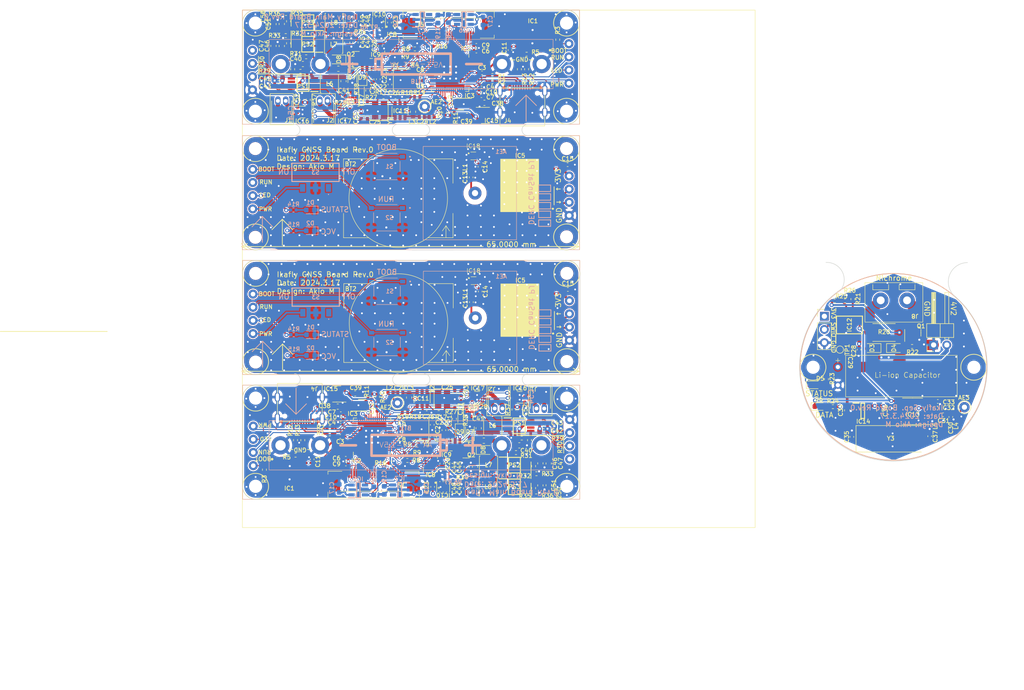
<source format=kicad_pcb>
(kicad_pcb (version 20221018) (generator pcbnew)
  (layers (0 "F.Cu" signal) (1 "In1.Cu" signal) (2 "In2.Cu" signal) (31 "B.Cu" signal) (34 "B.Paste" user) (35 "F.Paste" user) (36 "B.SilkS" user "B.Silkscreen") (37 "F.SilkS" user "F.Silkscreen") (38 "B.Mask" user) (39 "F.Mask" user) (44 "Edge.Cuts" user))
  (net 0 "")
  (net 1 "Net-(AE1-A)")
  (net 2 "/Ikafly_Camera/1V2")
  (net 3 "GND")
  (net 4 "Net-(AE2-A)")
  (net 5 "/Ikafly_Camera/2V8")
  (net 6 "Net-(AE3-A)")
  (net 7 "/Ikafly_MCU/QSPI_SS")
  (net 8 "/Ikafly_MCU/QSPI_SD1")
  (net 9 "/Ikafly_MCU/QSPI_SD2")
  (net 10 "/Ikafly_MCU/QSPI_SD0")
  (net 11 "/Ikafly_MCU/QSPI_SCLK")
  (net 12 "/Ikafly_MCU/QSPI_SD3")
  (net 13 "/3V3")
  (net 14 "/Ikafly_GNSS/MISO")
  (net 15 "/Ikafly_GNSS/MOSI")
  (net 16 "/Ikafly_GNSS/1PPS")
  (net 17 "/Ikafly_MCU/1V1")
  (net 18 "/Ikafly_MCU/RF_TX")
  (net 19 "Net-(C13-Pad2)")
  (net 20 "/Ikafly_MCU/USB_BD_N")
  (net 21 "/Ikafly_MCU/USB_BD_P")
  (net 22 "/Ikafly_Power/VBUS_IN")
  (net 23 "/Ikafly_MCU/I2C0.SDA")
  (net 24 "/Ikafly_MCU/I2C0.SCL")
  (net 25 "/Ikafly_Camera/SDA")
  (net 26 "/Ikafly_Camera/SCL")
  (net 27 "/Ikafly_Camera/PCLK")
  (net 28 "/Ikafly_Camera/HREF")
  (net 29 "/Ikafly_Camera/VSYNC")
  (net 30 "/VM1")
  (net 31 "/Ikafly_Power/Ikafly_Power_DCDC_Logic/VBAT")
  (net 32 "/VM2")
  (net 33 "/Ikafly_Camera/EXCLK")
  (net 34 "/Ikafly_Camera/D2")
  (net 35 "/Ikafly_Camera/D3")
  (net 36 "/Ikafly_Camera/D4")
  (net 37 "/Ikafly_Camera/D5")
  (net 38 "/Ikafly_Camera/D6")
  (net 39 "/Ikafly_Camera/D7")
  (net 40 "/Ikafly_Camera/D8")
  (net 41 "/Ikafly_Camera/D9")
  (net 42 "/Ikafly_Separation_Board/VCAP")
  (net 43 "/Ikafly_Separation_Board/DATA")
  (net 44 "Net-(D1-A)")
  (net 45 "Net-(D3-K)")
  (net 46 "Net-(D6-A)")
  (net 47 "Net-(D7-K)")
  (net 48 "/Ikafly_Separation_Board/4V2")
  (net 49 "/Ikafly_MCU/M1.PWMA")
  (net 50 "/Ikafly_MCU/M1.PWMB")
  (net 51 "/Ikafly_MCU/M2.PWMA")
  (net 52 "/Ikafly_MCU/M2.PWMB")
  (net 53 "/VBAT")
  (net 54 "/Ikafly_Motor1/OUT1")
  (net 55 "/Ikafly_Motor1/OUT2")
  (net 56 "/Ikafly_Motor2/OUT1")
  (net 57 "/Ikafly_Motor2/OUT2")
  (net 58 "/Ikafly_Separation_Board/LED")
  (net 59 "/Ikafly_Separation_Board/3V3")
  (net 60 "/Ikafly_Separation_Board/HEAT")
  (net 61 "/Ikafly_Separation_Board/SWIO")
  (net 62 "/Ikafly_MCU/USB.D_N")
  (net 63 "/Ikafly_MCU/USB.D_P")
  (net 64 "Net-(PS1-LX)")
  (net 65 "Net-(PS2-LX)")
  (net 66 "Net-(PS3-LX)")
  (net 67 "Net-(PS1-EN)")
  (net 68 "Net-(PS1-FB)")
  (net 70 "Net-(PS2-EN)")
  (net 71 "Net-(PS2-FB)")
  (net 73 "Net-(PS3-EN)")
  (net 74 "Net-(PS3-FB)")
  (net 78 "/Ikafly_GNSS/RUN")
  (net 79 "/Ikafly_GNSS/LED")
  (net 80 "/POWER")
  (net 81 "/Ikafly_GNSS/BOOT")
  (net 82 "Net-(D2-A)")
  (net 83 "Net-(D9-A)")
  (net 86 "Net-(BT2-+)")
  (net 87 "Net-(C1-Pad2)")
  (net 88 "Net-(IC2-XOUT)")
  (net 89 "Net-(IC9-C1)")
  (net 90 "Net-(C24-Pad1)")
  (net 91 "Net-(IC11-PAOUT)")
  (net 92 "Net-(IC11-XOUT)")
  (net 93 "Net-(C27-Pad1)")
  (net 94 "Net-(IC13-ANT)")
  (net 95 "Net-(IC13-CTH)")
  (net 96 "Net-(IC13-RefOsc)")
  (net 97 "Net-(C37-Pad1)")
  (net 98 "Net-(D5-A)")
  (net 99 "Net-(D8-K)")
  (net 100 "Net-(IC2-XIN)")
  (net 106 "Net-(IC2-GPIO26_ADC0)")
  (net 109 "Net-(IC18-RFOUT)")
  (net 110 "Net-(IC18-RFIN)")
  (net 130 "Net-(IC11-DIN)")
  (net 131 "Net-(IC11-XIN)")
  (net 132 "Net-(IC12-PD6{slash}A6{slash}URX{slash}T2CH3_{slash}UTX_PA1{slash}OSCI{slash}A1{slash}T1CH2{slash}OPN0)")
  (net 133 "Net-(IC12-PC4{slash}A2{slash}T1CH4{slash}MCO{slash}T1CH1CH2N)")
  (net 136 "Net-(IC16-~{SLEEP})")
  (net 137 "Net-(IC17-~{SLEEP})")
  (net 139 "Net-(J4-A5_CC1)")
  (net 141 "Net-(J4-B5_CC2)")
  (net 144 "Net-(J6-PWDN)")
  (net 147 "Net-(J8-Pin_1)")
  (net 148 "Net-(Q1-G)")
  (footprint "Capacitor_SMD:C_0603_1608Metric" (layer "F.Cu") (at 113.3 155.426985 90)
    (fp_text reference "C48")
    (fp_text value "22u")
  )
  (footprint "Resistor_SMD:R_0402_1005Metric" (layer "F.Cu") (at 82.85 80.549999 90)
    (fp_text reference "R37")
    (fp_text value "10k")
  )
  (footprint "Capacitor_SMD:C_0402_1005Metric" (layer "F.Cu") (at 98.6 77.599999 -90)
    (fp_text reference "C2")
    (fp_text value "20p")
  )
  (footprint "Ikafly_lib:USB_type_C" (layer "F.Cu") (at 85.54 142.581985 180)
    (fp_text reference "J4")
    (fp_text value "USB_type_C")
  )
  (footprint "Capacitor_SMD:C_0402_1005Metric" (layer "F.Cu") (at 110.2 144.231985 -90)
    (fp_text reference "C21")
    (fp_text value "100n")
  )
  (footprint "Inductor_SMD:L_Sunlord_SWPA3015S" (layer "F.Cu") (at 87.75 69.824999 -90)
    (fp_text reference "L7")
    (fp_text value "1.5uH")
  )
  (footprint "MountingHole:MountingHole_2.2mm_M2" (layer "F.Cu") (at 132.7 138.051985 180)
    (fp_text reference "H2" hide)
    (fp_text value "MountingHole" hide)
  )
  (footprint "Inductor_SMD:L_Sunlord_SWPA3015S" (layer "F.Cu") (at 117.6 150.976985 90)
    (fp_text reference "L7")
    (fp_text value "1.5uH")
  )
  (footprint "SamacSys_Parts:SOT95P282X145-5N" (layer "F.Cu") (at 189.75 140.5)
    (fp_text reference "IC14")
    (fp_text value "ME6211C33M5G-N " hide)
  )
  (footprint "Resistor_SMD:R_0402_1005Metric" (layer "F.Cu") (at 182.75 134.4 -90)
    (fp_text reference "R23")
    (fp_text value "10k")
  )
  (footprint "Inductor_SMD:L_0402_1005Metric" (layer "F.Cu") (at 106.65 83.849999 180)
    (fp_text reference "L2")
    (fp_text value "33nH")
  )
  (footprint "Resistor_SMD:R_0402_1005Metric" (layer "F.Cu") (at 103.45 72.249999)
    (fp_text reference "R9")
    (fp_text value "2.2k")
  )
  (footprint "Fuse:Fuse_0603_1608Metric" (layer "F.Cu") (at 116.7 146.251985 180)
    (fp_text reference "F1")
    (fp_text value "Polyfuse")
  )
  (footprint "Capacitor_SMD:C_0402_1005Metric" (layer "F.Cu") (at 89.1 142.151985 180)
    (fp_text reference "C10")
    (fp_text value "100n")
  )
  (footprint "SamacSys_Parts:ATGM336H5N31" (layer "F.Cu") (at 123.75 121.2)
    (fp_text reference "IC5")
    (fp_text value "ATGM336H-5N31" hide)
  )
  (footprint "Capacitor_SMD:C_0402_1005Metric" (layer "F.Cu") (at 98.6 75.399999 90)
    (fp_text reference "C1")
    (fp_text value "20p")
  )
  (footprint "Package_SON:WSON-8-1EP_2x2mm_P0.5mm_EP0.9x1.6mm" (layer "F.Cu") (at 115.4 137.881985 180)
    (fp_text reference "IC17")
    (fp_text value "DRV8837")
  )
  (footprint "Capacitor_SMD:C_0402_1005Metric" (layer "F.Cu") (at 116.35 75.349999)
    (fp_text reference "C3")
    (fp_text value "1u")
  )
  (footprint "Capacitor_SMD:C_0402_1005Metric" (layer "F.Cu") (at 204.218 138.691)
    (fp_text reference "C33")
    (fp_text value "0.47u")
  )
  (footprint "MountingHole:MountingHole_2.2mm_M2" (layer "F.Cu") (at 132.65 65.749999)
    (fp_text reference "H3" hide)
    (fp_text value "MountingHole" hide)
  )
  (footprint "Resistor_SMD:R_0402_1005Metric" (layer "F.Cu") (at 124.95 71.749999)
    (fp_text reference "R5")
    (fp_text value "10k")
  )
  (footprint "Capacitor_SMD:C_0402_1005Metric" (layer "F.Cu") (at 100.88 145.051985)
    (fp_text reference "C8")
    (fp_text value "100n")
  )
  (footprint "Package_TO_SOT_SMD:SOT-23" (layer "F.Cu") (at 92.0525 72.779999 180)
    (fp_text reference "Q2")
    (fp_text value "CJ2301-ES")
  )
  (footprint "Diode_SMD:D_SOD-323" (layer "F.Cu") (at 112.04 144.624485 -90)
    (fp_text reference "D9")
    (fp_text value "CUS10S30")
  )
  (footprint "Capacitor_SMD:C_0402_1005Metric" (layer "F.Cu") (at 104.75 83.849999 180)
    (fp_text reference "C24")
    (fp_text value "20p")
  )
  (footprint "Package_DFN_QFN:QFN-56-1EP_7x7mm_P0.4mm_EP3.2x3.2mm" (layer "F.Cu") (at 110.2 75.312499 -90)
    (fp_text reference "IC2")
    (fp_text value "RP2040")
  )
  (footprint "Capacitor_SMD:C_0402_1005Metric" (layer "F.Cu") (at 89.08 143.251985 180)
    (fp_text reference "C4")
    (fp_text value "100n")
  )
  (footprint "Package_DFN_QFN:DFN-8-1EP_3x2mm_P0.5mm_EP1.3x1.5mm" (layer "F.Cu") (at 92.525 139.426985)
    (fp_text reference "IC3")
    (fp_text value "ZD24C512A")
  )
  (footprint "Resistor_SMD:R_0402_1005Metric" (layer "F.Cu") (at 122.9 148.551985)
    (fp_text reference "R31")
    (fp_text value "10k")
  )
  (footprint "Resistor_SMD:R_0402_1005Metric" (layer "F.Cu") (at 80.4 146.151985 -90)
    (fp_text reference "R12")
    (fp_text value "5.1k")
  )
  (footprint "Diode_SMD:D_SOD-323" (layer "F.Cu") (at 191.65 128.4 180)
    (fp_text reference "D3")
    (fp_text value "CUS10S30")
  )
  (footprint "Package_TO_SOT_SMD:SOT-23" (layer "F.Cu") (at 113.26 141.081985 90)
    (fp_text reference "Q3")
    (fp_text value "CJ2301-ES")
  )
  (footprint "Diode_SMD:D_SOD-323" (layer "F.Cu") (at 88.5 72.749999 180)
    (fp_text reference "D8")
    (fp_text value "CUS10S30")
  )
  (footprint "Resistor_SMD:R_0402_1005Metric" (layer "F.Cu") (at 79.85 74.649999 90)
    (fp_text reference "R30")
    (fp_text value "150k")
  )
  (footprint "Package_TO_SOT_SMD:SOT-23-3" (layer "F.Cu") (at 88.3375 137.251985 180)
    (fp_text reference "IC15")
    (fp_text value "XC6206P182MR")
  )
  (footprint "Capacitor_SMD:C_0402_1005Metric" (layer "F.Cu") (at 204.162 139.961)
    (fp_text reference "C32")
    (fp_text value "100n")
  )
  (footprint "Package_LGA:LGA-14_3x2.5mm_P0.5mm_LayoutBorder3x4y" (layer "F.Cu") (at 98.95 70.149999 -90)
    (fp_text reference "IC8")
    (fp_text value "LSM6DS3TR-C")
  )
  (footprint "MountingHole:MountingHole_2.2mm_M2" (layer "F.Cu") (at 132.7 114)
    (fp_text reference "H10" hide)
    (fp_text value "MountingHole" hide)
  )
  (footprint "Capacitor_SMD:C_0402_1005Metric" (layer "F.Cu") (at 116.23 79.749999)
    (fp_text reference "C7")
    (fp_text value "100n")
  )
  (footprint "Inductor_SMD:L_0402_1005Metric" (layer "F.Cu") (at 98.7 136.951985)
    (fp_text reference "L2")
    (fp_text value "33nH")
  )
  (footprint "Inductor_SMD:L_0603_1608Metric" (layer "F.Cu") (at 103.05 82.849999 -90)
    (fp_text reference "L3")
    (fp_text value "3.3uH")
  )
  (footprint "Package_DFN_QFN:DFN-8-1EP_3x2mm_P0.5mm_EP1.3x1.5mm" (layer "F.Cu") (at 112.825 81.374999 180)
    (fp_text reference "IC3")
    (fp_text value "ZD24C512A")
  )
  (footprint "Diode_SMD:D_SOD-323" (layer "F.Cu") (at 114 144.621985 90)
    (fp_text reference "D7")
    (fp_text value "CUS10S30")
  )
  (footprint "Ikafly_lib:GPS2MCU_Conn" (layer "F.Cu") (at 102.85 74.234999)
    (fp_text reference "J3" hide)
    (fp_text value "GPS2MCU" hide)
  )
  (footprint "Capacitor_SMD:C_0603_1608Metric" (layer "F.Cu") (at 77.15 77.949999 180)
    (fp_text reference "C43")
    (fp_text value "22u")
  )
  (footprint "Capacitor_SMD:C_0402_1005Metric" (layer "F.Cu") (at 89.12 141.051985 180)
    (fp_text reference "C7")
    (fp_text value "100n")
  )
  (footprint "Capacitor_SMD:C_0402_1005Metric" (layer "F.Cu") (at 81.65 80.549999 90)
    (fp_text reference "C52")
    (fp_text value "100n")
  )
  (footprint "Capacitor_SMD:C_0402_1005Metric" (layer "F.Cu") (at 115.95 93.449999 -90)
    (fp_text reference "C14")
    (fp_text value "100n")
  )
  (footprint "Ikafly_lib:AT2659" (layer "F.Cu") (at 114.74 115.4125 -90)
    (fp_text reference "IC18")
    (fp_text value "AT2659")
  )
  (footprint "Capacitor_SMD:C_0402_1005Metric" (layer "F.Cu") (at 106.75 143.201985 90)
    (fp_text reference "C2")
    (fp_text value "20p")
  )
  (footprint "Inductor_SMD:L_0402_1005Metric" (layer "F.Cu") (at 207.746 141.6858 -90)
    (fp_text reference "L4")
    (fp_text value "39nH")
  )
  (footprint "Resistor_SMD:R_0402_1005Metric" (layer "F.Cu") (at 101.95 150.071985 180)
    (fp_text reference "R8")
    (fp_text value "2.2k")
  )
  (footprint "MountingHole:MountingHole_2.2mm_M2" (layer "F.Cu") (at 72.65 89.949999)
    (fp_text reference "H7" hide)
    (fp_text value "MountingHole")
  )
  (footprint "Capacitor_SMD:C_0402_1005Metric" (layer "F.Cu") (at 96.75 70.149999 90)
    (fp_text reference "C20")
    (fp_text value "100n")
  )
  (footprint "Resistor_SMD:R_0402_1005Metric" (layer "F.Cu") (at 124.95 74.649999 90)
    (fp_text reference "R12")
    (fp_text value "5.1k")
  )
  (footprint "Inductor_SMD:L_0402_1005Metric" (layer "F.Cu") (at 203.7328 141.7136 -90)
    (fp_text reference "L5")
    (fp_text value "68nH")
  )
  (footprint "Capacitor_SMD:C_0603_1608Metric" (layer "F.Cu") (at 129.2 154.851985 -90)
    (fp_text reference "C50")
    (fp_text value "22u")
  )
  (footprint "Resistor_SMD:R_0402_1005Metric" (layer "F.Cu") (at 89.36 79.679999 180)
    (fp_text reference "R28")
    (fp_text value "10k")
  )
  (footprint "Capacitor_SMD:C_0402_1005Metric" (layer "F.Cu") (at 121.75 70.949999 -90)
    (fp_text reference "C11")
    (fp_text value "100n")
  )
  (footprint "Diode_SMD:D_SOD-323" (layer "F.Cu") (at 195.95 128.4)
    (fp_text reference "D4")
    (fp_text value "CUS10S30")
  )
  (footprint "Capacitor_SMD:C_0603_1608Metric" (layer "F.Cu") (at 88.54 139.681985)
    (fp_text reference "C38")
    (fp_text value "10u")
  )
  (footprint "SamacSys_Parts:SOIC127P600X155-8N" (layer "F.Cu") (at 187.185 123.95 90)
    (fp_text reference "IC12")
    (fp_text value "CH32V003J4M6" hide)
  )
  (footprint "Resistor_SMD:R_0402_1005Metric" (layer "F.Cu") (at 87 143.751985)
    (fp_text reference "R2")
    (fp_text value "27")
  )
  (footprint "Package_DFN_QFN:QFN-56-1EP_7x7mm_P0.4mm_EP3.2x3.2mm" (layer "F.Cu") (at 95.15 145.489485 90)
    (fp_text reference "IC2")
    (fp_text value "RP2040")
  )
  (footprint "Capacitor_SMD:C_0402_1005Metric" (layer "F.Cu") (at 95.15 76.569999 90)
    (fp_text reference "C21")
    (fp_text value "100n")
  )
  (footprint "Capacitor_SMD:C_0402_1005Metric" (layer "F.Cu") (at 90.1 150.751985 180)
    (fp_text reference "C9")
    (fp_text value "100n")
  )
  (footprint "Resistor_SMD:R_0402_1005Metric" (layer "F.Cu") (at 125.5 146.151985 -90)
    (fp_text reference "R30")
    (fp_text value "150k")
  )
  (footprint "Capacitor_SMD:C_0402_1005Metric" (layer "F.Cu") (at 89 145.451985 180)
    (fp_text reference "C3")
    (fp_text value "1u")
  )
  (footprint "Capacitor_SMD:C_0603_1608Metric" (layer "F.Cu") (at 129.2 150.651985 -90)
    (fp_text reference "C47")
    (fp_text value "22u")
  )
  (footprint "Resistor_SMD:R_0402_1005Metric" (layer "F.Cu") (at 103.4 70.729999)
    (fp_text reference "R8")
    (fp_text value "2.2k")
  )
  (footprint "Ikafly_lib:MY-2032-08-J-Fe" (layer "F.Cu") (at 100.25 123.58)
    (fp_text reference "BT2")
    (fp_text value "CR2032")
  )
  (footprint "Diode_SMD:D_SOD-323" (layer "F.Cu") (at 93.31 76.177499 90)
    (fp_text reference "D9")
    (fp_text value "CUS10S30")
  )
  (footprint "Ikafly_lib:USB_type_C" (layer "F.Cu") (at 119.81 78.219999)
    (fp_text reference "J4")
    (fp_text value "USB_type_C")
  )
  (footprint "Capacitor_SMD:C_0603_1608Metric" (layer "F.Cu") (at 92.05 65.374999 -90)
    (fp_text reference "C48")
    (fp_text value "22u")
  )
  (footprint "Resistor_SMD:R_0402_1005Metric" (layer "F.Cu") (at 79.05 69.639999 90)
    (fp_text reference "R32")
    (fp_text value "680k")
  )
  (footprint "Capacitor_SMD:C_0402_1005Metric" (layer "F.Cu") (at 94.25 83.749999 90)
    (fp_text reference "C25")
    (fp_text value "20p")
  )
  (footprint "Capacitor_SMD:C_0603_1608Metric" (layer "F.Cu") (at 186.75 140.4 -90)
    (fp_text reference "C34")
    (fp_text value "10u")
  )
  (footprint "Resistor_SMD:R_0402_1005Metric" (layer "F.Cu") (at 118.35 77.049999 180)
    (fp_text reference "R2")
    (fp_text value "27")
  )
  (footprint "Connector_PinHeader_2.54mm:PinHeader_1x03_P2.54mm_Vertical" (layer "F.Cu") (at 182.35 122.275)
    (fp_text reference "J9" hide)
    (fp_text value "Write")
  )
  (footprint "Capacitor_SMD:C_0603_1608Metric" (layer "F.Cu") (at 90.45 65.374999 -90)
    (fp_text reference "C49")
    (fp_text value "22u")
  )
  (footprint "Resistor_SMD:R_0402_1005Metric" (layer "F.Cu") (at 122.5 140.251985 -90)
    (fp_text reference "R37")
    (fp_text value "10k")
  )
  (footprint "Capacitor_SMD:C_0402_1005Metric" (layer "F.Cu") (at 100.6 136.951985)
    (fp_text reference "C24")
    (fp_text value "20p")
  )
  (footprint "Resistor_SMD:R_0402_1005Metric" (layer "F.Cu") (at 101.9 148.551985 180)
    (fp_text reference "R9")
    (fp_text value "2.2k")
  )
  (footprint "Capacitor_SMD:C_0402_1005Metric" (layer "F.Cu") (at 90.08 149.651985 180)
    (fp_text reference "C6")
    (fp_text value "1u")
  )
  (footprint "Crystal:Crystal_SMD_3225-4Pin_3.2x2.5mm" (layer "F.Cu") (at 104.45 144.201985 90)
    (fp_text reference "Y1")
    (fp_text value "Crystal_12MHz")
  )
  (footprint "Capacitor_SMD:C_0402_1005Metric" (layer "F.Cu") (at 115.27 71.149999)
    (fp_text reference "C6")
    (fp_text value "1u")
  )
  (footprint "Capacitor_SMD:C_0402_1005Metric" (layer "F.Cu") (at 100.9 143.951985)
    (fp_text reference "C5")
    (fp_text value "100n")
  )
  (footprint "Package_LGA:LGA-12_2x2mm_P0.5mm" (layer "F.Cu") (at 109.5 147.121985 180)
    (fp_text reference "IC9")
    (fp_text value "LIS3MDLTR")
  )
  (footprint "MountingHole:MountingHole_2.2mm_M2" (layer "F.Cu") (at 132.7 155.051985 180)
    (fp_text reference "H1" hide)
    (fp_text value "MountingHole")
  )
  (footprint "Resistor_SMD:R_0402_1005Metric" (layer "F.Cu") (at 111.03 142.051985 90)
    (fp_text reference "R27")
    (fp_text value "100k")
  )
  (footprint "Capacitor_SMD:C_0603_1608Metric" (layer "F.Cu") (at 113.4 151.301985 90)
    (fp_text reference "C44")
    (fp_text value "22u")
  )
  (footprint "Capacitor_SMD:C_0603_1608Metric" (layer "F.Cu") (at 77.75 70.174999 90)
    (fp_text reference "C46")
    (fp_text value "22u")
  )
  (footprint "Capacitor_SMD:C_0402_1005Metric" (layer "F.Cu") (at 116.27 77.549999)
    (fp_text reference "C4")
    (fp_text value "100n")
  )
  (footprint "SamacSys_Parts:SOP65P490X110-8N" (layer "F.Cu") (at 81.825 77.399999 180)
    (fp_text reference "PS1")
    (fp_text value "PAM2401SCADJ" hide)
  )
  (footprint "Resistor_SMD:R_0402_1005Metric" (layer "F.Cu") (at 130.95 68.949999 90)
    (fp_text reference "R3")
    (fp_text value "1k")
  )
  (footprint "Fuse:Fuse_0603_1608Metric" (layer "F.Cu") (at 88.65 74.549999)
    (fp_text reference "F1")
    (fp_text value "Polyfuse")
  )
  (footprint "Resistor_SMD:R_0402_1005Metric" (layer "F.Cu") (at 74.4 151.851985 -90)
    (fp_text reference "R3")
    (fp_text value "1k")
  )
  (footprint "Inductor_SMD:L_Sunlord_SWPA3015S" (layer "F.Cu") (at 117.5 155.151985 90)
    (fp_text reference "L8")
    (fp_text value "1.5uH")
  )
  (footprint "Resistor_SMD:R_0402_1005Metric" (layer "F.Cu") (at 81.34 75.049999 180)
    (fp_text reference "R29")
    (fp_text value "680k")
  )
  (footprint "Capacitor_SMD:C_0603_1608Metric" (layer "F.Cu") (at 76.15 70.149999 90)
    (fp_text reference "C47")
    (fp_text value "22u")
  )
  (footprint "Resistor_SMD:R_2512_6332Metric" (layer "F.Cu") (at 193.85 125.4)
    (fp_text reference "R20")
    (fp_text value "1")
  )
  (footprint "Capacitor_SMD:C_0402_1005Metric" (layer "F.Cu") (at 202.65 145.4 90)
    (fp_text reference "C37")
    (fp_text value "20p")
  )
  (footprint "MountingHole:MountingHole_2.2mm_M2" (layer "F.Cu") (at 132.65 82.749999)
    (fp_text reference "H4" hide)
    (fp_text value "MountingHole" hide)
  )
  (footprint "Ikafly_lib:FC05-SXXDCU-00" (layer "F.Cu") (at 95.45 152.551985 180)
    (fp_text reference "J6")
    (fp_text value "OV2640_FPC_P0.5_24P")
  )
  (footprint "Ikafly_lib:JST_ZH_2_Side" (layer "F.Cu") (at 117.2825 140.051985)
    (fp_text reference "J2")
    (fp_text value "Motor_Conn")
  )
  (footprint "Inductor_SMD:L_0402_1005Metric" (layer "F.Cu") (at 114.3 117.585 90)
    (fp_text reference "L1")
    (fp_text value "6.8nH")
  )
  (footprint "Capacitor_SMD:C_0402_1005Metric" (layer "F.Cu") (at 108.6 150.651985 -90)
    (fp_text reference "C20")
    (fp_text value "100n")
  )
  (footprint "Capacitor_SMD:C_0402_1005Metric" (layer "F.Cu") (at 187.65 145.52 90)
    (fp_text reference "C35")
    (fp_text value "20p")
  )
  (footprint "Package_TO_SOT_SMD:SOT-23-6" (layer "F.Cu") (at 104.8 138.151985 -90)
    (fp_text reference "IC11")
    (fp_text value "WF4455TD")
  )
  (footprint "Package_SO:SOP-8_3.9x4.9mm_P1.27mm" (layer "F.Cu") (at 199.35 140.6 180)
    (fp_text reference "IC13")
    (fp_text value "WF490RE")
  )
  (footprint "Resistor_SMD:R_0402_1005Metric" (layer "F.Cu") (at 110.25 83.049999 90)
    (fp_text reference "R11")
    (fp_text value "2.2k")
  )
  (footprint "Resistor_SMD:R_0402_1005Metric" (layer "F.Cu") (at 184.35 119.3)
    (fp_text reference "R25")
    (fp_text value "100k")
  )
  (footprint "Package_LGA:LGA-14_3x2.5mm_P0.5mm_LayoutBorder3x4y" (layer "F.Cu") (at 106.4 150.651985 90)
    (fp_text reference "IC8")
    (fp_text value "LSM6DS3TR-C")
  )
  (footprint "Resistor_SMD:R_0402_1005Metric" (layer "F.Cu") (at 97.35 79.949999)
    (fp_text reference "R17")
    (fp_text value "1k")
  )
  (footprint "Capacitor_SMD:C_0402_1005Metric" (layer "F.Cu") (at 99.66 79.949999 180)
    (fp_text reference "C26")
    (fp_text value "2.2u")
  )
  (footprint "Capacitor_SMD:C_0402_1005Metric" (layer "F.Cu") (at 205.2288 141.2564 180)
    (fp_text reference "C31")
    (fp_text value "1.5p")
  )
  (footprint "Capacitor_SMD:C_0402_1005Metric" (layer "F.Cu") (at 114.25 95.499999 90)
    (fp_text reference "C13")
    (fp_text value "470p")
  )
  (footprint "Resistor_SMD:R_0402_1005Metric" (layer "F.Cu") (at 112.8 138.651985)
    (fp_text reference "R38")
    (fp_text value "10k")
  )
  (footprint "Inductor_SMD:L_Sunlord_SWPA3015S" (layer "F.Cu") (at 87.85 65.649999 -90)
    (fp_text reference "L8")
    (fp_text value "1.5uH")
  )
  (footprint "Ikafly_lib:Goertek_SPL06-001" (layer "F.Cu") (at 107.62 156.151985)
    (fp_text reference "IC10")
    (fp_text value "SPL06-001")
  )
  (footprint "Ikafly_lib:FC05-SXXDCU-00" (layer "F.Cu") (at 109.9 68.249999)
    (fp_text reference "J6")
    (fp_text value "OV2640_FPC_P0.5_24P")
  )
  (footprint "Capacitor_SMD:C_0402_1005Metric" (layer "F.Cu") (at 132.85 93.049999)
    (fp_text reference "C15")
    (fp_text value "100n")
  )
  (footprint "Inductor_SMD:L_0402_1005Metric" (layer "F.Cu") (at 114.25 93.534999 90)
    (fp_text reference "L1")
    (fp_text value "6.8nH")
  )
  (footprint "Capacitor_SMD:C_0603_1608Metric" (layer "F.Cu") (at 192.95 140.475 -90)
    (fp_text reference "C36")
    (fp_text value "10u")
  )
  (footprint "Inductor_SMD:L_0603_1608Metric" (layer "F.Cu") (at 102.3 137.951985 90)
    (fp_text reference "L3")
    (fp_text value "3.3uH")
  )
  (footprint "Capacitor_SMD:C_0603_1608Metric" (layer "F.Cu") (at 115 151.276985 90)
    (fp_text reference "C45")
    (fp_text value "22u")
  )
  (footprint "Capacitor_SMD:C_0402_1005Metric" (layer "F.Cu") (at 116.25 78.649999)
    (fp_text reference "C10")
    (fp_text value "100n")
  )
  (footprint "Resistor_SMD:R_0402_1005Metric" (layer "F.Cu") (at 106.43 70.209999)
    (fp_text reference "R16")
    (fp_text value "10k")
  )
  (footprint "MountingHole:MountingHole_2.2mm_M2" (layer "F.Cu") (at 72.7 131.1)
    (fp_text reference "H8" hide)
    (fp_text value "MountingHole")
  )
  (footprint "Ikafly_lib:TerminalBlock_TB111-2-2-U-1-1" (layer "F.Cu") (at 195.75 119.2 180)
    (fp_text reference "J8")
    (fp_text value "Nichrome")
  )
  (footprint "Capacitor_SMD:C_0402_1005Metric" (layer "F.Cu") (at 111.1 139.471985 90)
    (fp_text reference "C27")
    (fp_text value "20p")
  )
  (footprint "Resistor_SMD:R_0402_1005Metric" (layer "F.Cu") (at 183.9892 139.7106 180)
    (fp_text reference "R24")
    (fp_text value "10k")
  )
  (footprint "Capacitor_SMD:C_0603_1608Metric" (layer "F.Cu") (at 115.7 143.851985 90)
    (fp_text reference "C41")
    (fp_text value "22u")
  )
  (footprint "Capacitor_SMD:C_0402_1005Metric" (layer "F.Cu") (at 104.45 76.849999 180)
    (fp_text reference "C5")
    (fp_text value "100n")
  )
  (footprint "Resistor_SMD:R_0402_1005Metric" (layer "F.Cu") (at 101.7 73.849999)
    (fp_text reference "R4")
    (fp_text value "1k")
  )
  (footprint "Capacitor_SMD:C_0402_1005Metric" (layer "F.Cu") (at 112.3 137.151985 90)
    (fp_text reference "C53")
    (fp_text value "100n")
  )
  (footprint "Capacitor_SMD:C_0402_1005Metric" (layer "F.Cu") (at 206.73 141.6856 -90)
    (fp_text reference "C30")
    (fp_text value "6.8p")
  )
  (footprint "Resistor_SMD:R_0402_1005Metric" (layer "F.Cu") (at 90.65 67.349999 180)
    (fp_text reference "R34")
    (fp_text value "10k")
  )
  (footprint "Crystal:Crystal_SMD_3225-4Pin_3.2x2.5mm" (layer "F.Cu") (at 96.6 82.549999 90)
    (fp_text reference "Y2")
    (fp_text value "9.844MHz")
  )
  (footprint "Resistor_SMD:R_0402_1005Metric" (layer "F.Cu") (at 124.01 145.751985)
    (fp_text reference "R29")
    (fp_text value "680k")
  )
  (footprint "Diode_SMD:D_SOD-323" (layer "F.Cu") (at 91.35 76.179999 -90)
    (fp_text reference "D7")
    (fp_text value "CUS10S30")
  )
  (footprint "Package_TO_SOT_SMD:SOT-23" (layer "F.Cu") (at 199.4 125.4625 90)
    (fp_text reference "Q1")
    (fp_text value "YJL3416A")
  )
  (footprint "Ikafly_lib:Goertek_SPL06-001" (layer "F.Cu") (at 97.73 64.649999 180)
    (fp_text reference "IC10")
    (fp_text value "SPL06-001")
  )
  (footprint "Package_SON:WSON-8-1EP_2x2mm_P0.5mm_EP0.9x1.6mm" (layer "F.Cu") (at 81.75 82.899999)
    (fp_text reference "IC16")
    (fp_text value "DRV8837")
  )
  (footprint "SamacSys_Parts:SON127P600X500X80-9N-D" (layer "F.Cu") (at 79.25 152.456985)
    (fp_text reference "IC1")
    (fp_text value "W25Q32JVZPIQ" hide)
  )
  (footprint "Resistor_SMD:R_0402_1005Metric" (layer "F.Cu") (at 87 144.951985)
    (fp_text reference "R1")
    (fp_text value "27")
  )
  (footprint "Resistor_SMD:R_0402_1005Metric" (layer "F.Cu") (at 103.65 146.951985 180)
    (fp_text reference "R4")
    (fp_text value "1k")
  )
  (footprint "Crystal:Crystal_SMD_3225-4Pin_3.2x2.5mm" (layer "F.Cu") (at 108.75 138.251985 -90)
    (fp_text reference "Y2")
    (fp_text value "9.844MHz")
  )
  (footprint "MountingHole:MountingHole_2.2mm_M2" (layer "F.Cu") (at 132.65 89.949999)
    (fp_text reference "H10" hide)
    (fp_text value "MountingHole" hide)
  )
  (footprint "Ikafly_lib:JST_ZH_2_Side" (layer "F.Cu") (at 88.0675 80.749999 180)
    (fp_text reference "J2")
    (fp_text value "Motor_Conn")
  )
  (footprint "Capacitor_SMD:C_0603_1608Metric" (layer "F.Cu") (at 77.125 76.349999 180)
    (fp_text reference "C42")
    (fp_text value "22u")
  )
  (footprint "Capacitor_SMD:C_0603_1608Metric" (layer "F.Cu") (at 81.815 73.639999 180)
    (fp_text reference "C40")
    (fp_text value "22u")
  )
  (footprint "Capacitor_SMD:C_0402_1005Metric" (layer "F.Cu") (at 114.3 119.55 90)
    (fp_text reference "C13")
    (fp_text value "470p")
  )
  (footprint "Inductor_SMD:L_Sunlord_SWPA3015S" (layer "F.Cu") (at 118.425 143.401985 90)
    (fp_text reference "L6")
    (fp_text value "1.5uH")
  )
  (footprint "Resistor_SMD:R_0402_1005Metric" (layer "F.Cu") (at 109.15 82.999999 90)
    (fp_text reference "R10")
    (fp_text value "2.2k")
  )
  (footprint "MountingHole:MountingHole_2.2mm_M2" (layer "F.Cu") (at 72.65 65.749999)
    (fp_text reference "H1" hide)
    (fp_text value "MountingHole")
  )
  (footprint "Resistor_SMD:R_0402_1005Metric" (layer "F.Cu") (at 79.05 65.399999 90)
    (fp_text reference "R35")
    (fp_text value "680k")
  )
  (footprint "Resistor_SMD:R_0402_1005Metric" (layer "F.Cu") (at 115.99 141.121985)
    (fp_text reference "R28")
    (fp_text value "10k")
  )
  (footprint "Capacitor_SMD:C_0402_1005Metric" (layer "F.Cu") (at 106.75 145.401985 -90)
    (fp_text reference "C1")
    (fp_text value "20p")
  )
  (footprint "Crystal:Crystal_SMD_HC49-SD" (layer "F.Cu") (at 195.15 145.9)
    (fp_text reference "Y3")
    (fp_text value "9.81563MHz")
  )
  (footprint "MountingHole:MountingHole_2.2mm_M2" (layer "F.Cu") (at 72.7 138.051985 180)
    (fp_text reference "H4" hide)
    (fp_text value "MountingHole")
  )
  (footprint "Capacitor_SMD:C_0402_1005Metric" (layer "F.Cu") (at 132.9 117.1)
    (fp_text reference "C15")
    (fp_text value "100n")
  )
  (footprint "Capacitor_SMD:C_0402_1005Metric" (layer "F.Cu") (at 109.2 80.729999 -90)
    (fp_text reference "C12")
    (fp_text value "100n")
  )
  (footprint "Capacitor_SMD:C_0603_1608Metric" (layer "F.Cu") (at 91.95 69.499999 -90)
    (fp_text reference "C44")
    (fp_text value "22u")
  )
  (footprint "LED_SMD:LED_0603_1608Metric" (layer "F.Cu") (at 181.2968 139.6598)
    (fp_text reference "D6")
    (fp_text value "LED")
  )
  (footprint "MountingHole:MountingHole_2.2mm_M2" (layer "F.Cu") (at 72.65 107.049999)
    (fp_text reference "H8" hide)
    (fp_text value "MountingHole")
  )
  (footprint "Resistor_SMD:R_0402_1005Metric" (layer "F.Cu") (at 78.51 68.169999 180)
    (fp_text reference "R33")
    (fp_text value "150k")
  )
  (footprint "LED_SMD:LED_0603_1608Metric" (layer "F.Cu") (at 180.35 135.5)
    (fp_text reference "D5")
    (fp_text value "LED")
  )
  (footprint "Resistor_SMD:R_0402_1005Metric" (layer "F.Cu") (at 103.4 140.851985)
    (fp_text reference "R18")
    (fp_text value "100k")
  )
  (footprint "Capacitor_SMD:C_0402_1005Metric" (layer "F.Cu") (at 106.840943 155.156985 90)
    (fp_text reference "C23")
    (fp_text value "100n")
  )
  (footprint "Resistor_SMD:R_0402_1005Metric" (layer "F.Cu") (at 92.55 82.149999 180)
    (fp_text reference "R38")
    (fp_text value "10k")
  )
  (footprint "Package_SON:WSON-8-1EP_2x2mm_P0.5mm_EP0.9x1.6mm" (layer "F.Cu") (at 89.95 82.919999)
    (fp_text reference "IC17")
    (fp_text value "DRV8837")
  )
  (footprint "Ikafly_lib:MY-2032-08-J-Fe" (layer "F.Cu") (at 100.2 99.529999)
    (fp_text reference "BT2")
    (fp_text value "CR2032")
  )
  (footprint "Capacitor_SMD:C_0402_1005Metric" (layer "F.Cu") (at 83.6 149.851985 90)
    (fp_text reference "C11")
    (fp_text value "100n")
  )
  (footprint "SamacSys_Parts:ATGM336H5N31" (layer "F.Cu") (at 123.7 97.149999)
    (fp_text reference "IC5")
    (fp_text value "ATGM336H-5N31" hide)
  )
  (footprint "Capacitor_SMD:C_0603_1608Metric" (layer "F.Cu") (at 114.9 155.426985 90)
    (fp_text reference "C49")
    (fp_text value "22u")
  )
  (footprint "Package_SON:WSON-8-1EP_2x2mm_P0.5mm_EP0.9x1.6mm" (layer "F.Cu") (at 123.6 137.901985 180)
    (fp_text reference "IC16")
    (fp_text value "DRV8837")
  )
  (footprint "MountingHole:MountingHole_2.2mm_M2" (layer "F.Cu") (at 180.1752 132.1)
    (fp_text reference "H5" hide)
    (fp_text value "MountingHole")
  )
  (footprint "Capacitor_SMD:C_0402_1005Metric" (layer "F.Cu") (at 111.1 137.051985 -90)
    (fp_text reference "C25")
    (fp_text value "20p")
  )
  (footprint "Resistor_SMD:R_0402_1005Metric" (layer "F.Cu") (at 126.84 152.631985)
    (fp_text reference "R33")
    (fp_text value "150k")
  )
  (footprint "SamacSys_Parts:SOP65P490X110-8N" (layer "F.Cu") (at 122.59 155.151985)
    (fp_text reference "PS3")
    (fp_text value "PAM2401SCADJ" hide)
  )
  (footprint "Ikafly_lib:Capacitor_P3.5_8x20_H" (layer "F.Cu") (at 184.95 133.8 -90)
    (fp_text reference "C29")
    (fp_text value "40F")
  )
  (footprint "Capacitor_SMD:C_0603_1608Metric" (layer "F.Cu") (at 116.81 81.119999 180)
    (fp_text reference "C38")
    (fp_text value "10u")
  )
  (footprint "Resistor_SMD:R_0402_1005Metric" (layer "F.Cu") (at 126.3 151.161985 -90)
    (fp_text reference "R32")
    (fp_text value "680k")
  )
  (footprint "Capacitor_SMD:C_0402_1005Metric" (layer "F.Cu") (at 189.05 128.7 -90)
    (fp_text reference "C28")
    (fp_text value "100n")
  )
  (footprint "Capacitor_SMD:C_0603_1608Metric" (layer "F.Cu") (at 90.35 69.524999 -90)
    (fp_text reference "C45")
    (fp_text value "22u")
  )
  (footprint "Capacitor_SMD:C_0603_1608Metric" (layer "F.Cu") (at 89.65 76.949999 -90)
    (fp_text reference "C41")
    (fp_text value "22u")
  )
  (footprint "Resistor_SMD:R_0402_1005Metric" (layer "F.Cu") (at 80.4 149.051985 180)
    (fp_text reference "R5")
    (fp_text value "10k")
  )
  (footprint "Resistor_SMD:R_0402_1005Metric" (layer "F.Cu") (at 82.45 72.249999 180)
    (fp_text reference "R31")
    (fp_text value "10k")
  )
  (footprint "MountingHole:MountingHole_2.2mm_M2" (layer "F.Cu") (at 72.65 82.749999)
    (fp_text reference "H2" hide)
    (fp_text value "MountingHole")
  )
  (footprint "Connector_Pin:Pin_D1.0mm_L10.0mm" (layer "F.Cu") (at 209.35 139.8 180)
    (fp_text reference "AE3")
    (fp_text value "ANT_315MHz")
  )
  (footprint "Connector_Pin:Pin_D1.0mm_L10.0mm" (layer "F.Cu") (at 105.3 81.819999 90)
    (fp_text reference "AE2")
    (fp_text value "ANT_315MHz")
  )
  (footprint "Resistor_SMD:R_0402_1005Metric" (layer "F.Cu") (at 186.3214 119.3)
    (fp_text reference "R26")
    (fp_text value "100k")
  )
  (footprint "Inductor_SMD:L_Sunlord_SWPA3015S" (layer "F.Cu") (at 86.925 77.399999 -90)
    (fp_text reference "L6")
    (fp_text value "1.5uH")
  )
  (footprint "Resistor_SMD:R_0402_1005Metric" (layer "F.Cu") (at 94.32 78.749999 -90)
    (fp_text reference "R27")
    (fp_text value "100k")
  )
  (footprint "Resistor_SMD:R_0402_1005Metric" (layer "F.Cu") (at 81.8 146.151985 -90)
    (fp_text reference "R13")
    (fp_text value "5.1k")
  )
  (footprint "Resistor_SMD:R_0402_1005Metric" (layer "F.Cu") (at 123.55 74.649999 90)
    (fp_text reference "R13")
    (fp_text value "5.1k")
  )
  (footprint "Resistor_SMD:R_0402_1005Metric" (layer "F.Cu") (at 101.5 140.851985 180)
    (fp_text reference "R19")
    (fp_text value "10k")
  )
  (footprint "Resistor_SMD:R_0402_1005Metric" (layer "F.Cu") (at 101.95 79.949999 180)
    (fp_text reference "R18")
    (fp_text value "100k")
  )
  (footprint "Package_TO_SOT_SMD:SOT-23" (layer "F.Cu") (at 92.09 79.719999 -90)
    (fp_text reference "Q3")
    (fp_text value "CJ2301-ES")
  )
  (footprint "Capacitor_SMD:C_0603_1608Metric" (layer "F.Cu") (at 127.6 154.876985 -90)
    (fp_text reference "C51")
    (fp_text value "22u")
  )
  (footprint "Ikafly_lib:JST_ZH_2_Side" (layer "F.Cu") (at 79.9975 80.749999 180)
    (fp_text reference "J1")
    (fp_text value "Motor_Conn")
  )
  (footprint "Resistor_SMD:R_0402_1005Metric" (layer "F.Cu") (at 114.7 153.451985)
    (fp_text reference "R34")
    (fp_text value "10k")
  )
  (footprint "SamacSys_Parts:SOP65P490X110-8N" (layer "F.Cu") (at 82.75 69.824999 180)
    (fp_text reference "PS2")
    (fp_text value "PAM2401SCADJ" hide)
  )
  (footprint "Package_TO_SOT_SMD:SOT-23-6" (layer "F.Cu") (at 100.55 82.649999 90)
    (fp_text reference "IC11")
    (fp_text value "WF4455TD")
  )
  (footprint "Resistor_SMD:R_0402_1005Metric" (layer "F.Cu") (at 95.1 137.751985 -90)
    (fp_text reference "R11")
    (fp_text value "2.2k")
  )
  (footprint "MountingHole:MountingHole_2.2mm_M2" (layer "F.Cu") (at 211.1752 132.1)
    (fp_text reference "H6" hide)
    (fp_text value "MountingHole")
  )
  (footprint "Package_LGA:LGA-12_2x2mm_P0.5mm" (layer "F.Cu") (at 95.85 73.679999)
    (fp_text reference "IC9")
    (fp_text value "LIS3MDLTR")
  )
  (footprint "MountingHole:MountingHole_2.2mm_M2" (layer "F.Cu") (at 72.7 155.051985 180)
    (fp_text reference "H3" hide)
    (fp_text value "MountingHole")
  )
  (footprint "Resistor_SMD:R_0402_1005Metric" (layer "F.Cu") (at 96.2 137.801985 -90)
    (fp_text reference "R10")
    (fp_text value "2.2k")
  )
  (footprint "Capacitor_SMD:C_0402_1005Metric" (layer "F.Cu") (at 115.25 70.049999)
    (fp_text reference "C9")
    (fp_text value "100n")
  )
  (footprint "Ikafly_lib:AT2659" (layer "F.Cu") (at 114.69 91.362499 -90)
    (fp_text reference "IC18")
    (fp_text value "AT2659")
  )
  (footprint "Capacitor_SMD:C_0603_1608Metric" (layer "F.Cu") (at 76.15 65.949999 90)
    (fp_text reference "C50")
    (fp_text value "22u")
  )
  (footprint "SamacSys_Parts:SOP65P490X110-8N" (layer "F.Cu") (at 82.76 65.649999 180)
    (fp_text reference "PS3")
    (fp_text value "PAM2401SCADJ" hide)
  )
  (footprint "TestPoint:TestPoint_Pad_D1.0mm" (layer "F.Cu") (at 185.35 128.7)
    (fp_text reference "TP1")
    (fp_text value "TestPoint")
  )
  (footprint "Capacitor_SMD:C_0603_1608Metric" (layer "F.Cu") (at 123.535 147.161985)
    (fp_text reference "C40")
    (fp_text value "22u")
  )
  (footprint "Capacitor_SMD:C_0603_1608Metric" (layer "F.Cu") (at 127.6 150.626985 -90)
    (fp_text reference "C46")
    (fp_text value "22u")
  )
  (footprint "Capacitor_SMD:C_0402_1005Metric" (layer "F.Cu") (at 104.47 75.749999 180)
    (fp_text reference "C8")
    (fp_text value "100n")
  )
  (footprint "Ikafly_lib:GPS2MCU_Conn" (layer "F.Cu") (at 102.5 146.566985 180)
    (fp_text reference "J3" hide)
    (fp_text value "GPS2MCU")
  )
  (footprint "SamacSys_Parts:SON127P600X500X80-9N-D" (layer "F.Cu") (at 126.1 68.344999 180)
    (fp_text reference "IC1")
    (fp_text value "W25Q32JVZPIQ" hide)
  )
  (footprint "Capacitor_SMD:C_0402_1005Metric" (layer "F.Cu") (at 109 144.231985 90)
    (fp_text reference "C22")
    (fp_text value "100n")
  )
  (footprint "Resistor_SMD:R_0402_1005Metric" (layer "F.Cu") (at 78.55 63.899999 180)
    (fp_text reference "R36")
    (fp_text value "150k")
  )
  (footprint "Capacitor_SMD:C_0603_1608Metric" (layer "F.Cu") (at 77.75 65.924999 90)
    (fp_text reference "C51")
    (fp_text value "22u")
  )
  (footprint "Connector_Pin:Pin_D1.0mm_L10.0mm" (layer "F.Cu") (at 100.05 138.981985 -90)
    (fp_text reference "AE2")
    (fp_text value "ANT_315MHz")
  )
  (footprint "Resistor_SMD:R_0402_1005Metric" (layer "F.Cu") (at 118.35 75.849999 180)
    (fp_text reference "R1")
    (fp_text value "27")
  )
  (footprint "Capacitor_SMD:C_0402_1005Metric" (layer "F.Cu") (at 98.509057 65.644999 -90)
    (fp_text reference "C23")
    (fp_text value "100n")
  )
  (footprint "Resistor_SMD:R_0402_1005Metric" (layer "F.Cu") (at 103.85 79.949999)
    (fp_text reference "R19")
    (fp_text value "10k")
  )
  (footprint "Capacitor_SMD:C_0402_1005Metric" (layer "F.Cu") (at 116 117.5 -90)
    (fp_text reference "C14")
    (fp_text value "100n")
  )
  (footprint "SamacSys_Parts:SOP65P490X110-8N" (layer "F.Cu") (at 122.6 150.976985)
    (fp_text reference "PS2")
    (fp_text value "PAM2401SCADJ" hide)
  )
  (footprint "Capacitor_SMD:C_0402_1005Metric" (layer "F.Cu") (at 94.25 81.329999 -90)
    (fp_text reference "C27")
    (fp_text value "20p")
  )
  (footprint "Connector_PinHeader_2.54mm:PinHeader_1x02_P2.54mm_Horizontal" (layer "F.Cu") (at 203.41 127.8 90)
    (fp_text reference "J7" hide)
    (fp_text value "Charge")
  )
  (footprint "Capacitor_SMD:C_0402_1005Metric" (layer "F.Cu") (at 96.15 140.071985 90)
    (fp_text reference "C12")
    (fp_text value "100n")
  )
  (footprint "Resistor_SMD:R_0402_1005Metric" (layer "F.Cu") (at 108 140.851985 180)
    (fp_text reference "R17")
    (fp_text value "1k")
  )
  (footprint "Resistor_SMD:R_0402_1005Metric" (layer "F.Cu") (at 126.8 156.901985)
    (fp_text reference "R36")
    (fp_text value "150k")
  )
  (footprint "Capacitor_SMD:C_0402_1005Metric" (layer "F.Cu") (at 123.7 140.251985 -90)
    (fp_text reference "C52")
    (fp_text value "100n")
  )
  (footprint "Resistor_SMD:R_0402_1005Metric" (layer "F.Cu") (at 187.8454 118.9716 90)
    (fp_text reference "R21")
    (fp_text value "1k")
  )
  (footprint "MountingHole:MountingHole_2.2mm_M2" (layer "F.Cu") (at 132.7 131)
    (fp_text reference "H9" hide)
    (fp_text value "MountingHole" hide)
  )
  (footprint "Capacitor_SMD:C_0603_1608Metric" (layer "F.Cu") (at 113.45 83.649999 180)
    (fp_text reference "C39")
    (fp_text value "10u")
  )
  (footprint "Capacitor_SMD:C_0402_1005Metric" (layer "F.Cu") (at 105.69 140.851985)
    (fp_text reference "C26")
    (fp_text value "2.2u")
  )
  (footprint "Capacitor_SMD:C_0603_1608Metric" (layer "F.Cu") (at 128.2 142.851985)
    (fp_text reference "C43")
    (fp_text value "22u")
  )
  (footprint "Resistor_SMD:R_0402_1005Metric" (layer "F.Cu") (at 126.3 155.401985 -90)
    (fp_text reference "R35")
    (fp_text value "680k")
  )
  (footprint "Package_TO_SOT_SMD:SOT-23-3" (layer "F.Cu") (at 117.0125 83.549999)
    (fp_text reference "IC15")
    (fp_text value "XC6206P182MR")
  )
  (footprint "SamacSys_Parts:SOP65P490X110-8N" (layer "F.Cu") (at 123.525 143.401985)
    (fp_text reference "PS1")
    (fp_text value "PAM2401SCADJ" hide)
  )
  (footprint "Resistor_SMD:R_0402_1005Metric" (layer "F.Cu") (at 199.26 128.1)
    (fp_text reference "R22")
    (fp_text value "10k")
  )
  (footprint "Ikafly_lib:JST_ZH_2_Side" (layer "F.Cu") (at 125.3525 140.051985)
    (fp_text reference "J1")
    (fp_text value "Motor_Conn")
  )
  (footprint "Resistor_SMD:R_0402_1005Metric" (layer "F.Cu") (at 98.92 150.591985 180)
    (fp_text reference "R16")
    (fp_text value "10k")
  )
  (footprint "Crystal:Crystal_SMD_3225-4Pin_3.2x2.5mm" (layer "F.Cu") (at 100.9 76.599999 -90)
    (fp_text reference "Y1")
    (fp_text value "Crystal_12MHz")
  )
  (footprint "Capacitor_SMD:C_0402_1005Metric" (layer "F.Cu") (at 93.05 83.649999 -90)
    (fp_text reference "C53")
    (fp_text value "100n")
  )
  (footprint "Package_TO_SOT_SMD:SOT-23" (layer "F.Cu") (at 113.2975 148.021985)
    (fp_text reference "Q2")
    (fp_text value "CJ2301-ES")
  )
  (footprint "MountingHole:MountingHole_2.2mm_M2" (layer "F.Cu") (at 132.65 106.949999)
    (fp_text reference "H9" hide)
    (fp_text value "MountingHole" hide)
  )
  (footprint "Capacitor_SMD:C_0402_1005Metric" (layer "F.Cu") (at 96.35 76.569999 -90)
    (fp_text reference "C22")
    (fp_text value "100n")
  )
  (footprint "Diode_SMD:D_SOD-323" (layer "F.Cu") (at 116.85 148.051985)
    (fp_text reference "D8")
    (fp_text value "CUS10S30")
  )
  (footprint "Capacitor_SMD:C_0603_1608Metric" (layer "F.Cu") (at 128.225 144.451985)
    (fp_text reference "C42")
    (fp_text value "22u")
  )
  (footprint "Capacitor_SMD:C_0603_1608Metric" (layer "F.Cu") (at 91.9 137.151985)
    (fp_text reference "C39")
    (fp_text value "10u")
  )
  (footprint "MountingHole:MountingHole_2.2mm_M2" (layer "F.Cu") (at 72.7 114)
    (fp_text reference "H7" hide)
    (fp_text value "MountingHole")
  )
  (footprint "Resistor_SMD:R_0402_1005Metric" (layer "B.Cu") (at 95.61 67.589999)
    (fp_text reference "R7")
    (fp_text value "10k")
  )
  (footprint "Capacitor_SMD:C_0603_1608Metric" (layer "B.Cu") (at 116.55 65.349999 -90)
    (fp_text reference "C17")
    (fp_text value "10u")
  )
  (footprint "Ikafly_lib:GPS2MCU_Conn" (layer "B.Cu") (at 102.4 98.454999 180)
    (fp_text reference "J5" hide)
    (fp_text value "GPS2MCU")
  )
  (footprint "LED_SMD:LED_0603_1608Metric" (layer "B.Cu") (at 83.3 129.83 180)
    (fp_text reference "D2")
    (fp_text value "LED")
  )
  (footprint "SamacSys_Parts:TS1187ABAB" (layer "B.Cu") (at 98 93.404999 180)
    (fp_text reference "S1")
    (fp_text value "TS-1187A-B-A-B" hide)
  )
  (footprint "SamacSys_Parts:MST22D18G2125" (layer "B.Cu") (at 84.25 94.529999 180)
    (fp_text reference "S3")
    (fp_text value "MST22D18G2_125" hide)
  )
  (footprint "SamacSys_Parts:MST22D18G2125" (layer "B.Cu") (at 84.3 118.58 180)
    (fp_text reference "S3")
    (fp_text value "MST22D18G2_125" hide)
  )
  (footprint "Capacitor_SMD:C_0603_1608Metric" (layer "B.Cu") (at 109.86 64.884999 -90)
    (fp_text reference "C18")
    (fp_text value "10u")
  )
  (footprint "SamacSys_Parts:SOT95P282X145-5N" (layer "B.Cu") (at 100.5 155.751985 180)
    (fp_text reference "IC7")
    (fp_text value "ME6211C12M5G-N " hide)
  )
  (footprint "SamacSys_Parts:SOT95P282X145-5N" (layer "B.Cu") (at 112.85 65.049999 180)
    (fp_text reference "IC6")
    (fp_text value "ME6211C28M5G-N " hide)
  )
  (footprint "Ikafly_lib:BWGNSCNX18-18W2" (layer "B.Cu") (at 114 98.529999 180)
    (fp_text reference "AE1")
    (fp_text value "ANT_GNSS")
  )
  (footprint "Ikafly_lib:GPS2MCU_Conn" (layer "B.Cu") (at 102.45 122.505 180)
    (fp_text reference "J5" hide)
    (fp_text value "GPS2MCU")
  )
  (footprint "Resistor_SMD:R_0402_1005Metric" (layer "B.Cu") (at 111.75 153.211985 180)
    (fp_text reference "R6")
    (fp_text value "10k")
  )
  (footprint "Capacitor_SMD:C_0402_1005Metric" (layer "B.Cu") (at 80.55 82.269999 -90)
    (fp_text reference "C54")
    (fp_text value "100n")
  )
  (footprint "Resistor_SMD:R_0402_1005Metric" (layer "B.Cu") (at 93.6 67.589999)
    (fp_text reference "R6")
    (fp_text value "10k")
  )
  (footprint "Resistor_SMD:R_0402_1005Metric" (layer "B.Cu") (at 109.74 153.211985 180)
    (fp_text reference "R7")
    (fp_text value "10k")
  )
  (footprint "SamacSys_Parts:TS1187ABAB" (layer "B.Cu") (at 98 103.279999 180)
    (fp_text reference "S2")
    (fp_text value "TS-1187A-B-A-B" hide)
  )
  (footprint "Ikafly_lib:Conn_MY-AA" (layer "B.Cu") (at 77.55 73.649999)
    (fp_text reference "BT1")
    (fp_text value "AA_Cell")
  )
  (footprint "Ikafly_lib:BWGNSCNX18-18W2" (layer "B.Cu") (at 114.05 122.58 180)
    (fp_text reference "AE1")
    (fp_text value "ANT_GNSS")
  )
  (footprint "Capacitor_SMD:C_0402_1005Metric" (layer "B.Cu") (at 124.8 138.531985 90)
    (fp_text reference "C54")
    (fp_text value "100n")
  )
  (footprint "Capacitor_SMD:C_0402_1005Metric" (layer "B.Cu") (at 114.4 141.151985 180)
    (fp_text reference "C55")
    (fp_text value "100n")
  )
  (footprint "Ikafly_lib:Conn_MY-AA" (layer "B.Cu") (at 127.8 147.151985 180)
    (fp_text reference "BT1")
    (fp_text value "AA_Cell")
  )
  (footprint "SamacSys_Parts:SOT95P282X145-5N" (layer "B.Cu") (at 92.5 155.751985)
    (fp_text reference "IC6")
    (fp_text value "ME6211C28M5G-N " hide)
  )
  (footprint "LED_SMD:LED_0603_1608Metric" (layer "B.Cu") (at 83.25 105.779999 180)
    (fp_text reference "D2")
    (fp_text value "LED")
  )
  (footprint "Resistor_SMD:R_0402_1005Metric" (layer "B.Cu") (at 80 101.779999)
    (fp_text reference "R14")
    (fp_text value "10k")
  )
  (footprint "Capacitor_SMD:C_0402_1005Metric" (layer "B.Cu") (at 90.95 79.649999)
    (fp_text reference "C55")
    (fp_text value "100n")
  )
  (footprint "Capacitor_SMD:C_0603_1608Metric" (layer "B.Cu") (at 88.8 155.451985 90)
    (fp_text reference "C17")
    (fp_text value "10u")
  )
  (footprint "Resistor_SMD:R_0402_1005Metric" (layer "B.Cu") (at 80 105.779999)
    (fp_text reference "R15")
    (fp_text value "10k")
  )
  (footprint "Resistor_SMD:R_0402_1005Metric" (layer "B.Cu") (at 80.05 129.83)
    (fp_text reference "R15")
    (fp_text value "10k")
  )
  (footprint "SamacSys_Parts:TS1187ABAB" (layer "B.Cu") (at 98.05 127.33 180)
    (fp_text reference "S2")
    (fp_text value "TS-1187A-B-A-B" hide)
  )
  (footprint "LED_SMD:LED_0603_1608Metric" (layer "B.Cu") (at 83.3 125.83 180)
    (fp_text reference "D1")
    (fp_text value "LED")
  )
  (footprint "Capacitor_SMD:C_0603_1608Metric" (layer "B.Cu") (at 97.5 155.826985 -90)
    (fp_text reference "C19")
    (fp_text value "10u")
  )
  (footprint "Capacitor_SMD:C_0603_1608Metric" (layer "B.Cu") (at 101.05 65.349999 -90)
    (fp_text reference "C16")
    (fp_text value "10u")
  )
  (footprint "LED_SMD:LED_0603_1608Metric" (layer "B.Cu") (at 83.25 101.779999 180)
    (fp_text reference "D1")
    (fp_text value "LED")
  )
  (footprint "Capacitor_SMD:C_0603_1608Metric" (layer "B.Cu") (at 107.85 64.974999 90)
    (fp_text reference "C19")
    (fp_text value "10u")
  )
  (footprint "SamacSys_Parts:TS1187ABAB" (layer "B.Cu") (at 98.05 117.455 180)
    (fp_text reference "S1")
    (fp_text value "TS-1187A-B-A-B" hide)
  )
  (footprint "SamacSys_Parts:SOT95P282X145-5N" (layer "B.Cu") (at 104.85 65.049999)
    (fp_text reference "IC7")
    (fp_text value "ME6211C12M5G-N " hide)
  )
  (footprint "Capacitor_SMD:C_0603_1608Metric" (layer "B.Cu") (at 95.49 155.916985 90)
    (fp_text reference "C18")
    (fp_text value "10u")
  )
  (footprint "Capacitor_SMD:C_0603_1608Metric" (layer "B.Cu") (at 104.3 155.451985 90)
    (fp_text reference "C16")
    (fp_text value "10u")
  )
  (footprint "Resistor_SMD:R_0402_1005Metric" (layer "B.Cu") (at 80.05 125.83)
    (fp_text reference "R14")
    (fp_text value "10k")
  )
  (gr_line (start 80.5 141.151985) (end 80.5 136.151985) (stroke (width 0.15)) (layer "B.SilkS"))
  (gr_line (start 80.5 141.151985) (end 82.5 139.151985) (stroke (width 0.15)) (layer "B.SilkS"))
  (gr_rect (start 70.2 157.551985) (end 135.2 135.551985) (stroke (width 0.1)) (fill none) (layer "B.SilkS"))
  (gr_circle (center 195.6752 132.0306) (end 213.6752 132.0306) (stroke (width 0.15)) (fill none) (layer "B.SilkS"))
  (gr_line (start 124.85 79.649999) (end 126.85 81.649999) (stroke (width 0.15)) (layer "B.SilkS"))
  (gr_line (start 80.5 141.151985) (end 78.5 139.151985) (stroke (width 0.15)) (layer "B.SilkS"))
  (gr_line (start 74.05 127.08) (end 76.05 129.08) (stroke (width 0.15)) (layer "B.SilkS"))
  (gr_line (start 74.05 127.08) (end 74.05 132.08) (stroke (width 0.15)) (layer "B.SilkS"))
  (gr_line (start 74.05 127.08) (end 72.05 129.08) (stroke (width 0.15)) (layer "B.SilkS"))
  (gr_line (start 74 103.029999) (end 76 105.029999) (stroke (width 0.15)) (layer "B.SilkS"))
  (gr_rect (start 70.15 87.449999) (end 135.15 109.449999) (stroke (width 0.1)) (fill none) (layer "B.SilkS"))
  (gr_line (start 74 103.029999) (end 72 105.029999) (stroke (width 0.15)) (layer "B.SilkS"))
  (gr_rect (start 70.15 63.249999) (end 135.15 85.249999) (stroke (width 0.1)) (fill none) (layer "B.SilkS"))
  (gr_line (start 78.85 111.549999) (end 99.45 111.549999) (stroke (width 0.15)) (layer "B.SilkS"))
  (gr_rect (start 70.2 111.5) (end 135.2 133.5) (stroke (width 0.1)) (fill none) (layer "B.SilkS"))
  (gr_line (start 74 103.029999) (end 74 108.029999) (stroke (width 0.15)) (layer "B.SilkS"))
  (gr_line (start 124.85 79.649999) (end 122.85 81.649999) (stroke (width 0.15)) (layer "B.SilkS"))
  (gr_line (start 124.85 79.649999) (end 124.85 84.649999) (stroke (width 0.15)) (layer "B.SilkS"))
  (gr_line (start 92.59 78.199999) (end 92.59 81.599999) (stroke (width 0.15)) (layer "F.SilkS"))
  (gr_circle (center 72.65 82.749999) (end 75.15 82.749999) (stroke (width 0.15)) (fill none) (layer "F.SilkS"))
  (gr_circle (center 132.7 138.051985) (end 130.2 138.051985) (stroke (width 0.15)) (fill none) (layer "F.SilkS"))
  (gr_line (start 132.1 148.651985) (end 132.1 145.251985) (stroke (width 0.15)) (layer "F.SilkS"))
  (gr_line (start 77.85 103.579998) (end 79.85 105.579998) (stroke (width 0.15)) (layer "F.SilkS"))
  (gr_line (start 125.8 157.351985) (end 125.8 154.451985) (stroke (width 0.15)) (layer "F.SilkS"))
  (gr_line (start 82.25 75.549999) (end 73.25 75.549999) (stroke (width 0.15)) (layer "F.SilkS"))
  (gr_line (start 77.9 127.629999) (end 77.9 132.629999) (stroke (width 0.15)) (layer "F.SilkS"))
  (gr_circle (center 180.15 132.1) (end 182.65 132.1) (stroke (width 0.15)) (fill none) (layer "F.SilkS"))
  (gr_line (start 92.59 81.599999) (end 93.6 81.599999) (stroke (width 0.15)) (layer "F.SilkS"))
  (gr_line (start 130.25 97.299999) (end 130.25 100.799999) (stroke (width 0.15)) (layer "F.SilkS"))
  (gr_circle (center 72.65 65.749999) (end 75.15 65.749999) (stroke (width 0.15)) (fill none) (layer "F.SilkS"))
  (gr_line (start 23.5 125.2) (end 44.1 125.2) (stroke (width 0.15)) (layer "F.SilkS"))
  (gr_circle (center 132.65 106.979998) (end 135.15 106.979998) (stroke (width 0.15)) (fill none) (layer "F.SilkS"))
  (gr_circle (center 132.7 114.029999) (end 135.2 114.029999) (stroke (width 0.15)) (fill none) (layer "F.SilkS"))
  (gr_line (start 79.55 67.249999) (end 79.55 70.449999) (stroke (width 0.15)) (layer "F.SilkS"))
  (gr_rect (start 120 116.05) (end 127.3 126.15) (stroke (width 0.15)) (fill solid) (layer "F.SilkS"))
  (gr_circle (center 72.65 106.979998) (end 75.15 106.979998) (stroke (width 0.15)) (fill none) (layer "F.SilkS"))
  (gr_circle (center 132.65 82.749999) (end 135.15 82.749999) (stroke (width 0.15)) (fill none) (layer "F.SilkS"))
  (gr_circle (center 132.7 131.029999) (end 135.2 131.029999) (stroke (width 0.15)) (fill none) (layer "F.SilkS"))
  (gr_circle (center 72.7 155.051985) (end 70.2 155.051985) (stroke (width 0.15)) (fill none) (layer "F.SilkS"))
  (gr_line (start 77.85 103.579998) (end 75.85 105.579998) (stroke (width 0.15)) (layer "F.SilkS"))
  (gr_line (start 112.76 139.201985) (end 111.75 139.201985) (stroke (width 0.15)) (layer "F.SilkS"))
  (gr_rect (start 119.95 91.999999) (end 127.25 102.099999) (stroke (width 0.15)) (fill solid) (layer "F.SilkS"))
  (gr_circle (center 72.7 114) (end 75.2 114) (stroke (width 0.15)) (fill none) (layer "F.SilkS"))
  (gr_rect (start 70.2 111.5) (end 135.2 133.5) (stroke (width 0.1)) (fill none) (layer "F.SilkS"))
  (gr_line (start 130.3 121.35) (end 130.3 124.85) (stroke (width 0.15)) (layer "F.SilkS"))
  (gr_line (start 79.55 63.449999) (end 79.55 66.349999) (stroke (width 0.15)) (layer "F.SilkS"))
  (gr_rect (start 70.2 157.551985) (end 135.2 135.551985) (stroke (width 0.1)) (fill none) (layer "F.SilkS"))
  (gr_circle (center 72.7 138.051985) (end 70.2 138.051985) (stroke (width 0.15)) (fill none) (layer "F.SilkS"))
  (gr_line (start 77.85 103.579998) (end 77.85 108.579998) (stroke (width 0.15)) (layer "F.SilkS"))
  (gr_line (start 77.9 127.629999) (end 75.9 129.629999) (stroke (width 0.15)) (layer "F.SilkS"))
  (gr_circle (center 132.7 155.051985) (end 130.2 155.051985) (stroke (width 0.15)) (fill none) (layer "F.SilkS"))
  (gr_line (start 112.76 142.601985) (end 112.76 139.201985) (stroke (width 0.15)) (layer "F.SilkS"))
  (gr_rect (start 70.15 63.249999) (end 135.15 85.249999) (stroke (width 0.1)) (fill none) (layer "F.SilkS"))
  (gr_circle (center 132.65 65.749999) (end 135.15 65.749999) (stroke (width 0.15)) (fill none) (layer "F.SilkS"))
  (gr_circle (center 132.65 89.979998) (end 135.15 89.979998) (stroke (width 0.15)) (fill none) (layer "F.SilkS"))
  (gr_rect (start 70.15 63.249999) (end 169 163) (stroke (width 0.1)) (fill none) (layer "F.SilkS"))
  (gr_circle (center 211.15 132.1) (end 213.65 132.1) (stroke (width 0.15)) (fill none) (layer "F.SilkS"))
  (gr_circle (center 72.65 89.949999) (end 75.15 89.949999) (stroke (width 0.15)) (fill none) (layer "F.SilkS"))
  (gr_circle (center 72.7 131.029999) (end 75.2 131.029999) (stroke (width 0.15)) (fill none) (layer "F.SilkS"))
  (gr_rect (start 70.15 87.449999) (end 135.15 109.449999) (stroke (width 0.1)) (fill none) (layer "F.SilkS"))
  (gr_line (start 123.1 145.251985) (end 132.1 145.251985) (stroke (width 0.15)) (layer "F.SilkS"))
  (gr_line (start 77.9 127.629999) (end 79.9 129.629999) (stroke (width 0.15)) (layer "F.SilkS"))
  (gr_line (start 73.25 72.149999) (end 73.25 75.549999) (stroke (width 0.15)) (layer "F.SilkS"))
  (gr_line (start 125.8 153.551985) (end 125.8 150.351985) (stroke (width 0.15)) (layer "F.SilkS"))
  (gr_circle (center 195.6752 132.0306) (end 213.6752 132.0306) (stroke (width 0.15)) (fill none) (layer "F.SilkS"))
  (gr_line (start 72.65 87.449999) (end 80.15 87.449999) (stroke (width 0.1)) (layer "Edge.Cuts"))
  (gr_line (start 125.2 111.5) (end 132.7 111.5) (stroke (width 0.1)) (layer "Edge.Cuts"))
  (gr_line (start 132.7 157.551985) (end 72.7 157.551985) (stroke (width 0.1)) (layer "Edge.Cuts"))
  (gr_arc (start 135.2 131) (mid 134.467767 132.767767) (end 132.7 133.5) (stroke (width 0.1)) (layer "Edge.Cuts"))
  (gr_line (start 70.15 106.949999) (end 70.15 89.949999) (stroke (width 0.1)) (layer "Edge.Cuts"))
  (gr_line (start 105.15 87.449999) (end 100.15 87.449999) (stroke (width 0.1)) (layer "Edge.Cuts"))
  (gr_arc (start 132.65 87.449999) (mid 134.417767 88.182232) (end 135.15 89.949999) (stroke (width 0.1)) (layer "Edge.Cuts"))
  (gr_line (start 105.15 85.249999) (end 100.15 85.249999) (stroke (width 0.1)) (layer "Edge.Cuts"))
  (gr_arc (start 100.15 87.449999) (mid 99.05 86.349999) (end 100.15 85.249999) (stroke (width 0.1)) (layer "Edge.Cuts"))
  (gr_arc (start 207.61656 118.521344) (mid 194.407258 150.156413) (end 185.656579 117.009938) (stroke (width 0.1)) (layer "Edge.Cuts"))
  (gr_line (start 132.65 109.449999) (end 102.847109 109.476828) (stroke (width 0.1)) (layer "Edge.Cuts"))
  (gr_line (start 70.2 155.051985) (end 70.2 138.051985) (stroke (width 0.1)) (layer "Edge.Cuts"))
  (gr_arc (start 182.65 111.900001) (mid 185.712303 113.535061) (end 185.659763 117.006162) (stroke (width 0.1)) (layer "Edge.Cuts"))
  (gr_line (start 135.2 155.051985) (end 135.2 138.051985) (stroke (width 0.1)) (layer "Edge.Cuts"))
  (gr_line (start 80.2 135.551985) (end 72.7 135.551985) (stroke (width 0.1)) (layer "Edge.Cuts"))
  (gr_arc (start 72.65 109.449999) (mid 70.882233 108.717766) (end 70.15 106.949999) (stroke (width 0.1)) (layer "Edge.Cuts"))
  (gr_line (start 100.2 135.551985) (end 105.2 135.551985) (stroke (width 0.1)) (layer "Edge.Cuts"))
  (gr_line (start 72.7 133.5) (end 75.6 133.500001) (stroke (width 0.1)) (layer "Edge.Cuts"))
  (gr_arc (start 70.2 114) (mid 70.932233 112.232233) (end 72.7 111.5) (stroke (width 0.1)) (layer "Edge.Cuts"))
  (gr_line (start 125.15 87.449999) (end 132.65 87.449999) (stroke (width 0.1)) (layer "Edge.Cuts"))
  (gr_line (start 132.7 133.5) (end 102.897109 133.526829) (stroke (width 0.1)) (layer "Edge.Cuts"))
  (gr_arc (start 125.2 135.551985) (mid 124.1 134.451985) (end 125.2 133.351985) (stroke (width 0.1)) (layer "Edge.Cuts"))
  (gr_arc (start 135.15 82.749999) (mid 134.417767 84.517766) (end 132.65 85.249999) (stroke (width 0.1)) (layer "Edge.Cuts"))
  (gr_arc (start 132.7 135.551985) (mid 134.467767 136.284218) (end 135.2 138.051985) (stroke (width 0.1)) (layer "Edge.Cuts"))
  (gr_arc (start 72.7 133.5) (mid 70.932233 132.767767) (end 70.2 131) (stroke (width 0.1)) (layer "Edge.Cuts"))
  (gr_arc (start 72.7 157.551985) (mid 70.932233 156.819752) (end 70.2 155.051985) (stroke (width 0.1)) (layer "Edge.Cuts"))
  (gr_line (start 125.15 85.249999) (end 132.65 85.249999) (stroke (width 0.1)) (layer "Edge.Cuts"))
  (gr_line (start 105.2 111.5) (end 100.2 111.5) (stroke (width 0.1)) (layer "Edge.Cuts"))
  (gr_line (start 70.15 65.749999) (end 70.15 82.749999) (stroke (width 0.1)) (layer "Edge.Cuts"))
  (gr_arc (start 132.65 63.249999) (mid 134.417767 63.982232) (end 135.15 65.749999) (stroke (width 0.1)) (layer "Edge.Cuts"))
  (gr_arc (start 70.15 65.749999) (mid 70.882233 63.982232) (end 72.65 63.249999) (stroke (width 0.1)) (layer "Edge.Cuts"))
  (gr_arc (start 135.15 106.949999) (mid 134.417767 108.717766) (end 132.65 109.449999) (stroke (width 0.1)) (layer "Edge.Cuts"))
  (gr_line (start 70.2 131) (end 70.2 114) (stroke (width 0.1)) (layer "Edge.Cuts"))
  (gr_arc (start 105.15 85.249999) (mid 106.25 86.349999) (end 105.15 87.449999) (stroke (width 0.1)) (layer "Edge.Cuts"))
  (gr_line (start 135.15 106.949999) (end 135.15 89.949999) (stroke (width 0.1)) (layer "Edge.Cuts"))
  (gr_arc (start 100.2 135.551985) (mid 99.1 134.451985) (end 100.2 133.351985) (stroke (width 0.1)) (layer "Edge.Cuts"))
  (gr_arc (start 70.2 138.051985) (mid 70.932233 136.284218) (end 72.7 135.551985) (stroke (width 0.1)) (layer "Edge.Cuts"))
  (gr_line (start 125.2 135.551985) (end 132.7 135.551985) (stroke (width 0.1)) (layer "Edge.Cuts"))
  (gr_arc (start 207.61656 118.521344) (mid 206.449994 114.399998) (end 209.947109 111.926829) (stroke (width 0.1)) (layer "Edge.Cuts"))
  (gr_arc (start 80.15 85.249999) (mid 81.25 86.349999) (end 80.15 87.449999) (stroke (width 0.1)) (layer "Edge.Cuts"))
  (gr_arc (start 70.15 89.949999) (mid 70.882233 88.182232) (end 72.65 87.449999) (stroke (width 0.1)) (layer "Edge.Cuts"))
  (gr_arc (start 125.15 87.449999) (mid 124.05 86.349999) (end 125.15 85.249999) (stroke (width 0.1)) (layer "Edge.Cuts"))
  (gr_arc (start 105.2 133.351985) (mid 106.3 134.451985) (end 105.2 135.551985) (stroke (width 0.1)) (layer "Edge.Cuts"))
  (gr_line (start 72.7 111.5) (end 80.2 111.5) (stroke (width 0.1)) (layer "Edge.Cuts"))
  (gr_line (start 135.2 131) (end 135.2 114) (stroke (width 0.1)) (layer "Edge.Cuts"))
  (gr_line (start 135.15 65.749999) (end 135.15 82.749999) (stroke (width 0.1)) (layer "Edge.Cuts"))
  (gr_arc (start 80.2 133.351985) (mid 81.3 134.451985) (end 80.2 135.551985) (stroke (width 0.1)) (layer "Edge.Cuts"))
  (gr_arc (start 135.2 155.051985) (mid 134.467767 156.819752) (end 132.7 157.551985) (stroke (width 0.1)) (layer "Edge.Cuts"))
  (gr_arc (start 72.65 85.249999) (mid 70.882233 84.517766) (end 70.15 82.749999) (stroke (width 0.1)) (layer "Edge.Cuts"))
  (gr_line (start 72.65 109.449999) (end 75.55 109.45) (stroke (width 0.1)) (layer "Edge.Cuts"))
  (gr_arc (start 132.7 111.5) (mid 134.467767 112.232233) (end 135.2 114) (stroke (width 0.1)) (layer "Edge.Cuts"))
  (gr_line (start 80.15 85.249999) (end 72.65 85.249999) (stroke (width 0.1)) (layer "Edge.Cuts"))
  (gr_line (start 72.65 63.249999) (end 132.65 63.249999) (stroke (width 0.1)) (layer "Edge.Cuts"))
  (gr_text "DERC CanSat PJ" (at 125.3 128.8 -90) (layer "B.SilkS") (effects (font (size 1 1)) (justify left bottom mirror)))
  (gr_text "Ikafly Main Board Rev.0\nDate: 2024.3.17\nDesign: Akio M" (at 92.55 68.349999) (layer "B.SilkS") (effects (font (size 1 1)) (justify left bottom mirror)))
  (gr_text "Ikafly Sep. Board Rev.0\nDate: 2024.3.17\nDesign: Akio M" (at 205.35 143.7) (layer "B.SilkS") (effects (font (size 1 1)) (justify left bottom mirror)))
  (gr_text "Ikafly Main Board Rev.0\nDate: 2024.3.17\nDesign: Akio M" (at 112.8 152.451985 180) (layer "B.SilkS") (effects (font (size 1 1)) (justify left bottom mirror)))
  (gr_text "STATUS" (at 90.8 126.33) (layer "B.SilkS") (effects (font (size 1 1)) (justify left bottom mirror)))
  (gr_text "ON" (at 79.25 95.029999) (layer "B.SilkS") (effects (font (size 1 1)) (justify left bottom mirror)))
  (gr_text "RUN" (at 99.55 124.33) (layer "B.SilkS") (effects (font (size 1 1)) (justify left bottom mirror)))
  (gr_text "BOOT" (at 100 90.279999) (layer "B.SilkS") (effects (font (size 1 1)) (justify left bottom mirror)))
  (gr_text "イカフライ" (at 127.35 105.149999 270) (layer "B.SilkS") (effects (font (size 2 2)) (justify left bottom mirror)))
  (gr_text "DERC CanSat PJ" (at 125.25 104.749999 -90) (layer "B.SilkS") (effects (font (size 1 1)) (justify left bottom mirror)))
  (gr_text "STATUS" (at 90.75 102.279999) (layer "B.SilkS") (effects (font (size 1 1)) (justify left bottom mirror)))
  (gr_text "VCC" (at 88.3 130.58) (layer "B.SilkS") (effects (font (size 1 1)) (justify left bottom mirror)))
  (gr_text "イカフライ" (at 127.4 129.2 -90) (layer "B.SilkS") (effects (font (size 2 2)) (justify left bottom mirror)))
  (gr_text "OFF" (at 92 95.029999) (layer "B.SilkS") (effects (font (size 1 1)) (justify left bottom mirror)))
  (gr_text "RUN" (at 99.5 100.279999) (layer "B.SilkS") (effects (font (size 1 1)) (justify left bottom mirror)))
  (gr_text "ON" (at 79.3 119.08) (layer "B.SilkS") (effects (font (size 1 1)) (justify left bottom mirror)))
  (gr_text "OFF" (at 92.05 119.08) (layer "B.SilkS") (effects (font (size 1 1)) (justify left bottom mirror)))
  (gr_text "BOOT" (at 100.05 114.33) (layer "B.SilkS") (effects (font (size 1 1)) (justify left bottom mirror)))
  (gr_text "VCC" (at 88.25 106.529999) (layer "B.SilkS") (effects (font (size 1 1)) (justify left bottom mirror)))
  (gr_text "Ikafly GNSS Board Rev.0\nDate: 2024.3.17\nDesign: Akio M" (at 76.7 118.029999) (layer "F.SilkS") (effects (font (size 1 1)) (justify left bottom)))
  (gr_text "BOOT" (at 73.2 118.429999) (layer "F.SilkS") (effects (font (size 0.8 0.8)) (justify left bottom)))
  (gr_text "3V3 SWIO GND" (at 183.65 120.5 270) (layer "F.SilkS") (effects (font (size 0.8 0.8)) (justify left bottom)))
  (gr_text "BOOT" (at 129.55 71.549999) (layer "F.SilkS") (effects (font (size 0.8 0.8)) (justify left bottom)))
  (gr_text "3V3" (at 131.6 96.629999 90) (layer "F.SilkS") (effects (font (size 1 1)) (justify left bottom)))
  (gr_text "GND" (at 201.55 119.2 -90) (layer "F.SilkS") (effects (font (size 1 1)) (justify left bottom)))
  (gr_text "RUN" (at 73.35 96.879998) (layer "F.SilkS") (effects (font (size 0.8 0.8)) (justify left bottom)))
  (gr_text "RUN" (at 129.55 72.849999) (layer "F.SilkS") (effects (font (size 0.8 0.8)) (justify left bottom)))
  (gr_text "-GND-" (at 83.6 147.551985 180) (layer "F.SilkS") (effects (font (size 0.8 0.8)) (justify left bottom)))
  (gr_text "BOOT" (at 75.8 149.251985 180) (layer "F.SilkS") (effects (font (size 0.8 0.8)) (justify left bottom)))
  (gr_text "GND" (at 131.85 128.48 90) (layer "F.SilkS") (effects (font (size 1 1)) (justify left bottom)))
  (gr_text "LED" (at 73.35 99.379998) (layer "F.SilkS") (effects (font (size 0.8 0.8)) (justify left bottom)))
  (gr_text "PWR" (at 73.3 126.129999) (layer "F.SilkS") (effects (font (size 0.8 0.8)) (justify left bottom)))
  (gr_text "3V3" (at 131.65 120.68 90) (layer "F.SilkS") (effects (font (size 1 1)) (justify left bottom)))
  (gr_text "→" (at 131.8 97.229999 180) (layer "F.SilkS") (effects (font (size 1 1)) (justify left bottom)))
  (gr_text "→" (at 130.45 124.83) (layer "F.SilkS") (effects (font (size 1 1)) (justify left bottom)))
  (gr_text "→" (at 131.85 121.28 180) (layer "F.SilkS") (effects (font (size 1 1)) (justify left bottom)))
  (gr_text "→" (at 130.4 100.779999) (layer "F.SilkS") (effects (font (size 1 1)) (justify left bottom)))
  (gr_text "PWR" (at 75.9 142.751985 180) (layer "F.SilkS") (effects (font (size 0.8 0.8)) (justify left bottom)))
  (gr_text "LED" (at 129.55 75.349999) (layer "F.SilkS") (effects (font (size 0.8 0.8)) (justify left bottom)))
  (gr_text "LED" (at 75.8 145.451985 180) (layer "F.SilkS") (effects (font (size 0.8 0.8)) (justify left bottom)))
  (gr_text "PWR" (at 129.45 78.049999) (layer "F.SilkS") (effects (font (size 0.8 0.8)) (justify left bottom)))
  (gr_text "Ikafly GNSS Board Rev.0\nDate: 2024.3.17\nDesign: Akio M" (at 76.65 93.979998) (layer "F.SilkS") (effects (font (size 1 1)) (justify left bottom)))
  (gr_text "4V2" (at 206.65 119.3 -90) (layer "F.SilkS") (effects (font (size 1 1)) (justify left bottom)))
  (gr_text "PWR" (at 73.25 102.079998) (layer "F.SilkS") (effects (font (size 0.8 0.8)) (justify left bottom)))
  (gr_text "BOOT" (at 73.15 94.379998) (layer "F.SilkS") (effects (font (size 0.8 0.8)) (justify left bottom)))
  (gr_text "-GND-" (at 121.75 73.249999) (layer "F.SilkS") (effects (font (size 0.8 0.8)) (justify left bottom)))
  (gr_text "RUN" (at 73.4 120.929999) (layer "F.SilkS") (effects (font (size 0.8 0.8)) (justify left bottom)))
  (gr_text "LED" (at 73.4 123.429999) (layer "F.SilkS") (effects (font (size 0.8 0.8)) (justify left bottom)))
  (gr_text "RUN" (at 75.8 147.951985 180) (layer "F.SilkS") (effects (font (size 0.8 0.8)) (justify left bottom)))
  (gr_text "Nichrome" (at 192.15 115.5) (layer "F.SilkS") (effects (font (size 1 1)) (justify left bottom)))
  (gr_text "GND" (at 131.8 104.429999 90) (layer "F.SilkS") (effects (font (size 1 1)) (justify left bottom)))
  (dimension (type aligned) (layer "F.SilkS") (pts (xy 70.05 132.88) (xy 135.05 132.88)) (height 0) (gr_text "65.0000 mm" (at 122.05 132.48) (layer "F.SilkS") (effects (font (size 1 1) (thickness 0.15)))) (format (prefix "") (suffix "") (units 3) (units_format 1) (precision 4)) (style (thickness 0.15) (arrow_length 1.27) (text_position_mode 2) (extension_height 0.58642) (extension_offset 0.5) keep_text_aligned))
  (dimension (type aligned) (layer "F.SilkS") (pts (xy 70 108.829999) (xy 135 108.829999)) (height 0) (gr_text "65.0000 mm" (at 122 108.429999) (layer "F.SilkS") (effects (font (size 1 1) (thickness 0.15)))) (format (prefix "") (suffix "") (units 3) (units_format 1) (precision 4)) (style (thickness 0.15) (arrow_length 1.27) (text_position_mode 2) (extension_height 0.58642) (extension_offset 0.5) keep_text_aligned))
  (segment (start 114.25 95.979999) (end 114.25 97.779999) (width 0.35) (layer "F.Cu") (net 1))
  (segment (start 114.3 121.83) (end 115.05 122.58) (width 0.35) (layer "F.Cu") (net 1))
  (segment (start 114.3 120.03) (end 114.3 121.83) (width 0.35) (layer "F.Cu") (net 1))
  (segment (start 114.25 97.779999) (end 115 98.529999) (width 0.35) (layer "F.Cu") (net 1))
  (segment (start 108.65 68.249999) (end 108.65 67.074999) (width 0.2) (layer "F.Cu") (net 2))
  (segment (start 97.125 154.151985) (end 97.7 154.151985) (width 0.2) (layer "F.Cu") (net 2))
  (segment (start 108.65 67.074999) (end 108.225 66.649999) (width 0.2) (layer "F.Cu") (net 2))
  (segment (start 107.15 66.149999) (end 107.15 65.999999) (width 0.2) (layer "F.Cu") (net 2))
  (segment (start 108.225 66.649999) (end 107.65 66.649999) (width 0.2) (layer "F.Cu") (net 2))
  (segment (start 107.65 66.649999) (end 107.15 66.149999) (width 0.2) (layer "F.Cu") (net 2))
  (segment (start 98.2 154.651985) (end 98.2 154.801985) (width 0.2) (layer "F.Cu") (net 2))
  (segment (start 97.7 154.151985) (end 98.2 154.651985) (width 0.2) (layer "F.Cu") (net 2))
  (segment (start 96.7 152.551985) (end 96.7 153.726985) (width 0.2) (layer "F.Cu") (net 2))
  (segment (start 96.7 153.726985) (end 97.125 154.151985) (width 0.2) (layer "F.Cu") (net 2))
  (via (at 107.15 65.999999) (size 0.7) (drill 0.35) (layers "F.Cu" "B.Cu") (net 2))
  (via (at 98.2 154.801985) (size 0.7) (drill 0.35) (layers "F.Cu" "B.Cu") (net 2))
  (segment (start 106.15 65.999999) (end 107.6 65.999999) (width 0.35) (layer "B.Cu") (net 2))
  (segment (start 97.75 154.801985) (end 97.5 155.051985) (width 0.35) (layer "B.Cu") (net 2))
  (segment (start 107.6 65.999999) (end 107.85 65.749999) (width 0.35) (layer "B.Cu") (net 2))
  (segment (start 99.2 154.801985) (end 97.75 154.801985) (width 0.35) (layer "B.Cu") (net 2))
  (segment (start 89.275 139.751985) (end 89.475 139.551985) (width 0.35) (layer "F.Cu") (net 3))
  (segment (start 81.65 80.069999) (end 81.65 79.229999) (width 0.3) (layer "F.Cu") (net 3))
  (segment (start 98.7555 79.949999) (end 98.75 79.944499) (width 0.35) (layer "F.Cu") (net 3))
  (segment (start 111.375 81.624999) (end 112.575 81.624999) (width 0.2) (layer "F.Cu") (net 3))
  (segment (start 128.975 142.851985) (end 128.854594 142.851985) (width 0.5) (layer "F.Cu") (net 3))
  (segment (start 94.25 83.269999) (end 94.25 81.809999) (width 0.35) (layer "F.Cu") (net 3))
  (segment (start 103.99 75.749999) (end 103.99 76.829999) (width 0.35) (layer "F.Cu") (net 3))
  (segment (start 77.47 142.601985) (end 76.9 142.031985) (width 0.35) (layer "F.Cu") (net 3))
  (segment (start 123.1205 150.531485) (end 122.4 151.251985) (width 0.5) (layer "F.Cu") (net 3))
  (segment (start 108.6125 138.464485) (end 107.9 139.176985) (width 0.35) (layer "F.Cu") (net 3))
  (segment (start 103.97 77.299999) (end 103.77 77.499999) (width 0.35) (layer "F.Cu") (net 3))
  (segment (start 94.2 153.776985) (end 94.2 152.551985) (width 0.2) (layer "F.Cu") (net 3))
  (segment (start 81.79525 66.654749) (end 80.63275 66.654749) (width 0.5) (layer "F.Cu") (net 3))
  (segment (start 115.7 143.076985) (end 115.095 143.076985) (width 0.5) (layer "F.Cu") (net 3))
  (segment (start 116.23 93.929999) (end 116.75 94.449999) (width 0.35) (layer "F.Cu") (net 3))
  (segment (start 127.929594 141.926985) (end 126.212 141.926985) (width 0.5) (layer "F.Cu") (net 3))
  (segment (start 123.2 150.531485) (end 123.2 150.426485) (width 0.5) (layer "F.Cu") (net 3))
  (segment (start 129.2 151.426985) (end 128.425 151.426985) (width 0.5) (layer "F.Cu") (net 3))
  (segment (start 116.75 94.449999) (end 116.6 94.299999) (width 0.35) (layer "F.Cu") (net 3))
  (segment (start 128.975 143.961985) (end 128.975 144.182695) (width 0.35) (layer "F.Cu") (net 3))
  (segment (start 78 68.169999) (end 78 69.149999) (width 0.5) (layer "F.Cu") (net 3))
  (segment (start 104.8 137.809924) (end 104.876727 137.886651) (width 0.35) (layer "F.Cu") (net 3))
  (segment (start 120.38 78.199999) (end 119.81 78.769999) (width 0.35) (layer "F.Cu") (net 3))
  (segment (start 121.9 145.661985) (end 121.9405 145.661985) (width 0.2) (layer "F.Cu") (net 3))
  (segment (start 115.4 137.881985) (end 115.4 137.506985) (width 0.3) (layer "F.Cu") (net 3))
  (segment (start 187.425 140.5) (end 186.75 141.175) (width 0.5) (layer "F.Cu") (net 3))
  (segment (start 81.11 146.661985) (end 81.1 146.651985) (width 0.35) (layer "F.Cu") (net 3))
  (segment (start 76.175 65.149999) (end 76.15 65.174999) (width 1) (layer "F.Cu") (net 3))
  (segment (start 82.32425 66.100249) (end 83.04475 65.379749) (width 0.5) (layer "F.Cu") (net 3))
  (segment (start 100.55 83.787499) (end 100.55 82.99206) (width 0.35) (layer "F.Cu") (net 3))
  (segment (start 79.138 78.874999) (end 79.613 78.399999) (width 0.5) (layer "F.Cu") (net 3))
  (segment (start 101.36 143.971985) (end 101.38 143.951985) (width 0.35) (layer "F.Cu") (net 3))
  (segment (start 107.9 154.726985) (end 107.9 154.351985) (width 0.2) (layer "F.Cu") (net 3))
  (segment (start 114.0125 115.2) (end 114.3 114.9125) (width 0.35) (layer "F.Cu") (net 3))
  (segment (start 81.75 83.134999) (end 81.75 82.899999) (width 0.16) (layer "F.Cu") (net 3))
  (segment (start 188.45 140.5) (end 187.425 140.5) (width 0.5) (layer "F.Cu") (net 3))
  (segment (start 112.825 81.374999) (end 114.025 81.374999) (width 0.35) (layer "F.Cu") (net 3))
  (segment (start 107.3125 150.151985) (end 108.58 150.151985) (width 0.2) (layer "F.Cu") (net 3))
  (segment (start 196.725 139.965) (end 195.385 139.965) (width 0.5) (layer "F.Cu") (net 3))
  (segment (start 207.7408 142.1656) (end 207.746 142.1708) (width 0.35) (layer "F.Cu") (net 3))
  (segment (start 116 117.98) (end 116.28 117.98) (width 0.35) (layer "F.Cu") (net 3))
  (segment (start 95.77 73.429999) (end 95.88 73.429999) (width 0.2) (layer "F.Cu") (net 3))
  (segment (start 82.2295 70.270499) (end 82.95 69.549999) (width 0.5) (layer "F.Cu") (net 3))
  (segment (start 95.318056 78.171943) (end 95.15 78.003887) (width 0.35) (layer "F.Cu") (net 3))
  (segment (start 101.36 145.051985) (end 101.36 143.971985) (width 0.35) (layer "F.Cu") (net 3))
  (segment (start 192.95 141.9) (end 192.95 141.25) (width 0.5) (layer "F.Cu") (net 3))
  (segment (start 96.35 77.049999) (end 97.14 77.049999) (width 0.35) (layer "F.Cu") (net 3))
  (segment (start 81.09 146.661985) (end 81.1 146.651985) (width 0.35) (layer "F.Cu") (net 3))
  (segment (start 82.15 70.270499) (end 82.2295 70.270499) (width 0.5) (layer "F.Cu") (net 3))
  (segment (start 109 143.751985) (end 108.21 143.751985) (width 0.35) (layer "F.Cu") (net 3))
  (segment (start 195.385 139.965) (end 195.35 140) (width 0.5) (layer "F.Cu") (net 3))
  (segment (start 109.2 81.29331) (end 109.2 81.209999) (width 0.35) (layer "F.Cu") (net 3))
  (segment (start 77.345 154.361985) (end 79.25 152.456985) (width 0.5) (layer "F.Cu") (net 3))
  (segment (start 84.012 76.399999) (end 84.037 76.399999) (width 0.5) (layer "F.Cu") (net 3))
  (segment (start 122.4 151.251985) (end 121.675 151.976985) (width 0.5) (layer "F.Cu") (net 3))
  (segment (start 81.8 146.661985) (end 81.11 146.661985) (width 0.35) (layer "F.Cu") (net 3))
  (segment (start 95.61 73.429999) (end 95.77 73.429999) (width 0.2) (layer "F.Cu") (net 3))
  (segment (start 127.35 151.651985) (end 127.6 151.401985) (width 0.5) (layer "F.Cu") (net 3))
  (segment (start 115.875 81.249999) (end 115.875 81.849999) (width 0.35) (layer "F.Cu") (net 3))
  (segment (start 114.275 82.124999) (end 114.275 80.624999) (width 0.35) (layer "F.Cu") (net 3))
  (segment (start 179 134.55) (end 179.3644 134.9144) (width 0.5) (layer "F.Cu") (net 3))
  (segment (start 114.025 81.374999) (end 114.275 81.124999) (width 0.35) (layer "F.Cu") (net 3))
  (segment (start 80.8 83.649999) (end 81.235 83.649999) (width 0.16) (layer "F.Cu") (net 3))
  (segment (start 116.075 81.049999) (end 115.875 81.249999) (width 0.35) (layer "F.Cu") (net 3))
  (segment (start 115.875 82.599999) (end 115.875 81.849999) (width 0.35) (layer "F.Cu") (net 3))
  (segment (start 96.77 70.649999) (end 96.75 70.629999) (width 0.2) (layer "F.Cu") (net 3))
  (segment (start 96.81 65.434999) (end 97.45 66.074999) (width 0.2) (layer "F.Cu") (net 3))
  (segment (start 99.2 68.699999) (end 98.64 68.139999) (width 0.2) (layer "F.Cu") (net 3))
  (segment (start 133.38 117.1) (end 134.3 117.1) (width 0.5) (layer "F.Cu") (net 3))
  (segment (start 100.85 76.549999) (end 101.75 75.649999) (width 0.35) (layer "F.Cu") (net 3))
  (segment (start 83.675 68.824999) (end 84.962 68.824999) (width 0.5) (layer "F.Cu") (net 3))
  (segment (start 77.420406 78.874999) (end 79.138 78.874999) (width 0.5) (layer "F.Cu") (net 3))
  (segment (start 106.5945 140.851985) (end 106.6 140.857485) (width 0.35) (layer "F.Cu") (net 3))
  (segment (start 101.38 143.951985) (end 101.38 143.501985) (width 0.35) (layer "F.Cu") (net 3))
  (segment (start 110.2625 146.871985) (end 110.2625 147.371985) (width 0.2) (layer "F.Cu") (net 3))
  (segment (start 98.5875 146.489485) (end 100.3205 146.489485) (width 0.16) (layer "F.Cu") (net 3))
  (segment (start 95.75 83.649999) (end 95.75 83.324999) (width 0.35) (layer "F.Cu") (net 3))
  (segment (start 99.2 68.987499) (end 99.2 68.699999) (width 0.2) (layer "F.Cu") (net 3))
  (segment (start 108.937098 81.556212) (end 109.2 81.29331) (width 0.35) (layer "F.Cu") (net 3))
  (segment (start 89.6 149.651985) (end 89.6 150.251985) (width 0.35) (layer "F.Cu") (net 3))
  (segment (start 109 143.751985) (end 110.2 143.751985) (width 0.35) (layer "F.Cu") (net 3))
  (segment (start 92.525 139.426985) (end 91.325 139.426985) (width 0.35) (layer "F.Cu") (net 3))
  (segment (start 116.8 118.5) (end 116.65 118.35) (width 0.35) (layer "F.Cu") (net 3))
  (segment (start 116.28 117.98) (end 116.8 118.5) (width 0.35) (layer "F.Cu") (net 3))
  (segment (start 110.2 142.798097) (end 110.2 143.751985) (width 0.35) (layer "F.Cu") (net 3))
  (segment (start 90.45 66.149999) (end 91.24 66.149999) (width 1) (layer "F.Cu") (net 3))
  (segment (start 206.73 142.1656) (end 207.7408 142.1656) (width 0.35) (layer "F.Cu") (net 3))
  (segment (start 95.15 78.003887) (end 95.15 77.049999) (width 0.35) (layer "F.Cu") (net 3))
  (segment (start 91.325 139.426985) (end 91.075 139.676985) (width 0.35) (layer "F.Cu") (net 3))
  (segment (start 95.0875 73.429999) (end 95.61 73.429999) (width 0.2) (layer "F.Cu") (net 3))
  (segment (start 189.05 129.8) (end 189.05 129.18) (width 0.35) (layer "F.Cu") (net 3))
  (segment (start 108.58 150.151985) (end 108.6 150.171985) (width 0.2) (layer "F.Cu") (net 3))
  (segment (start 112.3 136.582485) (end 112.87 136.012485) (width 0.35) (layer "F.Cu") (net 3))
  (segment (start 116.002366 116.1) (end 116.014195 116.088171) (width 0.35) (layer "F.Cu") (net 3))
  (segment (start 101.75 75.649999) (end 101.75 75.499999) (width 0.35) (layer "F.Cu") (net 3))
  (segment (start 124.275 147.151985) (end 125.01 147.151985) (width 0.35) (layer "F.Cu") (net 3))
  (segment (start 105.89 70.524615) (end 105.89 70.179999) (width 0.35) (layer "F.Cu") (net 3))
  (segment (start 97.45 81.624999) (end 97.45 81.449999) (width 0.35) (layer "F.Cu") (net 3))
  (segment (start 83.6 149.371985) (end 83.08 149.371985) (width 0.35) (layer "F.Cu") (net 3))
  (segment (start 83.45 75.837999) (end 84.012 76.399999) (width 0.5) (layer "F.Cu") (net 3))
  (segment (start 95.75 83.324999) (end 96.7375 82.337499) (width 0.35) (layer "F.Cu") (net 3))
  (segment (start 100.05 77.699999) (end 100.05 77.349999) (width 0.35) (layer "F.Cu") (net 3))
  (segment (start 83.04475 65.379749) (end 83.76975 64.654749) (width 0.5) (layer "F.Cu") (net 3))
  (segment (start 103.91 140.851985) (end 104.39 140.851985) (width 0.35) (layer "F.Cu") (net 3))
  (segment (start 118.05 92.749999) (end 118.85 92.749999) (width 0.35) (layer "F.Cu") (net 3))
  (segment (start 121.9 145.661985) (end 121.9 144.963985) (width 0.5) (layer "F.Cu") (net 3))
  (segment (start 199.77 128.1) (end 200.15 127.72) (width 0.35) (layer "F.Cu") (net 3))
  (segment (start 76.375 77.949999) (end 76.375 76.374999) (width 0.5) (layer "F.Cu") (net 3))
  (segment (start 115.95 93.929999) (end 116.23 93.929999) (width 0.35) (layer "F.Cu") (net 3))
  (segment (start 104.5 144.251985) (end 104.588714 144.163271) (width 0.35) (layer "F.Cu") (net 3))
  (segment (start 100.3205 146.489485) (end 100.5 146.668985) (width 0.16) (layer "F.Cu") (net 3))
  (segment (start 91.075 138.676985) (end 91.075 140.176985) (width 0.35) (layer "F.Cu") (net 3))
  (segment (start 105.3 143.101985) (end 105.3 143.451985) (width 0.35) (layer "F.Cu") (net 3))
  (segment (start 126.1 68.344999) (end 126.1 67.089999) (width 0.5) (layer "F.Cu") (net 3))
  (segment (start 123.02575 154.701735) (end 122.30525 155.422235) (width 0.5) (layer "F.Cu") (net 3))
  (segment (start 127.31 156.901985) (end 127.31 155.941985) (width 0.35) (layer "F.Cu") (net 3))
  (segment (start 123.7 140.731985) (end 123.7 141.571985) (width 0.3) (layer "F.Cu") (net 3))
  (segment (start 116.65 118.35) (end 116.65 117.4) (width 0.35) (layer "F.Cu") (net 3))
  (segment (start 90.72 77.259999) (end 91.34 77.259999) (width 0.5) (layer "F.Cu") (net 3))
  (segment (start 100.761286 76.638713) (end 100.761286 76.686946) (width 0.35) (layer "F.Cu") (net 3))
  (segment (start 115.095 143.076985) (end 114.63 143.541985) (width 0.5) (layer "F.Cu") (net 3))
  (segment (start 115.775 137.131985) (end 116.35 137.131985) (width 0.3) (layer "F.Cu") (net 3))
  (segment (start 120.93 78.199999) (end 120.38 78.199999) (width 0.35) (layer "F.Cu") (net 3))
  (segment (start 91.24 66.149999) (end 91.24 66.163323) (width 1) (layer "F.Cu") (net 3))
  (segment (start 124.55 137.151985) (end 124.115 137.151985) (width 0.16) (layer "F.Cu") (net 3))
  (segment (start 89.95 82.919999) (end 89.95 83.294999) (width 0.3) (layer "F.Cu") (net 3))
  (segment (start 200.15 126.88627) (end 200.493135 126.543135) (width 0.35) (layer "F.Cu") (net 3))
  (segment (start 95.88 73.429999) (end 96.6125 73.429999) (width 0.2) (layer "F.Cu") (net 3))
  (segment (start 129.175 155.651985) (end 129.2 155.626985) (width 1) (layer "F.Cu") (net 3))
  (segment (start 93.05 84.129999) (end 93.05 84.219499) (width 0.35) (layer "F.Cu") (net 3))
  (segment (start 110.2625 147.371985) (end 109.74 147.371985) (width 0.2) (layer "F.Cu") (net 3))
  (segment (start 100.05 77.349999) (end 100.85 76.549999) (width 0.35) (layer "F.Cu") (net 3))
  (segment (start 114.25 90.862499) (end 114.25 91.322499) (width 0.35) (layer "F.Cu") (net 3))
  (segment (start 78.04 63.899999) (end 78.04 64.859999) (width 0.35) (layer "F.Cu") (net 3))
  (segment (start 88.6 141.091985) (end 88.64 141.051985) (width 0.5) (layer "F.Cu") (net 3))
  (segment (start 99.46 150.277369) (end 99.46 150.621985) (width 0.35) (layer "F.Cu") (net 3))
  (segment (start 115.4 137.506985) (end 115.775 137.131985) (width 0.3) (layer "F.Cu") (net 3))
  (segment (start 91.24 66.149999) (end 92.93 66.149999) (width 1) (layer "F.Cu") (net 3))
  (segment (start 121.9 144.963985) (end 121.338 144.401985) (width 0.5) (layer "F.Cu") (net 3))
  (segment (start 114.11 154.651985) (end 114.11 154.638661) (width 1) (layer "F.Cu") (net 3))
  (segment (start 106.75 144.921985) (end 106.75 143.681985) (width 0.35) (layer "F.Cu") (net 3))
  (segment (start 101.38 143.501985) (end 101.58 143.301985) (width 0.35) (layer "F.Cu") (net 3))
  (segment (start 122.30525 155.422235) (end 121.58025 156.147235) (width 0.5) (layer "F.Cu") (net 3))
  (segment (start 105.3 143.451985) (end 104.5 144.251985) (width 0.35) (layer "F.Cu") (net 3))
  (segment (start 112.42 154.651985) (end 112.41 154.641985) (width 1) (layer "F.Cu") (net 3))
  (segment (start 88.52 145.451985) (end 86.82 147.151985) (width 0.35) (layer "F.Cu") (net 3))
  (segment (start 89.62 150.751985) (end 89.62 150.271985) (width 0.35) (layer "F.Cu") (net 3))
  (segment (start 86.82 147.151985) (end 85.15 147.151985) (width 0.35) (layer "F.Cu") (net 3))
  (segment (start 91.24 66.163323) (end 91.242057 66.16538) (width 1) (layer "F.Cu") (net 3))
  (segment (start 103.6 145.151985) (end 103.6 145.301985) (width 0.35) (layer "F.Cu") (net 3))
  (segment (start 118.1 116.8) (end 118.9 116.8) (width 0.35) (layer "F.Cu") (net 3))
  (segment (start 187.65 145.04) (end 187.65 144.3) (width 0.35) (layer "F.Cu") (net 3))
  (segment (start 93.05 84.219499) (end 92.48 84.789499) (width 0.35) (layer "F.Cu") (net 3))
  (segment (start 188.95 129.9) (end 189.05 129.8) (width 0.35) (layer "F.Cu") (net 3))
  (segment (start 116.75 77.549999) (end 116.75 79.709999) (width 0.5) (layer "F.Cu") (net 3))
  (segment (start 113.35 91.149999) (end 113.9625 91.149999) (width 0.35) (layer "F.Cu") (net 3))
  (segment (start 108.54 155.366985) (end 107.9 154.726985) (width 0.2) (layer "F.Cu") (net 3))
  (segment (start 109.6 137.476985) (end 108.6125 138.464485) (width 0.35) (layer "F.Cu") (net 3))
  (segment (start 82.24475 66.205249) (end 81.79525 66.654749) (width 0.5) (layer "F.Cu") (net 3))
  (segment (start 115.73 70.049999) (end 115.73 70.529999) (width 0.35) (layer "F.Cu") (net 3))
  (segment (start 92.93 66.149999) (end 92.94 66.159999) (width 1) (layer "F.Cu") (net 3))
  (segment (start 84.97 142.601985) (end 85.54 142.031985) (width 0.35) (layer "F.Cu") (net 3))
  (segment (start 116 116.1) (end 116.002366 116.1) (width 0.35) (layer "F.Cu") (net 3))
  (segment (start 99.357308 150.174677) (end 99.46 150.277369) (width 0.35) (layer "F.Cu") (net 3))
  (segment (start 108.21 143.751985) (end 108.2 143.741985) (width 0.35) (layer "F.Cu") (net 3))
  (segment (start 123.2 150.531485) (end 123.1205 150.531485) (width 0.5) (layer "F.Cu") (net 3))
  (segment (start 201.975 142.505) (end 203.4264 142.505) (width 0.35) (layer "F.Cu") (net 3))
  (segment (start 107.84 152.661985) (end 108.4 152.101985) (width 0.2) (layer "F.Cu") (net 3))
  (segment (start 89.475 139.551985) (end 89.475 138.951985) (width 0.35) (layer "F.Cu") (net 3))
  (segment (start 107.9 139.176985) (end 107.9 139.351985) (width 0.35) (layer "F.Cu") (net 3))
  (segment (start 82.95 69.549999) (end 83.675 68.824999) (width 0.5) (layer "F.Cu") (net 3))
  (segment (start 112.26 83.649999) (end 111.955 83.954999) (width 0.35) (layer "F.Cu") (net 3))
  (segment (start 98.64 68.139999) (end 97.51 68.139999) (width 0.2) (layer "F.Cu") (net 3))
  (segment (start 92.85 70.299999) (end 90.35 70.299999) (width 1) (layer "F.Cu") (net 3))
  (segment (start 115.75 71.149999) (end 115.75 70.549999) (width 0.35) (layer "F.Cu") (net 3))
  (segment (start 112.3 136.671985) (end 112.3 136.582485) (width 0.35) (layer "F.Cu") (net 3))
  (segment (start 128.005 66.439999) (end 126.1 68.344999) (width 0.5) (layer "F.Cu") (net 3))
  (segment (start 76.15 69.374999) (end 76.925 69.374999) (width 0.5) (layer "F.Cu") (net 3))
  (segment (start 115.95 92.049999) (end 115.952366 92.049999) (width 0.35) (layer "F.Cu") (net 3))
  (segment (start 114.11 154.638661) (end 114.107943 154.636604) (width 1) (layer "F.Cu") (net 3))
  (segment (start 109.0575 138.019485) (end 108.6125 138.464485) (width 0.35) (layer "F.Cu") (net 3))
  (segment (start 78 69.149999) (end 77.75 69.399999) (width 0.5) (layer "F.Cu") (net 3))
  (segment (start 76.925 69.374999) (end 76.95 69.399999) (width 0.5) (layer "F.Cu") (net 3))
  (segment (start 99.18 79.949999) (end 98.7555 79.949999) (width 0.35) (layer "F.Cu") (net 3))
  (segment (start 77.75 69.399999) (end 76.95 69.399999) (width 0.5) (layer "F.Cu") (net 3))
  (segment (start 107.575 154.676985) (end 107.9 154.351985) (width 0.2) (layer "F.Cu") (net 3))
  (segment (start 114.11 154.651985) (end 112.42 154.651985) (width 1) (layer "F.Cu") (net 3))
  (segment (start 104.65 66.939999) (end 104.65 68.249999) (width 0.2) (layer "F.Cu") (net 3))
  (segment (start 127.6 155.651985) (end 129.175 155.651985) (width 1) (layer "F.Cu") (net 3))
  (segment (start 83.45 75.139999) (end 83.4095 75.139999) (width 0.2) (layer "F.Cu") (net 3))
  (segment (start 128.854594 142.851985) (end 127.929594 141.926985) (width 0.5) (layer "F.Cu") (net 3))
  (segment (start 103.99 76.829999) (end 103.97 76.849999) (width 0.35) (layer "F.Cu") (net 3))
  (segment (start 128.975 142.851985) (end 128.975 144.426985) (width 0.5) (layer "F.Cu") (net 3))
  (segment (start 92.675 137.151985) (end 93.09 137.151985) (width 0.35) (layer "F.Cu") (net 3))
  (segment (start 82.15 70.270499) (end 82.15 70.375499) (width 0.5) (layer "F.Cu") (net 3))
  (segment (start 123.55475 154.147235) (end 124.71725 154.147235) (width 0.5) (layer "F.Cu") (net 3))
  (segment (start 97.775 66.124999) (end 97.45 66.449999) (width 0.2) (layer "F.Cu") (net 3))
  (segment (start 105.992692 70.627307) (end 105.89 70.524615) (width 0.35) (layer "F.Cu") (net 3))
  (segment (start 95.6 72.917499) (end 95.6 73.419999) (width 0.2) (layer "F.Cu") (net 3))
  (segment (start 115.952366 92.049999) (end 115.964195 92.03817) (width 0.35) (layer "F.Cu") (net 3))
  (segment (start 106.65 151.814485) (end 105.65 151.814485) (width 0.2) (layer "F.Cu") (net 3))
  (segment (start 179.3644 134.9144) (end 179.3644 134.9354) (width 0.5) (layer "F.Cu") (net 3))
  (segment (start 186.8314 119.3) (end 186.8314 118.3814) (width 0.35) (layer "F.Cu") (net 3))
  (segment (start 123.6495 149.976985) (end 124.812 149.976985) (width 0.5) (layer "F.Cu") (net 3))
  (segment (start 79.25 152.456985) (end 79.25 153.711985) (width 0.5) (layer "F.Cu") (net 3))
  (segment (start 127.35 152.631985) (end 127.35 151.651985) (width 0.5) (layer "F.Cu") (net 3))
  (segment (start 127.88 78.199999) (end 128.45 78.769999) (width 0.35) (layer "F.Cu") (net 3))
  (segment (start 110.9875 66.862499) (end 111.15 67.024999) (width 0.2) (layer "F.Cu") (net 3))
  (segment (start 93.09 137.151985) (end 93.395 136.846985) (width 0.35) (layer "F.Cu") (net 3))
  (segment (start 113.4 115.2) (end 114.0125 115.2) (width 0.35) (layer "F.Cu") (net 3))
  (segment (start 106.840943 154.676985) (end 107.575 154.676985) (width 0.2) (layer "F.Cu") (net 3))
  (segment (start 89.65 77.724999) (end 90.255 77.724999) (width 0.5) (layer "F.Cu") (net 3))
  (segment (start 90.255 77.724999) (end 90.72 77.259999) (width 0.5) (layer "F.Cu") (net 3))
  (segment (start 96.412902 139.245772) (end 96.15 139.508674) (width 0.35) (layer "F.Cu") (net 3))
  (segment (start 112.575 81.624999) (end 112.825 81.374999) (width 0.2) (layer "F.Cu") (net 3))
  (segment (start 81.075 73.649999) (end 80.34 73.649999) (width 0.35) (layer "F.Cu") (net 3))
  (segment (start 203.41 127.8) (end 201.75 127.8) (width 2) (layer "F.Cu") (net 3))
  (segment (start 81.235 83.649999) (end 81.75 83.134999) (width 0.16) (layer "F.Cu") (net 3))
  (segment (start 97.45 66.074999) (end 97.45 66.449999) (width 0.2) (layer "F.Cu") (net 3))
  (segment (start 92.775 139.176985) (end 92.525 139.426985) (width 0.2) (layer "F.Cu") (net 3))
  (segment (start 121.9405 145.661985) (end 121.9805 145.701985) (width 0.2) (layer "F.Cu") (net 3))
  (segment (start 89.62 150.271985) (end 89.6 150.251985) (width 0.35) (layer "F.Cu") (net 3))
  (segment (start 118.53 73.649999) (end 120.2 73.649999) (width 0.35) (layer "F.Cu") (net 3))
  (segment (start 83.45 75.139999) (end 83.45 75.837999) (width 0.5) (layer "F.Cu") (net 3))
  (segment (start 106.71 152.661985) (end 107.84 152.661985) (width 0.2) (layer "F.Cu") (net 3))
  (segment (start 95.6 73.419999) (end 95.61 73.429999) (width 0.2) (layer "F.Cu") (net 3))
  (segment (start 114.3 114.9125) (end 114.3 115.3725) (width 0.35) (layer "F.Cu") (net 3))
  (segment (start 81.7005 70.824999) (end 80.538 70.824999) (width 0.5) (layer "F.Cu") (net 3))
  (segment (start 121.338 144.401985) (end 121.313 144.401985) (width 0.5) (layer "F.Cu") (net 3))
  (segment (start 103.97 76.849999) (end 103.97 77.299999) (width 0.35) (layer "F.Cu") (net 3))
  (segment (start 97.14 77.049999) (end 97.15 77.059999) (width 0.35) (layer "F.Cu") (net 3))
  (segment (start 80.4 146.661985) (end 81.09 146.661985) (width 0.35) (layer "F.Cu") (net 3))
  (segment (start 100.7 153.861985) (end 100.7 152.551985) (width 0.2) (layer "F.Cu") (net 3))
  (segment (start 104.588714 144.163271) (end 104.588714 144.115038) (width 0.35) (layer "F.Cu") (net 3))
  (segment (start 111.1 137.531985) (end 111.1 138.991985) (width 0.35) (layer "F.Cu") (net 3))
  (segment (start 115.73 70.529999) (end 115.75 70.549999) (width 0.35) (layer "F.Cu") (net 3))
  (segment (start 89.95 83.294999) (end 89.575 83.669999) (width 0.3) (layer "F.Cu") (net 3))
  (segment (start 84.42 142.601985) (end 84.97 142.601985) (width 0.35) (layer "F.Cu") (net 3))
  (segment (start 96.2925 82.782499) (end 96.7375 82.337499) (width 0.35) (layer "F.Cu") (net 3))
  (segment (start 109.47 147.371985) (end 108.7375 147.371985) (width 0.2) (layer "F.Cu") (net 3))
  (segment (start 124.26 74.139999) (end 124.25 74.149999) (width 0.35) (layer "F.Cu") (net 3))
  (segment (start 98.0375 70.149999) (end 98.0375 70.649999) (width 0.2) (layer "F.Cu") (net 3))
  (segment (start 92.86 70.289999) (end 92.85 70.299999) (width 1) (layer "F.Cu") (net 3))
  (segment (start 122.27 71.429999) (end 122.35 71.349999) (width 0.35) (layer "F.Cu") (net 3))
  (segment (start 83.08 149.371985) (end 83 149.451985) (width 0.35) (layer "F.Cu") (net 3))
  (segment (start 186.816289 141.175) (end 187.451207 140.540082) (width 0.5) (layer "F.Cu") (net 3))
  (segment (start 88.6 143.251985) (end 88.6 141.091985) (width 0.5) (layer "F.Cu") (net 3))
  (segment (start 112.5 150.501985) (end 115 150.501985) (width 1) (layer "F.Cu") (net 3))
  (segment (start 78.04 64.859999) (end 77.75 65.149999) (width 0.35) (layer "F.Cu") (net 3))
  (segment (start 109.6 137.151985) (end 109.6 137.476985) (width 0.35) (layer "F.Cu") (net 3))
  (segment (start 100.55 82.99206) (end 100.473273 82.915333) (width 0.35) (layer "F.Cu") (net 3))
  (segment (start 83.7865 64.639999) (end 85.0735 64.639999) (width 0.5) (layer "F.Cu") (net 3))
  (segment (start 112.675 83.649999) (end 112.26 83.649999) (width 0.35) (layer "F.Cu") (net 3))
  (segment (start 203.4264 142.505) (end 203.7328 142.1986) (width 0.35) (layer "F.Cu") (net 3))
  (segment (start 121.675 151.976985) (end 120.388 151.976985) (width 0.5) (layer "F.Cu") (net 3))
  (segment (start 113.9625 91.149999) (end 114.25 90.862499) (width 0.35) (layer "F.Cu") (net 3))
  (segment (start 128.425 151.426985) (end 128.4 151.401985) (width 0.5) (layer "F.Cu") (net 3))
  (segment (start 110.031944 142.630041) (end 110.2 142.798097) (width 0.35) (layer "F.Cu") (net 3))
  (segment (start 83.4095 75.139999) (end 83.3695 75.099999) (width 0.2) (layer "F.Cu") (net 3))
  (segment (start 100.96 79.949999) (end 100.94 79.969999) (width 0.35) (layer "F.Cu") (net 3))
  (segment (start 95.78 73.439999) (end 95.77 73.429999) (width 0.2) (layer "F.Cu") (net 3))
  (segment (start 96.35 77.049999) (end 95.15 77.049999) (width 0.35) (layer "F.Cu") (net 3))
  (segment (start 124.115 137.151985) (end 123.6 137.666985) (width 0.16) (layer "F.Cu") (net 3))
  (segment (start 123.55 74.139999) (end 124.24 74.139999) (width 0.35) (layer "F.Cu") (net 3))
  (segment (start 124.95 74.139999) (end 124.26 74.139999) (width 0.35) (layer "F.Cu") (net 3))
  (segment (start 89.575 83.669999) (end 89 83.669999) (width 0.3) (layer "F.Cu") (net 3))
  (segment (start 112.49 150.511985) (end 112.5 150.501985) (width 1) (layer "F.Cu") (net 3))
  (segment (start 116.75 79.709999) (end 116.71 79.749999) (width 0.5) (layer "F.Cu") (net 3))
  (segment (start 200.493135 126.543135) (end 201.75 127.8) (width 2) (layer "F.Cu") (net 3))
  (segment (start 204.642 138.747) (end 204.698 138.691) (width 0.35) (layer "F.Cu") (net 3))
  (segment (start 78.02 142.601985) (end 77.47 142.601985) (width 0.35) (layer "F.Cu") (net 3))
  (segment (start 126.212 141.926985) (end 125.737 142.401985) (width 0.5) (layer "F.Cu") (net 3))
  (segment (start 127.33 78.199999) (end 127.88 78.199999) (width 0.35) (layer "F.Cu") (net 3))
  (segment (start 95.78 73.599999) (end 95.78 73.439999) (width 0.2) (layer "F.Cu") (net 3))
  (segment (start 200.15 127.72) (end 200.15 126.88627) (width 0.35) (layer "F.Cu") (net 3))
  (segment (start 186.75 141.175) (end 186.816289 141.175) (width 0.5) (layer "F.Cu") (net 3))
  (segment (start 98.0375 70.649999) (end 96.77 70.649999) (width 0.2) (layer "F.Cu") (net 3))
  (segment (start 98.509057 66.124999) (end 97.775 66.124999) (width 0.2) (layer "F.Cu") (net 3))
  (segment (start 101.44 79.949999) (end 100.96 79.949999) (width 0.35) (layer "F.Cu") (net 3))
  (segment (start 127.31 155.941985) (end 127.6 155.651985) (width 0.35) (layer "F.Cu") (net 3))
  (segment (start 79.85 74.139999) (end 80.34 73.649999) (width 0.35) (layer "F.Cu") (net 3))
  (segment (start 128.95 66.439999) (end 128.005 66.439999) (width 0.5) (layer "F.Cu") (net 3))
  (segment (start 95.0875 73.929999) (end 95.0875 73.429999) (width 0.2) (layer "F.Cu") (net 3))
  (segment (start 77.75 65.149999) (end 76.175 65.149999) (width 1) (layer "F.Cu") (net 3))
  (segment (start 109.75 147.381985) (end 109.74 147.371985) (width 0.2) (layer "F.Cu") (net 3))
  (segment (start 98.6 75.879999) (end 98.6 77.119999) (width 0.35) (layer "F.Cu") (net 3))
  (segment (start 104.39 140.851985) (end 104.41 140.831985) (width 0.35) (layer "F.Cu") (net 3))
  (segment (start 76.375 77.949999) (end 76.495406 77.949999) (width 0.5) (layer "F.Cu") (net 3))
  (segment (start 123.2 150.426485) (end 123.6495 149.976985) (width 0.5) (layer "F.Cu") (net 3))
  (segment (start 121.75 71.429999) (end 122.27 71.429999) (width 0.35) (layer "F.Cu") (net 3))
  (segment (start 104.5 144.251985) (end 103.6 145.151985) (width 0.35) (layer "F.Cu") (net 3))
  (segment (start 98.7 68.987499) (end 99.7 68.987499) (width 0.2) (layer "F.Cu") (net 3))
  (segment (start 108.54 155.951985) (end 108.54 155.366985) (width 0.2) (layer "F.Cu") (net 3))
  (segment (start 106.17 140.851985) (end 106.5945 140.851985) (width 0.35) (layer "F.Cu") (net 3))
  (segment (start 96.81 64.849999) (end 96.81 65.434999) (width 0.2) (layer "F.Cu") (net 3))
  (segment (start 123.6 137.666985) (end 123.6 137.901985) (width 0.16) (layer "F.Cu") (net 3))
  (segment (start 124.24 74.139999) (end 124.25 74.149999) (width 0.35) (layer "F.Cu") (net 3))
  (segment (start 76.4 154.361985) (end 77.345 154.361985) (width 0.5) (layer "F.Cu") (net 3))
  (segment (start 202.65 144.92) (end 202.65 144) (width 0.35) (layer "F.Cu") (net 3))
  (segment (start 121.5635 156.161985) (end 120.2765 156.161985) (width 0.5) (layer "F.Cu") (net 3))
  (segment (start 114.63 143.541985) (end 114.01 143.541985) (width 0.5) (layer "F.Cu") (net 3))
  (segment (start 109.75 147.884485) (end 109.75 147.381985) (width 0.2) (layer "F.Cu") (net 3))
  (segment (start 123.10525 154.596735) (end 123.55475 154.147235) (width 0.5) (layer "F.Cu") (net 3))
  (segment (start 76.375 76.839999) (end 76.375 76.619289) (width 0.35) (layer "F.Cu") (net 3))
  (segment (start 125.5 146.661985) (end 125.01 147.151985) (width 0.35) (layer "F.Cu") (net 3))
  (segment (start 89.475 138.201985) (end 89.475 138.951985) (width 0.35) (layer "F.Cu") (net 3))
  (segment (start 111.15 67.024999) (end 111.15 68.249999) (width 0.2) (layer "F.Cu") (net 3))
  (segment (start 100.85 76.549999) (end 100.761286 76.638713) (width 0.35) (layer "F.Cu") (net 3))
  (segment (start 94.3625 153.939485) (end 94.2 153.776985) (width 0.2) (layer "F.Cu") (net 3))
  (segment (start 106.15 151.814485) (end 106.15 152.101985) (width 0.2) (layer "F.Cu") (net 3))
  (segment (start 109.74 147.371985) (end 109.58 147.371985) (width 0.2) (layer "F.Cu") (net 3))
  (segment (start 97.51 68.139999) (end 96.95 68.699999) (width 0.2) (layer "F.Cu") (net 3))
  (segment (start 106.15 152.101985) (end 106.71 152.661985) (width 0.2) (layer "F.Cu") (net 3))
  (segment (start 104.8 137.014485) (end 104.8 137.809924) (width 0.35) (layer "F.Cu") (net 3))
  (segment (start 109.57 147.361985) (end 109.58 147.371985) (width 0.2) (layer "F.Cu") (net 3))
  (segment (start 116.6 94.299999) (end 116.6 93.349999) (width 0.35) (layer "F.Cu") (net 3))
  (segment (start 133.33 93.049999) (end 134.25 93.049999) (width 0.5) (layer "F.Cu") (net 3))
  (segment (start 105.0295 74.312499) (end 104.85 74.132999) (width 0.16) (layer "F.Cu") (net 3))
  (segment (start 109.58 147.371985) (end 109.47 147.371985) (width 0.2) (layer "F.Cu") (net 3))
  (segment (start 186.55 125.5) (end 186.55 126.7) (width 0.35) (layer "F.Cu") (net 3))
  (segment (start 109.57 147.201985) (end 109.57 147.361985) (width 0.2) (layer "F.Cu") (net 3))
  (segment (start 96.15 139.508674) (end 96.15 139.591985) (width 0.35) (layer "F.Cu") (net 3))
  (segment (start 93.975 139.176985) (end 92.775 139.176985) (width 0.2) (layer "F.Cu") (net 3))
  (segment (start 82.15 70.375499) (end 81.7005 70.824999) (width 0.5) (layer "F.Cu") (net 3))
  (segment (start 114.9 154.651985) (end 114.11 154.651985) (width 1) (layer "F.Cu") (net 3))
  (segment (start 186.8314 118.3814) (end 186.65 118.2) (width 0.35) (layer "F.Cu") (net 3))
  (segment (start 96.7375 82.337499) (end 97.45 81.624999) (width 0.35) (layer "F.Cu") (net 3))
  (segment (start 107.3125 150.651985) (end 107.3125 150.151985) (width 0.2) (layer "F.Cu") (net 3))
  (segment (start 106.7625 74.312499) (end 105.0295 74.312499) (width 0.16) (layer "F.Cu") (net 3))
  (segment (start 76.495406 77.949999) (end 77.420406 78.874999) (width 0.5) (layer "F.Cu") (net 3))
  (segment (start 204.642 139.961) (end 204.642 138.747) (width 0.35) (layer "F.Cu") (net 3))
  (segment (start 116.83 75.349999) (end 118.53 73.649999) (width 0.35) (layer "F.Cu") (net 3))
  (segment (start 127.6 151.401985) (end 128.4 151.401985) (width 0.5) (layer "F.Cu") (net 3))
  (via (at 129.15 104.549999) (size 0.7) (drill 0.35) (layers "F.Cu" "B.Cu") (net 3))
  (via (at 115.09177 94.362147) (size 0.7) (drill 0.35) (layers "F.Cu" "B.Cu") (net 3))
  (via (at 118.7 130.7) (size 0.7) (drill 0.35) (layers "F.Cu" "B.Cu") (net 3))
  (via (at 72.65 64.049999) (size 0.7) (drill 0.35) (layers "F.Cu" "B.Cu") (net 3))
  (via (at 123.15 96.449999) (size 0.7) (drill 0.35) (layers "F.Cu" "B.Cu") (net 3))
  (via (at 89.7 112.2) (size 0.7) (drill 0.35) (layers "F.Cu" "B.Cu") (net 3))
  (via (at 104.15 92.149999) (size 0.7) (drill 0.35) (layers "F.Cu" "B.Cu") (net 3))
  (via (at 127.85 88.149999) (size 0.7) (drill 0.35) (layers "F.Cu" "B.Cu") (net 3))
  (via (at 107.2 119.7) (size 0.7) (drill 0.35) (layers "F.Cu" "B.Cu") (net 3))
  (via (at 121.65 104.549999) (size 0.7) (drill 0.35) (layers "F.Cu" "B.Cu") (net 3))
  (via (at 95.65 97.649999) (size 0.7) (drill 0.35) (layers "F.Cu" "B.Cu") (net 3))
  (via (at 82.65 88.149999) (size 0.7) (drill 0.35) (layers "F.Cu" "B.Cu") (net 3))
  (via (at 77.65 92.149999) (size 0.7) (drill 0.35) (layers "F.Cu" "B.Cu") (net 3))
  (via (at 82.7 114.2) (size 0.7) (drill 0.35) (layers "F.Cu" "B.Cu") (net 3))
  (via (at 111.15 108.649999) (size 0.7) (drill 0.35) (layers "F.Cu" "B.Cu") (net 3))
  (via (at 104.85 74.132999) (size 0.6) (drill 0.35) (layers "F.Cu" "B.Cu") (net 3))
  (via (at 201.25 132.6) (size 0.7) (drill 0.35) (layers "F.Cu" "B.Cu") (net 3))
  (via (at 111.1 150.451985) (size 0.7) (drill 0.35) (layers "F.Cu" "B.Cu") (net 3))
  (via (at 89.65 88.149999) (size 0.7) (drill 0.35) (layers "F.Cu" "B.Cu") (net 3))
  (via (at 209.25 123.1) (size 0.7) (drill 0.35) (layers "F.Cu" "B.Cu") (net 3))
  (via (at 93.65 68.849999) (size 0.7) (drill 0.35) (layers "F.Cu" "B.Cu") (net 3))
  (via (at 81.15 108.649999) (size 0.7) (drill 0.35) (layers "F.Cu" "B.Cu") (net 3))
  (via (at 111.15 90.649999) (size 0.7) (drill 0.35) (layers "F.Cu" "B.Cu") (net 3))
  (via (at 116.1 126.9) (size 0.7) (drill 0.35) (layers "F.Cu" "B.Cu") (net 3))
  (via (at 79.25 153.711985) (size 0.8) (drill 0.4) (layers "F.Cu" "B.Cu") (net 3))
  (via (at 194.5 121.85) (size 0.7) (drill 0.35) (layers "F.Cu" "B.Cu") (net 3))
  (via (at 110.2 76.449999) (size 0.8) (drill 0.4) (layers "F.Cu" "B.Cu") (net 3))
  (via (at 120.7 116.3) (size 0.7) (drill 0.35) (layers "F.Cu" "B.Cu") (net 3))
  (via (at 101.15 95.649999) (size 0.7) (drill 0.35) (layers "F.Cu" "B.Cu") (net 3))
  (via (at 106.65 104.649999) (size 0.7) (drill 0.35) (layers "F.Cu" "B.Cu") (net 3))
  (via (at 126.65 104.549999) (size 0.7) (drill 0.35) (layers "F.Cu" "B.Cu") (net 3))
  (via (at 107.15 92.149999) (size 0.7) (drill 0.35) (layers "F.Cu" "B.Cu") (net 3))
  (via (at 82.7 112.2) (size 0.7) (drill 0.35) (layers "F.Cu" "B.Cu") (net 3))
  (via (at 132.65 84.549999) (size 0.7) (drill 0.35) (layers "F.Cu" "B.Cu") (net 3))
  (via (at 207.75 130.1) (size 0.7) (drill 0.35) (layers "F.Cu" "B.Cu") (net 3))
  (via (at 134.25 93.049999) (size 0.6) (drill 0.35) (layers "F.Cu" "B.Cu") (net 3))
  (via (at 92.48 84.789499) (size 0.6) (drill 0.35) (layers "F.Cu" "B.Cu") (net 3))
  (via (at 104.876727 137.886651) (size 0.7) (drill 0.35) (layers "F.Cu" "B.Cu") (net 3))
  (via (at 130.45 73.549999) (size 0.7) (drill 0.35) (layers "F.Cu" "B.Cu") (net 3))
  (via (at 107.89 150.151985) (size 0.6) (drill 0.35) (layers "F.Cu" "B.Cu") (net 3))
  (via (at 200.5 142.35) (size 0.7) (drill 0.35) (layers "F.Cu" "B.Cu") (net 3))
  (via (at 75.7 127.2) (size 0.7) (drill 0.35) (layers "F.Cu" "B.Cu") (net 3))
  (via (at 76.375 76.839999) (size 0.8) (drill 0.4) (layers "F.Cu" "B.Cu") (net 3))
  (via (at 117.8 115.6) (size 0.7) (drill 0.35) (layers "F.Cu" "B.Cu") (net 3))
  (via (at 98.65 99.649999) (size 0.7) (drill 0.35) (layers "F.Cu" "B.Cu") (net 3))
  (via (at 113.15 96.549999) (size 0.7) (drill 0.35) (layers "F.Cu" "B.Cu") (net 3))
  (via (at 129.2 132.7) (size 0.7) (drill 0.35) (layers "F.Cu" "B.Cu") (net 3))
  (via (at 88.7 130.7) (size 0.7) (drill 0.35) (layers "F.Cu" "B.Cu") (net 3))
  (via (at 92.94 66.159999) (size 0.8) (drill 0.4) (layers "F.Cu" "B.Cu") (net 3))
  (via (at 113.3 141.381485) (size 0.6) (drill 0.35) (layers "F.Cu" "B.Cu") (net 3))
  (via (at 79.29 151.151985) (size 0.8) (drill 0.4) (layers "F.Cu" "B.Cu") (net 3))
  (via (at 108.360472 155.187456) (size 0.6) (drill 0.35) (layers "F.Cu" "B.Cu") (net 3))
  (via (at 73.7 127.2) (size 0.7) (drill 0.35) (layers "F.Cu" "B.Cu") (net 3))
  (via (at 119.6 136.251985) (size 0.7) (drill 0.35) (layers "F.Cu" "B.Cu") (net 3))
  (via (at 111.35 74.149999) (size 0.8) (drill 0.4) (layers "F.Cu" "B.Cu") (net 3))
  (via (at 123.6 138.351985) (size 0.6) (drill 0.35) (layers "F.Cu" "B.Cu") (net 3))
  (via (at 104.65 104.149999) (size 0.7) (drill 0.35) (layers "F.Cu" "B.Cu") (net 3))
  (via (at 123.6 136.251985) (size 0.7) (drill 0.35) (layers "F.Cu" "B.Cu") (net 3))
  (via (at 127.9 112.2) (size 0.7) (drill 0.35) (layers "F.Cu" "B.Cu") (net 3))
  (via (at 204.642 139.2) (size 0.8) (drill 0.4) (layers "F.Cu" "B.Cu") (net 3))
  (via (at 120.55 90.149999) (size 0.7) (drill 0.35) (layers "F.Cu" "B.Cu") (net 3))
  (via (at 87.2 136.051985) (size 0.7) (drill 0.35) (layers "F.Cu" "B.Cu") (net 3))
  (via (at 106.2 112.2) (size 0.7) (drill 0.35) (layers "F.Cu" "B.Cu") (net 3))
  (via (at 121.9805 145.701985) (size 0.6) (drill 0.35) (layers "F.Cu" "B.Cu") (net 3))
  (via (at 89.95 82.449999) (size 0.6) (drill 0.35) (layers "F.Cu" "B.Cu") (net 3))
  (via (at 126.55 100.049999) (size 0.7) (drill 0.35) (layers "F.Cu" "B.Cu") (net 3))
  (via (at 188.75 134.1) (size 0.7) (drill 0.35) (layers "F.Cu" "B.Cu") (net 3))
  (via (at 81.2 132.7) (size 0.7) (drill 0.35) (layers "F.Cu" "B.Cu") (net 3))
  (via (at 111.35 76.449999) (size 0.8) (drill 0.4) (layers "F.Cu" "B.Cu") (net 3))
  (via (at 104.2 116.2) (size 0.7) (drill 0.35) (layers "F.Cu" "B.Cu") (net 3))
  (via (at 115.75 70.549999) (size 0.6) (drill 0.35) (layers "F.Cu" "B.Cu") (net 3))
  (via (at 107.15 99.649999) (size 0.7) (drill 0.35) (layers "F.Cu" "B.Cu") (net 3))
  (via (at 95.65 99.649999) (size 0.7) (drill 0.35) (layers "F.Cu" "B.Cu") (net 3))
  (via (at 205.25 142.35) (size 0.7) (drill 0.35) (layers "F.Cu" "B.Cu") (net 3))
  (via (at 111.15 106.649999) (size 0.7) (drill 0.35) (layers "F.Cu" "B.Cu") (net 3))
  (via (at 126.06 69.649999) (size 0.8) (drill 0.4) (layers "F.Cu" "B.Cu") (net 3))
  (via (at 103.77 77.499999) (size 0.6) (drill 0.35) (layers "F.Cu" "B.Cu") (net 3))
  (via (at 106.15 108.649999) (size 0.7) (drill 0.35) (layers "F.Cu" "B.Cu") (net 3))
  (via (at 96.2 127.2) (size 0.7) (drill 0.35) (layers "F.Cu" "B.Cu") (net 3))
  (via (at 122.30525 155.422235) (size 0.8) (drill 0.4) (layers "F.Cu" "B.Cu") (net 3))
  (via (at 118.7 132.7) (size 0.7) (drill 0.35) (layers "F.Cu" "B.Cu") (net 3))
  (via (at 100.2 155.751985) (size 0.7) (drill 0.35) (layers "F.Cu" "B.Cu") (net 3))
  (via (at 121.7 128.6) (size 0.7) (drill 0.35) (layers "F.Cu" "B.Cu") (net 3))
  (via (at 111 112.2) (size 0.7) (drill 0.35) (layers "F.Cu" "B.Cu") (net 3))
  (via (at 72.7 136.251985) (size 0.7) (drill 0.35) (layers "F.Cu" "B.Cu") (net 3))
  (via (at 80.2 114.2) (size 0.7) (drill 0.35) (layers "F.Cu" "B.Cu") (net 3))
  (via (at 86.15 104.149999) (size 0.7) (drill 0.35) (layers "F.Cu" "B.Cu") (net 3))
  (via (at 112.2 119.7) (size 0.7) (drill 0.35) (layers "F.Cu" "B.Cu") (net 3))
  (via (at 113.4 116.2) (size 0.7) (drill 0.35) (layers "F.Cu" "B.Cu") (net 3))
  (via (at 121.65 106.649999) (size 0.7) (drill 0.35) (layers "F.Cu" "B.Cu") (net 3))
  (via (at 95.78 73.599999) (size 0.6) (drill 0.35) (layers "F.Cu" "B.Cu") (net 3))
  (via (at 108.2 143.741985) (size 0.6) (drill 0.35) (layers "F.Cu" "B.Cu") (net 3))
  (via (at 80.15 92.149999) (size 0.7) (drill 0.35) (layers "F.Cu" "B.Cu") (net 3))
  (via (at 101.65 103.149999) (size 0.7) (drill 0.35) (layers "F.Cu" "B.Cu") (net 3))
  (via (at 88.6 142.681985) (size 0.8) (drill 0.4) (layers "F.Cu" "B.Cu") (net 3))
  (via (at 115.1 119.6) (size 0.7) (drill 0.35) (layers "F.Cu" "B.Cu") (net 3))
  (via (at 96.2 130.7) (size 0.7) (drill 0.35) (layers "F.Cu" "B.Cu") (net 3))
  (via (at 100.7 153.861985) (size 0.45) (drill 0.3) (layers "F.Cu" "B.Cu") (net 3))
  (via (at 83.3695 75.099999) (size 0.6) (drill 0.35) (layers "F.Cu" "B.Cu") (net 3))
  (via (at 116.2 129.1) (size 0.7) (drill 0.35) (layers "F.Cu" "B.Cu") (net 3))
  (via (at 109.65 104.149999) (size 0.7) (drill 0.35) (layers "F.Cu" "B.Cu") (net 3))
  (via (at 88.6 141.531985) (size 0.8) (drill 0.4) (layers "F.Cu" "B.Cu") (net 3))
  (via (at 83 149.451985) (size 0.6) (drill 0.35) (layers "F.Cu" "B.Cu") (net 3))
  (via (at 91.242057 66.16538) (size 0.8) (drill 0.4) (layers "F.Cu" "B.Cu") (net 3))
  (via (at 93.65 106.649999) (size 0.7) (drill 0.35) (layers "F.Cu" "B.Cu") (net 3))
  (via (at 103.15 88.149999) (size 0.7) (drill 0.35) (layers "F.Cu" "B.Cu") (net 3))
  (via (at 85.7 154.451985) (size 0.7) (drill 0.35) (layers "F.Cu" "B.Cu") (net 3))
  (via (at 74.45 82.549999) (size 0.7) (drill 0.35) (layers "F.Cu" "B.Cu") (net 3))
  (via (at 118.65 106.649999) (size 0.7) (drill 0.35) (layers "F.Cu" "B.Cu") (net 3))
  (via (at 100.65 76.749999) (size 0.6) (drill 0.35) (layers "F.Cu" "B.Cu") (net 3))
  (via (at 124.2 132.7) (size 0.7) (drill 0.35) (layers "F.Cu" "B.Cu") (net 3))
  (via (at 98.65 95.649999) (size 0.7) (drill 0.35) (layers "F.Cu" "B.Cu") (net 3))
  (via (at 111.1 138.251985) (size 0.7) (drill 0.35) (layers "F.Cu" "B.Cu") (net 3))
  (via (at 91.15 108.649999) (size 0.7) (drill 0.35) (layers "F.Cu" "B.Cu") (net 3))
  (via (at 116.2 132.7) (size 0.7) (drill 0.35) (layers "F.Cu" "B.Cu") (net 3))
  (via (at 80.15 90.149999) (size 0.7) (drill 0.35) (layers "F.Cu" "B.Cu") (net 3))
  (via (at 205.75 140.1) (size 0.7) (drill 0.35) (layers "F.Cu" "B.Cu") (net 3))
  (via (at 77.7 114.2) (size 0.7) (drill 0.35) (layers "F.Cu" "B.Cu") (net 3))
  (via (at 108.65 90.649999) (size 0.7) (drill 0.35) (layers "F.Cu" "B.Cu") (net 3))
  (via (at 110.2 74.149999) (size 0.8) (drill 0.4) (layers "F.Cu" "B.Cu") (net 3))
  (via (at 97.7 112.2) (size 0.7) (drill 0.35) (layers "F.Cu" "B.Cu") (net 3))
  (via (at 127.85 90.149999) (size 0.7) (drill 0.35) (layers "F.Cu" "B.Cu") (net 3))
  (via (at 96.989528 65.614528) (size 0.6) (drill 0.35) (layers "F.Cu" "B.Cu") (net 3))
  (via (at 92.15 90.149999) (size 0.7) (drill 0.35) (layers "F.Cu" "B.Cu") (net 3))
  (via (at 113.35 95.449999) (size 0.7) (drill 0.35) (layers "F.Cu" "B.Cu") (net 3))
  (via (at 115.4 138.351985) (size 0.6) (drill 0.35) (layers "F.Cu" "B.Cu") (net 3))
  (via (at 91.15 106.649999) (size 0.7) (drill 0.35) (layers "F.Cu" "B.Cu") (net 3))
  (via (at 110.95 88.149999) (size 0.7) (drill 0.35) (layers "F.Cu" "B.Cu") (net 3))
  (via (at 134.4 138.151985) (size 0.7) (drill 0.35) (layers "F.Cu" "B.Cu") (net 3))
  (via (at 92.7 125.2) (size 0.7) (drill 0.35) (layers "F.Cu" "B.Cu") (net 3))
  (via (at 200.5 141.1) (size 0.7) (drill 0.35) (layers "F.Cu" "B.Cu") (net 3))
  (via (at 81.75 83.349999) (size 0.6) (drill 0.35) (layers "F.Cu" "B.Cu") (net 3))
  (via (at 93.2 116.2) (size 0.7) (drill 0.35) (layers "F.Cu" "B.Cu") (net 3))
  (via (at 107.15 97.649999) (size 0.7) (drill 0.35) (layers "F.Cu" "B.Cu") (net 3))
  (via (at 115.875 81.849999) (size 0.6) (drill 0.35) (layers "F.Cu" "B.Cu") (net 3))
  (via (at 86.2 130.7) (size 0.7) (drill 0.35) (layers "F.Cu" "B.Cu") (net 3))
  (via (at 128.7 152.751985) (size 0.7) (drill 0.35) (layers "F.Cu" "B.Cu") (net 3))
  (via (at 97.9 105.154999) (size 0.8) (drill 0.4) (layers "F.Cu" "B.Cu") (net 3))
  (via (at 124.15 108.649999) (size 0.7) (drill 0.35) (layers "F.Cu" "B.Cu") (net 3))
  (via (at 98.7 130.7) (size 0.7) (drill 0.35) (layers "F.Cu" "B.Cu") (net 3))
  (via (at 108.65 108.649999) (size 0.7) (drill 0.35) (layers "F.Cu" "B.Cu") (net 3))
  (via (at 113.55 100.849999) (size 0.7) (drill 0.35) (layers "F.Cu" "B.Cu") (net 3))
  (via (at 123.2 116.3) (size 0.7) (drill 0.35) (layers "F.Cu" "B.Cu") (net 3))
  (via (at 107.15 102.149999) (size 0.7) (drill 0.35) (layers "F.Cu" "B.Cu") (net 3))
  (via (at 93.7 132.7) (size 0.7) (drill 0.35) (layers "F.Cu" "B.Cu") (net 3))
  (via (at 94 146.651985) (size 0.8) (drill 0.4) (layers "F.Cu" "B.Cu") (net 3))
  (via (at 75.7 130.7) (size 0.7) (drill 0.35) (layers "F.Cu" "B.Cu") (net 3))
  (via (at 93.2 119.7) (size 0.7) (drill 0.35) (layers "F.Cu" "B.Cu") (net 3))
  (via (at 117.75 91.549999) (size 0.7) (drill 0.35) (layers "F.Cu" "B.Cu") (net 3))
  (via (at 115.05 95.549999) (size 0.7) (drill 0.35) (layers "F.Cu" "B.Cu") (net 3))
  (via (at 99.7 116.8) (size 0.7) (drill 0.35) (layers "F.Cu" "B.Cu") (net 3))
  (via (at 113.65 105.049999) (size 0.7) (drill 0.35) (layers "F.Cu" "B.Cu") (net 3))
  (via (at 116.75 79.269999) (size 0.8) (drill 0.4) (layers "F.Cu" "B.Cu") (net 3))
  (via (at 118.1 112.2) (size 0.7) (drill 0.35) (layers "F.Cu" "B.Cu") (net 3))
  (via (at 85.2 112.2) (size 0.7) (drill 0.35) (layers "F.Cu" "B.Cu") (net 3))
  (via (at 93.7 127.2) (size 0.7) (drill 0.35) (layers "F.Cu" "B.Cu") (net 3))
  (via (at 71.2 127.2) (size 0.7) (drill 0.35) (layers "F.Cu" "B.Cu") (net 3))
  (via (at 71.15 103.149999) (size 0.7) (drill 0.35) (layers "F.Cu" "B.Cu") (net 3))
  (via (at 129.2 128.6) (size 0.7) (drill 0.35) (layers "F.Cu" "B.Cu") (net 3))
  (via (at 88.65 108.649999) (size 0.7) (drill 0.35) (layers "F.Cu" "B.Cu") (net 3))
  (via (at 126.7 130.7) (size 0.7) (drill 0.35) (layers "F.Cu" "B.Cu") (net 3))
  (via (at 80.15 88.149999) (size 0.7) (drill 0.35) (layers "F.Cu" "B.Cu") (net 3))
  (via (at 113.2 120.6) (size 0.7) (drill 0.35) (layers "F.Cu" "B.Cu") (net 3))
  (via (at 72.65 80.949999) (size 0.7) (drill 0.35) (layers "F.Cu" "B.Cu") (net 3))
  (via (at 109.05 74.149999) (size 0.8) (drill 0.4) (layers "F.Cu" "B.Cu") (net 3))
  (via (at 116.014195 116.088171) (size 0.6) (drill 0.35) (layers "F.Cu" "B.Cu") (net 3))
  (via (at 124.05 102.249999) (size 0.7) (drill 0.35) (layers "F.Cu" "B.Cu") (net 3))
  (via (at 101.2 132.7) (size 0.7) (drill 0.35) (layers "F.Cu" "B.Cu") (net 3))
  (via (at 78.15 106.649999) (size 0.7) (drill 0.35) (layers "F.Cu" "B.Cu") (net 3))
  (via (at 91.34 77.259999) (size 0.8) (drill 0.4) (layers "F.Cu" "B.Cu") (net 3))
  (via (at 133.75 91.549999) (size 0.7) (drill 0.35) (layers "F.Cu" "B.Cu") (net 3))
  (via (at 123.15 90.149999) (size 0.7) (drill 0.35) (layers "F.Cu" "B.Cu") (net 3))
  (via (at 126.95 94.249999) (size 0.7) (drill 0.35) (layers "F.Cu" "B.Cu") (net 3))
  (via (at 98.75 79.944499) (size 0.6) (drill 0.35) (layers "F.Cu" "B.Cu") (net 3))
  (via (at 196.25 136.6) (size 0.7) (drill 0.35) (layers "F.Cu" "B.Cu") (net 3))
  (via (at 104.7 123.7) (size 0.7) (drill 0.35) (layers "F.Cu" "B.Cu") (net 3))
  (via (at 78.2 132.7) (size 0.7) (drill 0.35) (layers "F.Cu" "B.Cu") (net 3))
  (via (at 120.65 94.249999) (size 0.7) (drill 0.35) (layers "F.Cu" "B.Cu") (net 3))
  (via (at 196.25 134.1) (size 0.7) (drill 0.35) (layers "F.Cu" "B.Cu") (net 3))
  (via (at 92.05 79.420499) (size 0.6) (drill 0.35) (layers "F.Cu" "B.Cu") (net 3))
  (via (at 110.031944 142.630041) (size 0.6) (drill 0.35) (layers "F.Cu" "B.Cu") (net 3))
  (via (at 92.86 70.289999) (size 0.8) (drill 0.4) (layers "F.Cu" "B.Cu") (net 3))
  (via (at 126.65 108.649999) (size 0.7) (drill 0.35) (layers "F.Cu" "B.Cu") (net 3))
  (via (at 99.55 72.349999) (size 0.7) (drill 0.35) (layers "F.Cu" "B.Cu") (net 3))
  (via (at 209.75 135.1) (size 0.7) (drill 0.35) (layers "F.Cu" "B.Cu") (net 3))
  (via (at 114.107943 154.636604) (size 0.8) (drill 0.4) (layers "F.Cu" "B.Cu") (net 3))
  (via (at 134.45 82.649999) (size 0.7) (drill 0.35) (layers "F.Cu" "B.Cu") (net 3))
  (via (at 122.35 71.349999) (size 0.6) (drill 0.35) (layers "F.Cu" "B.Cu") (net 3))
  (via (at 77.65 90.149999) (size 0.7) (drill 0.35) (layers "F.Cu" "B.Cu") (net 3))
  (via (at 93.65 108.649999) (size 0.7) (drill 0.35) (layers "F.Cu" "B.Cu") (net 3))
  (via (at 95.7 119.7) (size 0.7) (drill 0.35) (layers "F.Cu" "B.Cu") (net 3))
  (via (at 106.6 140.857485) (size 0.6) (drill 0.35) (layers "F.Cu" "B.Cu") (net 3))
  (via (at 130.35 90.149999) (size 0.7) (drill 0.35) (layers "F.Cu" "B.Cu") (net 3))
  (via (at 76.95 69.399999) (size 0.8) (drill 0.4) (layers "F.Cu" "B.Cu") (net 3))
  (via (at 86.15 106.649999) (size 0.7) (drill 0.35) (layers "F.Cu" "B.Cu") (net 3))
  (via (at 82.24475 66.100249) (size 0.8) (drill 0.4) (layers "F.Cu" "B.Cu") (net 3))
  (via (at 77.15 97.149999) (size 0.7) (drill 0.35) (layers "F.Cu" "B.Cu") (net 3))
  (via (at 100.65 88.149999) (size 0.7) (drill 0.35) (layers "F.Cu" "B.Cu") (net 3))
  (via (at 75.65 108.649999) (size 0.7) (drill 0.35) (layers "F.Cu" "B.Cu") (net 3))
  (via (at 201.25 135.1) (size 0.7) (drill 0.35) (layers "F.Cu" "B.Cu") (net 3))
  (via (at 179 134.55) (size 0.8) (drill 0.4) (layers "F.Cu" "B.Cu") (net 3))
  (via (at 70.95 155.151985) (size 0.7) (drill 0.35) (layers "F.Cu" "B.Cu") (net 3))
  (via (at 110.2 75.299999) (size 0.8) (drill 0.4) (layers "F.Cu" "B.Cu") (net 3))
  (via (at 111.7 151.951985) (size 0.7) (drill 0.35) (layers "F.Cu" "B.Cu") (net 3))
  (via (at 75.7 129.2) (size 0.7) (drill 0.35) (layers "F.Cu" "B.Cu") (net 3))
  (via (at 78 68.619999) (size 0.8) (drill 0.4) (layers "F.Cu" "B.Cu") (net 3))
  (via (at 184.5 144.35) (size 0.7) (drill 0.35) (layers "F.Cu" "B.Cu") (net 3))
  (via (at 123.15 88.149999) (size 0.7) (drill 0.35) (layers "F.Cu" "B.Cu") (net 3))
  (via (at 121.7 130.7) (size 0.7) (drill 0.35) (layers "F.Cu" "B.Cu") (net 3))
  (via (at 127.38 156.301985) (size 0.8) (drill 0.4) (layers "F.Cu" "B.Cu") (net 3))
  (via (at 87.65 88.149999) (size 0.7) (drill 0.35) (layers "F.Cu" "B.Cu") (net 3))
  (via (at 104.4 148.651985) (size 0.7) (drill 0.35) (layers "F.Cu" "B.Cu") (net 3))
  (via (at 128.975 143.961985) (size 0.8) (drill 0.4) (layers "F.Cu" "B.Cu") (net 3))
  (via (at 113.35 93.249999) (size 0.7) (drill 0.35) (layers "F.Cu" "B.Cu") (net 3))
  (via (at 104.7 126.2) (size 0.7) (drill 0.35) (layers "F.Cu" "B.Cu") (net 3))
  (via (at 132.7 156.751985) (size 0.7) (drill 0.35) (layers "F.Cu" "B.Cu") (net 3))
  (via (at 89.6 150.251985) (size 0.6) (drill 0.35) (layers "F.Cu" "B.Cu") (net 3))
  (via (at 103.65 108.649999) (size 0.7) (drill 0.35) (layers "F.Cu" "B.Cu") (net 3))
  (via (at 108.65 106.649999) (size 0.7) (drill 0.35) (layers "F.Cu" "B.Cu") (net 3))
  (via (at 108.7 112.2) (size 0.7) (drill 0.35) (layers "F.Cu" "B.Cu") (net 3))
  (via (at 112.85 65.049999) (size 0.7) (drill 0.35) (layers "F.Cu" "B.Cu") (net 3))
  (via (at 109.0575 138.019485) (size 0.7) (drill 0.35) (layers "F.Cu" "B.Cu") (net 3))
  (via (at 123.6 137.451985) (size 0.6) (drill 0.35) (layers "F.Cu" "B.Cu") (net 3))
  (via (at 74.45 65.649999) (size 0.7) (drill 0.35) (layers "F.Cu" "B.Cu") (net 3))
  (via (at 132.65 81.049999) (size 0.7) (drill 0.35) (layers "F.Cu" "B.Cu") (net 3))
  (via (at 99.65 92.749999) (size 0.7) (drill 0.35) (layers "F.Cu" "B.Cu") (net 3))
  (via (at 113.4 118.4) (size 0.7) (drill 0.35) (layers "F.Cu" "B.Cu") (net 3))
  (via (at 93.15 95.649999) (size 0.7) (drill 0.35) (layers "F.Cu" "B.Cu") (net 3))
  (via (at 75.15 90.149999) (size 0.7) (drill 0.35) (layers "F.Cu" "B.Cu") (net 3))
  (via (at 127.9 114.2) (size 0.7) (drill 0.35) (layers "F.Cu" "B.Cu") (net 3))
  (via (at 81.15 106.649999) (size 0.7) (drill 0.35) (layers "F.Cu" "B.Cu") (net 3))
  (via (at 118.45 89.949999) (size 0.7) (drill 0.35) (layers "F.Cu" "B.Cu") (net 3))
  (via (at 116.2 130.7) (size 0.7) (drill 0.35) (layers "F.Cu" "B.Cu") (net 3))
  (via (at 120.7 122.5) (size 0.7) (drill 0.35) (layers "F.Cu" "B.Cu") (net 3))
  (via (at 99.357308 150.174677) (size 0.6) (drill 0.35) (layers "F.Cu" "B.Cu") (net 3))
  (via (at 75 144.851985) (size 0.7) (drill 0.35) (layers "F.Cu" "B.Cu") (net 3))
  (via (at 97.65 88.149999) (size 0.7) (drill 0.35) (layers "F.Cu" "B.Cu") (net 3))
  (via (at 75.65 105.149999) (size 0.7) (drill 0.35) (layers "F.Cu" "B.Cu") (net 3))
  (via (at 113.7 112.2) (size 0.7) (drill 0.35) (layers "F.Cu" "B.Cu") (net 3))
  (via (at 86.2 132.7) (size 0.7) (drill 0.35) (layers "F.Cu" "B.Cu") (net 3))
  (via (at 125.01 147.151985) (size 0.8) (drill 0.4) (layers "F.Cu" "B.Cu") (net 3))
  (via (at 81.2 130.7) (size 0.7) (drill 0.35) (layers "F.Cu" "B.Cu") (net 3))
  (via (at 87.65 90.149999) (size 0.7) (drill 0.35) (layers "F.Cu" "B.Cu") (net 3))
  (via (at 120.65 96.449999) (size 0.7) (drill 0.35) (layers "F.Cu" "B.Cu") (net 3))
  (via (at 115.9 114.1) (size 0.7) (drill 0.35) (layers "F.Cu" "B.Cu") (net 3))
  (via (at 107.15 95.649999) (size 0.7) (drill 0.35) (layers "F.Cu" "B.Cu") (net 3))
  (via (at 129.15 108.649999) (size 0.7) (drill 0.35) (layers "F.Cu" "B.Cu") (net 3))
  (via (at 88.7 128.2) (size 0.7) (drill 0.35) (layers "F.Cu" "B.Cu") (net 3))
  (via (at 115.4 137.451985) (size 0.6) (drill 0.35) (layers "F.Cu" "B.Cu") (net 3))
  (via (at 125 120.5) (size 0.7) (drill 0.35) (layers "F.Cu" "B.Cu") (net 3))
  (via (at 123.10525 154.701735) (size 0.8) (drill 0.4) (layers "F.Cu" "B.Cu") (net 3))
  (via (at 120.55 88.149999) (size 0.7) (drill 0.35) (layers "F.Cu" "B.Cu") (net 3))
  (via (at 113.35 92.149999) (size 0.7) (drill 0.35) (layers "F.Cu" "B.Cu") (net 3))
  (via (at 124.95 92.149999) (size 0.7) (drill 0.35) (layers "F.Cu" "B.Cu") (net 3))
  (via (at 127 118.3) (size 0.7) (drill 0.35) (layers "F.Cu" "B.Cu") (net 3))
  (via (at 75.65 106.649999) (size 0.7) (drill 0.35) (layers "F.Cu" "B.Cu") (net 3))
  (via (at 79.75 99.849999) (size 0.7) (drill 0.35) (layers "F.Cu" "B.Cu") (net 3))
  (via (at 92.65 101.149999) (size 0.7) (drill 0.35) (layers "F.Cu" "B.Cu") (net 3))
  (via (at 126.95 92.149999) (size 0.7) (drill 0.35) (layers "F.Cu" "B.Cu") (net 3))
  (via (at 77.7 116.2) (size 0.7) (drill 0.35) (layers "F.Cu" "B.Cu") (net 3))
  (via (at 129.15 106.649999) (size 0.7) (drill 0.35) (layers "F.Cu" "B.Cu") (net 3))
  (via (at 133.2 151.851985) (size 0.7) (drill 0.35) (layers "F.Cu" "B.Cu") (net 3))
  (via (at 106.7 128.7) (size 0.7) (drill 0.35) (layers "F.Cu" "B.Cu") (net 3))
  (via (at 126.6 126.3) (size 0.7) (drill 0.35) (layers "F.Cu" "B.Cu") (net 3))
  (via (at 88.7 132.7) (size 0.7) (drill 0.35) (layers "F.Cu" "B.Cu") (net 3))
  (via (at 118.7 126.9) (size 0.7) (drill 0.35) (layers "F.Cu" "B.Cu") (net 3))
  (via (at 101.15 108.649999) (size 0.7) (drill 0.35) (layers "F.Cu" "B.Cu") (net 3))
  (via (at 124.1 126.3) (size 0.7) (drill 0.35) (layers "F.Cu" "B.Cu") (net 3))
  (via (at 130.55 64.049999) (size 0.7) (drill 0.35) (layers "F.Cu" "B.Cu") (net 3))
  (via (at 111.2 116.2) (size 0.7) (drill 0.35) (layers "F.Cu" "B.Cu") (net 3))
  (via (at 195.5 144.85) (size 0.7) (drill 0.35) (layers "F.Cu" "B.Cu") (net 3))
  (via (at 132.7 139.851985) (size 0.7) (drill 0.35) (layers "F.Cu" "B.Cu") (net 3))
  (via (at 111.15 105.049999) (size 0.7) (drill 0.35) (layers "F.Cu" "B.Cu") (net 3))
  (via (at 90.65 92.149999) (size 0.7) (drill 0.35) (layers "F.Cu" "B.Cu") (net 3))
  (via (at 203.5 119.1) (size 0.7) (drill 0.35) (layers "F.Cu" "B.Cu") (net 3))
  (via (at 130.9 138.251985) (size 0.7) (drill 0.35) (layers "F.Cu" "B.Cu") (net 3))
  (via (at 197 116.1) (size 0.7) (drill 0.35) (layers "F.Cu" "B.Cu") (net 3))
  (via (at 113.65 90.049999) (size 0.7) (drill 0.35) (layers "F.Cu" "B.Cu") (net 3))
  (via (at 104.7 128.2) (size 0.7) (drill 0.35) (layers "F.Cu" "B.Cu") (net 3))
  (via (at 116.75 94.449999) (size 0.7) (drill 0.35) (layers "F.Cu" "B.Cu") (net 3))
  (via (at 120.7 120.5) (size 0.7) (drill 0.35) (layers "F.Cu" "B.Cu") (net 3))
  (via (at 72.65 84.549999) (size 0.7) (drill 0.35) (layers "F.Cu" "B.Cu") (net 3))
  (via (at 113.55 102.849999) (size 0.7) (drill 0.35) (layers "F.Cu" "B.Cu") (net 3))
  (via (at 113.7 114.1) (size 0.7) (drill 0.35) (layers "F.Cu" "B.Cu") (net 3))
  (via (at 109.57 147.201985) (size 0.6) (drill 0.35) (layers "F.Cu" "B.Cu") (net 3))
  (via (at 123.2 114.2) (size 0.7) (drill 0.35) (layers "F.Cu" "B.Cu") (net 3))
  (via (at 95.2 112.2) (size 0.7) (drill 0.35) (layers "F.Cu" "B.Cu") (net 3))
  (via (at 201.55 127.7) (size 0.8) (drill 0.4) (layers "F.Cu" "B.Cu") (net 3))
  (via (at 77.7 112.2) (size 0.7) (drill 0.35) (layers "F.Cu" "B.Cu") (net 3))
  (via (at 89.65 90.149999) (size 0.7) (drill 0.35) (layers "F.Cu" "B.Cu") (net 3))
  (via (at 186.65 118.2) (size 0.8) (drill 0.4) (layers "F.Cu" "B.Cu") (net 3))
  (via (at 114.01 143.541985) (size 0.8) (drill 0.4) (layers "F.Cu" "B.Cu") (net 3))
  (via (at 104.65 97.649999) (size 0.7) (drill 0.35) (layers "F.Cu" "B.Cu") (net 3))
  (via (at 77.97 64.499999) (size 0.8) (drill 0.4) (layers "F.Cu" "B.Cu") (net 3))
  (via (at 124.2 130.7) (size 0.7) (drill 0.35) (layers "F.Cu" "B.Cu") (net 3))
  (via (at 112.41 154.641985) (size 0.8) (drill 0.4) (layers "F.Cu" "B.Cu") (net 3))
  (via (at 98.6 76.599999) (size 0.7) (drill 0.35) (layers "F.Cu" "B.Cu") (net 3))
  (via (at 195.35 140) (size 0.8) (drill 0.4) (layers "F.Cu" "B.Cu") (net 3))
  (via (at 132.7 153.251985) (size 0.7) (drill 0.35) (layers "F.Cu" "B.Cu") (net 3))
  (via (at 125.7 114.2) (size 0.7) (drill 0.35) (layers "F.Cu" "B.Cu") (net 3))
  (via (at 116.55 95.849999) (size 0.7) (drill 0.35) (layers "F.Cu" "B.Cu") (net 3))
  (via (at 95.7 121.7) (size 0.7) (drill 0.35) (layers "F.Cu" "B.Cu") (net 3))
  (via (at 123.2 120.5) (size 0.7) (drill 0.35) (layers "F.Cu" "B.Cu") (net 3))
  (via (at 101.15 99.649999) (size 0.7) (drill 0.35) (layers "F.Cu" "B.Cu") (net 3))
  (via (at 120.75 64.049999) (size 0.7) (drill 0.35) (layers "F.Cu" "B.Cu") (net 3))
  (via (at 92.5 155.751985) (size 0.7) (drill 0.35) (layers "F.Cu" "B.Cu") (net 3))
  (via (at 92.2 114.2) (size 0.7) (drill 0.35) (layers "F.Cu" "B.Cu") (net 3))
  (via (at 134.3 117.1) (size 0.6) (drill 0.35) (layers "F.Cu" "B.Cu") (net 3))
  (via (at 97.46 70.649999) (size 0.6) (drill 0.35) (layers "F.Cu" "B.Cu") (net 3))
  (via (at 88.65 106.649999) (size 0.7) (drill 0.35) (layers "F.Cu" "B.Cu") (net 3))
  (via (at 104.7 121.7) (size 0.7) (drill 0.35) (layers "F.Cu" "B.Cu") (net 3))
  (via (at 188.75 136.6) (size 0.7) (drill 0.35) (layers "F.Cu" "B.Cu") (net 3))
  (via (at 130.4 114.2) (size 0.7) (drill 0.35) (layers "F.Cu" "B.Cu") (net 3))
  (via (at 103.7 130.7) (size 0.7) (drill 0.35) (layers "F.Cu" "B.Cu") (net 3))
  (via (at 75.2 112.2) (size 0.7) (drill 0.35) (layers "F.Cu" "B.Cu") (net 3))
  (via (at 86.2 126.2) (size 0.7) (drill 0.35) (layers "F.Cu" "B.Cu") (net 3))
  (via (at 107.2 126.2) (size 0.7) (drill 0.35) (layers "F.Cu" "B.Cu") (net 3))
  (via (at 130.4 112.2) (size 0.7) (drill 0.35) (layers "F.Cu" "B.Cu") (net 3))
  (via (at 123.2 150.531485) (size 0.8) (drill 0.4) (layers "F.Cu" "B.Cu") (net 3))
  (via (at 74.65 97.149999) (size 0.7) (drill 0.35) (layers "F.Cu" "B.Cu") (net 3))
  (via (at 93.15 92.149999) (size 0.7) (drill 0.35) (layers "F.Cu" "B.Cu") (net 3))
  (via (at 95.15 144.351985) (size 0.8) (drill 0.4) (layers "F.Cu" "B.Cu") (net 3))
  (via (at 111.2 129.1) (size 0.7) (drill 0.35) (layers "F.Cu" "B.Cu") (net 3))
  (via (at 130.35 75.949999) (size 0.7) (drill 0.35) (layers "F.Cu" "B.Cu") (net 3))
  (via (at 108.937098 81.556212) (size 0.7) (drill 0.35) (layers "F.Cu" "B.Cu") (net 3))
  (via (at 121.7 132.7) (size 0.7) (drill 0.35) (layers "F.Cu" "B.Cu") (net 3))
  (via (at 96.412902 139.245772) (size 0.7) (drill 0.35) (layers "F.Cu" "B.Cu") (net 3))
  (via (at 95.15 88.149999) (size 0.7) (drill 0.35) (layers "F.Cu" "B.Cu") (net 3))
  (via (at 75.2 114.2) (size 0.7) (drill 0.35) (layers "F.Cu" "B.Cu") (net 3))
  (via (at 103.65 106.649999) (size 0.7) (drill 0.35) (layers "F.Cu" "B.Cu") (net 3))
  (via (at 91.2 130.7) (size 0.7) (drill 0.35) (layers "F.Cu" "B.Cu") (net 3))
  (via (at 96.2 132.7) (size 0.7) (drill 0.35) (layers "F.Cu" "B.Cu") (net 3))
  (via (at 111.65 93.649999) (size 0.7) (drill 0.35) (layers "F.Cu" "B.Cu") (net 3))
  (via (at 118.05 88.149999) (size 0.7) (drill 0.35) (layers "F.Cu" "B.Cu") (net 3))
  (via (at 111 154.551985) (size 0.7) (drill 0.35) (layers "F.Cu" "B.Cu") (net 3))
  (via (at 113.6 126.9) (size 0.7) (drill 0.35) (layers "F.Cu" "B.Cu") (net 3))
  (via (at 111.2 130.7) (size 0.7) (drill 0.35) (layers "F.Cu" "B.Cu") (net 3))
  (via (at 104.41 140.831985) (size 0.6) (drill 0.35) (layers "F.Cu" "B.Cu") (net 3))
  (via (at 93.65 103.149999) (size 0.7) (drill 0.35) (layers "F.Cu" "B.Cu") (net 3))
  (via (at 124.9 148.951985) (size 0.7) (drill 0.35) (layers "F.Cu" "B.Cu") (net 3))
  (via (at 103.2 112.2) (size 0.7) (drill 0.35) (layers "F.Cu" "B.Cu") (net 3))
  (via (at 207.25 142.1656) (size 0.8) (drill 0.4) (layers "F.Cu" "B.Cu") (net 3))
  (via (at 72.7 153.251985) (size 0.7) (drill 0.35) (layers "F.Cu" "B.Cu") (net 3))
  (via (at 129.2 130.7) (size 0.7) (drill 0.35) (layers "F.Cu" "B.Cu") (net 3))
  (via (at 82.3 123.9) (size 0.7) (drill 0.35) (layers "F.Cu" "B.Cu") (net 3))
  (via (at 98.65 108.649999) (size 0.7) (drill 0.35) (layers "F.Cu" "B.Cu") (net 3))
  (via (at 125.65 88.149999) (size 0.7) (drill 0.35) (layers "F.Cu" "B.Cu") (net 3))
  (via (at 112.87 136.012485) (size 0.6) (drill 0.35) (layers "F.Cu" "B.Cu") (net 3))
  (via (at 116.85 90.649999) (size 0.7) (drill 0.35) (layers "F.Cu" "B.Cu") (net 3))
  (via (at 101.2 130.7) (size 0.7) (drill 0.35) (layers "F.Cu" "B.Cu") (net 3))
  (via (at 108.7 132.7) (size 0.7) (drill 0.35) (layers "F.Cu" "B.Cu") (net 3))
  (via (at 126.55 102.249999) (size 0.7) (drill 0.35) (layers "F.Cu" "B.Cu") (net 3))
  (via (at 95.318056 78.171943) (size 0.6) (drill 0.35) (layers "F.Cu" "B.Cu") (net 3))
  (via (at 101.5 151.151985) (size 0.7) (drill 0.35) (layers "F.Cu" "B.Cu") (net 3))
  (via (at 120.6 112.2) (size 0.7) (drill 0.35) (layers "F.Cu" "B.Cu") (net 3))
  (via (at 101.7 127.2) (size 0.7) (drill 0.35) (layers "F.Cu" "B.Cu") (net 3))
  (via (at 107.2 116.2) (size 0.7) (drill 0.35) (layers "F.Cu" "B.Cu") (net 3))
  (via (at 203.15 142.505) (size 0.8) (drill 0.4) (layers "F.Cu" "B.Cu") (net 3))
  (via (at 194.5 115.85) (size 0.7) (drill 0.35) (layers "F.Cu" "B.Cu") (net 3))
  (via (at 124.2 128.6) (size 0.7) (drill 0.35) (layers "F.Cu" "B.Cu") (net 3))
  (via (at 113.6 124.9) (size 0.7) (drill 0.35) (layers "F.Cu" "B.Cu") (net 3))
  (via (at 130.35 88.149999) (size 0.7) (drill 0.35) (layers "F.Cu" "B.Cu") (net 3))
  (via (at 73.65 103.149999) (size 0.7) (drill 0.35) (layers "F.Cu" "B.Cu") (net 3))
  (via (at 192.95 141.9) (size 0.8) (drill 0.4) (layers "F.Cu" "B.Cu") (net 3))
  (via (at 84.8 123.9) (size 0.7) (drill 0.35) (layers "F.Cu" "B.Cu") (net 3))
  (via (at 78.2 130.7) (size 0.7) (drill 0.35) (layers "F.Cu" "B.Cu") (net 3))
  (via (at 130.85 96.649999) (size 0.7) (drill 0.35) (layers "F.Cu" "B.Cu") (net 3))
  (via (at 110.9875 66.862499) (size 0.45) (drill 0.3) (layers "F.Cu" "B.Cu") (net 3))
  (via (at 209.75 137.6) (size 0.7) (drill 0.35) (layers "F.Cu" "B.Cu") (net 3))
  (via (at 81.75 84.549999) (size 0.7) (drill 0.35) (layers "F.Cu" "B.Cu") (net 3))
  (via (at 113.35 91.149999) (size 0.7) (drill 0.35) (layers "F.Cu" "B.Cu") (net 3))
  (via (at 74.4 138.051985) (size 0.7) (drill 0.35) (layers "F.Cu" "B.Cu") (net 3))
  (via (at 98.7 132.7) (size 0.7) (drill 0.35) (layers "F.Cu" "B.Cu") (net 3))
  (via (at 75.7 132.7) (size 0.7) (drill 0.35) (layers "F.Cu" "B.Cu") (net 3))
  (via (at 118.1 116.8) (size 0.7) (drill 0.35) (layers "F.Cu" "B.Cu") (net 3))
  (via (at 125.7 112.2) (size 0.7) (drill 0.35) (layers "F.Cu" "B.Cu") (net 3))
  (via (at 127 116.2) (size 0.7) (drill 0.35) (layers "F.Cu" "B.Cu") (net 3))
  (via (at 95.15 145.501985) (size 0.8) (drill 0.4) (layers "F.Cu" "B.Cu") (net 3))
  (via (at 92.15 88.149999) (size 0.7) (drill 0.35) (layers "F.Cu" "B.Cu") (net 3))
  (via (at 89.95 84.549999) (size 0.7) (drill 0.35) (layers "F.Cu" "B.Cu") (net 3))
  (via (at 115.964195 92.03817) (size 0.6) (drill 0.35) (layers "F.Cu" "B.Cu") (net 3))
  (via (at 71.2 129.2) (size 0.7) (drill 0.35) (layers "F.Cu" "B.Cu") (net 3))
  (via (at 70.9 138.151985) (size 0.7) (drill 0.35) (layers "F.Cu" "B.Cu") (net 3))
  (via (at 113.35 94.349999) (size 0.7) (drill 0.35) (layers "F.Cu" "B.Cu") (net 3))
  (via (at 132.65 64.049999) (size 0.7) (drill 0.35) (layers "F.Cu" "B.Cu") (net 3))
  (via (at 123.2 122.5) (size 0.7) (drill 0.35) (layers "F.Cu" "B.Cu") (net 3))
  (via (at 96.2 116.8) (size 0.7) (drill 0.35) (layers "F.Cu" "B.Cu") (net 3))
  (via (at 109.05 75.299999) (size 0.8) (drill 0.4) (layers "F.Cu" "B.Cu") (net 3))
  (via (at 124.15 104.549999) (size 0.7) (drill 0.35) (layers "F.Cu" "B.Cu") (net 3))
  (via (at 89.475 138.951985) (size 0.6) (drill 0.35) (layers "F.Cu" "B.Cu") (net 3))
  (via (at 96.2925 82.782499) (size 0.7) (drill 0.35) (layers "F.Cu" "B.Cu") (net 3))
  (via (at 114.85 90.049999) (size 0.7) (drill 0.35) (layers "F.Cu" "B.Cu") (net 3))
  (via (at 108.4 152.101985) (size 0.8) (drill 0.4) (layers "F.Cu" "B.Cu") (net 3))
  (via (at 74.7 116.2) (size 0.7) (drill 0.35) (layers "F.Cu" "B.Cu") (net 3))
  (via (at 76.65 83.949999) (size 0.7) (drill 0.35) (layers "F.Cu" "B.Cu") (net 3))
  (via (at 93.35 64.149999) (size 0.7) (drill 0.35) (layers "F.Cu" "B.Cu") (net 3))
  (via (at 207.75 135.1) (size 0.7) (drill 0.35) (layers "F.Cu" "B.Cu") (net 3))
  (via (at 133.8 115.6) (size 0.7) (drill 0.35) (layers "F.Cu" "B.Cu") (net 3))
  (via (at 104.7 144.051985) (size 0.6) (drill 0.35) (layers "F.Cu" "B.Cu") (net 3))
  (via (at 85.25 125.88) (size 0.8) (drill 0.4) (layers "F.Cu" "B.Cu") (net 3))
  (via (at 130.9 120.7) (size 0.7) (drill 0.35) (layers "F.Cu" "B.Cu") (net 3))
  (via (at 109.7 119.7) (size 0.7) (drill 0.35) (layers "F.Cu" "B.Cu") (net 3))
  (via (at 132.7 136.251985) (size 0.7) (drill 0.35) (layers "F.Cu" "B.Cu") (net 3))
  (via (at 97.15 95.279999) (size 0.8) (drill 0.4) (layers "F.Cu" "B.Cu") (net 3))
  (via (at 209.25 128.1) (size 0.7) (drill 0.35) (layers "F.Cu" "B.Cu") (net 3))
  (via (at 101.15 106.649999) (size 0.7) (drill 0.35) (layers "F.Cu" "B.Cu") (net 3))
  (via (at 75.15 88.149999) (size 0.7) (drill 0.35) (layers "F.Cu" "B.Cu") (net 3))
  (via (at 106.75 144.201985) (size 0.7) (drill 0.35) (layers "F.Cu" "B.Cu") (net 3))
  (via (at 81.75 82.449999) (size 0.6) (drill 0.35) (layers "F.Cu" "B.Cu") (net 3))
  (via (at 87.7 112.2) (size 0.7) (drill 0.35) (layers "F.Cu" "B.Cu") (net 3))
  (via (at 118.65 105.049999) (size 0.7) (drill 0.35) (layers "F.Cu" "B.Cu") (net 3))
  (via (at 113.65 108.649999) (size 0.7) (drill 0.35) (layers "F.Cu" "B.Cu") (net 3))
  (via (at 126.65 106.649999) (size 0.7) (drill 0.35) (layers "F.Cu" "B.Cu") (net 3))
  (via (at 101.2 123.7) (size 0.7) (drill 0.35) (layers "F.Cu" "B.Cu") (net 3))
  (via (at 134.4 65.649999) (size 0.7) (drill 0.35) (layers "F.Cu" "B.Cu") (net 3))
  (via (at 133.75 79.449999) (size 0.7) (drill 0.35) (layers "F.Cu" "B.Cu") (net 3))
  (via (at 125 118.3) (size 0.7) (drill 0.35) (layers "F.Cu" "B.Cu") (net 3))
  (via (at 85.75 84.549999) (size 0.7) (drill 0.35) (layers "F.Cu" "B.Cu") (net 3))
  (via (at 77.65 88.149999) (size 0.7) (drill 0.35) (layers "F.Cu" "B.Cu") (net 3))
  (via (at 112 156.651985) (size 0.7) (drill 0.35) (layers "F.Cu" "B.Cu") (net 3))
  (via (at 82.85 67.749999) (size 0.7) (drill 0.35) (layers "F.Cu" "B.Cu") (net 3))
  (via (at 85.15 88.149999) (size 0.7) (drill 0.35) (layers "F.Cu" "B.Cu") (net 3))
  (via (at 94.3625 153.939485) (size 0.45) (drill 0.3) (layers "F.Cu" "B.Cu") (net 3))
  (via (at 116.9 114.7) (size 0.7) (drill 0.35) (layers "F.Cu" "B.Cu") (net 3))
  (via (at 113.7 132.7) (size 0.7) (drill 0.35) (layers "F.Cu" "B.Cu") (net 3))
  (via (at 78.15 108.649999) (size 0.7) (drill 0.35) (layers "F.Cu" "B.Cu") (net 3))
  (via (at 130.9 155.151985) (size 0.7) (drill 0.35) (layers "F.Cu" "B.Cu") (net 3))
  (via (at 85.2 114.2) (size 0.7) (drill 0.35) (layers "F.Cu" "B.Cu") (net 3))
  (via (at 99.15 103.149999) (size 0.7) (drill 0.35) (layers "F.Cu" "B.Cu") (net 3))
  (via (at 82.25 99.849999) (size 0.7) (drill 0.35) (layers "F.Cu" "B.Cu") (net 3))
  (via (at 116.8 118.5) (size 0.7) (drill 0.35) (layers "F.Cu" "B.Cu") (net 3))
  (via (at 99.2 127.2) (size 0.7) (drill 0.35) (layers "F.Cu" "B.Cu") (net 3))
  (via (at 180.25 127.35) (size 0.7) (drill 0.35) (layers "F.Cu" "B.Cu") (net 3))
  (via (at 116.2 112.2) (size 0.7) (drill 0.35) (layers "F.Cu" "B.Cu") (net 3))
  (via (at 200.65 126.8) (size 0.8) (drill 0.4) (layers "F.Cu" "B.Cu") (net 3))
  (via (at 195.5 147.35) (size 0.7) (drill 0.35) (layers "F.Cu" "B.Cu") (net 3))
  (via (at 126.75 98.449999) (size 0.7) (drill 0.35) (layers "F.Cu" "B.Cu") (net 3))
  (via (at 126.8 122.5) (size 0.7) (drill 0.35) (layers "F.Cu" "B.Cu") (net 3))
  (via (at 94.75 64.149999) (size 0.7) (drill 0.35) (layers "F.Cu" "B.Cu") (net 3))
  (via (at 88.7 116.2) (size 0.7) (drill 0.35) (layers "F.Cu" "B.Cu") (net 3))
  (via (at 118.15 84.749999) (size 0.7) (drill 0.35) (layers "F.Cu" "B.Cu") (net 3))
  (via (at 106.2 132.7) (size 0.7) (drill 0.35) (layers "F.Cu" "B.Cu") (net 3))
  (via (at 120.65 100.649999) (size 0.7) (drill 0.35) (layers "F.Cu" "B.Cu") (net 3))
  (via (at 124.95 96.449999) (size 0.7) (drill 0.35) (layers "F.Cu" "B.Cu") (net 3))
  (via (at 123.15 98.449999) (size 0.7) (drill 0.35) (layers "F.Cu" "B.Cu") (net 3))
  (via (at 113.65 106.649999) (size 0.7) (drill 0.35) (layers "F.Cu" "B.Cu") (net 3))
  (via (at 98.7 121.7) (size 0.7) (drill 0.35) (layers "F.Cu" "B.Cu") (net 3))
  (via (at 75.65 103.149999) (size 0.7) (drill 0.35) (layers "F.Cu" "B.Cu") (net 3))
  (via (at 93.7 130.7) (size 0.7) (drill 0.35) (layers "F.Cu" "B.Cu") (net 3))
  (via (at 83.65 106.649999) (size 0.7) (drill 0.35) (layers "F.Cu" "B.Cu") (net 3))
  (via (at 100.94 79.969999) (size 0.6) (drill 0.35) (layers "F.Cu" "B.Cu") (net 3))
  (via (at 94 144.351985) (size 0.8) (drill 0.4) (layers "F.Cu" "B.Cu") (net 3))
  (via (at 79.3 137.751985) (size 0.7) (drill 0.35) (layers "F.Cu" "B.Cu") (net 3))
  (via (at 106.15 88.149999) (size 0.7) (drill 0.35) (layers "F.Cu" "B.Cu") (net 3))
  (via (at 71.6 141.351985) (size 0.7) (drill 0.35) (layers "F.Cu" "B.Cu") (net 3))
  (via (at 112.825 81.374999) (size 0.6) (drill 0.35) (layers "F.Cu" "B.Cu") (net 3))
  (via (at 180.25 129.85) (size 0.7) (drill 0.35) (layers "F.Cu" "B.Cu") (net 3))
  (via (at 84.6 156.751985) (size 0.7) (drill 0.35) (layers "F.Cu" "B.Cu") (net 3))
  (via (at 126.7 128.6) (size 0.7) (drill 0.35) (layers "F.Cu" "B.Cu") (net 3))
  (via (at 100.7 112.2) (size 0.7) (drill 0.35) (layers "F.Cu" "B.Cu") (net 3))
  (via (at 105.992692 70.627307) (size 0.6) (drill 0.35) (layers "F.Cu" "B.Cu") (net 3))
  (via (at 80.2 116.2) (size 0.7) (drill 0.35) (layers "F.Cu" "B.Cu") (net 3))
  (via (at 113.4 117.3) (size 0.7) (drill 0.35) (layers "F.Cu" "B.Cu") (net 3))
  (via (at 100.95 72.149999) (size 0.7) (drill 0.35) (layers "F.Cu" "B.Cu") (net 3))
  (via (at 94 145.501985) (size 0.8) (drill 0.4) (layers "F.Cu" "B.Cu") (net 3))
  (via (at 134.4 155.051985) (size 0.7) (drill 0.35) (layers "F.Cu" "B.Cu") (net 3))
  (via (at 127.35 152.181985) (size 0.8) (drill 0.4) (layers "F.Cu" "B.Cu") (net 3))
  (via (at 128.4 155.651985) (size 0.8) (drill 0.4) (layers "F.Cu" "B.Cu") (net 3))
  (via (at 83.65 108.649999) (size 0.7) (drill 0.35) (layers "F.Cu" "B.Cu") (net 3))
  (via (at 120.7 118.3) (size 0.7) (drill 0.35) (layers "F.Cu" "B.Cu") (net 3))
  (via (at 76.65 68.049999) (size 0.7) (drill 0.35) (layers "F.Cu" "B.Cu") (net 3))
  (via (at 85.15 90.149999) (size 0.7) (drill 0.35) (layers "F.Cu" "B.Cu") (net 3))
  (via (at 82.65 90.149999) (size 0.7) (drill 0.35) (layers "F.Cu" "B.Cu") (net 3))
  (via (at 96.3 145.501985) (size 0.8) (drill 0.4) (layers "F.Cu" "B.Cu") (net 3))
  (via (at 95.7 123.7) (size 0.7) (drill 0.35) (layers "F.Cu" "B.Cu") (net 3))
  (via (at 115.125192 117.5) (size 0.7) (drill 0.35) (layers "F.Cu" "B.Cu") (net 3))
  (via (at 96.3 146.651985) (size 0.8) (drill 0.4) (layers "F.Cu" "B.Cu") (net 3))
  (via (at 101.58 143.301985) (size 0.6) (drill 0.35) (layers "F.Cu" "B.Cu") (net 3))
  (via (at 108.7 114.7) (size 0.7) (drill 0.35) (layers "F.Cu" "B.Cu") (net 3))
  (via (at 124.15 106.649999) (size 0.7) (drill 0.35) (layers "F.Cu" "B.Cu") (net 3))
  (via (at 126.05 83.049999) (size 0.7) (drill 0.35) (layers "F.Cu" "B.Cu") (net 3))
  (via (at 128.7 136.851985) (size 0.7) (drill 0.35) (layers "F.Cu" "B.Cu") (net 3))
  (via (at 209.25 125.6) (size 0.7) (drill 0.35) (layers "F.Cu" "B.Cu") (net 3))
  (via (at 86.15 102.149999) (size 0.7) (drill 0.35) (layers "F.Cu" "B.Cu") (net 3))
  (via (at 104.65 66.939999) (size 0.45) (drill 0.3) (layers "F.Cu" "B.Cu") (net 3))
  (via (at 92.525 139.426985) (size 0.6) (drill 0.35) (layers "F.Cu" "B.Cu") (net 3))
  (via (at 80.2 112.2) (size 0.7) (drill 0.35) (layers "F.Cu" "B.Cu") (net 3))
  (via (at 71.65 92.149999) (size 0.7) (drill 0.35) (layers "F.Cu" "B.Cu") (net 3))
  (via (at 201.25 137.6) (size 0.7) (drill 0.35) (layers "F.Cu" "B.Cu") (net 3))
  (via (at 91.2 132.7) (size 0.7) (drill 0.35) (layers "F.Cu" "B.Cu") (net 3))
  (via (at 85.2 101.829999) (size 0.8) (drill 0.4) (layers "F.Cu" "B.Cu") (net 3))
  (via (at 115.14177 118.412148) (size 0.7) (drill 0.35) (layers "F.Cu" "B.Cu") (net 3))
  (via (at 96.15 106.649999) (size 0.7) (drill 0.35) (layers "F.Cu" "B.Cu") (net 3))
  (via (at 123.2 118.3) (size 0.7) (drill 0.35) (layers "F.Cu" "B.Cu") (net 3))
  (via (at 98.7 123.7) (size 0.7) (drill 0.35) (layers "F.Cu" "B.Cu") (net 3))
  (via (at 107.2 121.7) (size 0.7) (drill 0.35) (layers "F.Cu" "B.Cu") (net 3))
  (via (at 100.473273 82.915333) (size 0.7) (drill 0.35) (layers "F.Cu" "B.Cu") (net 3))
  (via (at 76.95 65.149999) (size 0.8) (drill 0.4) (layers "F.Cu" "B.Cu") (net 3))
  (via (at 186.55 125.5) (size 0.8) (drill 0.4) (layers "F.Cu" "B.Cu") (net 3))
  (via (at 86.15 108.649999) (size 0.7) (drill 0.35) (layers "F.Cu" "B.Cu") (net 3))
  (via (at 126.1 67.089999) (size 0.8) (drill 0.4) (layers "F.Cu" "B.Cu") (net 3))
  (via (at 105.8 154.051985) (size 0.7) (drill 0.35) (layers "F.Cu" "B.Cu") (net 3))
  (via (at 207.75 137.6) (size 0.7) (drill 0.35) (layers "F.Cu" "B.Cu") (net 3))
  (via (at 115.075192 93.449999) (size 0.7) (drill 0.35) (layers "F.Cu" "B.Cu") (net 3))
  (via (at 203.5 121.6) (size 0.7) (drill 0.35) (layers "F.Cu" "B.Cu") (net 3))
  (via (at 104.65 95.649999) (size 0.7) (drill 0.35) (layers "F.Cu" "B.Cu") (net 3))
  (via (at 111.2 132.7) (size 0.7) (drill 0.35) (layers "F.Cu" "B.Cu") (net 3))
  (via (at 108.65 88.149999) (size 0.7) (drill 0.35) (layers "F.Cu" "B.Cu") (net 3))
  (via (at 70.95 65.749999) (size 0.7) (drill 0.35) (layers "F.Cu" "B.Cu") (net 3))
  (via (at 104.65 102.149999) (size 0.7) (drill 0.35) (layers "F.Cu" "B.Cu") (net 3))
  (via (at 88.65 104.149999) (size 0.7) (drill 0.35) (layers "F.Cu" "B.Cu") (net 3))
  (via (at 71.7 116.2) (size 0.7) (drill 0.35) (layers "F.Cu" "B.Cu") (net 3))
  (via (at 125.65 90.149999) (size 0.7) (drill 0.35) (layers "F.Cu" "B.Cu") (net 3))
  (via (at 126.7 132.7) (size 0.7) (drill 0.35) (layers "F.Cu" "B.Cu") (net 3))
  (via (at 93.395 136.846985) (size 0.7) (drill 0.35) (layers "F.Cu" "B.Cu") (net 3))
  (via (at 104.65 99.649999) (size 0.7) (drill 0.35) (layers "F.Cu" "B.Cu") (net 3))
  (via (at 126.6 124.1) (size 0.7) (drill 0.35) (layers "F.Cu" "B.Cu") (net 3))
  (via (at 123.7 141.571985) (size 0.8) (drill 0.4) (layers "F.Cu" "B.Cu") (net 3))
  (via (at 122.65 82.949999) (size 0.7) (drill 0.35) (layers "F.Cu" "B.Cu") (net 3))
  (via (at 105.8 148.451985) (size 0.7) (drill 0.35) (layers "F.Cu" "B.Cu") (net 3))
  (via (at 97.2 119.33) (size 0.8) (drill 0.4) (layers "F.Cu" "B.Cu") (net 3))
  (via (at 72.7 156.751985) (size 0.7) (drill 0.35) (layers "F.Cu" "B.Cu") (net 3))
  (via (at 83.7 132.7) (size 0.7) (drill 0.35) (layers "F.Cu" "B.Cu") (net 3))
  (via (at 207.25 140.1) (size 0.7) (drill 0.35) (layers "F.Cu" "B.Cu") (net 3))
  (via (at 122.5 153.051985) (size 0.7) (drill 0.35) (layers "F.Cu" "B.Cu") (net 3))
  (via (at 125 116.2) (size 0.7) (drill 0.35) (layers "F.Cu" "B.Cu") (net 3))
  (via (at 187.65 144.3) (size 0.8) (drill 0.4) (layers "F.Cu" "B.Cu") (net 3))
  (via (at 120.7 124.7) (size 0.7) (drill 0.35) (layers "F.Cu" "B.Cu") (net 3))
  (via (at 116.05 102.849999) (size 0.7) (drill 0.35) (layers "F.Cu" "B.Cu") (net 3))
  (via (at 92.2 112.2) (size 0.7) (drill 0.35) (layers "F.Cu" "B.Cu") (net 3))
  (via (at 112.15 95.649999) (size 0.7) (drill 0.35) (layers "F.Cu" "B.Cu") (net 3))
  (via (at 72.7 139.751985) (size 0.7) (drill 0.35) (layers "F.Cu" "B.Cu") (net 3))
  (via (at 192.25 137.1) (size 0.7) (drill 0.35) (layers "F.Cu" "B.Cu") (net 3))
  (via (at 91.16 70.299999) (size 0.8) (drill 0.4) (layers "F.Cu" "B.Cu") (net 3))
  (via (at 104.7 119.7) (size 0.7) (drill 0.35) (layers "F.Cu" "B.Cu") (net 3))
  (via (at 100.5 146.668985) (size 0.6) (drill 0.35) (layers "F.Cu" "B.Cu") (net 3))
  (via (at 96.3 144.351985) (size 0.8) (drill 0.4) (layers "F.Cu" "B.Cu") (net 3))
  (via (at 123.15 92.249999) (size 0.7) (drill 0.35) (layers "F.Cu" "B.Cu") (net 3))
  (via (at 93.15 97.649999) (size 0.7) (drill 0.35) (layers "F.Cu" "B.Cu") (net 3))
  (via (at 124.25 74.149999) (size 0.7) (drill 0.35) (layers "F.Cu" "B.Cu") (net 3))
  (via (at 78.15 103.149999) (size 0.7) (drill 0.35) (layers "F.Cu" "B.Cu") (net 3))
  (via (at 116.2 125) (size 0.7) (drill 0.35) (layers "F.Cu" "B.Cu") (net 3))
  (via (at 102.65 92.149999) (size 0.7) (drill 0.35) (layers "F.Cu" "B.Cu") (net 3))
  (via (at 109.7 128.2) (size 0.7) (drill 0.35) (layers "F.Cu" "B.Cu") (net 3))
  (via (at 207.75 132.6) (size 0.7) (drill 0.35) (layers "F.Cu" "B.Cu") (net 3))
  (via (at 101.2 121.7) (size 0.7) (drill 0.35) (layers "F.Cu" "B.Cu") (net 3))
  (via (at 81.65 79.229999) (size 0.8) (drill 0.4) (layers "F.Cu" "B.Cu") (net 3))
  (via (at 84.75 99.849999) (size 0.7) (drill 0.35) (layers "F.Cu" "B.Cu") (net 3))
  (via (at 71.15 105.149999) (size 0.7) (drill 0.35) (layers "F.Cu" "B.Cu") (net 3))
  (via (at 73.7 129.2) (size 0.7) (drill 0.35) (layers "F.Cu" "B.Cu") (net 3))
  (via (at 116.6 119.9) (size 0.7) (drill 0.35) (layers "F.Cu" "B.Cu") (net 3))
  (via (at 123.2 112.2) (size 0.7) (drill 0.35) (layers "F.Cu" "B.Cu") (net 3))
  (via (at 112.49 150.511985) (size 0.8) (drill 0.4) (layers "F.Cu" "B.Cu") (net 3))
  (via (at 124.7 153.051985) (size 0.7) (drill 0.35) (layers "F.Cu" "B.Cu") (net 3))
  (via (at 96.95 68.699999) (size 0.8) (drill 0.4) (layers "F.Cu" "B.Cu") (net 3))
  (via (at 89.95 83.349999) (size 0.6) (drill 0.35) (layers "F.Cu" "B.Cu") (net 3))
  (via (at 87.7 114.2) (size 0.7) (drill 0.35) (layers "F.Cu" "B.Cu") (net 3))
  (via (at 78.2 127.2) (size 0.7) (drill 0.35) (layers "F.Cu" "B.Cu") (net 3))
  (via (at 115.85 90.049999) (size 0.7) (drill 0.35) (layers "F.Cu" "B.Cu") (net 3))
  (via (at 99.55 66.749999) (size 0.7) (drill 0.35) (layers "F.Cu" "B.Cu") (net 3))
  (via (at 103.85 69.649999) (size 0.7) (drill 0.35) (layers "F.Cu" "B.Cu") (net 3))
  (via (at 116.15 88.149999) (size 0.7) (drill 0.35) (layers "F.Cu" "B.Cu") (net 3))
  (via (at 109.05 76.449999) (size 0.8) (drill 0.4) (layers "F.Cu" "B.Cu") (net 3))
  (via (at 80.65 67.749999) (size 0.7) (drill 0.35) (layers "F.Cu" "B.Cu") (net 3))
  (via (at 116.15 105.049999) (size 0.7) (drill 0.35) (layers "F.Cu" "B.Cu") (net 3))
  (via (at 86.2 128.2) (size 0.7) (drill 0.35) (layers "F.Cu" "B.Cu") (net 3))
  (via (at 102.7 116.2) (size 0.7) (drill 0.35) (layers "F.Cu" "B.Cu") (net 3))
  (via (at 208.75 141.6) (size 0.7) (drill 0.35) (layers "F.Cu" "B.Cu") (net 3))
  (via (at 82.95 69.549999) (size 0.8) (drill 0.4) (layers "F.Cu" "B.Cu") (net 3))
  (via (at 109.65 95.649999) (size 0.7) (drill 0.35) (layers "F.Cu" "B.Cu") (net 3))
  (via (at 118.65 108.649999) (size 0.7) (drill 0.35) (layers "F.Cu" "B.Cu") (net 3))
  (via (at 101.2 119.7) (size 0.7) (drill 0.35) (layers "F.Cu" "B.Cu") (net 3))
  (via (at 94.25 70.349999) (size 0.7) (drill 0.35) (layers "F.Cu" "B.Cu") (net 3))
  (via (at 123.15 94.249999) (size 0.7) (drill 0.35) (layers "F.Cu" "B.Cu") (net 3))
  (via (at 113.65 88.149999) (size 0.7) (drill 0.35) (layers "F.Cu" "B.Cu") (net 3))
  (via (at 81.1 146.651985) (size 0.7) (drill 0.35) (layers "F.Cu" "B.Cu") (net 3))
  (via (at 111.955 83.954999) (size 0.7) (drill 0.35) (layers "F.Cu" "B.Cu") (net 3))
  (via (at 116.75 78.119999) (size 0.8) (drill 0.4) (layers "F.Cu" "B.Cu") (net 3))
  (via (at 85.2 105.729999) (size 0.8) (drill 0.4) (layers "F.Cu" "B.Cu") (net 3))
  (via (at 113.4 115.2) (size 0.7) (drill 0.35) (layers "F.Cu" "B.Cu") (net 3))
  (via (at 116.15 106.649999) (size 0.7) (drill 0.35) (layers "F.Cu" "B.Cu") (net 3))
  (via (at 122.4 151.251985) (size 0.8) (drill 0.4) (layers "F.Cu" "B.Cu") (net 3))
  (via (at 94.35 66.249999) (size 0.7) (drill 0.35) (layers "F.Cu" "B.Cu") (net 3))
  (via (at 80.45 71.849999) (size 0.7) (drill 0.35) (layers "F.Cu" "B.Cu") (net 3))
  (via (at 114.9 114.1) (size 0.7) (drill 0.35) (layers "F.Cu" "B.Cu") (net 3))
  (via (at 130.95 82.749999) (size 0.7) (drill 0.35) (layers "F.Cu" "B.Cu") (net 3))
  (via (at 89.7 114.2) (size 0.7) (drill 0.35) (layers "F.Cu" "B.Cu") (net 3))
  (via (at 103.7 132.7) (size 0.7) (drill 0.35) (layers "F.Cu" "B.Cu") (net 3))
  (via (at 124.95 94.249999) (size 0.7) (drill 0.35) (layers "F.Cu" "B.Cu") (net 3))
  (via (at 97.95 129.205) (size 0.8) (drill 0.4) (layers "F.Cu" "B.Cu") (net 3))
  (via (at 111.35 75.299999) (size 0.8) (drill 0.4) (layers "F.Cu" "B.Cu") (net 3))
  (via (at 82.15 70.270499) (size 0.8) (drill 0.4) (layers "F.Cu" "B.Cu") (net 3))
  (via (at 120.65 98.449999) (size 0.7) (drill 0.35) (layers "F.Cu" "B.Cu") (net 3))
  (via (at 110.6 156.651985) (size 0.7) (drill 0.35) (layers "F.Cu" "B.Cu") (net 3))
  (via (at 96.15 92.749999) (size 0.7) (drill 0.35) (layers "F.Cu" "B.Cu") (net 3))
  (via (at 74.9 147.251985) (size 0.7) (drill 0.35) (layers "F.Cu" "B.Cu") (net 3))
  (via (at 93.2 121.7) (size 0.7) (drill 0.35) (layers "F.Cu" "B.Cu") (net 3))
  (via (at 88.65 92.149999) (size 0.7) (drill 0.35) (layers "F.Cu" "B.Cu") (net 3))
  (via (at 113.7 130.7) (size 0.7) (drill 0.35) (layers "F.Cu" "B.Cu") (net 3))
  (via (at 111.15 92.149999) (size 0.7) (drill 0.35) (layers "F.Cu" "B.Cu") (net 3))
  (via (at 74.8 156.751985) (size 0.7) (drill 0.35) (layers "F.Cu" "B.Cu") (net 3))
  (via (at 118.05 92.749999) (size 0.7) (drill 0.35) (layers "F.Cu" "B.Cu") (net 3))
  (via (at 90.7 116.2) (size 0.7) (drill 0.35) (layers "F.Cu" "B.Cu") (net 3))
  (via (at 115.4 136.251985) (size 0.7) (drill 0.35) (layers "F.Cu" "B.Cu") (net 3))
  (via (at 94.25 82.549999) (size 0.7) (drill 0.35) (layers "F.Cu" "B.Cu") (net 3))
  (via (at 119.65 66.349999) (size 0.7) (drill 0.35) (layers "F.Cu" "B.Cu") (net 3))
  (via (at 70.95 82.649999) (size 0.7) (drill 0.35) (layers "F.Cu" "B.Cu") (net 3))
  (via (at 116.15 108.649999) (size 0.7) (drill 0.35) (layers "F.Cu" "B.Cu") (net 3))
  (via (at 187.451207 140.540082) (size 0.8) (drill 0.4) (layers "F.Cu" "B.Cu") (net 3))
  (via (at 116.15 100.949999) (size 0.7) (drill 0.35) (layers "F.Cu" "B.Cu") (net 3))
  (via (at 95.65 95.649999) (size 0.7) (drill 0.35) (layers "F.Cu" "B.Cu") (net 3))
  (via (at 98.7 119.7) (size 0.7) (drill 0.35) (layers "F.Cu" "B.Cu") (net 3))
  (via (at 79.8 123.9) (size 0.7) (drill 0.35) (layers "F.Cu" "B.Cu") (net 3))
  (via (at 98.65 97.649999) (size 0.7) (drill 0.35) (layers "F.Cu" "B.Cu") (net 3))
  (via (at 132.65 67.549999) (size 0.7) (drill 0.35) (layers "F.Cu" "B.Cu") (net 3))
  (via (at 113.7 129.1) (size 0.7) (drill 0.35) (layers "F.Cu" "B.Cu") (net 3))
  (via (at 111.7 117.7) (size 0.7) (drill 0.35) (layers "F.Cu" "B.Cu") (net 3))
  (via (at 72.65 67.549999) (size 0.7) (drill 0.35) (layers "F.Cu" "B.Cu") (net 3))
  (via (at 105.15 65.049999) (size 0.7) (drill 0.35) (layers "F.Cu" "B.Cu") (net 3))
  (via (at 101.15 97.649999) (size 0.7) (drill 0.35) (layers "F.Cu" "B.Cu") (net 3))
  (via (at 77.2 121.2) (size 0.7) (drill 0.35) (layers "F.Cu" "B.Cu") (net 3))
  (via (at 95.15 146.651985) (size 0.8) (drill 0.4) (layers "F.Cu" "B.Cu") (net 3))
  (via (at 96.15 108.649999) (size 0.7) (drill 0.35) (layers "F.Cu" "B.Cu") (net 3))
  (via (at 82.7 137.851985) (size 0.7) (drill 0.35) (layers "F.Cu" "B.Cu") (net 3))
  (via (at 121.65 108.649999) (size 0.7) (drill 0.35) (layers "F.Cu" "B.Cu") (net 3))
  (via (at 113.4 119.5) (size 0.7) (drill 0.35) (layers "F.Cu" "B.Cu") (net 3))
  (via (at 118.5 114) (size 0.7) (drill 0.35) (layers "F.Cu" "B.Cu") (net 3))
  (via (at 184.5 141.85) (size 0.7) (drill 0.35) (layers "F.Cu" "B.Cu") (net 3))
  (via (at 80.34 73.649999) (size 0.8) (drill 0.4) (layers "F.Cu" "B.Cu") (net 3))
  (via (at 120.65 92.249999) (size 0.7) (drill 0.35) (layers "F.Cu" "B.Cu") (net 3))
  (via (at 114.19 150.501985) (size 0.8) (drill 0.4) (layers "F.Cu" "B.Cu") (net 3))
  (via (at 202.65 144) (size 0.8) (drill 0.4) (layers "F.Cu" "B.Cu") (net 3))
  (via (at 74.65 92.149999) (size 0.7) (drill 0.35) (layers "F.Cu" "B.Cu") (net 3))
  (via (at 73.65 105.149999) (size 0.7) (drill 0.35) (layers "F.Cu" "B.Cu") (net 3))
  (via (at 188.95 129.9) (size 0.8) (drill 0.4) (layers "F.Cu" "B.Cu") (net 3))
  (via (at 111.2 114.7) (size 0.7) (drill 0.35) (layers "F.Cu" "B.Cu") (net 3))
  (via (at 83.04475 65.379749) (size 0.8) (drill 0.4) (layers "F.Cu" "B.Cu") (net 3))
  (via (at 118.65 102.849999) (size 0.7) (drill 0.35) (layers "F.Cu" "B.Cu") (net 3))
  (via (at 96.15 103.149999) (size 0.7) (drill 0.35) (layers "F.Cu" "B.Cu") (net 3))
  (via (at 107.2 123.7) (size 0.7) (drill 0.35) (layers "F.Cu" "B.Cu") (net 3))
  (via (at 83.7 130.7) (size 0.7) (drill 0.35) (layers "F.Cu" "B.Cu") (net 3))
  (via (at 72.15 68.949999) (size 0.7) (drill 0.35) (layers "F.Cu" "B.Cu") (net 3))
  (via (at 120.6 114.2) (size 0.7) (drill 0.35) (layers "F.Cu" "B.Cu") (net 3))
  (via (at 74.7 121.2) (size 0.7) (drill 0.35) (layers "F.Cu" "B.Cu") (net 3))
  (via (at 118.7 129.1) (size 0.7) (drill 0.35) (layers "F.Cu" "B.Cu") (net 3))
  (via (at 128.4 151.401985) (size 0.8) (drill 0.4) (layers "F.Cu" "B.Cu") (net 3))
  (via (at 98.65 106.649999) (size 0.7) (drill 0.35) (layers "F.Cu" "B.Cu") (net 3))
  (via (at 108.7 130.7) (size 0.7) (drill 0.35) (layers "F.Cu" "B.Cu") (net 3))
  (via (at 85.25 129.78) (size 0.8) (drill 0.4) (layers "F.Cu" "B.Cu") (net 3))
  (via (at 97.15 77.059999) (size 0.6) (drill 0.35) (layers "F.Cu" "B.Cu") (net 3))
  (segment (start 98.35 155.751985) (end 101.8 155.751985) (width 0.35) (layer "B.Cu") (net 3))
  (segment (start 92.5 155.751985) (end 94.825 155.751985) (width 0.35) (layer "B.Cu") (net 3))
  (segment (start 84.0875 125.83) (end 85.2 125.83) (width 0.35) (layer "B.Cu") (net 3))
  (segment (start 112.85 65.049999) (end 110.525 65.049999) (width 0.35) (layer "B.Cu") (net 3))
  (segment (start 96.94 68.709999) (end 96.95 68.699999) (width 0.35) (layer "B.Cu") (net 3))
  (segment (start 81.45 82.749999) (end 81.75 82.449999) (width 0.5) (layer "B.Cu") (net 3))
  (segment (start 109.23 152.931985) (end 108.4 152.101985) (width 0.35) (layer "B.Cu") (net 3))
  (segment (start 92.5 155.751985) (end 91.2 155.751985) (width 0.35) (layer "B.Cu") (net 3))
  (segment (start 94.3625 153.939485) (end 95.5 155.076985) (width 0.2) (layer "B.Cu") (net 3))
  (segment (start 107.85 64.199999) (end 108.1 64.199999) (width 0.35) (layer "B.Cu") (net 3))
  (segment (start 91.8205 79.649999) (end 92.05 79.420499) (width 0.5) (layer "B.Cu") (net 3))
  (segment (start 124.8 138.051985) (end 123.9 138.051985) (width 0.5) (layer "B.Cu") (net 3))
  (segment (start 84.0375 101.779999) (end 85.15 101.779999) (width 0.35) (layer "B.Cu") (net 3))
  (segment (start 91.43 79.649999) (end 91.8205 79.649999) (width 0.5) (layer "B.Cu") (net 3))
  (segment (start 101.05 129.205) (end 95.05 129.205) (width 0.35) (layer "B.Cu") (net 3))
  (segment (start 80.55 82.749999) (end 81.45 82.749999) (width 0.5) (layer "B.Cu") (net 3))
  (segment (start 85.15 105.779999) (end 85.2 105.729999) (width 0.35) (layer "B.Cu") (net 3))
  (segment (start 107.85 64.199999) (end 107 65.049999) (width 0.35) (layer "B.Cu") (net 3))
  (segment (start 85.15 101.779999) (end 85.2 101.829999) (width 0.35) (layer "B.Cu") (net 3))
  (segment (start 110.9875 66.862499) (end 109.85 65.724999) (width 0.2) (layer "B.Cu") (net 3))
  (segment (start 107 65.049999) (end 103.55 65.049999) (width 0.35) (layer "B.Cu") (net 3))
  (segment (start 84.0875 129.83) (end 85.2 129.83) (width 0.35) (layer "B.Cu") (net 3))
  (segment (start 109.23 153.211985) (end 109.23 152.931985) (width 0.35) (layer "B.Cu") (net 3))
  (segment (start 95.05 119.33) (end 101.05 119.33) (width 0.35) (layer "B.Cu") (net 3))
  (segment (start 96.12 67.589999) (end 96.12 67.869999) (width 0.35) (layer "B.Cu") (net 3))
  (segment (start 123.9 138.051985) (end 123.6 138.351985) (width 0.5) (layer "B.Cu") (net 3))
  (segment (start 112.85 65.049999) (end 114.15 65.049999) (width 0.35) (layer "B.Cu") (net 3))
  (segment (start 84.0375 105.779999) (end 85.15 105.779999) (width 0.35) (layer "B.Cu") (net 3))
  (segment (start 95 95.279999) (end 101 95.279999) (width 0.35) (layer "B.Cu") (net 3))
  (segment (start 94.825 155.751985) (end 95.5 155.076985) (width 0.35) (layer "B.Cu") (net 3))
  (segment (start 113.92 141.151985) (end 113.5295 141.151985) (width 0.5) (layer "B.Cu") (net 3))
  (segment (start 85.2 125.83) (end 85.25 125.88) (width 0.35) (layer "B.Cu") (net 3))
  (segment (start 108.41 152.091985) (end 108.4 152.101985) (width 0.35) (layer "B.Cu") (net 3))
  (segment (start 85.2 129.83) (end 85.25 129.78) (width 0.35) (layer "B.Cu") (net 3))
  (segment (start 96.12 67.869999) (end 96.95 68.699999) (width 0.35) (layer "B.Cu") (net 3))
  (segment (start 113.5295 141.151985) (end 113.3 141.381485) (width 0.5) (layer "B.Cu") (net 3))
  (segment (start 110.525 65.049999) (end 109.85 65.724999) (width 0.35) (layer "B.Cu") (net 3))
  (segment (start 97.5 156.601985) (end 97.25 156.601985) (width 0.35) (layer "B.Cu") (net 3))
  (segment (start 101 105.154999) (end 95 105.154999) (width 0.35) (layer "B.Cu") (net 3))
  (segment (start 97.5 156.601985) (end 98.35 155.751985) (width 0.35) (layer "B.Cu") (net 3))
  (segment (start 107.135 83.654999) (end 105.3 81.819999) (width 0.35) (layer "F.Cu") (net 4))
  (segment (start 98.215 136.951985) (end 98.215 137.146985) (width 0.35) (layer "F.Cu") (net 4))
  (segment (start 98.215 137.146985) (end 100.05 138.981985) (width 0.35) (layer "F.Cu") (net 4))
  (segment (start 107.135 83.849999) (end 107.135 83.654999) (width 0.35) (layer "F.Cu") (net 4))
  (segment (start 105.65 68.249999) (end 105.65 67.049999) (width 0.2) (layer "F.Cu") (net 5))
  (segment (start 96.22 152.571985) (end 96.2 152.551985) (width 0.2) (layer "F.Cu") (net 5))
  (segment (start 109.13 68.229999) (end 109.15 68.249999) (width 0.2) (layer "F.Cu") (net 5))
  (segment (start 109.13 65.519999) (end 109.13 68.229999) (width 0.2) (layer "F.Cu") (net 5))
  (segment (start 110.55 64.099999) (end 109.13 65.519999) (width 0.2) (layer "F.Cu") (net 5))
  (segment (start 94.8 156.701985) (end 96.22 155.281985) (width 0.2) (layer "F.Cu") (net 5))
  (segment (start 96.22 155.281985) (end 96.22 152.571985) (width 0.2) (layer "F.Cu") (net 5))
  (segment (start 99.7 152.551985) (end 99.7 153.751985) (width 0.2) (layer "F.Cu") (net 5))
  (via (at 105.65 67.049999) (size 0.45) (drill 0.3) (layers "F.Cu" "B.Cu") (net 5))
  (via (at 99.7 153.751985) (size 0.45) (drill 0.3) (layers "F.Cu" "B.Cu") (net 5))
  (via (at 110.55 64.099999) (size 0.7) (drill 0.35) (layers "F.Cu" "B.Cu") (net 5))
  (via (at 94.8 156.701985) (size 0.7) (drill 0.35) (layers "F.Cu" "B.Cu") (net 5))
  (segment (start 96.275 155.851985) (end 95.5 156.626985) (width 0.2) (layer "B.Cu") (net 5))
  (segment (start 108.067462 66.749999) (end 109.075 65.742461) (width 0.2) (layer "B.Cu") (net 5))
  (segment (start 96.275 155.059523) (end 96.275 155.851985) (width 0.2) (layer "B.Cu") (net 5))
  (segment (start 109.075 64.949999) (end 109.85 64.174999) (width 0.2) (layer "B.Cu") (net 5))
  (segment (start 109.075 65.742461) (end 109.075 64.949999) (width 0.2) (layer "B.Cu") (net 5))
  (segment (start 105.65 67.049999) (end 105.95 66.749999) (width 0.2) (layer "B.Cu") (net 5))
  (segment (start 97.282538 154.051985) (end 96.275 155.059523) (width 0.2) (layer "B.Cu") (net 5))
  (segment (start 110.55 64.099999) (end 111.55 64.099999) (width 0.35) (layer "B.Cu") (net 5))
  (segment (start 105.95 66.749999) (end 108.067462 66.749999) (width 0.2) (layer "B.Cu") (net 5))
  (segment (start 99.7 153.751985) (end 99.4 154.051985) (width 0.2) (layer "B.Cu") (net 5))
  (segment (start 99.4 154.051985) (end 97.282538 154.051985) (width 0.2) (layer "B.Cu") (net 5))
  (segment (start 94.8 156.701985) (end 93.8 156.701985) (width 0.35) (layer "B.Cu") (net 5))
  (segment (start 207.746 141.2008) (end 207.9492 141.2008) (width 0.35) (layer "F.Cu") (net 6))
  (segment (start 207.6904 141.2564) (end 207.746 141.2008) (width 0.35) (layer "F.Cu") (net 6))
  (segment (start 207.9492 141.2008) (end 209.35 139.8) (width 0.35) (layer "F.Cu") (net 6))
  (segment (start 205.7088 141.2564) (end 207.6904 141.2564) (width 0.35) (layer "F.Cu") (net 6))
  (segment (start 84.4 155.251985) (end 83 156.651985) (width 0.16) (layer "F.Cu") (net 7))
  (segment (start 127.85 71.349999) (end 128.95 70.249999) (width 0.16) (layer "F.Cu") (net 7))
  (segment (start 129.05 70.249999) (end 128.95 70.249999) (width 0.16) (layer "F.Cu") (net 7))
  (segment (start 129.55 64.149999) (end 130.95 65.549999) (width 0.16) (layer "F.Cu") (net 7))
  (segment (start 125.46 71.749999) (end 125.86 71.349999) (width 0.16) (layer "F.Cu") (net 7))
  (segment (start 113.6375 72.712499) (end 115.09147 72.712499) (width 0.16) (layer "F.Cu") (net 7))
  (segment (start 130.95 65.549999) (end 130.95 68.349999) (width 0.16) (layer "F.Cu") (net 7))
  (segment (start 125.86 71.349999) (end 127.85 71.349999) (width 0.16) (layer "F.Cu") (net 7))
  (segment (start 84.4 153.948015) (end 84.4 155.251985) (width 0.16) (layer "F.Cu") (net 7))
  (segment (start 120.95 66.853969) (end 120.95 65.549999) (width 0.16) (layer "F.Cu") (net 7))
  (segment (start 75.8 156.651985) (end 74.4 155.251985) (width 0.16) (layer "F.Cu") (net 7))
  (segment (start 120.95 65.549999) (end 122.35 64.149999) (width 0.16) (layer "F.Cu") (net 7))
  (segment (start 115.09147 72.712499) (end 120.95 66.853969) (width 0.16) (layer "F.Cu") (net 7))
  (segment (start 90.25853 148.089485) (end 84.4 153.948015) (width 0.16) (layer "F.Cu") (net 7))
  (segment (start 91.7125 148.089485) (end 90.25853 148.089485) (width 0.16) (layer "F.Cu") (net 7))
  (segment (start 77.5 149.451985) (end 76.4 150.551985) (width 0.16) (layer "F.Cu") (net 7))
  (segment (start 122.35 64.149999) (end 129.55 64.149999) (width 0.16) (layer "F.Cu") (net 7))
  (segment (start 74.4 155.251985) (end 74.4 152.451985) (width 0.16) (layer "F.Cu") (net 7))
  (segment (start 79.49 149.451985) (end 77.5 149.451985) (width 0.16) (layer "F.Cu") (net 7))
  (segment (start 130.95 68.349999) (end 129.05 70.249999) (width 0.16) (layer "F.Cu") (net 7))
  (segment (start 74.4 152.451985) (end 76.3 150.551985) (width 0.16) (layer "F.Cu") (net 7))
  (segment (start 76.3 150.551985) (end 76.4 150.551985) (width 0.16) (layer "F.Cu") (net 7))
  (segment (start 79.89 149.051985) (end 79.49 149.451985) (width 0.16) (layer "F.Cu") (net 7))
  (segment (start 83 156.651985) (end 75.8 156.651985) (width 0.16) (layer "F.Cu") (net 7))
  (segment (start 83.8 153.901985) (end 83.8 155.051985) (width 0.16) (layer "F.Cu") (net 8))
  (segment (start 130.35 65.749999) (end 130.35 67.949999) (width 0.16) (layer "F.Cu") (net 8))
  (segment (start 75 152.851985) (end 76.03 151.821985) (width 0.16) (layer "F.Cu") (net 8))
  (segment (start 83.8 155.051985) (end 82.8 156.051985) (width 0.16) (layer "F.Cu") (net 8))
  (segment (start 76.03 151.821985) (end 76.4 151.821985) (width 0.16) (layer "F.Cu") (net 8))
  (segment (start 121.55 66.899999) (end 121.55 65.749999) (width 0.16) (layer "F.Cu") (net 8))
  (segment (start 130.35 67.949999) (end 129.32 68.979999) (width 0.16) (layer "F.Cu") (net 8))
  (segment (start 113.6375 73.112499) (end 115.3375 73.112499) (width 0.16) (layer "F.Cu") (net 8))
  (segment (start 75 155.051985) (end 75 152.851985) (width 0.16) (layer "F.Cu") (net 8))
  (segment (start 115.3375 73.112499) (end 121.55 66.899999) (width 0.16) (layer "F.Cu") (net 8))
  (segment (start 129.32 68.979999) (end 128.95 68.979999) (width 0.16) (layer "F.Cu") (net 8))
  (segment (start 121.55 65.749999) (end 122.55 64.749999) (width 0.16) (layer "F.Cu") (net 8))
  (segment (start 90.0125 147.689485) (end 83.8 153.901985) (width 0.16) (layer "F.Cu") (net 8))
  (segment (start 82.8 156.051985) (end 76 156.051985) (width 0.16) (layer "F.Cu") (net 8))
  (segment (start 129.35 64.749999) (end 130.35 65.749999) (width 0.16) (layer "F.Cu") (net 8))
  (segment (start 76 156.051985) (end 75 155.051985) (width 0.16) (layer "F.Cu") (net 8))
  (segment (start 122.55 64.749999) (end 129.35 64.749999) (width 0.16) (layer "F.Cu") (net 8))
  (segment (start 91.7125 147.689485) (end 90.0125 147.689485) (width 0.16) (layer "F.Cu") (net 8))
  (segment (start 122.15 66.229999) (end 122.15 66.949999) (width 0.16) (layer "F.Cu") (net 9))
  (segment (start 123.03 65.349999) (end 122.15 66.229999) (width 0.16) (layer "F.Cu") (net 9))
  (segment (start 129.95 66.129999) (end 129.17 65.349999) (width 0.16) (layer "F.Cu") (net 9))
  (segment (start 129.95 67.349999) (end 129.95 66.129999) (width 0.16) (layer "F.Cu") (net 9))
  (segment (start 89.7625 147.289485) (end 91.7125 147.289485) (width 0.16) (layer "F.Cu") (net 9))
  (segment (start 122.15 66.949999) (end 115.5875 73.512499) (width 0.16) (layer "F.Cu") (net 9))
  (segment (start 128.95 67.709999) (end 129.59 67.709999) (width 0.16) (layer "F.Cu") (net 9))
  (segment (start 129.17 65.349999) (end 123.03 65.349999) (width 0.16) (layer "F.Cu") (net 9))
  (segment (start 76.18 155.451985) (end 82.32 155.451985) (width 0.16) (layer "F.Cu") (net 9))
  (segment (start 83.2 153.851985) (end 89.7625 147.289485) (width 0.16) (layer "F.Cu") (net 9))
  (segment (start 75.4 153.451985) (end 75.4 154.671985) (width 0.16) (layer "F.Cu") (net 9))
  (segment (start 83.2 154.571985) (end 83.2 153.851985) (width 0.16) (layer "F.Cu") (net 9))
  (segment (start 129.59 67.709999) (end 129.95 67.349999) (width 0.16) (layer "F.Cu") (net 9))
  (segment (start 115.5875 73.512499) (end 113.6375 73.512499) (width 0.16) (layer "F.Cu") (net 9))
  (segment (start 75.76 153.091985) (end 75.4 153.451985) (width 0.16) (layer "F.Cu") (net 9))
  (segment (start 76.4 153.091985) (end 75.76 153.091985) (width 0.16) (layer "F.Cu") (net 9))
  (segment (start 75.4 154.671985) (end 76.18 155.451985) (width 0.16) (layer "F.Cu") (net 9))
  (segment (start 82.32 155.451985) (end 83.2 154.571985) (width 0.16) (layer "F.Cu") (net 9))
  (segment (start 115.7875 73.912499) (end 123.25 66.449999) (width 0.16) (layer "F.Cu") (net 10))
  (segment (start 123.25 66.449999) (end 123.25 66.439999) (width 0.16) (layer "F.Cu") (net 10))
  (segment (start 82.1 154.351985) (end 82.1 154.361985) (width 0.16) (layer "F.Cu") (net 10))
  (segment (start 113.6375 73.912499) (end 115.7875 73.912499) (width 0.16) (layer "F.Cu") (net 10))
  (segment (start 89.5625 146.889485) (end 82.1 154.351985) (width 0.16) (layer "F.Cu") (net 10))
  (segment (start 91.7125 146.889485) (end 89.5625 146.889485) (width 0.16) (layer "F.Cu") (net 10))
  (segment (start 113.6375 74.312499) (end 115.9875 74.312499) (width 0.16) (layer "F.Cu") (net 11))
  (segment (start 122.59 67.709999) (end 123.25 67.709999) (width 0.16) (layer "F.Cu") (net 11))
  (segment (start 91.7125 146.489485) (end 89.3625 146.489485) (width 0.16) (layer "F.Cu") (net 11))
  (segment (start 89.3625 146.489485) (end 82.76 153.091985) (width 0.16) (layer "F.Cu") (net 11))
  (segment (start 82.76 153.091985) (end 82.1 153.091985) (width 0.16) (layer "F.Cu") (net 11))
  (segment (start 115.9875 74.312499) (end 122.59 67.709999) (width 0.16) (layer "F.Cu") (net 11))
  (segment (start 121.92 68.979999) (end 116.1875 74.712499) (width 0.16) (layer "F.Cu") (net 12))
  (segment (start 123.25 68.979999) (end 121.92 68.979999) (width 0.16) (layer "F.Cu") (net 12))
  (segment (start 116.1875 74.712499) (end 113.6375 74.712499) (width 0.16) (layer "F.Cu") (net 12))
  (segment (start 89.1625 146.089485) (end 91.7125 146.089485) (width 0.16) (layer "F.Cu") (net 12))
  (segment (start 83.43 151.821985) (end 89.1625 146.089485) (width 0.16) (layer "F.Cu") (net 12))
  (segment (start 82.1 151.821985) (end 83.43 151.821985) (width 0.16) (layer "F.Cu") (net 12))
  (segment (start 97.11 64.049999) (end 96.51 64.049999) (width 0.2) (layer "F.Cu") (net 13))
  (segment (start 100.4 145.051985) (end 100.1625 145.289485) (width 0.2) (layer "F.Cu") (net 13))
  (segment (start 112.3 137.631985) (end 112.3 138.641985) (width 0.35) (layer "F.Cu") (net 13))
  (segment (start 102.79 70.729999) (end 102.42 70.359999) (width 0.16) (layer "F.Cu") (net 13))
  (segment (start 90.58 149.671985) (end 90.56 149.651985) (width 0.35) (layer "F.Cu") (net 13))
  (segment (start 127.45 142.876985) (end 127.425 142.851985) (width 0.5) (layer "F.Cu") (net 13))
  (segment (start 105.21 140.851985) (end 105.21 140.67739) (width 0.35) (layer "F.Cu") (net 13))
  (segment (start 109.39 149.931985) (end 108.9475 149.489485) (width 0.2) (layer "F.Cu") (net 13))
  (segment (start 104.91 139.399485) (end 104.8 139.289485) (width 0.35) (layer "F.Cu") (net 13))
  (segment (start 115.09 92.289999) (end 115.09 91.862499) (width 0.35) (layer "F.Cu") (net 13))
  (segment (start 113.6375 77.512499) (end 112.4005 77.512499) (width 0.16) (layer "F.Cu") (net 13))
  (segment (start 92.55 142.848485) (end 92.591 142.889485) (width 0.16) (layer "F.Cu") (net 13))
  (segment (start 89.6 141.201985) (end 89.6 141.051985) (width 0.16) (layer "F.Cu") (net 13))
  (segment (start 96.15 143.009985) (end 96.147 143.012985) (width 0.16) (layer "F.Cu") (net 13))
  (segment (start 90.56 149.651985) (end 91.3725 148.839485) (width 0.35) (layer "F.Cu") (net 13))
  (segment (start 99.8625 70.649999) (end 99.425 70.649999) (width 0.2) (layer "F.Cu") (net 13))
  (segment (start 92.475 148.451985) (end 92.475 148.363444) (width 0.35) (layer "F.Cu") (net 13))
  (segment (start 125.737 143.076985) (end 124.5745 143.076985) (width 0.35) (layer "F.Cu") (net 13))
  (segment (start 96.6125 72.929999) (end 97.075 72.929999) (width 0.2) (layer "F.Cu") (net 13))
  (segment (start 95.96 70.479999) (end 95.96 70.869999) (width 0.2) (layer "F.Cu") (net 13))
  (segment (start 95.96 70.869999) (end 96.4025 71.312499) (width 0.2) (layer "F.Cu") (net 13))
  (segment (start 111.375 82.456248) (end 111.375 82.149999) (width 0.35) (layer "F.Cu") (net 13))
  (segment (start 93.05 82.159999) (end 93.06 82.149999) (width 0.35) (layer "F.Cu") (net 13))
  (segment (start 97.46 64.849999) (end 97.46 64.399999) (width 0.2) (layer "F.Cu") (net 13))
  (segment (start 77.9 76.349999) (end 77.9 77.924999) (width 0.5) (layer "F.Cu") (net 13))
  (segment (start 92.55 148.288444) (end 92.55 148.251985) (width 0.35) (layer "F.Cu") (net 13))
  (segment (start 96.75 69.669999) (end 98.0175 69.669999) (width 0.2) (layer "F.Cu") (net 13))
  (segment (start 104.117462 138.151985) (end 103.47 138.151985) (width 0.35) (layer "F.Cu") (net 13))
  (segment (start 109.2 71.874999) (end 109.2 72.499999) (width 0.2) (layer "F.Cu") (net 13))
  (segment (start 108.92 151.131985) (end 108.6 151.131985) (width 0.2) (layer "F.Cu") (net 13))
  (segment (start 107.575 155.636985) (end 107.89 155.951985) (width 0.2) (layer "F.Cu") (net 13))
  (segment (start 112.875 72.43854) (end 112.8 72.51354) (width 0.35) (layer "F.Cu") (net 13))
  (segment (start 80.91 149.051985) (end 82.1 150.241985) (width 0.16) (layer "F.Cu") (net 13))
  (segment (start 105.4875 150.151985) (end 104.722598 150.151985) (width 0.16) (layer "F.Cu") (net 13))
  (segment (start 112.7875 75.912499) (end 112.632 75.756999) (width 0.2) (layer "F.Cu") (net 13))
  (segment (start 109.19 156.401985) (end 109.19 155.951985) (width 0.2) (layer "F.Cu") (net 13))
  (segment (start 109.75 146.359485) (end 109.25 146.359485) (width 0.16) (layer "F.Cu") (net 13))
  (segment (start 109.39 150.321985) (end 109.39 149.931985) (width 0.2) (layer "F.Cu") (net 13))
  (segment (start 108.04 146.106985) (end 108.475 145.671985) (width 0.2) (layer "F.Cu") (net 13))
  (segment (start 115.77 92.969999) (end 115.09 92.289999) (width 0.35) (layer "F.Cu") (net 13))
  (segment (start 96.1 75.839999) (end 96.35 76.089999) (width 0.2) (layer "F.Cu") (net 13))
  (segment (start 112.3815 77.912499) (end 112.378 77.915999) (width 0.16) (layer "F.Cu") (net 13))
  (segment (start 91.7125 143.289485) (end 92.9495 143.289485) (width 0.16) (layer "F.Cu") (net 13))
  (segment (start 77.925 77.949999) (end 78.15 77.724999) (width 0.5) (layer "F.Cu") (net 13))
  (segment (start 114.45 138.951985) (end 114.45 138.631985) (width 0.35) (layer "F.Cu") (net 13))
  (segment (start 122.53 139.771985) (end 122.5 139.741985) (width 0.3) (layer "F.Cu") (net 13))
  (segment (start 89.58 141.071985) (end 89.6 141.051985) (width 0.16) (layer "F.Cu") (net 13))
  (segment (start 83.38 150.551985) (end 83.6 150.331985) (width 0.35) (layer "F.Cu") (net 13))
  (segment (start 113.2625 71.962499) (end 112.875 72.349999) (width 0.35) (layer "F.Cu") (net 13))
  (segment (start 97.31 74.694999) (end 96.875 75.129999) (width 0.2) (layer "F.Cu") (net 13))
  (segment (start 123.5 144.151485) (end 124.5745 143.076985) (width 0.5) (layer "F.Cu") (net 13))
  (segment (start 92.475 148.363444) (end 92.55 148.288444) (width 0.35) (layer "F.Cu") (net 13))
  (segment (start 96.15 148.926985) (end 96.15 148.301985) (width 0.2) (layer "F.Cu") (net 13))
  (segment (start 115.14 115.9125) (end 115.14 115.4575) (width 0.35) (layer "F.Cu") (net 13))
  (segment (start 91.7125 144.889485) (end 92.5625 144.889485) (width 0.2) (layer "F.Cu") (net 13))
  (segment (start 82.85 81.999999) (end 82.7 82.149999) (width 0.35) (layer "F.Cu") (net 13))
  (segment (start 132.37 93.049999) (end 132.37 93.259999) (width 0.5) (layer "F.Cu") (net 13))
  (segment (start 98.0175 69.669999) (end 98.0375 69.649999) (width 0.2) (layer "F.Cu") (net 13))
  (segment (start 97.075 72.929999) (end 97.31 73.164999) (width 0.2) (layer "F.Cu") (net 13))
  (segment (start 110.25 83.559999) (end 110.271249 83.559999) (width 0.35) (layer "F.Cu") (net 13))
  (segment (start 96.875 75.129999) (end 96.1 75.129999) (width 0.2) (layer "F.Cu") (net 13))
  (segment (start 113.6375 77.512499) (end 114.6325 77.512499) (width 0.16) (layer "F.Cu") (net 13))
  (segment (start 113.6375 75.512499) (end 113.0225 75.512499) (width 0.2) (layer "F.Cu") (net 13))
  (segment (start 109.2 78.749999) (end 109.2 80.269999) (width 0.16) (layer "F.Cu") (net 13))
  (segment (start 108.84 156.751985) (end 109.19 156.401985) (width 0.2) (layer "F.Cu") (net 13))
  (segment (start 108.9475 149.489485) (end 107.15 149.489485) (width 0.2) (layer "F.Cu") (net 13))
  (segment (start 115.75 79.599999) (end 115.75 79.749999) (width 0.16) (layer "F.Cu") (net 13))
  (segment (start 109.2 72.499999) (end 109.15 72.549999) (width 0.2) (layer "F.Cu") (net 13))
  (segment (start 100.55 81.512499) (end 100.55 81.967461) (width 0.35) (layer "F.Cu") (net 13))
  (segment (start 91.3725 148.839485) (end 92.0875 148.839485) (width 0.35) (layer "F.Cu") (net 13))
  (segment (start 97.31 73.164999) (end 97.31 74.694999) (width 0.2) (layer "F.Cu") (net 13))
  (segment (start 92.55 148.251985) (end 92.55 148.001985) (width 0.2) (layer "F.Cu") (net 13))
  (segment (start 122.5 138.801985) (end 122.65 138.651985) (width 0.35) (layer "F.Cu") (net 13))
  (segment (start 82.82 81.029999) (end 82.85 81.059999) (width 0.3) (layer "F.Cu") (net 13))
  (segment (start 92.591 142.889485) (end 92.9685 142.889485) (width 0.16) (layer "F.Cu") (net 13))
  (segment (start 93.975 138.345736) (end 93.975 138.651985) (width 0.35) (layer "F.Cu") (net 13))
  (segment (start 109.25 144.961985) (end 109 144.711985) (width 0.2) (layer "F.Cu") (net 13))
  (segment (start 100.55 81.967461) (end 101.232538 82.649999) (width 0.35) (layer "F.Cu") (net 13))
  (segment (start 79.613 77.724999) (end 80.7755 77.724999) (width 0.35) (layer "F.Cu") (net 13))
  (segment (start 96.4025 71.312499) (end 98.2 71.312499) (width 0.2) (layer "F.Cu") (net 13))
  (segment (start 96.15 148.301985) (end 96.2 148.251985) (width 0.2) (layer "F.Cu") (net 13))
  (segment (start 112.3 138.641985) (end 112.29 138.651985) (width 0.35) (layer "F.Cu") (net 13))
  (segment (start 106.925 151.151985) (end 107.3125 151.151985) (width 0.2) (layer "F.Cu") (net 13))
  (segment (start 106.7625 75.512499) (end 107.2885 75.512499) (width 0.16) (layer "F.Cu") (net 13))
  (segment (start 109.15 83.509999) (end 110.2 83.509999) (width 0.35) (layer "F.Cu") (net 13))
  (segment (start 91.7125 142.889485) (end 92.591 142.889485) (width 0.16) (layer "F.Cu") (net 13))
  (segment (start 100.44 81.402499) (end 100.55 81.512499) (width 0.35) (layer "F.Cu") (net 13))
  (segment (start 113.9775 71.962499) (end 113.2625 71.962499) (width 0.35) (layer "F.Cu") (net 13))
  (segment (start 81.85 75.049999) (end 81.85 76.650499) (width 0.5) (layer "F.Cu") (net 13))
  (segment (start 98.509057 65.164999) (end 97.775 65.164999) (width 0.2) (layer "F.Cu") (net 13))
  (segment (start 81.65 81.029999) (end 82.82 81.029999) (width 0.3) (layer "F.Cu") (net 13))
  (segment (start 97.46 64.399999) (end 97.11 64.049999) (width 0.2) (layer "F.Cu") (net 13))
  (segment (start 96.43 69.669999) (end 96.75 69.669999) (width 0.2) (layer "F.Cu") (net 13))
  (segment (start 102.41 148.551985) (end 103.122598 148.551985) (width 0.16) (layer "F.Cu") (net 13))
  (segment (start 95.96 70.479999) (end 95.940954 70.499045) (width 0.16) (layer "F.Cu") (net 13))
  (segment (start 78.15 77.724999) (end 78.4505 77.724999) (width 0.5) (layer "F.Cu") (net 13))
  (segment (start 109.39 150.321985) (end 109.409046 150.302939) (width 0.16) (layer "F.Cu") (net 13))
  (segment (start 104.8 139.289485) (end 104.8 138.834523) (width 0.35) (layer "F.Cu") (net 13))
  (segment (start 128.55 93.849999) (end 131.78 93.849999) (width 0.5) (layer "F.Cu") (net 13))
  (segment (start 132.37 93.259999) (end 131.78 93.849999) (width 0.5) (layer "F.Cu") (net 13))
  (segment (start 90.9 81.849999) (end 90.9 82.169999) (width 0.35) (layer "F.Cu") (net 13))
  (segment (start 115.82 117.02) (end 115.14 116.34) (width 0.35) (layer "F.Cu") (net 13))
  (segment (start 128.6 117.9) (end 131.83 117.9) (width 0.5) (layer "F.Cu") (net 13))
  (segment (start 107.3325 151.131985) (end 107.3125 151.151985) (width 0.2) (layer "F.Cu") (net 13))
  (segment (start 93.05 83.169999) (end 93.05 82.159999) (width 0.35) (layer "F.Cu") (net 13))
  (segment (start 109.2 78.749999) (end 109.2 77.791999) (width 0.16) (layer "F.Cu") (net 13))
  (segment (start 99.8625 70.649999) (end 100.627402 70.649999) (width 0.16) (layer "F.Cu") (net 13))
  (segment (start 98.509057 64.409056) (end 98.45 64.349999) (width 0.35) (layer "F.Cu") (net 13))
  (segment (start 96.16 64.399999) (end 96.16 64.849999) (width 0.2) (layer "F.Cu") (net 13))
  (segment (start 100.627402 70.649999) (end 100.908701 70.931298) (width 0.16) (layer "F.Cu") (net 13))
  (segment (start 123.25 70.249999) (end 121.97 70.249999) (width 0.35) (layer "F.Cu") (net 13))
  (segment (start 96.1 74.442499) (end 96.1 75.129999) (width 0.2) (layer "F.Cu") (net 13))
  (segment (start 106.840943 155.636985) (end 106.840943 156.392928) (width 0.35) (layer "F.Cu") (net 13))
  (segment (start 102.6625 82.649999) (end 103.05 82.262499) (width 0.35) (layer "F.Cu") (net 13))
  (segment (start 100.1625 145.289485) (end 98.5875 145.289485) (width 0.2) (layer "F.Cu") (net 13))
  (segment (start 105.4875 150.151985) (end 105.925 150.151985) (width 0.2) (layer "F.Cu") (net 13))
  (segment (start 96.15 142.051985) (end 96.15 140.531985) (width 0.16) (layer "F.Cu") (net 13))
  (segment (start 109.39 150.321985) (end 109.39 150.661985) (width 0.2) (layer "F.Cu") (net 13))
  (segment (start 79.613 77.724999) (end 78.4505 77.724999) (width 0.35) (layer "F.Cu") (net 13))
  (segment (start 109.39 150.661985) (end 108.92 151.131985) (width 0.2) (layer "F.Cu") (net 13))
  (segment (start 104.722598 150.151985) (end 104.441299 149.870686) (width 0.16) (layer "F.Cu") (net 13))
  (segment (start 112.8 72.799999) (end 112.65 72.949999) (width 0.2) (layer "F.Cu") (net 13))
  (segment (start 107.2885 75.512499) (end 107.679 75.121999) (width 0.16) (layer "F.Cu") (net 13))
  (segment (start 108.6 151.131985) (end 107.3325 151.131985) (width 0.2) (layer "F.Cu") (net 13))
  (segment (start 98.5875 145.289485) (end 98.0615 145.289485) (width 0.16) (layer "F.Cu") (net 13))
  (segment (start 123.5 145.751985) (end 123.5 144.151485) (width 0.5) (layer "F.Cu") (net 13))
  (segment (start 132.42 117.31) (end 131.83 117.9) (width 0.5) (layer "F.Cu") (net 13))
  (segment (start 95.078751 137.241985) (end 93.975 138.345736) (width 0.35) (layer "F.Cu") (net 13))
  (segment (start 127.2 143.076985) (end 126.8995 143.076985) (width 0.5) (layer "F.Cu") (net 13))
  (segment (start 105.1875 75.512499) (end 106.7625 75.512499) (width 0.2) (layer "F.Cu") (net 13))
  (segment (start 112.8 72.51354) (end 112.8 72.549999) (width 0.35) (layer "F.Cu") (net 13))
  (segment (start 112.8 78.749999) (end 112.8 77.953499) (width 0.16) (layer "F.Cu") (net 13))
  (segment (start 98.0615 145.289485) (end 97.671 145.679985) (width 0.16) (layer "F.Cu") (net 13))
  (segment (start 102.56 150.071985) (end 102.93 150.441985) (width 0.16) (layer "F.Cu") (net 13))
  (segment (start 92.55 142.051985) (end 92.55 142.848485) (width 0.16) (layer "F.Cu") (net 13))
  (segment (start 102.89 70.729999) (end 102.79 70.729999) (width 0.16) (layer "F.Cu") (net 13))
  (segment (start 100.44 80.424594) (end 100.44 81.402499) (width 0.35) (layer "F.Cu") (net 13))
  (segment (start 127.45 144.451985) (end 127.45 142.876985) (width 0.5) (layer "F.Cu") (net 13))
  (segment (start 132.42 117.1) (end 132.42 117.31) (width 0.5) (layer "F.Cu") (net 13))
  (segment (start 102.227402 72.249999) (end 100.908701 70.931298) (width 0.16) (layer "F.Cu") (net 13))
  (segment (start 106.840943 155.636985) (end 107.575 155.636985) (width 0.2) (layer "F.Cu") (net 13))
  (segment (start 101.232538 82.649999) (end 101.88 82.649999) (width 0.35) (layer "F.Cu") (net 13))
  (segment (start 92.55 148.926985) (end 92.55 148.251985) (width 0.2) (layer "F.Cu") (net 13))
  (segment (start 104.95 75.749999) (end 105.1875 75.512499) (width 0.2) (layer "F.Cu") (net 13))
  (segment (start 95.96 70.479999) (end 95.96 70.139999) (width 0.2) (layer "F.Cu") (net 13))
  (segment (start 123.7 139.771985) (end 122.53 139.771985) (width 0.3) (layer "F.Cu") (net 13))
  (segment (start 95.6 74.442499) (end 96.1 74.442499) (width 0.16) (layer "F.Cu") (net 13))
  (segment (start 122.5 139.741985) (end 122.5 138.801985) (width 0.35) (layer "F.Cu") (net 13))
  (segment (start 114.77 71.129999) (end 114.79 71.149999) (width 0.35) (layer "F.Cu") (net 13))
  (segment (start 113.6375 75.912499) (end 112.7875 75.912499) (width 0.2) (layer "F.Cu") (net 13))
  (segment (start 131.83 117.9) (end 133.2 119.27) (width 0.5) (layer "F.Cu") (net 13))
  (segment (start 115.14 116.34) (end 115.14 115.9125) (width 0.35) (layer "F.Cu") (net 13))
  (segment (start 92.0875 148.839485) (end 92.475 148.451985) (width 0.35) (layer "F.Cu") (net 13))
  (segment (start 102.94 72.249999) (end 102.227402 72.249999) (width 0.16) (layer "F.Cu") (net 13))
  (segment (start 114.77 70.049999) (end 114.77 71.129999) (width 0.35) (layer "F.Cu") (net 13))
  (segment (start 115.85 92.969999) (end 115.77 92.969999) (width 0.35) (layer "F.Cu") (net 13))
  (segment (start 103.47 138.151985) (end 102.6875 138.151985) (width 0.35) (layer "F.Cu") (net 13))
  (segment (start 109.409046 150.302939) (end 109.409046 150.00787) (width 0.16) (layer "F.Cu") (net 13))
  (segment (start 89.58 142.151985) (end 89.58 141.071985) (width 0.16) (layer "F.Cu") (net 13))
  (segment (start 82.1 150.551985) (end 83.38 150.551985) (width 0.35) (layer "F.Cu") (net 13))
  (segment (start 91.7125 142.889485) (end 91.2875 142.889485) (width 0.16) (layer "F.Cu") (net 13))
  (segment (start 114.6325 77.512499) (end 115.77 78.649999) (width 0.16) (layer "F.Cu") (net 13))
  (segment (start 77.9 77.924999) (end 77.925 77.949999) (width 0.5) (layer "F.Cu") (net 13))
  (segment (start 98.509057 65.164999) (end 98.509057 64.409056) (width 0.35) (layer "F.Cu") (net 13))
  (segment (start 91.7125 143.289485) (end 90.7175 143.289485) (width 0.16) (layer "F.Cu") (net 13))
  (segment (start 123.25 70.559999) (end 123.25 70.249999) (width 0.16) (layer "F.Cu") (net 13))
  (segment (start 108.04 147.636985) (end 108.04 146.106985) (width 0.2) (layer "F.Cu") (net 13))
  (segment (start 81.85 76.650499) (end 80.7755 77.724999) (width 0.5) (layer "F.Cu") (net 13))
  (segment (start 96.1 75.129999) (end 96.1 75.839999) (width 0.2) (layer "F.Cu") (net 13))
  (segment (start 115.77 79.729999) (end 115.75 79.749999) (width 0.16) (layer "F.Cu") (net 13))
  (segment (start 109.2 77.791999) (end 109.203 77.788999) (width 0.16) (layer "F.Cu") (net 13))
  (segment (start 91.2875 142.889485) (end 89.6 141.201985) (width 0.16) (layer "F.Cu") (net 13))
  (segment (start 82.85 81.059999) (end 82.85 81.999999) (width 0.35) (layer "F.Cu") (net 13))
  (segment (start 95.940954 70.499045) (end 95.940954 70.794114) (width 0.16) (layer "F.Cu") (net 13))
  (segment (start 112.8 72.549999) (end 112.8 72.799999) (width 0.2) (layer "F.Cu") (net 13))
  (segment (start 96.15 142.051985) (end 96.15 143.009985) (width 0.16) (layer "F.Cu") (net 13))
  (segment (start 113.6375 77.912499) (end 114.0625 77.912499) (width 0.16) (layer "F.Cu") (net 13))
  (segment (start 95.1 137.241985) (end 95.078751 137.241985) (width 0.35) (layer "F.Cu") (net 13))
  (segment (start 115.77 78.649999) (end 115.77 79.729999) (width 0.16) (layer "F.Cu") (net 13))
  (segment (start 121.97 70.249999) (end 121.75 70.469999) (width 0.35) (layer "F.Cu") (net 13))
  (segment (start 124.44 71.749999) (end 123.25 70.559999) (width 0.16) (layer "F.Cu") (net 13))
  (segment (start 115.09 91.862499) (end 115.09 91.407499) (width 0.35) (layer "F.Cu") (net 13))
  (segment (start 95.15 137.291985) (end 95.1 137.241985) (width 0.35) (layer "F.Cu") (net 13))
  (segment (start 109.25 146.359485) (end 109.25 145.671985) (width 0.2) (layer "F.Cu") (net 13))
  (segment (start 100.14 79.949999) (end 100.14 80.124594) (width 0.35) (layer "F.Cu") (net 13))
  (segment (start 107.89 156.401985) (end 108.24 156.751985) (width 0.2) (layer "F.Cu") (net 13))
  (segment (start 92.5625 144.889485) (end 92.718 145.044985) (width 0.2) (layer "F.Cu") (net 13))
  (segment (start 114.79 71.149999) (end 113.9775 71.962499) (width 0.35) (layer "F.Cu") (net 13))
  (segment (start 106.840943 156.392928) (end 106.9 156.451985) (width 0.35) (layer "F.Cu") (net 13))
  (segment (start 115.9 117.02) (end 115.82 117.02) (width 0.35) (layer "F.Cu") (net 13))
  (segment (start 103.122598 148.551985) (end 104.441299 149.870686) (width 0.16) (layer "F.Cu") (net 13))
  (segment (start 82.1 150.241985) (end 82.1 150.551985) (width 0.16) (layer "F.Cu") (net 13))
  (segment (start 109.25 145.671985) (end 109.25 144.961985) (width 0.2) (layer "F.Cu") (net 13))
  (segment (start 104.8 138.834523) (end 104.117462 138.151985) (width 0.35) (layer "F.Cu") (net 13))
  (segment (start 91.7125 145.289485) (end 92.3275 145.289485) (width 0.2) (layer "F.Cu") (net 13))
  (segment (start 125.737 143.076985) (end 126.8995 143.076985) (width 0.35) (layer "F.Cu") (net 13))
  (segment (start 97.775 65.164999) (end 97.46 64.849999) (width 0.2) (layer "F.Cu") (net 13))
  (segment (start 100.14 80.124594) (end 100.44 80.424594) (width 0.35) (layer "F.Cu") (net 13))
  (segment (start 108.7375 147.871985) (end 108.275 147.871985) (width 0.2) (layer "F.Cu") (net 13))
  (segment (start 113.6375 77.912499) (end 112.759 77.912499) (width 0.16) (layer "F.Cu") (net 13))
  (segment (start 108.24 156.751985) (end 108.84 156.751985) (width 0.2) (layer "F.Cu") (net 13))
  (segment (start 105.925 150.151985) (end 106.925 151.151985) (width 0.2) (layer "F.Cu") (net 13))
  (segment (start 105.21 140.67739) (end 104.91 140.37739) (width 0.35) (layer "F.Cu") (net 13))
  (segment (start 92.9685 142.889485) (end 92.972 142.885985) (width 0.16) (layer "F.Cu") (net 13))
  (segment (start 96.51 64.049999) (end 96.16 64.399999) (width 0.2) (layer "F.Cu") (net 13))
  (segment (start 92.3275 145.289485) (end 92.591 145.552985) (width 0.2) (layer "F.Cu") (net 13))
  (segment (start 112.8 77.953499) (end 112.759 77.912499) (width 0.16) (layer "F.Cu") (net 13))
  (segment (start 110.2 83.509999) (end 110.25 83.559999) (width 0.35) (layer "F.Cu") (net 13))
  (segment (start 95.96 70.139999) (end 96.43 69.669999) (width 0.2) (layer "F.Cu") (net 13))
  (segment (start 90.7175 143.289485) (end 89.58 142.151985) (width 0.16) (layer "F.Cu") (net 13))
  (segment (start 101.88 82.649999) (end 102.6625 82.649999) (width 0.35) (layer "F.Cu") (net 13))
  (segment (start 102.6875 138.151985) (end 102.3 138.539485) (width 0.35) (layer "F.Cu") (net 13))
  (segment (start 107.89 155.951985) (end 107.89 156.401985) (width 0.2) (layer "F.Cu") (net 13))
  (segment (start 98.425 69.649999) (end 98.0375 69.649999) (width 0.2) (layer "F.Cu") (net 13))
  (segment (start 99.425 70.649999) (end 98.425 69.649999) (width 0.2) (layer "F.Cu") (net 13))
  (segment (start 102.46 150.071985) (end 102.56 150.071985) (width 0.16) (layer "F.Cu") (net 13))
  (segment (start 108.275 147.871985) (end 108.04 147.636985) (width 0.2) (layer "F.Cu") (net 13))
  (segment (start 112.8 71.874999) (end 112.8 72.549999) (width 0.2) (layer "F.Cu") (net 13))
  (segment (start 113.0225 75.512499) (end 112.759 75.248999) (width 0.2) (layer "F.Cu") (net 13))
  (segment (start 131.78 93.849999) (end 133.15 95.219999) (width 0.5) (layer "F.Cu") (net 13))
  (segment (start 92.55 148.001985) (end 92.7 147.851985) (width 0.2) (layer "F.Cu") (net 13))
  (segment (start 114.0625 77.912499) (end 115.75 79.599999) (width 0.16) (layer "F.Cu") (net 13))
  (segment (start 127.425 142.851985) (end 127.2 143.076985) (width 0.5) (layer "F.Cu") (net 13))
  (segment (start 90.58 150.751985) (end 90.58 149.671985) (width 0.35) (layer "F.Cu") (net 13))
  (segment (start 112.875 72.349999) (end 112.875 72.43854) (width 0.35) (layer "F.Cu") (net 13))
  (segment (start 110.271249 83.559999) (end 111.375 82.456248) (width 0.35) (layer "F.Cu") (net 13))
  (segment (start 112.759 77.912499) (end 112.3815 77.912499) (width 0.16) (layer "F.Cu") (net 13))
  (segment (start 96.2 137.291985) (end 95.15 137.291985) (width 0.35) (layer "F.Cu") (net 13))
  (segment (start 108.475 145.671985) (end 109.25 145.671985) (width 0.2) (layer "F.Cu") (net 13))
  (segment (start 104.91 140.37739) (end 104.91 139.399485) (width 0.35) (layer "F.Cu") (net 13))
  (via (at 114.77 70.549999) (size 0.6) (drill 0.35) (layers "F.Cu" "B.Cu") (net 13))
  (via (at 106.9 156.451985) (size 0.8) (drill 0.4) (layers "F.Cu" "B.Cu") (net 13))
  (via (at 102.15 64.200497) (size 0.7) (drill 0.35) (layers "F.Cu" "B.Cu") (net 13))
  (via (at 130.7 117.9) (size 0.6) (drill 0.35) (layers "F.Cu" "B.Cu") (net 13))
  (via (at 82.91 150.551985) (size 0.6) (drill 0.35) (layers "F.Cu" "B.Cu") (net 13))
  (via (at 114.45 138.951985) (size 0.6) (drill 0.35) (layers "F.Cu" "B.Cu") (net 13))
  (via (at 115.35 65.049999) (size 0.7) (drill 0.35) (layers "F.Cu" "B.Cu") (net 13))
  (via (at 89.58 141.676985) (size 0.6) (drill 0.35) (layers "F.Cu" "B.Cu") (net 13))
  (via (at 102.93 150.441985) (size 0.6) (drill 0.35) (layers "F.Cu" "B.Cu") (net 13))
  (via (at 108.04 147.481985) (size 0.6) (drill 0.35) (layers "F.Cu" "B.Cu") (net 13))
  (via (at 123.579488 143.952485) (size 0.8) (drill 0.4) (layers "F.Cu" "B.Cu") (net 13))
  (via (at 127.5 143.952485) (size 0.8) (drill 0.4) (layers "F.Cu" "B.Cu") (net 13))
  (via (at 78.8 105.729999) (size 0.8) (drill 0.4) (layers "F.Cu" "B.Cu") (net 13))
  (via (at 115.77 79.124999) (size 0.6) (drill 0.35) (layers "F.Cu" "B.Cu") (net 13))
  (via (at 90.58 150.251985) (size 0.6) (drill 0.35) (layers "F.Cu" "B.Cu") (net 13))
  (via (at 115.4 116.6) (size 0.6) (drill 0.35) (layers "F.Cu" "B.Cu") (net 13))
  (via (at 90 155.751985) (size 0.7) (drill 0.35) (layers "F.Cu" "B.Cu") (net 13))
  (via (at 109.75 83.509999) (size 0.7) (drill 0.35) (layers "F.Cu" "B.Cu") (net 13))
  (via (at 115.35 92.549999) (size 0.6) (drill 0.35) (layers "F.Cu" "B.Cu") (net 13))
  (via (at 130.65 93.849999) (size 0.6) (drill 0.35) (layers "F.Cu" "B.Cu") (net 13))
  (via (at 101.88 82.649999) (size 0.6) (drill 0.35) (layers "F.Cu" "B.Cu") (net 13))
  (via (at 81.770512 76.849499) (size 0.8) (drill 0.4) (layers "F.Cu" "B.Cu") (net 13))
  (via (at 122.44 70.249999) (size 0.6) (drill 0.35) (layers "F.Cu" "B.Cu") (net 13))
  (via (at 103.47 138.151985) (size 0.6) (drill 0.35) (layers "F.Cu" "B.Cu") (net 13))
  (via (at 93.05 82.749999) (size 0.6) (drill 0.35) (layers "F.Cu" "B.Cu") (net 13))
  (via (at 112.3 138.051985) (size 0.6) (drill 0.35) (layers "F.Cu" "B.Cu") (net 13))
  (via (at 82.22 81.029999) (size 0.8) (drill 0.4) (layers "F.Cu" "B.Cu") (net 13))
  (via (at 102.42 70.359999) (size 0.6) (drill 0.35) (layers "F.Cu" "B.Cu") (net 13))
  (via (at 97.31 73.319999) (size 0.6) (drill 0.35) (layers "F.Cu" "B.Cu") (net 13))
  (via (at 103.2 156.601487) (size 0.7) (drill 0.35) (layers "F.Cu" "B.Cu") (net 13))
  (via (at 104.441299 149.870686) (size 0.6) (drill 0.35) (layers "F.Cu" "B.Cu") (net 13))
  (via (at 109.409046 150.00787) (size 0.6) (drill 0.35) (layers "F.Cu" "B.Cu") (net 13))
  (via (at 95.6 137.291985) (size 0.7) (drill 0.35) (layers "F.Cu" "B.Cu") (net 13))
  (via (at 123.13 139.771985) (size 0.8) (drill 0.4) (layers "F.Cu" "B.Cu") (net 13))
  (via (at 100.908701 70.931298) (size 0.6) (drill 0.35) (layers "F.Cu" "B.Cu") (net 13))
  (via (at 95.940954 70.794114) (size 0.6) (drill 0.35) (layers "F.Cu" "B.Cu") (net 13))
  (via (at 78.85 129.78) (size 0.8) (drill 0.4) (layers "F.Cu" "B.Cu") (net 13))
  (via (at 98.45 64.349999) (size 0.8) (drill 0.4) (layers "F.Cu" "B.Cu") (net 13))
  (via (at 77.85 76.849499) (size 0.8) (drill 0.4) (layers "F.Cu" "B.Cu") (net 13))
  (via (at 90.9 81.849999) (size 0.6) (drill 0.35) (layers "F.Cu" "B.Cu") (net 13))
  (segment (start 90.25 156.701985) (end 90 156.451985) (width 0.35) (layer "B.Cu") (net 13))
  (segment (start 88.8 156.226985) (end 89.525 156.226985) (width 0.35) (layer "B.Cu") (net 13))
  (segment (start 102.25 65.649999) (end 102.6 65.999999) (width 0.35) (layer "B.Cu") (net 13))
  (segment (start 115.35 64.349999) (end 115.35 65.749999) (width 0.35) (layer "B.Cu") (net 13))
  (segment (start 102.25 65.049999) (end 102.25 65.649999) (width 0.35) (layer "B.Cu") (net 13))
  (segment (start 102.15 64.200497) (end 101.775498 64.574999) (width 0.35) (layer "B.Cu") (net 13))
  (segment (start 101.775498 64.574999) (end 101.05 64.574999) (width 0.35) (layer "B.Cu") (net 13))
  (segment (start 90 155.051985) (end 90.25 154.801985) (width 0.35) (layer "B.Cu") (net 13))
  (segment (start 102.25 64.449999) (end 102.25 65.049999) (width 0.35) (layer "B.Cu") (net 13))
  (segment (start 116.55 64.574999) (end 115.825 64.574999) (width 0.35) (layer "B.Cu") (net 13))
  (segment (start 91.2 156.701985) (end 90.25 156.701985) (width 0.35) (layer "B.Cu") (net 13))
  (segment (start 79.54 129.83) (end 78.9 129.83) (width 0.35) (layer "B.Cu") (net 13))
  (segment (start 103.55 64.099999) (end 102.6 64.099999) (width 0.35) (layer "B.Cu") (net 13))
  (segment (start 102.25 64.300497) (end 102.15 64.200497) (width 0.35) (layer "B.Cu") (net 13))
  (segment (start 90.25 154.801985) (end 91.2 154.801985) (width 0.35) (layer "B.Cu") (net 13))
  (segment (start 115.1 65.999999) (end 114.15 65.999999) (width 0.35) (layer "B.Cu") (net 13))
  (segment (start 114.15 64.099999) (end 115.1 64.099999) (width 0.35) (layer "B.Cu") (net 13))
  (segment (start 103.1 155.751985) (end 103.1 155.151985) (width 0.35) (layer "B.Cu") (net 13))
  (segment (start 102.75 154.801985) (end 101.8 154.801985) (width 0.35) (layer "B.Cu") (net 13))
  (segment (start 102.25 65.049999) (end 102.25 64.300497) (width 0.35) (layer "B.Cu") (net 13))
  (segment (start 78.85 105.779999) (end 78.8 105.729999) (width 0.35) (layer "B.Cu") (net 13))
  (segment (start 79.49 105.779999) (end 78.85 105.779999) (width 0.35) (layer "B.Cu") (net 13))
  (segment (start 78.9 129.83) (end 78.85 129.78) (width 0.35) (layer "B.Cu") (net 13))
  (segment (start 102.6 65.999999) (end 103.55 65.999999) (width 0.35) (layer "B.Cu") (net 13))
  (segment (start 103.1 156.351985) (end 103.1 155.751985) (width 0.35) (layer "B.Cu") (net 13))
  (segment (start 101.8 156.701985) (end 102.75 156.701985) (width 0.35) (layer "B.Cu") (net 13))
  (segment (start 102.75 156.701985) (end 103.1 156.351985) (width 0.35) (layer "B.Cu") (net 13))
  (segment (start 103.1 155.151985) (end 102.75 154.801985) (width 0.35) (layer "B.Cu") (net 13))
  (segment (start 89.525 156.226985) (end 90 155.751985) (width 0.35) (layer "B.Cu") (net 13))
  (segment (start 115.1 64.099999) (end 115.35 64.349999) (width 0.35) (layer "B.Cu") (net 13))
  (segment (start 103.1 156.501487) (end 103.2 156.601487) (width 0.35) (layer "B.Cu") (net 13))
  (segment (start 102.6 64.099999) (end 102.25 64.449999) (width 0.35) (layer "B.Cu") (net 13))
  (segment (start 115.825 64.574999) (end 115.35 65.049999) (width 0.35) (layer "B.Cu") (net 13))
  (segment (start 103.2 156.601487) (end 103.574502 156.226985) (width 0.35) (layer "B.Cu") (net 13))
  (segment (start 103.1 155.751985) (end 103.1 156.501487) (width 0.35) (layer "B.Cu") (net 13))
  (segment (start 103.574502 156.226985) (end 104.3 156.226985) (width 0.35) (layer "B.Cu") (net 13))
  (segment (start 115.35 65.749999) (end 115.1 65.999999) (width 0.35) (layer "B.Cu") (net 13))
  (segment (start 90 156.451985) (end 90 155.051985) (width 0.35) (layer "B.Cu") (net 13))
  (segment (start 99.305 147.902795) (end 99.09169 147.689485) (width 0.16) (layer "F.Cu") (net 14))
  (segment (start 99.899519 148.852004) (end 99.305 148.257485) (width 0.16) (layer "F.Cu") (net 14))
  (segment (start 133.05 124.5) (end 133.2 124.35) (width 0.35) (layer "F.Cu") (net 14))
  (segment (start 106.045 72.899189) (end 106.25831 73.112499) (width 0.16) (layer "F.Cu") (net 14))
  (segment (start 106.25831 73.112499) (end 106.7625 73.112499) (width 0.16) (layer "F.Cu") (net 14))
  (segment (start 99.305 148.257485) (end 99.305 147.902795) (width 0.16) (layer "F.Cu") (net 14))
  (segment (start 128.6 124.5) (end 133.05 124.5) (width 0.35) (layer "F.Cu") (net 14))
  (segment (start 105.450481 71.94998) (end 106.045 72.544499) (width 0.16) (layer "F.Cu") (net 14))
  (segment (start 128.55 100.449999) (end 133 100.449999) (width 0.35) (layer "F.Cu") (net 14))
  (segment (start 133 100.449999) (end 133.15 100.299999) (width 0.35) (layer "F.Cu") (net 14))
  (segment (start 106.045 72.544499) (end 106.045 72.899189) (width 0.16) (layer "F.Cu") (net 14))
  (segment (start 99.09169 147.689485) (end 98.5875 147.689485) (width 0.16) (layer "F.Cu") (net 14))
  (via (at 105.450481 71.94998) (size 0.6) (drill 0.35) (layers "F.Cu" "B.Cu") (net 14))
  (via (at 99.899519 148.852004) (size 0.6) (drill 0.35) (layers "F.Cu" "B.Cu") (net 14))
  (segment (start 130.009116 145.851985) (end 132.12 145.851985) (width 0.16) (layer "B.Cu") (net 14))
  (segment (start 128.789116 144.631985) (end 130.009116 145.851985) (width 0.16) (layer "B.Cu") (net 14))
  (segment (start 101.639756 74.669999) (end 92.839045 74.669999) (width 0.16) (layer "B.Cu") (net 14))
  (segment (start 132.12 145.851985) (end 133.25 144.721985) (width 0.16) (layer "B.Cu") (net 14))
  (segment (start 104.359775 71.94998) (end 101.639756 74.669999) (width 0.16) (layer "B.Cu") (net 14))
  (segment (start 99.899519 148.852004) (end 100.990225 148.852004) (width 0.16) (layer "B.Cu") (net 14))
  (segment (start 103.710244 146.131985) (end 112.510955 146.131985) (width 0.16) (layer "B.Cu") (net 14))
  (segment (start 105.450481 71.94998) (end 104.359775 71.94998) (width 0.16) (layer "B.Cu") (net 14))
  (segment (start 114.010954 144.631985) (end 128.789116 144.631985) (width 0.16) (layer "B.Cu") (net 14))
  (segment (start 100.990225 148.852004) (end 103.710244 146.131985) (width 0.16) (layer "B.Cu") (net 14))
  (segment (start 73.23 74.949999) (end 72.1 76.079999) (width 0.16) (layer "B.Cu") (net 14))
  (segment (start 91.339046 76.169999) (end 76.560884 76.169999) (width 0.16) (layer "B.Cu") (net 14))
  (segment (start 75.340884 74.949999) (end 73.23 74.949999) (width 0.16) (layer "B.Cu") (net 14))
  (segment (start 112.510955 146.131985) (end 114.010954 144.631985) (width 0.16) (layer "B.Cu") (net 14))
  (segment (start 92.839045 74.669999) (end 91.339046 76.169999) (width 0.16) (layer "B.Cu") (net 14))
  (segment (start 76.560884 76.169999) (end 75.340884 74.949999) (width 0.16) (layer "B.Cu") (net 14))
  (segment (start 104.91 71.250499) (end 105.7705 71.250499) (width 0.16) (layer "F.Cu") (net 15))
  (segment (start 106.7625 72.242499) (end 106.7625 72.712499) (width 0.16) (layer "F.Cu") (net 15))
  (segment (start 128.6 123.4) (end 131.61 123.4) (width 0.35) (layer "F.Cu") (net 15))
  (segment (start 131.61 123.4) (end 133.2 121.81) (width 0.35) (layer "F.Cu") (net 15))
  (segment (start 105.7705 71.250499) (end 106.7625 72.242499) (width 0.16) (layer "F.Cu") (net 15))
  (segment (start 98.5875 148.559485) (end 98.5875 148.089485) (width 0.16) (layer "F.Cu") (net 15))
  (segment (start 131.56 99.349999) (end 133.15 97.759999) (width 0.35) (layer "F.Cu") (net 15))
  (segment (start 99.5795 149.551485) (end 98.5875 148.559485) (width 0.16) (layer "F.Cu") (net 15))
  (segment (start 128.55 99.349999) (end 131.56 99.349999) (width 0.35) (layer "F.Cu") (net 15))
  (segment (start 100.44 149.551485) (end 99.5795 149.551485) (width 0.16) (layer "F.Cu") (net 15))
  (via (at 100.44 149.551485) (size 0.6) (drill 0.35) (layers "F.Cu" "B.Cu") (net 15))
  (via (at 104.91 71.250499) (size 0.6) (drill 0.35) (layers "F.Cu" "B.Cu") (net 15))
  (segment (start 103.85936 146.491985) (end 112.660072 146.491985) (width 0.16) (layer "B.Cu") (net 15))
  (segment (start 112.660072 146.491985) (end 114.160071 144.991985) (width 0.16) (layer "B.Cu") (net 15))
  (segment (start 100.44 149.551485) (end 100.79986 149.551485) (width 0.16) (layer "B.Cu") (net 15))
  (segment (start 114.160071 144.991985) (end 128.64 144.991985) (width 0.16) (layer "B.Cu") (net 15))
  (segment (start 128.64 144.991985) (end 130.91 147.261985) (width 0.16) (layer "B.Cu") (net 15))
  (segment (start 130.91 147.261985) (end 133.25 147.261985) (width 0.16) (layer "B.Cu") (net 15))
  (segment (start 104.55014 71.250499) (end 101.49064 74.309999) (width 0.16) (layer "B.Cu") (net 15))
  (segment (start 100.79986 149.551485) (end 103.85936 146.491985) (width 0.16) (layer "B.Cu") (net 15))
  (segment (start 91.189929 75.809999) (end 76.71 75.809999) (width 0.16) (layer "B.Cu") (net 15))
  (segment (start 92.689928 74.309999) (end 91.189929 75.809999) (width 0.16) (layer "B.Cu") (net 15))
  (segment (start 76.71 75.809999) (end 74.44 73.539999) (width 0.16) (layer "B.Cu") (net 15))
  (segment (start 101.49064 74.309999) (end 92.689928 74.309999) (width 0.16) (layer "B.Cu") (net 15))
  (segment (start 74.44 73.539999) (end 72.1 73.539999) (width 0.16) (layer "B.Cu") (net 15))
  (segment (start 104.91 71.250499) (end 104.55014 71.250499) (width 0.16) (layer "B.Cu") (net 15))
  (segment (start 91.709 143.685985) (end 89.994 143.685985) (width 0.16) (layer "F.Cu") (net 17))
  (segment (start 89.994 143.685985) (end 89.56 143.251985) (width 0.16) (layer "F.Cu") (net 17))
  (segment (start 91.7125 143.689485) (end 92.5505 143.689485) (width 0.16) (layer "F.Cu") (net 17))
  (segment (start 114.7385 75.112499) (end 114.918 75.291999) (width 0.2) (layer "F.Cu") (net 17))
  (segment (start 113.6375 77.112499) (end 112.7995 77.112499) (width 0.16) (layer "F.Cu") (net 17))
  (segment (start 113.641 77.115999) (end 115.356 77.115999) (width 0.16) (layer "F.Cu") (net 17))
  (segment (start 115.87 75.349999) (end 114.976 75.349999) (width 0.35) (layer "F.Cu") (net 17))
  (segment (start 99.591271 144.645234) (end 99.34702 144.889485) (width 0.16) (layer "F.Cu") (net 17))
  (segment (start 99.790856 144.447231) (end 100.086102 144.151985) (width 0.2) (layer "F.Cu") (net 17))
  (segment (start 105.263898 76.649999) (end 104.93 76.649999) (width 0.2) (layer "F.Cu") (net 17))
  (segment (start 92.5505 143.689485) (end 92.74 143.878985) (width 0.16) (layer "F.Cu") (net 17))
  (segment (start 91.7125 143.689485) (end 91.709 143.685985) (width 0.16) (layer "F.Cu") (net 17))
  (segment (start 99.789274 144.447231) (end 99.790856 144.447231) (width 0.2) (layer "F.Cu") (net 17))
  (segment (start 113.6375 77.112499) (end 113.641 77.115999) (width 0.16) (layer "F.Cu") (net 17))
  (segment (start 91.7125 145.689485) (end 90.6115 145.689485) (width 0.2) (layer "F.Cu") (net 17))
  (segment (start 100.086102 144.151985) (end 100.42 144.151985) (width 0.2) (layer "F.Cu") (net 17))
  (segment (start 105.560726 76.354753) (end 105.559144 76.354753) (width 0.2) (layer "F.Cu") (net 17))
  (segment (start 105.758729 76.15675) (end 106.00298 75.912499) (width 0.16) (layer "F.Cu") (net 17))
  (segment (start 114.976 75.349999) (end 114.918 75.291999) (width 0.35) (layer "F.Cu") (net 17))
  (segment (start 113.6375 75.112499) (end 114.7385 75.112499) (width 0.2) (layer "F.Cu") (net 17))
  (segment (start 99.591271 144.645234) (end 99.789274 144.447231) (width 0.2) (layer "F.Cu") (net 17))
  (segment (start 115.356 77.115999) (end 115.79 77.549999) (width 0.16) (layer "F.Cu") (net 17))
  (segment (start 112.7995 77.112499) (end 112.61 76.922999) (width 0.16) (layer "F.Cu") (net 17))
  (segment (start 90.374 145.451985) (end 90.432 145.509985) (width 0.35) (layer "F.Cu") (net 17))
  (segment (start 90.6115 145.689485) (end 90.432 145.509985) (width 0.2) (layer "F.Cu") (net 17))
  (segment (start 106.00298 75.912499) (end 106.7625 75.912499) (width 0.16) (layer "F.Cu") (net 17))
  (segment (start 105.758729 76.15675) (end 105.560726 76.354753) (width 0.2) (layer "F.Cu") (net 17))
  (segment (start 89.48 145.451985) (end 90.374 145.451985) (width 0.35) (layer "F.Cu") (net 17))
  (segment (start 99.34702 144.889485) (end 98.5875 144.889485) (width 0.16) (layer "F.Cu") (net 17))
  (segment (start 105.559144 76.354753) (end 105.263898 76.649999) (width 0.2) (layer "F.Cu") (net 17))
  (via (at 112.61 76.922999) (size 0.6) (drill 0.35) (layers "F.Cu" "B.Cu") (net 17))
  (via (at 99.591271 144.645234) (size 0.6) (drill 0.35) (layers "F.Cu" "B.Cu") (net 17))
  (via (at 90.432 145.509985) (size 0.6) (drill 0.35) (layers "F.Cu" "B.Cu") (net 17))
  (via (at 105.758729 76.15675) (size 0.6) (drill 0.35) (layers "F.Cu" "B.Cu") (net 17))
  (via (at 108.07 75.999999) (size 0.6) (drill 0.35) (layers "F.Cu" "B.Cu") (net 17))
  (via (at 97.28 144.801985) (size 0.6) (drill 0.35) (layers "F.Cu" "B.Cu") (net 17))
  (via (at 114.918 75.291999) (size 0.6) (drill 0.35) (layers "F.Cu" "B.Cu") (net 17))
  (via (at 92.74 143.878985) (size 0.6) (drill 0.35) (layers "F.Cu" "B.Cu") (net 17))
  (segment (start 99.591271 144.645234) (end 97.436751 144.645234) (width 0.35) (layer "B.Cu") (net 17))
  (segment (start 105.758729 76.15675) (end 107.913249 76.15675) (width 0.35) (layer "B.Cu") (net 17))
  (segment (start 90.432 145.509985) (end 91.109 145.509985) (width 0.35) (layer "B.Cu") (net 17))
  (segment (start 107.913249 76.15675) (end 108.07 75.999999) (width 0.35) (layer "B.Cu") (net 17))
  (segment (start 97.436751 144.645234) (end 97.28 144.801985) (width 0.35) (layer "B.Cu") (net 17))
  (segment (start 91.109 145.509985) (end 92.74 143.878985) (width 0.35) (layer "B.Cu") (net 17))
  (segment (start 114.918 75.291999) (end 114.241 75.291999) (width 0.35) (layer "B.Cu") (net 17))
  (segment (start 114.241 75.291999) (end 112.61 76.922999) (width 0.35) (layer "B.Cu") (net 17))
  (segment (start 100.99 140.851985) (end 98.9525 142.889485) (width 0.2) (layer "F.Cu") (net 18))
  (segment (start 104.36 79.949999) (end 106.3975 77.912499) (width 0.2) (layer "F.Cu") (net 18))
  (segment (start 106.3975 77.912499) (end 106.7625 77.912499) (width 0.2) (layer "F.Cu") (net 18))
  (segment (start 98.9525 142.889485) (end 98.5875 142.889485) (width 0.2) (layer "F.Cu") (net 18))
  (segment (start 114.25 95.019999) (end 114.25 94.019999) (width 0.35) (layer "F.Cu") (net 19))
  (segment (start 114.3 119.07) (end 114.3 118.07) (width 0.35) (layer "F.Cu") (net 19))
  (segment (start 90.913659 144.089485) (end 90.894159 144.108985) (width 0.16) (layer "F.Cu") (net 20))
  (segment (start 91.7125 144.089485) (end 90.913659 144.089485) (width 0.16) (layer "F.Cu") (net 20))
  (segment (start 117.84 77.049999) (end 117.359999 77.049999) (width 0.286) (layer "F.Cu") (net 20))
  (segment (start 117.002999 76.692999) (end 114.455841 76.692999) (width 0.286) (layer "F.Cu") (net 20))
  (segment (start 87.51 143.751985) (end 87.990001 143.751985) (width 0.286) (layer "F.Cu") (net 20))
  (segment (start 117.359999 77.049999) (end 117.002999 76.692999) (width 0.286) (layer "F.Cu") (net 20))
  (segment (start 113.6375 76.712499) (end 114.436341 76.712499) (width 0.16) (layer "F.Cu") (net 20))
  (segment (start 88.347001 144.108985) (end 90.894159 144.108985) (width 0.286) (layer "F.Cu") (net 20))
  (segment (start 87.990001 143.751985) (end 88.347001 144.108985) (width 0.286) (layer "F.Cu") (net 20))
  (segment (start 114.436341 76.712499) (end 114.455841 76.692999) (width 0.16) (layer "F.Cu") (net 20))
  (segment (start 91.7125 144.489485) (end 91.111871 144.489485) (width 0.16) (layer "F.Cu") (net 21))
  (segment (start 114.238129 76.312499) (end 114.343629 76.206999) (width 0.16) (layer "F.Cu") (net 21))
  (segment (start 114.343629 76.206999) (end 114.455841 76.206999) (width 0.16) (layer "F.Cu") (net 21))
  (segment (start 87.990001 144.951985) (end 88.347001 144.594985) (width 0.286) (layer "F.Cu") (net 21))
  (segment (start 113.6375 76.312499) (end 114.238129 76.312499) (width 0.16) (layer "F.Cu") (net 21))
  (segment (start 87.51 144.951985) (end 87.990001 144.951985) (width 0.286) (layer "F.Cu") (net 21))
  (segment (start 117.002999 76.206999) (end 114.455841 76.206999) (width 0.286) (layer "F.Cu") (net 21))
  (segment (start 88.347001 144.594985) (end 90.894159 144.594985) (width 0.286) (layer "F.Cu") (net 21))
  (segment (start 117.359999 75.849999) (end 117.002999 76.206999) (width 0.286) (layer "F.Cu") (net 21))
  (segment (start 91.006371 144.594985) (end 90.894159 144.594985) (width 0.16) (layer "F.Cu") (net 21))
  (segment (start 91.111871 144.489485) (end 91.006371 144.594985) (width 0.16) (layer "F.Cu") (net 21))
  (segment (start 117.84 75.849999) (end 117.359999 75.849999) (width 0.286) (layer "F.Cu") (net 21))
  (segment (start 78.82 143.431985) (end 78.8 143.451985) (width 0.35) (layer "F.Cu") (net 22))
  (segment (start 87.725 139.751985) (end 84.48517 139.751985) (width 0.35) (layer "F.Cu") (net 22))
  (segment (start 120.86483 81.049999) (end 121.08533 80.829499) (width 0.35) (layer "F.Cu") (net 22))
  (segment (start 78.82 142.601985) (end 78.82 143.431985) (width 0.35) (layer "F.Cu") (net 22))
  (segment (start 87.725 137.776985) (end 87.2 137.251985) (width 0.35) (layer "F.Cu") (net 22))
  (segment (start 117.625 81.049999) (end 120.86483 81.049999) (width 0.35) (layer "F.Cu") (net 22))
  (segment (start 117.625 83.024999) (end 118.15 83.549999) (width 0.35) (layer "F.Cu") (net 22))
  (segment (start 126.53 77.369999) (end 126.55 77.349999) (width 0.35) (layer "F.Cu") (net 22))
  (segment (start 84.48517 139.751985) (end 84.26467 139.972485) (width 0.35) (layer "F.Cu") (net 22))
  (segment (start 117.625 81.049999) (end 117.625 83.024999) (width 0.35) (layer "F.Cu") (net 22))
  (segment (start 87.725 139.751985) (end 87.725 137.776985) (width 0.35) (layer "F.Cu") (net 22))
  (segment (start 126.53 78.199999) (end 126.53 77.369999) (width 0.35) (layer "F.Cu") (net 22))
  (via (at 83.62 142.601985) (size 0.6) (drill 0.35) (layers "F.Cu" "B.Cu") (net 22))
  (via (at 121.73 78.199999) (size 0.6) (drill 0.35) (layers "F.Cu" "B.Cu") (net 22))
  (via (at 84.26467 139.972485) (size 0.6) (drill 0.35) (layers "F.Cu" "B.Cu") (net 22))
  (via (at 78.8 143.451985) (size 0.6) (drill 0.35) (layers "F.Cu" "B.Cu") (net 22))
  (via (at 121.08533 80.829499) (size 0.6) (drill 0.35) (layers "F.Cu" "B.Cu") (net 22))
  (via (at 126.55 77.349999) (size 0.6) (drill 0.35) (layers "F.Cu" "B.Cu") (net 22))
  (segment (start 84.26467 140.316655) (end 83.36 141.221325) (width 0.35) (layer "B.Cu") (net 22))
  (segment (start 84.26467 139.972485) (end 84.26467 140.316655) (width 0.35) (layer "B.Cu") (net 22))
  (segment (start 121.73 78.199999) (end 121.78 78.149999) (width 0.35) (layer "B.Cu") (net 22))
  (segment (start 83.36 141.221325) (end 83.36 142.341985) (width 0.35) (layer "B.Cu") (net 22))
  (segment (start 121.99 79.580659) (end 121.99 78.459999) (width 0.35) (layer "B.Cu") (net 22))
  (segment (start 121.08533 80.829499) (end 121.08533 80.485329) (width 0.35) (layer "B.Cu") (net 22))
  (segment (start 125.75 78.149999) (end 126.55 77.349999) (width 0.35) (layer "B.Cu") (net 22))
  (segment (start 79.6 142.651985) (end 78.8 143.451985) (width 0.35) (layer "B.Cu") (net 22))
  (segment (start 83.36 142.341985) (end 83.62 142.601985) (width 0.35) (layer "B.Cu") (net 22))
  (segment (start 83.57 142.651985) (end 79.6 142.651985) (width 0.35) (layer "B.Cu") (net 22))
  (segment (start 121.08533 80.485329) (end 121.99 79.580659) (width 0.35) (layer "B.Cu") (net 22))
  (segment (start 121.99 78.459999) (end 121.73 78.199999) (width 0.35) (layer "B.Cu") (net 22))
  (segment (start 83.62 142.601985) (end 83.57 142.651985) (width 0.35) (layer "B.Cu") (net 22))
  (segment (start 121.78 78.149999) (end 125.75 78.149999) (width 0.35) (layer "B.Cu") (net 22))
  (segment (start 110.877399 80.624999) (end 110.685 80.624999) (width 0.16) (layer "F.Cu") (net 23))
  (segment (start 94.665 140.176985) (end 94.95 140.461985) (width 0.16) (layer "F.Cu") (net 23))
  (segment (start 93.975 140.176985) (end 94.472601 140.176985) (width 0.16) (layer "F.Cu") (net 23))
  (segment (start 110.685 80.624999) (end 110.4 80.339999) (width 0.16) (layer "F.Cu") (net 23))
  (segment (start 96.2 138.501985) (end 94.525 140.176985) (width 0.16) (layer "F.Cu") (net 23))
  (segment (start 94.472601 140.176985) (end 94.665 140.176985) (width 0.16) (layer "F.Cu") (net 23))
  (segment (start 111.375 80.624999) (end 110.877399 80.624999) (width 0.16) (layer "F.Cu") (net 23))
  (segment (start 110.4 80.339999) (end 110.4 78.749999) (width 0.16) (layer "F.Cu") (net 23))
  (segment (start 94.95 140.461985) (end 94.95 142.051985) (width 0.16) (layer "F.Cu") (net 23))
  (segment (start 110.825 80.624999) (end 110.877399 80.624999) (width 0.16) (layer "F.Cu") (net 23))
  (segment (start 109.15 82.299999) (end 110.825 80.624999) (width 0.16) (layer "F.Cu") (net 23))
  (segment (start 109.15 82.489999) (end 109.15 82.299999) (width 0.16) (layer "F.Cu") (net 23))
  (segment (start 96.2 138.311985) (end 96.2 138.501985) (width 0.16) (layer "F.Cu") (net 23))
  (segment (start 94.525 140.176985) (end 94.472601 140.176985) (width 0.16) (layer "F.Cu") (net 23))
  (segment (start 110.460968 81.579031) (end 110.915 81.124999) (width 0.16) (layer "F.Cu") (net 24))
  (segment (start 110.460968 81.860968) (end 110.4 81.921936) (width 0.16) (layer "F.Cu") (net 24))
  (segment (start 110.460968 81.860968) (end 110.460968 81.579031) (width 0.16) (layer "F.Cu") (net 24))
  (segment (start 110.9795 79.91822) (end 110.8 79.73872) (width 0.16) (layer "F.Cu") (net 24))
  (segment (start 94.3705 140.883764) (end 94.55 141.063264) (width 0.16) (layer "F.Cu") (net 24))
  (segment (start 94.435 139.676985) (end 93.975 139.676985) (width 0.16) (layer "F.Cu") (net 24))
  (segment (start 94.889032 138.941016) (end 94.889032 139.222953) (width 0.16) (layer "F.Cu") (net 24))
  (segment (start 110.4 81.921936) (end 110.4 82.489999) (width 0.16) (layer "F.Cu") (net 24))
  (segment (start 110.8 79.73872) (end 110.8 78.749999) (width 0.16) (layer "F.Cu") (net 24))
  (segment (start 94.55 141.063264) (end 94.55 142.051985) (width 0.16) (layer "F.Cu") (net 24))
  (segment (start 94.889032 138.941016) (end 94.95 138.880048) (width 0.16) (layer "F.Cu") (net 24))
  (segment (start 110.915 81.124999) (end 111.375 81.124999) (width 0.16) (layer "F.Cu") (net 24))
  (segment (start 94.95 138.880048) (end 94.95 138.311985) (width 0.16) (layer "F.Cu") (net 24))
  (segment (start 94.889032 139.222953) (end 94.435 139.676985) (width 0.16) (layer "F.Cu") (net 24))
  (via (at 94.3705 140.883764) (size 0.6) (drill 0.35) (layers "F.Cu" "B.Cu") (net 24))
  (via (at 110.9795 79.91822) (size 0.6) (drill 0.35) (layers "F.Cu" "B.Cu") (net 24))
  (via (at 94.889032 138.941016) (size 0.6) (drill 0.35) (layers "F.Cu" "B.Cu") (net 24))
  (via (at 110.460968 81.860968) (size 0.6) (drill 0.35) (layers "F.Cu" "B.Cu") (net 24))
  (segment (start 110.9795 79.91822) (end 110.460968 80.436752) (width 0.16) (layer "B.Cu") (net 24))
  (segment (start 110.460968 80.436752) (end 110.460968 81.860968) (width 0.16) (layer "B.Cu") (net 24))
  (segment (start 94.3705 140.883764) (end 94.889032 140.365232) (width 0.16) (layer "B.Cu") (net 24))
  (segment (start 94.889032 140.365232) (end 94.889032 138.941016) (width 0.16) (layer "B.Cu") (net 24))
  (segment (start 106.7625 73.512499) (end 106.149194 73.512499) (width 0.16) (layer "F.Cu") (net 25))
  (segment (start 96.15 67.299999) (end 96.35 67.499999) (width 0.16) (layer "F.Cu") (net 25))
  (segment (start 100.75 69.582636) (end 102.762637 69.582636) (width 0.2) (layer "F.Cu") (net 25))
  (segment (start 98.5875 147.289485) (end 99.200806 147.289485) (width 0.16) (layer "F.Cu") (net 25))
  (segment (start 105.4875 151.151985) (end 104.79 151.151985) (width 0.16) (layer "F.Cu") (net 25))
  (segment (start 100.2 151.421985) (end 101.44 150.181985) (width 0.16) (layer "F.Cu") (net 25))
  (segment (start 107.82 148.451985) (end 109.12 148.451985) (width 0.2) (layer "F.Cu") (net 25))
  (segment (start 100.2 152.551985) (end 100.2 151.421985) (width 0.16) (layer "F.Cu") (net 25))
  (segment (start 103.91 71.27466) (end 103.91 70.729999) (width 0.16) (layer "F.Cu") (net 25))
  (segment (start 99.200806 147.289485) (end 99.665 147.753679) (width 0.16) (layer "F.Cu") (net 25))
  (segment (start 102.762637 69.582636) (end 103.91 70.729999) (width 0.2) (layer "F.Cu") (net 25))
  (segment (start 100.75 69.582636) (end 100.682637 69.649999) (width 0.16) (layer "F.Cu") (net 25))
  (segment (start 105.15 68.249999) (end 105.15 69.379999) (width 0.16) (layer "F.Cu") (net 25))
  (segment (start 96.23 72.349999) (end 96.1 72.479999) (width 0.2) (layer "F.Cu") (net 25))
  (segment (start 100.56 69.649999) (end 100.56 68.924999) (width 0.16) (layer "F.Cu") (net 25))
  (segment (start 96.1 72.479999) (end 96.1 72.917499) (width 0.2) (layer "F.Cu") (net 25))
  (segment (start 105.15 69.379999) (end 103.91 70.619999) (width 0.16) (layer "F.Cu") (net 25))
  (segment (start 100.56 68.924999) (end 99.135 67.499999) (width 0.16) (layer "F.Cu") (net 25))
  (segment (start 100.226139 148.313463) (end 101.44 149.527324) (width 0.16) (layer "F.Cu") (net 25))
  (segment (start 101.44 149.527324) (end 101.44 150.071985) (width 0.16) (layer "F.Cu") (net 25))
  (segment (start 99.135 67.499999) (end 96.35 67.499999) (width 0.16) (layer "F.Cu") (net 25))
  (segment (start 105.685 73.024999) (end 105.148522 72.488521) (width 0.16) (layer "F.Cu") (net 25))
  (segment (start 97.83 72.649999) (end 97.53 72.349999) (width 0.2) (layer "F.Cu") (net 25))
  (segment (start 106.215 153.301985) (end 109 153.301985) (width 0.16) (layer "F.Cu") (net 25))
  (segment (start 104.6 151.219348) (end 104.667363 151.151985) (width 0.16) (layer "F.Cu") (net 25))
  (segment (start 109.25 148.321985) (end 109.25 147.884485) (width 0.2) (layer "F.Cu") (net 25))
  (segment (start 99.665 147.776985) (end 100.201478 148.313463) (width 0.16) (layer "F.Cu") (net 25))
  (segment (start 106.149194 73.512499) (end 105.685 73.048305) (width 0.16) (layer "F.Cu") (net 25))
  (segment (start 104.667363 151.151985) (end 104.79 151.151985) (width 0.16) (layer "F.Cu") (net 25))
  (segment (start 105.148522 72.488521) (end 105.123861 72.488521) (width 0.16) (layer "F.Cu") (net 25))
  (segment (start 103.91 70.619999) (end 103.91 70.729999) (width 0.16) (layer "F.Cu") (net 25))
  (segment (start 101.44 150.181985) (end 101.44 150.071985) (width 0.16) (layer "F.Cu") (net 25))
  (segment (start 99.665 147.753679) (end 99.665 147.776985) (width 0.16) (layer "F.Cu") (net 25))
  (segment (start 105.123861 72.488521) (end 103.91 71.27466) (width 0.16) (layer "F.Cu") (net 25))
  (segment (start 97.53 72.349999) (end 96.23 72.349999) (width 0.2) (layer "F.Cu") (net 25))
  (segment (start 104.6 151.219348) (end 102.587363 151.219348) (width 0.2) (layer "F.Cu") (net 25))
  (segment (start 109.2 154.351985) (end 109.2 153.501985) (width 0.16) (layer "F.Cu") (net 25))
  (segment (start 105.685 73.048305) (end 105.685 73.024999) (width 0.16) (layer "F.Cu") (net 25))
  (segment (start 107.52 148.151985) (end 107.82 148.451985) (width 0.2) (layer "F.Cu") (net 25))
  (segment (start 100.201478 148.313463) (end 100.226139 148.313463) (width 0.16) (layer "F.Cu") (net 25))
  (segment (start 96.15 66.449999) (end 96.15 67.299999) (width 0.16) (layer "F.Cu") (net 25))
  (segment (start 104.79 151.876985) (end 106.215 153.301985) (width 0.16) (layer "F.Cu") (net 25))
  (segment (start 100.682637 69.649999) (end 100.56 69.649999) (width 0.16) (layer "F.Cu") (net 25))
  (segment (start 104.79 151.151985) (end 104.79 151.876985) (width 0.16) (layer "F.Cu") (net 25))
  (segment (start 109.2 153.501985) (end 109 153.301985) (width 0.16) (layer "F.Cu") (net 25))
  (segment (start 99.8625 69.649999) (end 100.56 69.649999) (width 0.16) (layer "F.Cu") (net 25))
  (segment (start 109.12 148.451985) (end 109.25 148.321985) (width 0.2) (layer "F.Cu") (net 25))
  (segment (start 102.587363 151.219348) (end 101.44 150.071985) (width 0.2) (layer "F.Cu") (net 25))
  (via (at 104.6 151.219348) (size 0.6) (drill 0.35) (layers "F.Cu" "B.Cu") (net 25))
  (via (at 100.75 69.582636) (size 0.6) (drill 0.35) (layers "F.Cu" "B.Cu") (net 25))
  (via (at 97.83 72.649999) (size 0.6) (drill 0.35) (layers "F.Cu" "B.Cu") (net 25))
  (via (at 107.52 148.151985) (size 0.6) (drill 0.35) (layers "F.Cu" "B.Cu") (net 25))
  (segment (start 107.52 148.322985) (end 107.52 148.151985) (width 0.2) (layer "B.Cu") (net 25))
  (segment (start 104.6 151.219348) (end 104.623637 151.219348) (width 0.2) (layer "B.Cu") (net 25))
  (segment (start 100.726363 69.582636) (end 97.83 72.478999) (width 0.2) (layer "B.Cu") (net 25))
  (segment (start 104.623637 151.219348) (end 107.52 148.322985) (width 0.2) (layer "B.Cu") (net 25))
  (segment (start 97.83 72.478999) (end 97.83 72.649999) (width 0.2) (layer "B.Cu") (net 25))
  (segment (start 100.75 69.582636) (end 100.726363 69.582636) (width 0.2) (layer "B.Cu") (net 25))
  (segment (start 110.2625 148.489485) (end 110.2625 147.871985) (width 0.16) (layer "F.Cu") (net 26))
  (segment (start 103.96 72.249999) (end 103.846899 72.249999) (width 0.16) (layer "F.Cu") (net 26))
  (segment (start 103.846899 72.249999) (end 102.926899 71.329999) (width 0.16) (layer "F.Cu") (net 26))
  (segment (start 98.5875 146.889485) (end 99.7275 146.889485) (width 0.16) (layer "F.Cu") (net 26))
  (segment (start 102.95 149.471985) (end 104.12 150.641985) (width 0.16) (layer "F.Cu") (net 26))
  (segment (start 101.42 147.601985) (end 105.978756 147.601985) (width 0.16) (layer "F.Cu") (net 26))
  (segment (start 101.137863 70.162136) (end 99.874637 70.162136) (width 0.16) (layer "F.Cu") (net 26))
  (segment (start 104.212137 150.639848) (end 105.475363 150.639848) (width 0.16) (layer "F.Cu") (net 26))
  (segment (start 106.15 69.384999) (end 106.15 68.249999) (width 0.16) (layer "F.Cu") (net 26))
  (segment (start 105.6225 73.912499) (end 103.96 72.249999) (width 0.16) (layer "F.Cu") (net 26))
  (segment (start 104.12 150.641985) (end 104.21 150.641985) (width 0.16) (layer "F.Cu") (net 26))
  (segment (start 99.736899 151.251985) (end 99.365 151.251985) (width 0.16) (layer "F.Cu") (net 26))
  (segment (start 109.85 154.351985) (end 109.989046 154.212939) (width 0.16) (layer "F.Cu") (net 26))
  (segment (start 102.4 71.329999) (end 101.23 70.159999) (width 0.16) (layer "F.Cu") (net 26))
  (segment (start 107.228756 148.851985) (end 109.9 148.851985) (width 0.16) (layer "F.Cu") (net 26))
  (segment (start 105.475363 150.639848) (end 105.4875 150.651985) (width 0.16) (layer "F.Cu") (net 26))
  (segment (start 95.0875 72.312499) (end 95.0875 72.929999) (width 0.16) (layer "F.Cu") (net 26))
  (segment (start 105.011115 70.338422) (end 105.011115 70.151985) (width 0.16) (layer "F.Cu") (net 26))
  (segment (start 102.423101 149.471985) (end 102.95 149.471985) (width 0.16) (layer "F.Cu") (net 26))
  (segment (start 95.360954 66.589045) (end 95.360954 71.860953) (width 0.16) (layer "F.Cu") (net 26))
  (segment (start 100.338885 150.649999) (end 99.736899 151.251985) (width 0.16) (layer "F.Cu") (net 26))
  (segment (start 101.14 70.159999) (end 101.137863 70.162136) (width 0.16) (layer "F.Cu") (net 26))
  (segment (start 101.23 70.159999) (end 101.14 70.159999) (width 0.16) (layer "F.Cu") (net 26))
  (segment (start 99.371244 73.199999) (end 98.121244 71.949999) (width 0.16) (layer "F.Cu") (net 26))
  (segment (start 95.5 66.449999) (end 95.360954 66.589045) (width 0.16) (layer "F.Cu") (net 26))
  (segment (start 95.360954 71.860953) (end 95.45 71.949999) (width 0.16) (layer "F.Cu") (net 26))
  (segment (start 99.365 151.251985) (end 99.2 151.416985) (width 0.16) (layer "F.Cu") (net 26))
  (segment (start 104.44 72.689999) (end 103.93 73.199999) (width 0.16) (layer "F.Cu") (net 26))
  (segment (start 106.7625 73.912499) (end 105.6225 73.912499) (width 0.16) (layer "F.Cu") (net 26))
  (segment (start 101.503101 148.551985) (end 102.423101 149.471985) (width 0.16) (layer "F.Cu") (net 26))
  (segment (start 105.613101 69.549999) (end 105.985 69.549999) (width 0.16) (layer "F.Cu") (net 26))
  (segment (start 105.011115 70.151985) (end 105.613101 69.549999) (width 0.16) (layer "F.Cu") (net 26))
  (segment (start 105.985 69.549999) (end 106.15 69.384999) (width 0.16) (layer "F.Cu") (net 26))
  (segment (start 100.91 148.111985) (end 101.42 147.601985) (width 0.16) (layer "F.Cu") (net 26))
  (segment (start 99.874637 70.162136) (end 99.8625 70.149999) (width 0.16) (layer "F.Cu") (net 26))
  (segment (start 101.39 148.551985) (end 101.503101 148.551985) (width 0.16) (layer "F.Cu") (net 26))
  (segment (start 95.45 71.949999) (end 95.0875 72.312499) (width 0.16) (layer "F.Cu") (net 26))
  (segment (start 103.93 73.199999) (end 99.371244 73.199999) (width 0.16) (layer "F.Cu") (net 26))
  (segment (start 99.2 151.416985) (end 99.2 152.551985) (width 0.16) (layer "F.Cu") (net 26))
  (segment (start 105.978756 147.601985) (end 107.228756 148.851985) (width 0.16) (layer "F.Cu") (net 26))
  (segment (start 109.989046 148.941031) (end 109.9 148.851985) (width 0.16) (layer "F.Cu") (net 26))
  (segment (start 99.7275 146.889485) (end 101.39 148.551985) (width 0.16) (layer "F.Cu") (net 26))
  (segment (start 100.338885 150.463562) (end 100.338885 150.649999) (width 0.16) (layer "F.Cu") (net 26))
  (segment (start 109.989046 154.212939) (end 109.989046 148.941031) (width 0.16) (layer "F.Cu") (net 26))
  (segment (start 104.21 150.641985) (end 104.212137 150.639848) (width 0.16) (layer "F.Cu") (net 26))
  (segment (start 102.926899 71.329999) (end 102.4 71.329999) (width 0.16) (layer "F.Cu") (net 26))
  (segment (start 98.121244 71.949999) (end 95.45 71.949999) (width 0.16) (layer "F.Cu") (net 26))
  (segment (start 109.9 148.851985) (end 110.2625 148.489485) (width 0.16) (layer "F.Cu") (net 26))
  (via (at 104.44 72.689999) (size 0.6) (drill 0.35) (layers "F.Cu" "B.Cu") (net 26))
  (via (at 100.91 148.111985) (size 0.6) (drill 0.35) (layers "F.Cu" "B.Cu") (net 26))
  (via (at 100.338885 150.463562) (size 0.6) (drill 0.35) (layers "F.Cu" "B.Cu") (net 26))
  (via (at 105.011115 70.338422) (size 0.6) (drill 0.35) (layers "F.Cu" "B.Cu") (net 26))
  (segment (start 105.011115 70.465974) (end 106.06 71.514859) (width 0.16) (layer "B.Cu") (net 26))
  (segment (start 106.06 71.514859) (end 106.06 72.159999) (width 0.16) (layer "B.Cu") (net 26))
  (segment (start 100.338885 150.463562) (end 100.338885 150.33601) (width 0.16) (layer "B.Cu") (net 26))
  (segment (start 105.011115 70.338422) (end 105.011115 70.465974) (width 0.16) (layer "B.Cu") (net 26))
  (segment (start 106.06 72.159999) (end 105.53 72.689999) (width 0.16) (layer "B.Cu") (net 26))
  (segment (start 100.338885 150.33601) (end 99.29 149.287125) (width 0.16) (layer "B.Cu") (net 26))
  (segment (start 99.29 149.287125) (end 99.29 148.641985) (width 0.16) (layer "B.Cu") (net 26))
  (segment (start 99.29 148.641985) (end 99.82 148.111985) (width 0.16) (layer "B.Cu") (net 26))
  (segment (start 105.53 72.689999) (end 104.44 72.689999) (width 0.16) (layer "B.Cu") (net 26))
  (segment (start 99.82 148.111985) (end 100.91 148.111985) (width 0.16) (layer "B.Cu") (net 26))
  (segment (start 95.327516 154.501985) (end 94.015 154.501985) (width 0.16) (layer "F.Cu") (net 27))
  (segment (start 95.573266 154.256235) (end 95.327516 154.501985) (width 0.16) (layer "F.Cu") (net 27))
  (segment (start 111.335 66.299999) (end 112.15 67.114999) (width 0.16) (layer "F.Cu") (net 27))
  (segment (start 93.2 153.686985) (end 93.2 152.551985) (width 0.16) (layer "F.Cu") (net 27))
  (segment (start 107.6 71.308944) (end 107.6 71.874999) (width 0.12) (layer "F.Cu") (net 27))
  (segment (start 94.015 154.501985) (end 93.2 153.686985) (width 0.16) (layer "F.Cu") (net 27))
  (segment (start 97.75 149.49304) (end 97.75 148.926985) (width 0.12) (layer "F.Cu") (net 27))
  (segment (start 110.022484 66.299999) (end 111.335 66.299999) (width 0.16) (layer "F.Cu") (net 27))
  (segment (start 107.2495 70.958444) (end 107.6 71.308944) (width 0.12) (layer "F.Cu") (net 27))
  (segment (start 98.1005 149.84354) (end 97.75 149.49304) (width 0.12) (layer "F.Cu") (net 27))
  (segment (start 112.15 67.114999) (end 112.15 68.249999) (width 0.16) (layer "F.Cu") (net 27))
  (segment (start 109.776734 66.545749) (end 110.022484 66.299999) (width 0.16) (layer "F.Cu") (net 27))
  (via (at 109.776734 66.545749) (size 0.45) (drill 0.3) (layers "F.Cu" "B.Cu") (net 27))
  (via (at 95.573266 154.256235) (size 0.45) (drill 0.3) (layers "F.Cu" "B.Cu") (net 27))
  (via (at 107.2495 70.958444) (size 0.45) (drill 0.3) (layers "F.Cu" "B.Cu") (net 27))
  (via (at 98.1005 149.84354) (size 0.45) (drill 0.3) (layers "F.Cu" "B.Cu") (net 27))
  (segment (start 109.604748 69.495251) (end 109.604748 66.545749) (width 0.16) (layer "B.Cu") (net 27))
  (segment (start 97.339564 150.604476) (end 96.447509 150.604476) (width 0.16) (layer "B.Cu") (net 27))
  (segment (start 95.573266 154.256235) (end 95.745252 154.256235) (width 0.12) (layer "B.Cu") (net 27))
  (segment (start 98.1005 149.84354) (end 97.339564 150.604476) (width 0.16) (layer "B.Cu") (net 27))
  (segment (start 109.776734 66.545749) (end 109.604748 66.545749) (width 0.12) (layer "B.Cu") (net 27))
  (segment (start 95.745252 151.306733) (end 95.745252 154.256235) (width 0.16) (layer "B.Cu") (net 27))
  (segment (start 108.902491 70.197508) (end 109.604748 69.495251) (width 0.16) (layer "B.Cu") (net 27))
  (segment (start 108.010436 70.197508) (end 108.902491 70.197508) (width 0.16) (layer "B.Cu") (net 27))
  (segment (start 96.447509 150.604476) (end 95.745252 151.306733) (width 0.16) (layer "B.Cu") (net 27))
  (segment (start 107.2495 70.958444) (end 108.010436 70.197508) (width 0.16) (layer "B.Cu") (net 27))
  (segment (start 97.2 151.226985) (end 97.35 151.076985) (width 0.12) (layer "F.Cu") (net 28))
  (segment (start 97.35 151.076985) (end 97.35 148.926985) (width 0.12) (layer "F.Cu") (net 28))
  (segment (start 108.15 69.574999) (end 108 69.724999) (width 0.12) (layer "F.Cu") (net 28))
  (segment (start 97.2 152.551985) (end 97.2 151.226985) (width 0.12) (layer "F.Cu") (net 28))
  (segment (start 108.15 68.249999) (end 108.15 69.574999) (width 0.12) (layer "F.Cu") (net 28))
  (segment (start 108 69.724999) (end 108 71.874999) (width 0.12) (layer "F.Cu") (net 28))
  (segment (start 108.507491 69.692508) (end 108.4 69.799999) (width 0.12) (layer "F.Cu") (net 29))
  (segment (start 108.4 69.799999) (end 108.4 71.874999) (width 0.12) (layer "F.Cu") (net 29))
  (segment (start 96.95 151.001985) (end 96.95 148.926985) (width 0.12) (layer "F.Cu") (net 29))
  (segment (start 107.15 69.344999) (end 107.15 68.249999) (width 0.12) (layer "F.Cu") (net 29))
  (segment (start 96.842509 151.109476) (end 96.95 151.001985) (width 0.12) (layer "F.Cu") (net 29))
  (segment (start 96.729965 151.109476) (end 96.842509 151.109476) (width 0.12) (layer "F.Cu") (net 29))
  (segment (start 98.2 151.456985) (end 98.2 152.551985) (width 0.12) (layer "F.Cu") (net 29))
  (segment (start 108.620035 69.692508) (end 108.507491 69.692508) (width 0.12) (layer "F.Cu") (net 29))
  (via (at 107.15042 69.445739) (size 0.45) (drill 0.3) (layers "F.Cu" "B.Cu") (net 29))
  (via (at 108.620035 69.692508) (size 0.45) (drill 0.3) (layers "F.Cu" "B.Cu") (net 29))
  (via (at 98.19958 151.356245) (size 0.45) (drill 0.3) (layers "F.Cu" "B.Cu") (net 29))
  (via (at 96.729965 151.109476) (size 0.45) (drill 0.3) (layers "F.Cu" "B.Cu") (net 29))
  (segment (start 107.397189 69.692508) (end 108.620035 69.692508) (width 0.12) (layer "B.Cu") (net 29))
  (segment (start 97.952811 151.109476) (end 96.729965 151.109476) (width 0.12) (layer "B.Cu") (net 29))
  (segment (start 98.19958 151.356245) (end 97.952811 151.109476) (width 0.12) (layer "B.Cu") (net 29))
  (segment (start 107.15042 69.445739) (end 107.397189 69.692508) (width 0.12) (layer "B.Cu") (net 29))
  (segment (start 124.82 139.211985) (end 124.6 138.991985) (width 0.8) (layer "F.Cu") (net 30))
  (segment (start 73.83 78.129999) (end 73.85 78.149999) (width 1) (layer "F.Cu") (net 30))
  (segment (start 79.115 65.974999) (end 79.05 65.909999) (width 0.35) (layer "F.Cu") (net 30))
  (segment (start 127.115 154.076985) (end 126.3 154.891985) (width 1) (layer "F.Cu") (net 30))
  (segment (start 80.55 81.569999) (end 80.53 81.589999) (width 0.8) (layer "F.Cu") (net 30))
  (segment (start 124.8 139.231985) (end 124.82 139.211985) (width 0.8) (layer "F.Cu") (net 30))
  (segment (start 131.52 142.924929) (end 131.52 142.671985) (width 1) (layer "F.Cu") (net 30))
  (segment (start 124.802 154.826985) (end 126.235 154.826985) (width 0.35) (layer "F.Cu") (net 30))
  (segment (start 73.83 77.877055) (end 73.83 69.044999) (width 1) (layer "F.Cu") (net 30))
  (segment (start 73.83 77.877055) (end 73.83 78.129999) (width 1) (layer "F.Cu") (net 30))
  (segment (start 80.55 80.849999) (end 80.55 79.749999) (width 1) (layer "F.Cu") (net 30))
  (segment (start 76.15 66.724999) (end 78.235 66.724999) (width 1) (layer "F.Cu") (net 30))
  (segment (start 80.548 65.974999) (end 79.115 65.974999) (width 0.35) (layer "F.Cu") (net 30))
  (segment (start 78.235 66.724999) (end 79.05 65.909999) (width 1) (layer "F.Cu") (net 30))
  (segment (start 73.83 69.044999) (end 76.15 66.724999) (width 1) (layer "F.Cu") (net 30))
  (segment (start 124.8 139.951985) (end 124.8 141.051985) (width 1) (layer "F.Cu") (net 30))
  (segment (start 80.53 81.589999) (end 80.75 81.809999) (width 0.8) (layer "F.Cu") (net 30))
  (segment (start 131.52 142.924929) (end 131.52 151.756985) (width 1) (layer "F.Cu") (net 30))
  (segment (start 124.8 139.951985) (end 124.8 139.231985) (width 0.8) (layer "F.Cu") (net 30))
  (segment (start 80.55 80.849999) (end 80.55 81.569999) (width 0.8) (layer "F.Cu") (net 30))
  (segment (start 131.52 142.671985) (end 131.5 142.651985) (width 1) (layer "F.Cu") (net 30))
  (segment (start 126.235 154.826985) (end 126.3 154.891985) (width 0.35) (layer "F.Cu") (net 30))
  (segment (start 129.2 154.076985) (end 127.115 154.076985) (width 1) (layer "F.Cu") (net 30))
  (segment (start 131.52 151.756985) (end 129.2 154.076985) (width 1) (layer "F.Cu") (net 30))
  (via (at 124.8 141.051985) (size 0.8) (drill 0.4) (layers "F.Cu" "B.Cu") (net 30))
  (via (at 80.55 80.849999) (size 0.8) (drill 0.4) (layers "F.Cu" "B.Cu") (net 30))
  (via (at 124.8 139.951985) (size 0.8) (drill 0.4) (layers "F.Cu" "B.Cu") (net 30))
  (via (at 131.5 142.651985) (size 0.8) (drill 0.4) (layers "F.Cu" "B.Cu") (net 30))
  (via (at 73.85 78.149999) (size 0.8) (drill 0.4) (layers "F.Cu" "B.Cu") (net 30))
  (via (at 131.52 143.851985) (size 0.8) (drill 0.4) (layers "F.Cu" "B.Cu") (net 30))
  (via (at 80.55 79.749999) (size 0.8) (drill 0.4) (layers "F.Cu" "B.Cu") (net 30))
  (via (at 73.83 76.949999) (size 0.8) (drill 0.4) (layers "F.Cu" "B.Cu") (net 30))
  (segment (start 73.85 76.969999) (end 73.83 76.949999) (width 1) (layer "B.Cu") (net 30))
  (segment (start 131.5 142.651985) (end 131.5 143.831985) (width 1) (layer "B.Cu") (net 30))
  (segment (start 73.85 78.149999) (end 74.85 79.149999) (width 1) (layer "B.Cu") (net 30))
  (segment (start 131.5 143.831985) (end 131.52 143.851985) (width 1) (layer "B.Cu") (net 30))
  (segment (start 124.8 141.051985) (end 124.8 139.951985) (width 1) (layer "B.Cu") (net 30))
  (segment (start 74.85 79.149999) (end 79.95 79.149999) (width 1) (layer "B.Cu") (net 30))
  (segment (start 125.4 141.651985) (end 124.8 141.051985) (width 1) (layer "B.Cu") (net 30))
  (segment (start 80.55 81.789999) (end 80.55 80.849999) (width 0.5) (layer "B.Cu") (net 30))
  (segment (start 130.5 141.651985) (end 125.4 141.651985) (width 1) (layer "B.Cu") (net 30))
  (segment (start 124.8 139.011985) (end 124.8 139.951985) (width 0.5) (layer "B.Cu") (net 30))
  (segment (start 73.85 78.149999) (end 73.85 76.969999) (width 1) (layer "B.Cu") (net 30))
  (segment (start 131.5 142.651985) (end 130.5 141.651985) (width 1) (layer "B.Cu") (net 30))
  (segment (start 80.55 79.749999) (end 80.55 80.849999) (width 1) (layer "B.Cu") (net 30))
  (segment (start 79.95 79.149999) (end 80.55 79.749999) (width 1) (layer "B.Cu") (net 30))
  (segment (start 115.49 141.441985) (end 116.625 142.576985) (width 0.35) (layer "F.Cu") (net 31))
  (segment (start 121.313 143.726985) (end 120.255 143.726985) (width 0.35) (layer "F.Cu") (net 31))
  (segment (start 115.7 144.626985) (end 118.35 144.626985) (width 1) (layer "F.Cu") (net 31))
  (segment (start 118.35 144.626985) (end 118.425 144.551985) (width 1) (layer "F.Cu") (net 31))
  (segment (start 90.26 80.049999) (end 89.86 79.649999) (width 0.35) (layer "F.Cu") (net 31))
  (segment (start 92.09 80.629999) (end 91.51 80.049999) (width 0.35) (layer "F.Cu") (net 31))
  (segment (start 115.49 141.151985) (end 115.49 141.441985) (width 0.35) (layer "F.Cu") (net 31))
  (segment (start 91.51 80.049999) (end 90.26 80.049999) (width 0.35) (layer "F.Cu") (net 31))
  (segment (start 82.9745 77.074999) (end 84.037 77.074999) (width 0.35) (layer "F.Cu") (net 31))
  (segment (start 84.037 77.074999) (end 85.095 77.074999) (width 0.35) (layer "F.Cu") (net 31))
  (segment (start 122.73 147.146985) (end 122.73 144.081485) (width 0.5) (layer "F.Cu") (net 31))
  (segment (start 89.86 79.359999) (end 88.725 78.224999) (width 0.35) (layer "F.Cu") (net 31))
  (segment (start 87 76.174999) (end 86.925 76.249999) (width 1) (layer "F.Cu") (net 31))
  (segment (start 86.145 77.029999) (end 86.925 76.249999) (width 0.8) (layer "F.Cu") (net 31))
  (segment (start 113.84 140.751985) (end 115.09 140.751985) (width 0.35) (layer "F.Cu") (net 31))
  (segment (start 88.535 76.249999) (end 86.925 76.249999) (width 0.5) (layer "F.Cu") (net 31))
  (segment (start 116.625 144.361985) (end 116.815 144.551985) (width 0.5) (layer "F.Cu") (net 31))
  (segment (start 122.73 144.081485) (end 122.3755 143.726985) (width 0.5) (layer "F.Cu") (net 31))
  (segment (start 89.86 79.649999) (end 89.86 79.359999) (width 0.35) (layer "F.Cu") (net 31))
  (segment (start 116.815 144.551985) (end 118.425 144.551985) (width 0.5) (layer "F.Cu") (net 31))
  (segment (start 82.62 73.654999) (end 82.62 76.720499) (width 0.5) (layer "F.Cu") (net 31))
  (segment (start 116.625 142.576985) (end 116.625 144.361985) (width 0.35) (layer "F.Cu") (net 31))
  (segment (start 119.205 143.771985) (end 118.425 144.551985) (width 0.8) (layer "F.Cu") (net 31))
  (segment (start 115.09 140.751985) (end 115.49 141.151985) (width 0.35) (layer "F.Cu") (net 31))
  (segment (start 113.26 140.171985) (end 113.84 140.751985) (width 0.35) (layer "F.Cu") (net 31))
  (segment (start 85.34 77.029999) (end 86.145 77.029999) (width 0.8) (layer "F.Cu") (net 31))
  (segment (start 89.65 76.174999) (end 87 76.174999) (width 1) (layer "F.Cu") (net 31))
  (segment (start 88.725 76.439999) (end 88.535 76.249999) (width 0.5) (layer "F.Cu") (net 31))
  (segment (start 120.01 143.771985) (end 119.205 143.771985) (width 0.8) (layer "F.Cu") (net 31))
  (segment (start 122.3755 143.726985) (end 121.313 143.726985) (width 0.35) (layer "F.Cu") (net 31))
  (segment (start 82.62 76.720499) (end 82.9745 77.074999) (width 0.5) (layer "F.Cu") (net 31))
  (segment (start 88.725 78.224999) (end 88.725 76.439999) (width 0.35) (layer "F.Cu") (net 31))
  (segment (start 116.5 139.451985) (end 116.5 139.051985) (width 1) (layer "F.Cu") (net 32))
  (segment (start 117.1 140.051985) (end 116 140.051985) (width 1) (layer "F.Cu") (net 32))
  (segment (start 75.1 71.974999) (end 76.15 70.924999) (width 1) (layer "F.Cu") (net 32))
  (segment (start 88.25 80.749999) (end 89.35 80.749999) (width 1) (layer "F.Cu") (net 32))
  (segment (start 127.075 149.876985) (end 126.3 150.651985) (width 1) (layer "F.Cu") (net 32))
  (segment (start 130.25 148.826985) (end 129.2 149.876985) (width 1) (layer "F.Cu") (net 32))
  (segment (start 80.538 70.149999) (end 79.05 70.149999) (width 0.35) (layer "F.Cu") (net 32))
  (segment (start 88.85 81.349999) (end 88.85 81.749999) (width 1) (layer "F.Cu") (net 32))
  (segment (start 117.1 140.051985) (end 116.5 139.451985) (width 1) (layer "F.Cu") (net 32))
  (segment (start 130.25 143.451985) (end 130.25 148.826985) (width 1) (layer "F.Cu") (net 32))
  (segment (start 75.1 77.349999) (end 75.1 71.974999) (width 1) (layer "F.Cu") (net 32))
  (segment (start 78.275 70.924999) (end 79.05 70.149999) (width 1) (layer "F.Cu") (net 32))
  (segment (start 88.25 80.749999) (end 88.85 81.349999) (width 1) (layer "F.Cu") (net 32))
  (segment (start 76.15 70.924999) (end 78.275 70.924999) (width 1) (layer "F.Cu") (net 32))
  (segment (start 129.2 149.876985) (end 127.075 149.876985) (width 1) (layer "F.Cu") (net 32))
  (segment (start 124.812 150.651985) (end 126.3 150.651985) (width 0.35) (layer "F.Cu") (net 32))
  (via (at 116 140.051985) (size 0.8) (drill 0.4) (layers "F.Cu" "B.Cu") (net 32))
  (via (at 130.3 143.476985) (size 0.8) (drill 0.4) (layers "F.Cu" "B.Cu") (net 32))
  (via (at 75.05 77.324999) (size 0.8) (drill 0.4) (layers "F.Cu" "B.Cu") (net 32))
  (via (at 88.25 80.749999) (size 0.8) (drill 0.4) (layers "F.Cu" "B.Cu") (net 32))
  (via (at 130.25 144.476985) (size 0.8) (drill 0.4) (layers "F.Cu" "B.Cu") (net 32))
  (via (at 75.1 76.324999) (size 0.8) (drill 0.4) (layers "F.Cu" "B.Cu") (net 32))
  (via (at 89.35 80.749999) (size 0.8) (drill 0.4) (layers "F.Cu" "B.Cu") (net 32))
  (via (at 117.1 140.051985) (size 0.8) (drill 0.4) (layers "F.Cu" "B.Cu") (net 32))
  (segment (start 86.55 77.949999) (end 75.675 77.949999) (width 1) (layer "B.Cu") (net 32))
  (segment (start 89.20858 80.749999) (end 89.27929 80.679289) (width 1) (layer "B.Cu") (net 32))
  (segment (start 89 80.529999) (end 89.13 80.529999) (width 1) (layer "B.Cu") (net 32))
  (segment (start 116.22 140.271985) (end 118.8 142.851985) (width 1) (layer "B.Cu") (net 32))
  (segment (start 89.37 80.749999) (end 90.47 79.649999) (width 0.5) (layer "B.Cu") (net 32))
  (segment (start 116 140.051985) (end 115.98 140.051985) (width 0.5) (layer "B.Cu") (net 32))
  (segment (start 75.675 77.949999) (end 75.05 77.324999) (width 1) (layer "B.Cu") (net 32))
  (segment (start 129.675 142.851985) (end 130.3 143.476985) (width 1) (layer "B.Cu") (net 32))
  (segment (start 115.98 140.051985) (end 114.88 141.151985) (width 0.5) (layer "B.Cu") (net 32))
  (segment (start 88.25 80.749999) (end 89.20858 80.749999) (width 1) (layer "B.Cu") (net 32))
  (segment (start 89.35 80.749999) (end 89.37 80.749999) (width 0.5) (layer "B.Cu") (net 32))
  (segment (start 130.3 143.476985) (end 130.3 144.426985) (width 1) (layer "B.Cu") (net 32))
  (segment (start 75.05 77.324999) (end 75.05 76.374999) (width 1) (layer "B.Cu") (net 32))
  (segment (start 89.13 80.529999) (end 86.55 77.949999) (width 1) (layer "B.Cu") (net 32))
  (segment (start 118.8 142.851985) (end 129.675 142.851985) (width 1) (layer "B.Cu") (net 32))
  (segment (start 116.14142 140.051985) (end 116.07071 140.122695) (width 1) (layer "B.Cu") (net 32))
  (segment (start 116.35 140.271985) (end 116.22 140.271985) (width 1) (layer "B.Cu") (net 32))
  (segment (start 117.1 140.051985) (end 116.14142 140.051985) (width 1) (layer "B.Cu") (net 32))
  (segment (start 112.4 71.399093) (end 112.4 71.874999) (width 0.12) (layer "F.Cu") (net 33))
  (segment (start 91.9125 149.439485) (end 92.1 149.626985) (width 0.12) (layer "F.Cu") (net 33))
  (segment (start 95.016983 153.852038) (end 95.2 153.669021) (width 0.16) (layer "F.Cu") (net 33))
  (segment (start 95.2 153.669021) (end 95.2 152.551985) (width 0.16) (layer "F.Cu") (net 33))
  (segment (start 110.333017 66.949946) (end 110.15 67.132963) (width 0.16) (layer "F.Cu") (net 33))
  (segment (start 92.725906 149.626985) (end 92.95 149.402891) (width 0.12) (layer "F.Cu") (net 33))
  (segment (start 92.1 149.626985) (end 92.725906 149.626985) (width 0.12) (layer "F.Cu") (net 33))
  (segment (start 113.4375 71.362499) (end 113.25 71.174999) (width 0.12) (layer "F.Cu") (net 33))
  (segment (start 113.25 71.174999) (end 112.624094 71.174999) (width 0.12) (layer "F.Cu") (net 33))
  (segment (start 112.624094 71.174999) (end 112.4 71.399093) (width 0.12) (layer "F.Cu") (net 33))
  (segment (start 110.15 67.132963) (end 110.15 68.249999) (width 0.16) (layer "F.Cu") (net 33))
  (segment (start 92.95 149.402891) (end 92.95 148.926985) (width 0.12) (layer "F.Cu") (net 33))
  (via (at 95.016983 153.852038) (size 0.45) (drill 0.3) (layers "F.Cu" "B.Cu") (net 33))
  (via (at 113.4375 71.362499) (size 0.45) (drill 0.3) (layers "F.Cu" "B.Cu") (net 33))
  (via (at 110.333017 66.949946) (size 0.45) (drill 0.3) (layers "F.Cu" "B.Cu") (net 33))
  (via (at 91.9125 149.439485) (size 0.45) (drill 0.3) (layers "F.Cu" "B.Cu") (net 33))
  (segment (start 95.016983 152.543968) (end 91.9125 149.439485) (width 0.12) (layer "B.Cu") (net 33))
  (segment (start 110.333017 66.949946) (end 110.333017 68.258016) (width 0.12) (layer "B.Cu") (net 33))
  (segment (start 110.333017 68.258016) (end 113.4375 71.362499) (width 0.12) (layer "B.Cu") (net 33))
  (segment (start 95.016983 153.852038) (end 95.016983 152.543968) (width 0.12) (layer "B.Cu") (net 33))
  (segment (start 113.603155 70.854999) (end 112.491546 70.854999) (width 0.12) (layer "F.Cu") (net 34))
  (segment (start 113.12 66.979999) (end 113.15 67.009999) (width 0.16) (layer "F.Cu") (net 34))
  (segment (start 113.15 67.009999) (end 113.15 68.249999) (width 0.16) (layer "F.Cu") (net 34))
  (segment (start 112.491546 70.854999) (end 112 71.346545) (width 0.12) (layer "F.Cu") (net 34))
  (segment (start 112 71.346545) (end 112 71.874999) (width 0.12) (layer "F.Cu") (net 34))
  (segment (start 114.046576 70.411578) (end 113.603155 70.854999) (width 0.12) (layer "F.Cu") (net 34))
  (segment (start 92.23 153.821985) (end 92.2 153.791985) (width 0.16) (layer "F.Cu") (net 34))
  (segment (start 91.303424 150.390406) (end 91.746845 149.946985) (width 0.12) (layer "F.Cu") (net 34))
  (segment (start 91.746845 149.946985) (end 92.858454 149.946985) (width 0.12) (layer "F.Cu") (net 34))
  (segment (start 93.35 149.455439) (end 93.35 148.926985) (width 0.12) (layer "F.Cu") (net 34))
  (segment (start 92.2 153.791985) (end 92.2 152.551985) (width 0.16) (layer "F.Cu") (net 34))
  (segment (start 92.858454 149.946985) (end 93.35 149.455439) (width 0.12) (layer "F.Cu") (net 34))
  (via (at 91.303424 150.390406) (size 0.45) (drill 0.3) (layers "F.Cu" "B.Cu") (net 34))
  (via (at 113.12 66.979999) (size 0.45) (drill 0.3) (layers "F.Cu" "B.Cu") (net 34))
  (via (at 114.046576 70.411578) (size 0.45) (drill 0.3) (layers "F.Cu" "B.Cu") (net 34))
  (via (at 92.23 153.821985) (size 0.45) (drill 0.3) (layers "F.Cu" "B.Cu") (net 34))
  (segment (start 114.73 67.394999) (end 114.046576 68.078423) (width 0.12) (layer "B.Cu") (net 34))
  (segment (start 90.62 153.996985) (end 90.62 153.406985) (width 0.12) (layer "B.Cu") (net 34))
  (segment (start 91.81 154.241985) (end 90.865 154.241985) (width 0.12) (layer "B.Cu") (net 34))
  (segment (start 114.73 66.804999) (end 114.73 67.394999) (width 0.12) (layer "B.Cu") (net 34))
  (segment (start 113.12 66.979999) (end 113.54 66.559999) (width 0.12) (layer "B.Cu") (net 34))
  (segment (start 113.54 66.559999) (end 114.485 66.559999) (width 0.12) (layer "B.Cu") (net 34))
  (segment (start 90.62 153.406985) (end 91.303424 152.723561) (width 0.12) (layer "B.Cu") (net 34))
  (segment (start 91.303424 152.723561) (end 91.303424 150.390406) (width 0.12) (layer "B.Cu") (net 34))
  (segment (start 92.23 153.821985) (end 91.81 154.241985) (width 0.12) (layer "B.Cu") (net 34))
  (segment (start 114.046576 68.078423) (end 114.046576 70.411578) (width 0.12) (layer "B.Cu") (net 34))
  (segment (start 90.865 154.241985) (end 90.62 153.996985) (width 0.12) (layer "B.Cu") (net 34))
  (segment (start 114.485 66.559999) (end 114.73 66.804999) (width 0.12) (layer "B.Cu") (net 34))
  (segment (start 91.2 153.757485) (end 91.2 152.551985) (width 0.16) (layer "F.Cu") (net 35))
  (segment (start 93.75 148.926985) (end 93.75 149.507987) (width 0.12) (layer "F.Cu") (net 35))
  (segment (start 111.6 71.874999) (end 111.6 71.293997) (width 0.12) (layer "F.Cu") (net 35))
  (segment (start 92.916002 150.341985) (end 92.06 150.341985) (width 0.12) (layer "F.Cu") (net 35))
  (segment (start 112.433998 70.459999) (end 113.29 70.459999) (width 0.12) (layer "F.Cu") (net 35))
  (segment (start 114.15 67.044499) (end 114.15 68.249999) (width 0.16) (layer "F.Cu") (net 35))
  (segment (start 113.29 70.459999) (end 113.4 70.349999) (width 0.12) (layer "F.Cu") (net 35))
  (segment (start 93.75 149.507987) (end 92.916002 150.341985) (width 0.12) (layer "F.Cu") (net 35))
  (segment (start 92.06 150.341985) (end 91.95 150.451985) (width 0.12) (layer "F.Cu") (net 35))
  (segment (start 111.6 71.293997) (end 112.433998 70.459999) (width 0.12) (layer "F.Cu") (net 35))
  (via (at 113.4 70.349999) (size 0.45) (drill 0.3) (layers "F.Cu" "B.Cu") (net 35))
  (via (at 114.15 67.044499) (size 0.45) (drill 0.3) (layers "F.Cu" "B.Cu") (net 35))
  (via (at 91.2 153.757485) (size 0.45) (drill 0.3) (layers "F.Cu" "B.Cu") (net 35))
  (via (at 91.95 150.451985) (size 0.45) (drill 0.3) (layers "F.Cu" "B.Cu") (net 35))
  (segment (start 91.95 153.007485) (end 91.95 150.451985) (width 0.12) (layer "B.Cu") (net 35))
  (segment (start 113.4 67.794499) (end 113.4 70.349999) (width 0.12) (layer "B.Cu") (net 35))
  (segment (start 91.2 153.757485) (end 91.95 153.007485) (width 0.12) (layer "B.Cu") (net 35))
  (segment (start 114.15 67.044499) (end 113.4 67.794499) (width 0.12) (layer "B.Cu") (net 35))
  (segment (start 92.244904 151.006985) (end 91.244904 151.006985) (width 0.12) (layer "F.Cu") (net 36))
  (segment (start 94.15 149.701985) (end 93.19 150.661985) (width 0.12) (layer "F.Cu") (net 36))
  (segment (start 114.65 69.250095) (end 114.65 68.249999) (width 0.12) (layer "F.Cu") (net 36))
  (segment (start 114.105096 69.794999) (end 114.65 69.250095) (width 0.12) (layer "F.Cu") (net 36))
  (segment (start 111.2 71.874999) (end 111.2 71.099999) (width 0.12) (layer "F.Cu") (net 36))
  (segment (start 92.589904 150.661985) (end 92.244904 151.006985) (width 0.12) (layer "F.Cu") (net 36))
  (segment (start 113.105096 69.794999) (end 114.105096 69.794999) (width 0.12) (layer "F.Cu") (net 36))
  (segment (start 112.760096 70.139999) (end 113.105096 69.794999) (width 0.12) (layer "F.Cu") (net 36))
  (segment (start 91.244904 151.006985) (end 90.7 151.551889) (width 0.12) (layer "F.Cu") (net 36))
  (segment (start 94.15 148.926985) (end 94.15 149.701985) (width 0.12) (layer "F.Cu") (net 36))
  (segment (start 112.16 70.139999) (end 112.760096 70.139999) (width 0.12) (layer "F.Cu") (net 36))
  (segment (start 90.7 151.551889) (end 90.7 152.551985) (width 0.12) (layer "F.Cu") (net 36))
  (segment (start 93.19 150.661985) (end 92.589904 150.661985) (width 0.12) (layer "F.Cu") (net 36))
  (segment (start 111.2 71.099999) (end 112.16 70.139999) (width 0.12) (layer "F.Cu") (net 36))
  (segment (start 92.722452 150.981985) (end 92.38 151.324437) (width 0.12) (layer "F.Cu") (net 37))
  (segment (start 110.8 70.955095) (end 111.935096 69.819999) (width 0.12) (layer "F.Cu") (net 37))
  (segment (start 113.52 69.474999) (end 113.585 69.409999) (width 0.12) (layer "F.Cu") (net 37))
  (segment (start 91.83 151.326985) (end 91.765 151.391985) (width 0.12) (layer "F.Cu") (net 37))
  (segment (start 112.97 69.474999) (end 113.52 69.474999) (width 0.12) (layer "F.Cu") (net 37))
  (segment (start 113.585 68.314999) (end 113.65 68.249999) (width 0.12) (layer "F.Cu") (net 37))
  (segment (start 94.55 149.846889) (end 93.414904 150.981985) (width 0.12) (layer "F.Cu") (net 37))
  (segment (start 93.414904 150.981985) (end 92.722452 150.981985) (width 0.12) (layer "F.Cu") (net 37))
  (segment (start 111.935096 69.819999) (end 112.627548 69.819999) (width 0.12) (layer "F.Cu") (net 37))
  (segment (start 91.765 151.391985) (end 91.765 152.486985) (width 0.12) (layer "F.Cu") (net 37))
  (segment (start 92.38 151.326985) (end 91.83 151.326985) (width 0.12) (layer "F.Cu") (net 37))
  (segment (start 112.97 69.477547) (end 112.97 69.474999) (width 0.12) (layer "F.Cu") (net 37))
  (segment (start 110.8 71.874999) (end 110.8 70.955095) (width 0.12) (layer "F.Cu") (net 37))
  (segment (start 113.585 69.409999) (end 113.585 68.314999) (width 0.12) (layer "F.Cu") (net 37))
  (segment (start 91.765 152.486985) (end 91.7 152.551985) (width 0.12) (layer "F.Cu") (net 37))
  (segment (start 94.55 148.926985) (end 94.55 149.846889) (width 0.12) (layer "F.Cu") (net 37))
  (segment (start 92.38 151.324437) (end 92.38 151.326985) (width 0.12) (layer "F.Cu") (net 37))
  (segment (start 112.627548 69.819999) (end 112.97 69.477547) (width 0.12) (layer "F.Cu") (net 37))
  (segment (start 110.4 70.902547) (end 111.802548 69.499999) (width 0.12) (layer "F.Cu") (net 38))
  (segment (start 94.95 149.899437) (end 93.547452 151.301985) (width 0.12) (layer "F.Cu") (net 38))
  (segment (start 94.95 148.926985) (end 94.95 149.899437) (width 0.12) (layer "F.Cu") (net 38))
  (segment (start 111.802548 69.499999) (end 112.495 69.499999) (width 0.12) (layer "F.Cu") (net 38))
  (segment (start 92.855 151.301985) (end 92.765 151.391985) (width 0.12) (layer "F.Cu") (net 38))
  (segment (start 112.585 68.314999) (end 112.65 68.249999) (width 0.12) (layer "F.Cu") (net 38))
  (segment (start 92.765 151.391985) (end 92.765 152.486985) (width 0.12) (layer "F.Cu") (net 38))
  (segment (start 93.547452 151.301985) (end 92.855 151.301985) (width 0.12) (layer "F.Cu") (net 38))
  (segment (start 112.495 69.499999) (end 112.585 69.409999) (width 0.12) (layer "F.Cu") (net 38))
  (segment (start 92.765 152.486985) (end 92.7 152.551985) (width 0.12) (layer "F.Cu") (net 38))
  (segment (start 112.585 69.409999) (end 112.585 68.314999) (width 0.12) (layer "F.Cu") (net 38))
  (segment (start 110.4 71.874999) (end 110.4 70.902547) (width 0.12) (layer "F.Cu") (net 38))
  (segment (start 93.7 151.601985) (end 93.7 152.551985) (width 0.12) (layer "F.Cu") (net 39))
  (segment (start 95.35 149.951985) (end 93.7 151.601985) (width 0.12) (layer "F.Cu") (net 39))
  (segment (start 110 70.849999) (end 111.65 69.199999) (width 0.12) (layer "F.Cu") (net 39))
  (segment (start 110 71.874999) (end 110 70.849999) (width 0.12) (layer "F.Cu") (net 39))
  (segment (start 95.35 148.926985) (end 95.35 149.951985) (width 0.12) (layer "F.Cu") (net 39))
  (segment (start 111.65 69.199999) (end 111.65 68.249999) (width 0.12) (layer "F.Cu") (net 39))
  (segment (start 95.7 150.251985) (end 94.7 151.251985) (width 0.12) (layer "F.Cu") (net 40))
  (segment (start 109.6 71.399093) (end 109.65 71.349093) (width 0.12) (layer "F.Cu") (net 40))
  (segment (start 109.65 71.349093) (end 109.65 70.549999) (width 0.12) (layer "F.Cu") (net 40))
  (segment (start 109.6 71.874999) (end 109.6 71.399093) (width 0.12) (layer "F.Cu") (net 40))
  (segment (start 95.7 149.452891) (end 95.7 150.251985) (width 0.12) (layer "F.Cu") (net 40))
  (segment (start 109.65 70.549999) (end 110.65 69.549999) (width 0.12) (layer "F.Cu") (net 40))
  (segment (start 110.65 69.549999) (end 110.65 68.249999) (width 0.12) (layer "F.Cu") (net 40))
  (segment (start 95.75 148.926985) (end 95.75 149.402891) (width 0.12) (layer "F.Cu") (net 40))
  (segment (start 94.7 151.251985) (end 94.7 152.551985) (width 0.12) (layer "F.Cu") (net 40))
  (segment (start 95.75 149.402891) (end 95.7 149.452891) (width 0.12) (layer "F.Cu") (net 40))
  (segment (start 109.65 68.249999) (end 109.65 69.892451) (width 0.12) (layer "F.Cu") (net 41))
  (segment (start 95.7 150.909533) (end 96.55 150.059533) (width 0.12) (layer "F.Cu") (net 41))
  (segment (start 109.65 69.892451) (end 108.8 70.742451) (width 0.12) (layer "F.Cu") (net 41))
  (segment (start 108.8 70.742451) (end 108.8 71.874999) (width 0.12) (layer "F.Cu") (net 41))
  (segment (start 95.7 152.551985) (end 95.7 150.909533) (width 0.12) (layer "F.Cu") (net 41))
  (segment (start 96.55 150.059533) (end 96.55 148.926985) (width 0.12) (layer "F.Cu") (net 41))
  (segment (start 195.7 132.05) (end 197 130.75) (width 2) (layer "F.Cu") (net 42))
  (segment (start 189.3 141.45) (end 189.75 141) (width 0.5) (layer "F.Cu") (net 42))
  (segment (start 186.75 139.625) (end 188.375 139.625) (width 0.5) (layer "F.Cu") (net 42))
  (segment (start 196.8125 125.4) (end 196.95 125.5375) (width 2) (layer "F.Cu") (net 42))
  (segment (start 196.95 128.075) (end 196.8125 128.2125) (width 2) (layer "F.Cu") (net 42))
  (segment (start 183.84 119.3) (end 183.84 120.01) (width 0.35) (layer "F.Cu") (net 42))
  (segment (start 186.75 133.85) (end 184.95 132.05) (width 0.5) (layer "F.Cu") (net 42))
  (segment (start 189.75 140) (end 189.3 139.55) (width 0.5) (layer "F.Cu") (net 42))
  (segment (start 186.75 139.625) (end 186.75 133.85) (width 0.5) (layer "F.Cu") (net 42))
  (segment (start 188.45 141.45) (end 189.3 141.45) (width 0.5) (layer "F.Cu") (net 42))
  (segment (start 189.75 141) (end 189.75 140) (width 0.5) (layer "F.Cu") (net 42))
  (segment (start 189.3 139.55) (end 188.45 139.55) (width 0.5) (layer "F.Cu") (net 42))
  (segment (start 188.375 139.625) (end 188.45 139.55) (width 0.5) (layer "F.Cu") (net 42))
  (segment (start 184.95 132.05) (end 195.7 132.05) (width 2) (layer "F.Cu") (net 42))
  (segment (start 183.84 120.01) (end 183.75 120.1) (width 0.35) (layer "F.Cu") (net 42))
  (segment (start 196.95 125.5375) (end 196.95 128.075) (width 2) (layer "F.Cu") (net 42))
  (segment (start 197 130.75) (end 197 128.4675) (width 2) (layer "F.Cu") (net 42))
  (via (at 183.75 120.1) (size 0.8) (drill 0.4) (layers "F.Cu" "B.Cu") (net 42))
  (via (at 196.8125 125.4) (size 0.8) (drill 0.4) (layers "F.Cu" "B.Cu") (net 42))
  (segment (start 196.8125 125.4) (end 195.25 125.4) (width 0.35) (layer "B.Cu") (net 42))
  (segment (start 195.25 125.4) (end 189.95 120.1) (width 0.35) (layer "B.Cu") (net 42))
  (segment (start 189.95 120.1) (end 183.75 120.1) (width 0.35) (layer "B.Cu") (net 42))
  (segment (start 189.15 121.26) (end 189.09 121.2) (width 0.35) (layer "F.Cu") (net 43))
  (segment (start 180.5093 138.5407) (end 180.55 138.5) (width 0.35) (layer "F.Cu") (net 43))
  (segment (start 180.5093 139.6598) (end 180.5093 138.5407) (width 0.35) (layer "F.Cu") (net 43))
  (segment (start 196.63 138.6) (end 196.725 138.695) (width 0.35) (layer "F.Cu") (net 43))
  (segment (start 195.25 138.6) (end 196.63 138.6) (width 0.35) (layer "F.Cu") (net 43))
  (segment (start 189.15 124.6) (end 189.15 121.26) (width 0.35) (layer "F.Cu") (net 43))
  (via (at 180.55 138.5) (size 0.8) (drill 0.4) (layers "F.Cu" "B.Cu") (net 43))
  (via (at 195.25 138.6) (size 0.8) (drill 0.4) (layers "F.Cu" "B.Cu") (net 43))
  (via (at 189.15 124.6) (size 0.8) (drill 0.4) (layers "F.Cu" "B.Cu") (net 43))
  (segment (start 195.15 138.5) (end 195.25 138.6) (width 0.35) (layer "B.Cu") (net 43))
  (segment (start 180.55 138.5) (end 195.15 138.5) (width 0.35) (layer "B.Cu") (net 43))
  (segment (start 189.85 133.2) (end 195.25 138.6) (width 0.35) (layer "B.Cu") (net 43))
  (segment (start 189.85 125.3) (end 189.85 133.2) (width 0.35) (layer "B.Cu") (net 43))
  (segment (start 189.15 124.6) (end 189.85 125.3) (width 0.35) (layer "B.Cu") (net 43))
  (segment (start 82.4625 101.779999) (end 80.51 101.779999) (width 0.35) (layer "B.Cu") (net 44))
  (segment (start 82.5125 125.83) (end 80.56 125.83) (width 0.35) (layer "B.Cu") (net 44))
  (segment (start 191.05 121.36) (end 191.05 125.2375) (width 2) (layer "F.Cu") (net 45))
  (segment (start 192.7 128.4) (end 194.6125 128.4) (width 2) (layer "F.Cu") (net 45))
  (segment (start 193.21 119.2) (end 191.05 121.36) (width 2) (layer "F.Cu") (net 45))
  (segment (start 192.7 126.8875) (end 191.05 125.2375) (width 2) (layer "F.Cu") (net 45))
  (segment (start 192.7 128.4) (end 192.7 126.8875) (width 2) (layer "F.Cu") (net 45))
  (segment (start 183.4792 139.7106) (end 182.1351 139.7106) (width 0.35) (layer "F.Cu") (net 46))
  (segment (start 182.1351 139.7106) (end 182.0843 139.6598) (width 0.35) (layer "F.Cu") (net 46))
  (segment (start 114 145.671985) (end 114.77 145.671985) (width 0.8) (layer "F.Cu") (net 47))
  (segment (start 89.4375 74.549999) (end 89.56 74.549999) (width 0.8) (layer "F.Cu") (net 47))
  (segment (start 117.15 148.051985) (end 117.9 148.051985) (width 0.8) (layer "F.Cu") (net 47))
  (segment (start 114.77 145.671985) (end 117.15 148.051985) (width 0.8) (layer "F.Cu") (net 47))
  (segment (start 91.35 75.129999) (end 90.58 75.129999) (width 0.8) (layer "F.Cu") (net 47))
  (segment (start 89.56 74.549999) (end 91.115 72.994999) (width 0.8) (layer "F.Cu") (net 47))
  (segment (start 90.58 75.129999) (end 88.2 72.749999) (width 0.8) (layer "F.Cu") (net 47))
  (segment (start 88.2 72.749999) (end 87.45 72.749999) (width 0.8) (layer "F.Cu") (net 47))
  (segment (start 91.115 72.994999) (end 91.115 72.779999) (width 0.8) (layer "F.Cu") (net 47))
  (segment (start 115.79 146.251985) (end 114.235 147.806985) (width 0.8) (layer "F.Cu") (net 47))
  (segment (start 114.235 147.806985) (end 114.235 148.021985) (width 0.8) (layer "F.Cu") (net 47))
  (segment (start 115.9125 146.251985) (end 115.79 146.251985) (width 0.8) (layer "F.Cu") (net 47))
  (segment (start 190.6 128.4) (end 190.6 128.562742) (width 0.8) (layer "F.Cu") (net 48))
  (segment (start 192.237258 130.2) (end 194.75 130.2) (width 0.8) (layer "F.Cu") (net 48))
  (segment (start 190.6 128.562742) (end 192.237258 130.2) (width 0.8) (layer "F.Cu") (net 48))
  (via (at 193.35 130.2) (size 0.8) (drill 0.4) (layers "F.Cu" "B.Cu") (net 48))
  (via (at 194.75 130.2) (size 0.8) (drill 0.4) (layers "F.Cu" "B.Cu") (net 48))
  (segment (start 194.75 130.2) (end 204.7 130.2) (width 0.8) (layer "B.Cu") (net 48))
  (segment (start 204.7 130.2) (end 205.95 128.95) (width 0.8) (layer "B.Cu") (net 48))
  (segment (start 205.95 128.95) (end 205.95 127.8) (width 0.8) (layer "B.Cu") (net 48))
  (segment (start 194.75 130.2) (end 193.35 130.2) (width 0.8) (layer "B.Cu") (net 48))
  (segment (start 122.65 137.651985) (end 121.703766 137.651985) (width 0.16) (layer "F.Cu") (net 49))
  (segment (start 106.35 79.960499) (end 107.5605 78.749999) (width 0.16) (layer "F.Cu") (net 49))
  (segment (start 107.5605 78.749999) (end 107.6 78.749999) (width 0.16) (layer "F.Cu") (net 49))
  (segment (start 97.7895 142.051985) (end 97.75 142.051985) (width 0.16) (layer "F.Cu") (net 49))
  (segment (start 82.7 83.149999) (end 83.646234 83.149999) (width 0.16) (layer "F.Cu") (net 49))
  (segment (start 99 140.841485) (end 97.7895 142.051985) (width 0.16) (layer "F.Cu") (net 49))
  (segment (start 83.646234 83.149999) (end 84.039623 82.75661) (width 0.16) (layer "F.Cu") (net 49))
  (segment (start 121.703766 137.651985) (end 121.310377 138.045374) (width 0.16) (layer "F.Cu") (net 49))
  (via (at 106.35 79.960499) (size 0.6) (drill 0.35) (layers "F.Cu" "B.Cu") (net 49))
  (via (at 121.310377 138.045374) (size 0.8) (drill 0.4) (layers "F.Cu" "B.Cu") (net 49))
  (via (at 99 140.841485) (size 0.6) (drill 0.35) (layers "F.Cu" "B.Cu") (net 49))
  (via (at 84.039623 82.75661) (size 0.8) (drill 0.4) (layers "F.Cu" "B.Cu") (net 49))
  (segment (start 121.310377 138.045374) (end 121.303766 138.051985) (width 0.16) (layer "B.Cu") (net 49))
  (segment (start 121.303766 138.051985) (end 117.038334 138.051985) (width 0.16) (layer "B.Cu") (net 49))
  (segment (start 115.038334 140.051985) (end 103.2 140.051985) (width 0.16) (layer "B.Cu") (net 49))
  (segment (start 102.9395 79.960499) (end 106.35 79.960499) (width 0.16) (layer "B.Cu") (net 49))
  (segment (start 102.15 80.749999) (end 102.9395 79.960499) (width 0.16) (layer "B.Cu") (net 49))
  (segment (start 88.311666 82.749999) (end 90.311666 80.749999) (width 0.16) (layer "B.Cu") (net 49))
  (segment (start 102.4105 140.841485) (end 99 140.841485) (width 0.16) (layer "B.Cu") (net 49))
  (segment (start 103.2 140.051985) (end 102.4105 140.841485) (width 0.16) (layer "B.Cu") (net 49))
  (segment (start 90.311666 80.749999) (end 102.15 80.749999) (width 0.16) (layer "B.Cu") (net 49))
  (segment (start 117.038334 138.051985) (end 115.038334 140.051985) (width 0.16) (layer "B.Cu") (net 49))
  (segment (start 84.046234 82.749999) (end 88.311666 82.749999) (width 0.16) (layer "B.Cu") (net 49))
  (segment (start 84.039623 82.75661) (end 84.046234 82.749999) (width 0.16) (layer "B.Cu") (net 49))
  (segment (start 100.673101 140.261985) (end 98.63581 140.261985) (width 0.16) (layer "F.Cu") (net 50))
  (segment (start 102.519839 139.771824) (end 102.039678 140.251985) (width 0.16) (layer "F.Cu") (net 50))
  (segment (start 98.63581 140.261985) (end 97.35 141.547795) (width 0.16) (layer "F.Cu") (net 50))
  (segment (start 97.35 141.547795) (end 97.35 142.051985) (width 0.16) (layer "F.Cu") (net 50))
  (segment (start 84.05 83.649999) (end 84.15 83.749999) (width 0.16) (layer "F.Cu") (net 50))
  (segment (start 106.71419 80.539999) (end 108 79.254189) (width 0.16) (layer "F.Cu") (net 50))
  (segment (start 102.039678 140.251985) (end 100.683101 140.251985) (width 0.16) (layer "F.Cu") (net 50))
  (segment (start 122.65 137.151985) (end 121.3 137.151985) (width 0.16) (layer "F.Cu") (net 50))
  (segment (start 104.676899 80.539999) (end 106.71419 80.539999) (width 0.16) (layer "F.Cu") (net 50))
  (segment (start 104.666899 80.549999) (end 104.676899 80.539999) (width 0.16) (layer "F.Cu") (net 50))
  (segment (start 82.7 83.649999) (end 84.05 83.649999) (width 0.16) (layer "F.Cu") (net 50))
  (segment (start 102.830161 81.03016) (end 103.310322 80.549999) (width 0.16) (layer "F.Cu") (net 50))
  (segment (start 108 79.254189) (end 108 78.749999) (width 0.16) (layer "F.Cu") (net 50))
  (segment (start 100.683101 140.251985) (end 100.673101 140.261985) (width 0.16) (layer "F.Cu") (net 50))
  (segment (start 121.3 137.151985) (end 121.2 137.051985) (width 0.16) (layer "F.Cu") (net 50))
  (segment (start 103.310322 80.549999) (end 104.666899 80.549999) (width 0.16) (layer "F.Cu") (net 50))
  (via (at 102.830161 81.03016) (size 0.6) (drill 0.35) (layers "F.Cu" "B.Cu") (net 50))
  (via (at 84.15 83.749999) (size 0.8) (drill 0.4) (layers "F.Cu" "B.Cu") (net 50))
  (via (at 102.519839 139.771824) (size 0.6) (drill 0.35) (layers "F.Cu" "B.Cu") (net 50))
  (via (at 121.2 137.051985) (size 0.8) (drill 0.4) (layers "F.Cu" "B.Cu") (net 50))
  (segment (start 102.610322 81.249999) (end 90.329756 81.249999) (width 0.16) (layer "B.Cu") (net 50))
  (segment (start 102.519839 139.771824) (end 102.739678 139.551985) (width 0.16) (layer "B.Cu") (net 50))
  (segment (start 102.739678 139.551985) (end 115.020244 139.551985) (width 0.16) (layer "B.Cu") (net 50))
  (segment (start 102.830161 81.03016) (end 102.710322 81.149999) (width 0.16) (layer "B.Cu") (net 50))
  (segment (start 102.830161 81.03016) (end 102.610322 81.249999) (width 0.16) (layer "B.Cu") (net 50))
  (segment (start 90.329756 81.249999) (end 87.829756 83.749999) (width 0.16) (layer "B.Cu") (net 50))
  (segment (start 115.020244 139.551985) (end 117.520244 137.051985) (width 0.16) (layer "B.Cu") (net 50))
  (segment (start 117.520244 137.051985) (end 121.2 137.051985) (width 0.16) (layer "B.Cu") (net 50))
  (segment (start 87.829756 83.749999) (end 84.15 83.749999) (width 0.16) (layer "B.Cu") (net 50))
  (segment (start 102.519839 139.771824) (end 102.639678 139.651985) (width 0.16) (layer "B.Cu") (net 50))
  (segment (start 90.9 83.169999) (end 91.83 83.169999) (width 0.16) (layer "F.Cu") (net 51))
  (segment (start 97.621902 140.493169) (end 96.95 141.165071) (width 0.16) (layer "F.Cu") (net 51))
  (segment (start 97.621902 137.851985) (end 97.621902 140.493169) (width 0.16) (layer "F.Cu") (net 51))
  (segment (start 107.728098 80.308815) (end 108.4 79.636913) (width 0.16) (layer "F.Cu") (net 51))
  (segment (start 107.728098 82.949999) (end 107.728098 80.308815) (width 0.16) (layer "F.Cu") (net 51))
  (segment (start 113.52 137.631985) (end 113.4 137.751985) (width 0.16) (layer "F.Cu") (net 51))
  (segment (start 108.4 79.636913) (end 108.4 78.749999) (width 0.16) (layer "F.Cu") (net 51))
  (segment (start 114.45 137.631985) (end 113.52 137.631985) (width 0.16) (layer "F.Cu") (net 51))
  (segment (start 96.95 141.165071) (end 96.95 142.051985) (width 0.16) (layer "F.Cu") (net 51))
  (segment (start 91.83 83.169999) (end 91.95 83.049999) (width 0.16) (layer "F.Cu") (net 51))
  (via (at 91.95 83.049999) (size 0.6) (drill 0.35) (layers "F.Cu" "B.Cu") (net 51))
  (via (at 107.728098 82.949999) (size 0.6) (drill 0.35) (layers "F.Cu" "B.Cu") (net 51))
  (via (at 113.4 137.751985) (size 0.6) (drill 0.35) (layers "F.Cu" "B.Cu") (net 51))
  (via (at 97.621902 137.851985) (size 0.6) (drill 0.35) (layers "F.Cu" "B.Cu") (net 51))
  (segment (start 112.579756 136.951985) (end 98.521902 136.951985) (width 0.16) (layer "B.Cu") (net 51))
  (segment (start 113.379756 137.751985) (end 112.579756 136.951985) (width 0.16) (layer "B.Cu") (net 51))
  (segment (start 98.521902 136.951985) (end 97.621902 137.851985) (width 0.16) (layer "B.Cu") (net 51))
  (segment (start 92.770244 83.849999) (end 106.828098 83.849999) (width 0.16) (layer "B.Cu") (net 51))
  (segment (start 91.970244 83.049999) (end 92.770244 83.849999) (width 0.16) (layer "B.Cu") (net 51))
  (segment (start 113.4 137.751985) (end 113.379756 137.751985) (width 0.16) (layer "B.Cu") (net 51))
  (segment (start 91.95 83.049999) (end 91.970244 83.049999) (width 0.16) (layer "B.Cu") (net 51))
  (segment (start 106.828098 83.849999) (end 107.728098 82.949999) (width 0.16) (layer "B.Cu") (net 51))
  (segment (start 96.55 141.055955) (end 96.55 142.051985) (width 0.16) (layer "F.Cu") (net 52))
  (segment (start 108.307598 83.692401) (end 108.307598 80.238431) (width 0.16) (layer "F.Cu") (net 52))
  (segment (start 97.042402 137.109583) (end 97.042402 140.563553) (width 0.16) (layer "F.Cu") (net 52))
  (segment (start 97.042402 140.563553) (end 96.55 141.055955) (width 0.16) (layer "F.Cu") (net 52))
  (segment (start 108.25 83.749999) (end 108.307598 83.692401) (width 0.16) (layer "F.Cu") (net 52))
  (segment (start 97.1 137.051985) (end 97.042402 137.109583) (width 0.16) (layer "F.Cu") (net 52))
  (segment (start 90.9 83.669999) (end 91.77 83.669999) (width 0.16) (layer "F.Cu") (net 52))
  (segment (start 108.307598 80.238431) (end 108.8 79.746029) (width 0.16) (layer "F.Cu") (net 52))
  (segment (start 91.77 83.669999) (end 91.95 83.849999) (width 0.16) (layer "F.Cu") (net 52))
  (segment (start 108.8 79.746029) (end 108.8 78.749999) (width 0.16) (layer "F.Cu") (net 52))
  (segment (start 114.45 137.131985) (end 113.58 137.131985) (width 0.16) (layer "F.Cu") (net 52))
  (segment (start 113.58 137.131985) (end 113.4 136.951985) (width 0.16) (layer "F.Cu") (net 52))
  (via (at 97.1 137.051985) (size 0.6) (drill 0.35) (layers "F.Cu" "B.Cu") (net 52))
  (via (at 108.25 83.749999) (size 0.6) (drill 0.35) (layers "F.Cu" "B.Cu") (net 52))
  (via (at 113.4 136.951985) (size 0.6) (drill 0.35) (layers "F.Cu" "B.Cu") (net 52))
  (via (at 91.95 83.849999) (size 0.6) (drill 0.35) (layers "F.Cu" "B.Cu") (net 52))
  (segment (start 113.04 136.591985) (end 113.4 136.951985) (width 0.16) (layer "B.Cu") (net 52))
  (segment (start 97.1 137.051985) (end 97.1 136.851985) (width 0.16) (layer "B.Cu") (net 52))
  (segment (start 108.25 83.749999) (end 108.25 83.949999) (width 0.16) (layer "B.Cu") (net 52))
  (segment (start 92.31 84.209999) (end 91.95 83.849999) (width 0.16) (layer "B.Cu") (net 52))
  (segment (start 108.05 84.149999) (end 107.99 84.209999) (width 0.16) (layer "B.Cu") (net 52))
  (segment (start 108.05 84.149999) (end 107.95 84.249999) (width 0.16) (layer "B.Cu") (net 52))
  (segment (start 97.3 136.651985) (end 97.4 136.551985) (width 0.16) (layer "B.Cu") (net 52))
  (segment (start 97.36 136.591985) (end 113.04 136.591985) (width 0.16) (layer "B.Cu") (net 52))
  (segment (start 97.1 136.851985) (end 97.3 136.651985) (width 0.16) (layer "B.Cu") (net 52))
  (segment (start 107.99 84.209999) (end 92.31 84.209999) (width 0.16) (layer "B.Cu") (net 52))
  (segment (start 97.3 136.651985) (end 97.36 136.591985) (width 0.16) (layer "B.Cu") (net 52))
  (segment (start 108.25 83.949999) (end 108.05 84.149999) (width 0.16) (layer "B.Cu") (net 52))
  (segment (start 90.375 68.724999) (end 91.15 68.724999) (width 1) (layer "F.Cu") (net 53))
  (segment (start 82.96 72.249999) (end 83.8 72.249999) (width 0.35) (layer "F.Cu") (net 53))
  (segment (start 120.15 147.151985) (end 120.15 146.641985) (width 2) (layer "F.Cu") (net 53))
  (segment (start 114.19 153.451985) (end 114.19 152.086985) (width 0.35) (layer "F.Cu") (net 53))
  (segment (start 87.115 68.674999) (end 87.75 68.674999) (width 1) (layer "F.Cu") (net 53))
  (segment (start 85.2 73.649999) (end 85.2 74.159999) (width 2) (layer "F.Cu") (net 53))
  (segment (start 87.825 68.749999) (end 87.75 68.674999) (width 1) (layer "F.Cu") (net 53))
  (segment (start 91.9 64.549999) (end 87.75 64.549999) (width 1) (layer "F.Cu") (net 53))
  (segment (start 91.95 68.724999) (end 91.15 68.724999) (width 1) (layer "F.Cu") (net 53))
  (segment (start 86.1 74.549999) (end 85.2 73.649999) (width 0.8) (layer "F.Cu") (net 53))
  (segment (start 87.065 64.499999) (end 87.7 64.499999) (width 1) (layer "F.Cu") (net 53))
  (segment (start 84.972 65.324999) (end 86.23 65.324999) (width 0.35) (layer "F.Cu") (net 53))
  (segment (start 117.525 152.051985) (end 117.6 152.126985) (width 1) (layer "F.Cu") (net 53))
  (segment (start 119.06 151.301985) (end 120.388 151.301985) (width 0.35) (layer "F.Cu") (net 53))
  (segment (start 119.25 146.251985) (end 120.15 147.151985) (width 0.8) (layer "F.Cu") (net 53))
  (segment (start 86.29 69.499999) (end 84.962 69.499999) (width 0.35) (layer "F.Cu") (net 53))
  (segment (start 115 152.051985) (end 117.525 152.051985) (width 1) (layer "F.Cu") (net 53))
  (segment (start 117.4875 146.251985) (end 119.25 146.251985) (width 0.8) (layer "F.Cu") (net 53))
  (segment (start 114.975 152.076985) (end 114.2 152.076985) (width 1) (layer "F.Cu") (net 53))
  (segment (start 115 152.051985) (end 114.975 152.076985) (width 1) (layer "F.Cu") (net 53))
  (segment (start 120.378 155.476985) (end 119.12 155.476985) (width 0.35) (layer "F.Cu") (net 53))
  (segment (start 122.39 148.551985) (end 121.55 148.551985) (width 0.35) (layer "F.Cu") (net 53))
  (segment (start 113.45 156.251985) (end 117.6 156.251985) (width 1) (layer "F.Cu") (net 53))
  (segment (start 86.28 69.499999) (end 86.985 68.794999) (width 1) (layer "F.Cu") (net 53))
  (segment (start 118.285 156.301985) (end 117.65 156.301985) (width 1) (layer "F.Cu") (net 53))
  (segment (start 118.235 152.126985) (end 117.6 152.126985) (width 1) (layer "F.Cu") (net 53))
  (segment (start 118.98 155.721985) (end 118.425 156.276985) (width 1) (layer "F.Cu") (net 53))
  (segment (start 91.16 67.349999) (end 91.16 68.714999) (width 0.35) (layer "F.Cu") (net 53))
  (segment (start 127.02 147.931985) (end 123.01 147.931985) (width 0.16) (layer "F.Cu") (net 53))
  (segment (start 121.55 148.551985) (end 120.15 147.151985) (width 0.35) (layer "F.Cu") (net 53))
  (segment (start 78.33 72.869999) (end 82.34 72.869999) (width 0.16) (layer "F.Cu") (net 53))
  (segment (start 113.4 152.076985) (end 114.2 152.076985) (width 1) (layer "F.Cu") (net 53))
  (segment (start 127.8 147.151985) (end 127.02 147.931985) (width 0.16) (layer "F.Cu") (net 53))
  (segment (start 119.07 151.301985) (end 118.365 152.006985) (width 1) (layer "F.Cu") (net 53))
  (segment (start 87.8625 74.549999) (end 86.1 74.549999) (width 0.8) (layer "F.Cu") (net 53))
  (segment (start 83.8 72.249999) (end 85.2 73.649999) (width 0.35) (layer "F.Cu") (net 53))
  (segment (start 90.35 68.749999) (end 87.825 68.749999) (width 1) (layer "F.Cu") (net 53))
  (segment (start 86.37 65.079999) (end 86.925 64.524999) (width 1) (layer "F.Cu") (net 53))
  (segment (start 90.35 68.749999) (end 90.375 68.724999) (width 1) (layer "F.Cu") (net 53))
  (segment (start 82.34 72.869999) (end 82.96 72.249999) (width 0.16) (layer "F.Cu") (net 53))
  (segment (start 77.55 73.649999) (end 78.33 72.869999) (width 0.16) (layer "F.Cu") (net 53))
  (segment (start 123.01 147.931985) (end 122.39 148.551985) (width 0.16) (layer "F.Cu") (net 53))
  (via (at 114.11 156.251985) (size 0.8) (drill 0.4) (layers "F.Cu" "B.Cu") (net 53))
  (via (at 117.6 152.126985) (size 0.8) (drill 0.4) (layers "F.Cu" "B.Cu") (net 53))
  (via (at 91.13 68.689999) (size 0.8) (drill 0.4) (layers "F.Cu" "B.Cu") (net 53))
  (via (at 91.24 64.549999) (size 0.8) (drill 0.4) (layers "F.Cu" "B.Cu") (net 53))
  (via (at 114.22 152.111985) (size 0.8) (drill 0.4) (layers "F.Cu" "B.Cu") (net 53))
  (via (at 117.65 156.291985) (size 0.8) (drill 0.4) (layers "F.Cu" "B.Cu") (net 53))
  (via (at 87.75 68.674999) (size 0.8) (drill 0.4) (layers "F.Cu" "B.Cu") (net 53))
  (via (at 89.34 68.674999) (size 0.8) (drill 0.4) (layers "F.Cu" "B.Cu") (net 53))
  (via (at 87.7 64.509999) (size 0.8) (drill 0.4) (layers "F.Cu" "B.Cu") (net 53))
  (via (at 116.01 152.126985) (size 0.8) (drill 0.4) (layers "F.Cu" "B.Cu") (net 53))
  (via (at 115.73 156.251985) (size 0.8) (drill 0.4) (layers "F.Cu" "B.Cu") (net 53))
  (via (at 89.62 64.549999) (size 0.8) (drill 0.4) (layers "F.Cu" "B.Cu") (net 53))
  (segment (start 120.15 147.151985) (end 120.15 149.576985) (width 2) (layer "B.Cu") (net 53))
  (segment (start 85.2 71.224999) (end 87.75 68.674999) (width 2) (layer "B.Cu") (net 53))
  (segment (start 85.2 73.649999) (end 85.2 65.509999) (width 2) (layer "B.Cu") (net 53))
  (segment (start 91.115 68.674999) (end 92.005 68.674999) (width 0.35) (layer "B.Cu") (net 53))
  (segment (start 119.22 156.221985) (end 114.32 156.221985) (width 2) (layer "B.Cu") (net 53))
  (segment (start 85.2 73.649999) (end 85.2 71.224999) (width 2) (layer "B.Cu") (net 53))
  (segment (start 87.75 68.674999) (end 91.115 68.674999) (width 2) (layer "B.Cu") (net 53))
  (segment (start 85.2 65.509999) (end 85.91 64.799999) (width 2) (layer "B.Cu") (net 53))
  (segment (start 85.91 64.799999) (end 86.13 64.579999) (width 2) (layer "B.Cu") (net 53))
  (segment (start 92.005 68.674999) (end 93.09 67.589999) (width 0.35) (layer "B.Cu") (net 53))
  (segment (start 119.44 156.001985) (end 119.22 156.221985) (width 2) (layer "B.Cu") (net 53))
  (segment (start 117.6 152.126985) (end 114.235 152.126985) (width 2) (layer "B.Cu") (net 53))
  (segment (start 113.345 152.126985) (end 112.26 153.211985) (width 0.35) (layer "B.Cu") (net 53))
  (segment (start 86.13 64.579999) (end 91.03 64.579999) (width 2) (layer "B.Cu") (net 53))
  (segment (start 120.15 155.291985) (end 119.44 156.001985) (width 2) (layer "B.Cu") (net 53))
  (segment (start 120.15 149.576985) (end 117.6 152.126985) (width 2) (layer "B.Cu") (net 53))
  (segment (start 120.15 147.151985) (end 120.15 155.291985) (width 2) (layer "B.Cu") (net 53))
  (segment (start 114.235 152.126985) (end 113.345 152.126985) (width 0.35) (layer "B.Cu") (net 53))
  (segment (start 80.8 82.649999) (end 79.75 82.649999) (width 0.3) (layer "F.Cu") (net 54))
  (segment (start 79.81 82.539999) (end 78.5575 81.287499) (width 0.8) (layer "F.Cu") (net 54))
  (segment (start 124.55 138.151985) (end 125.6 138.151985) (width 0.3) (layer "F.Cu") (net 54))
  (segment (start 125.54 138.261985) (end 126.7925 139.514485) (width 0.8) (layer "F.Cu") (net 54))
  (segment (start 126.8525 139.404485) (end 126.8525 140.051985) (width 0.3) (layer "F.Cu") (net 54))
  (segment (start 78.4975 81.397499) (end 78.4975 80.749999) (width 0.3) (layer "F.Cu") (net 54))
  (segment (start 126.7 137.251985) (end 128.3525 138.904485) (width 0.8) (layer "F.Cu") (net 55))
  (segment (start 125.33 137.251985) (end 125.525 137.251985) (width 0.3) (layer "F.Cu") (net 55))
  (segment (start 76.9975 81.897499) (end 76.9975 80.749999) (width 0.8) (layer "F.Cu") (net 55))
  (segment (start 128.3525 138.904485) (end 128.3525 140.051985) (width 0.8) (layer "F.Cu") (net 55))
  (segment (start 125.525 137.251985) (end 126.7 137.251985) (width 0.8) (layer "F.Cu") (net 55))
  (segment (start 78.65 83.549999) (end 76.9975 81.897499) (width 0.8) (layer "F.Cu") (net 55))
  (segment (start 80.42 83.149999) (end 80.02 83.549999) (width 0.3) (layer "F.Cu") (net 55))
  (segment (start 80.8 83.149999) (end 80.42 83.149999) (width 0.3) (layer "F.Cu") (net 55))
  (segment (start 80.02 83.549999) (end 79.825 83.549999) (width 0.3) (layer "F.Cu") (net 55))
  (segment (start 124.55 137.651985) (end 124.93 137.651985) (width 0.3) (layer "F.Cu") (net 55))
  (segment (start 79.825 83.549999) (end 78.65 83.549999) (width 0.8) (layer "F.Cu") (net 55))
  (segment (start 124.93 137.651985) (end 125.33 137.251985) (width 0.3) (layer "F.Cu") (net 55))
  (segment (start 89 82.669999) (end 87.97 82.669999) (width 0.3) (layer "F.Cu") (net 56))
  (segment (start 87.97 82.469999) (end 86.5675 81.067499) (width 0.8) (layer "F.Cu") (net 56))
  (segment (start 117.38 138.331985) (end 118.7825 139.734485) (width 0.8) (layer "F.Cu") (net 56))
  (segment (start 116.35 138.131985) (end 117.38 138.131985) (width 0.3) (layer "F.Cu") (net 56))
  (segment (start 86.5675 81.267499) (end 86.5675 80.949999) (width 0.3) (layer "F.Cu") (net 56))
  (segment (start 118.7825 139.734485) (end 118.7825 140.051985) (width 0.8) (layer "F.Cu") (net 56))
  (segment (start 86.5675 81.067499) (end 86.5675 80.749999) (width 0.8) (layer "F.Cu") (net 56))
  (segment (start 86.5675 80.749999) (end 86.5675 81.267499) (width 0.5) (layer "F.Cu") (net 56))
  (segment (start 118.7825 140.051985) (end 118.7825 139.534485) (width 0.5) (layer "F.Cu") (net 56))
  (segment (start 118.7825 139.534485) (end 118.7825 139.851985) (width 0.3) (layer "F.Cu") (net 56))
  (segment (start 85.0675 81.414999) (end 87.3025 83.649999) (width 0.8) (layer "F.Cu") (net 57))
  (segment (start 85.0675 80.749999) (end 85.0675 81.414999) (width 0.8) (layer "F.Cu") (net 57))
  (segment (start 88.33 83.169999) (end 89 83.169999) (width 0.3) (layer "F.Cu") (net 57))
  (segment (start 117.5 137.151985) (end 117.02 137.631985) (width 0.3) (layer "F.Cu") (net 57))
  (segment (start 87.3025 83.649999) (end 87.85 83.649999) (width 0.8) (layer "F.Cu") (net 57))
  (segment (start 85.0675 80.749999) (end 85.0675 80.949999) (width 0.3) (layer "F.Cu") (net 57))
  (segment (start 117.02 137.631985) (end 116.35 137.631985) (width 0.3) (layer "F.Cu") (net 57))
  (segment (start 120.2825 140.051985) (end 120.2825 139.386985) (width 0.8) (layer "F.Cu") (net 57))
  (segment (start 118.0475 137.151985) (end 117.5 137.151985) (width 0.8) (layer "F.Cu") (net 57))
  (segment (start 120.2825 139.386985) (end 118.0475 137.151985) (width 0.8) (layer "F.Cu") (net 57))
  (segment (start 87.85 83.649999) (end 88.33 83.169999) (width 0.3) (layer "F.Cu") (net 57))
  (segment (start 120.2825 140.051985) (end 120.2825 139.851985) (width 0.3) (layer "F.Cu") (net 57))
  (segment (start 185.9 130.25) (end 183.8 130.25) (width 0.35) (layer "F.Cu") (net 58))
  (segment (start 182.85 131.2) (end 182.85 133.79) (width 0.35) (layer "F.Cu") (net 58))
  (segment (start 187.82 126.7) (end 187.82 128.33) (width 0.35) (layer "F.Cu") (net 58))
  (segment (start 187.82 128.33) (end 185.9 130.25) (width 0.35) (layer "F.Cu") (net 58))
  (segment (start 182.85 133.79) (end 182.75 133.89) (width 0.35) (layer "F.Cu") (net 58))
  (segment (start 183.8 130.25) (end 182.85 131.2) (width 0.35) (layer "F.Cu") (net 58))
  (segment (start 201.975 139.965) (end 203.678 139.965) (width 0.35) (layer "F.Cu") (net 59))
  (segment (start 189.05 126.74) (end 189.09 126.7) (width 0.35) (layer "F.Cu") (net 59))
  (segment (start 192.95 139.7) (end 193.65 139.7) (width 0.5) (layer "F.Cu") (net 59))
  (segment (start 193.65 139.7) (end 193.75 139.6) (width 0.5) (layer "F.Cu") (net 59))
  (segment (start 189.05 128.22) (end 189.05 126.74) (width 0.35) (layer "F.Cu") (net 59))
  (segment (start 192.8 139.55) (end 192.95 139.7) (width 0.5) (layer "F.Cu") (net 59))
  (segment (start 185.3394 139.7106) (end 185.35 139.7) (width 0.5) (layer "F.Cu") (net 59))
  (segment (start 200.585 139.965) (end 200.55 140) (width 0.35) (layer "F.Cu") (net 59))
  (segment (start 184.4992 139.7106) (end 185.3394 139.7106) (width 0.5) (layer "F.Cu") (net 59))
  (segment (start 201.975 139.965) (end 200.585 139.965) (width 0.35) (layer "F.Cu") (net 59))
  (segment (start 203.678 139.965) (end 203.682 139.961) (width 0.35) (layer "F.Cu") (net 59))
  (segment (start 191.05 139.55) (end 192.8 139.55) (width 0.5) (layer "F.Cu") (net 59))
  (via (at 193.75 139.6) (size 0.8) (drill 0.4) (layers "F.Cu" "B.Cu") (net 59))
  (via (at 200.55 140) (size 0.8) (drill 0.4) (layers "F.Cu" "B.Cu") (net 59))
  (via (at 192.05 139.55) (size 0.8) (drill 0.4) (layers "F.Cu" "B.Cu") (net 59))
  (via (at 185.35 139.7) (size 0.8) (drill 0.4) (layers "F.Cu" "B.Cu") (net 59))
  (via (at 189.05 127.6) (size 0.8) (drill 0.4) (layers "F.Cu" "B.Cu") (net 59))
  (segment (start 187.82 119.507) (end 187.8454 119.4816) (width 0.35) (layer "F.Cu") (net 60))
  (segment (start 187.82 121.2) (end 187.82 119.507) (width 0.35) (layer "F.Cu") (net 60))
  (segment (start 185.28 121.2) (end 185.28 121.885) (width 0.35) (layer "F.Cu") (net 61))
  (segment (start 185.28 121.885) (end 182.35 124.815) (width 0.35) (layer "F.Cu") (net 61))
  (segment (start 81.24 141.551985) (end 80.97 141.821985) (width 0.16) (layer "F.Cu") (net 62))
  (segment (start 81.97 143.021985) (end 81.97 142.601985) (width 0.286) (layer "F.Cu") (net 62))
  (segment (start 123.38 78.979999) (end 123.65 79.249999) (width 0.16) (layer "F.Cu") (net 62))
  (segment (start 123.38 77.779999) (end 123.38 78.199999) (width 0.286) (layer "F.Cu") (net 62))
  (segment (start 124.11 79.249999) (end 124.38 78.979999) (width 0.16) (layer "F.Cu") (net 62))
  (segment (start 123.387 77.350895) (end 123.387 77.772999) (width 0.286) (layer "F.Cu") (net 62))
  (segment (start 122.729104 76.692999) (end 123.387 77.350895) (width 0.286) (layer "F.Cu") (net 62))
  (segment (start 123.38 78.199999) (end 123.38 78.979999) (width 0.16) (layer "F.Cu") (net 62))
  (segment (start 81.7 141.551985) (end 81.24 141.551985) (width 0.16) (layer "F.Cu") (net 62))
  (segment (start 85.652999 144.108985) (end 82.620896 144.108985) (width 0.286) (layer "F.Cu") (net 62))
  (segment (start 123.65 79.249999) (end 124.11 79.249999) (width 0.16) (layer "F.Cu") (net 62))
  (segment (start 119.340001 77.049999) (end 119.697001 76.692999) (width 0.286) (layer "F.Cu") (net 62))
  (segment (start 81.963 143.028985) (end 81.97 143.021985) (width 0.286) (layer "F.Cu") (net 62))
  (segment (start 124.38 78.979999) (end 124.38 78.199999) (width 0.16) (layer "F.Cu") (net 62))
  (segment (start 81.97 142.601985) (end 81.97 141.821985) (width 0.16) (layer "F.Cu") (net 62))
  (segment (start 81.963 143.451089) (end 81.963 143.028985) (width 0.286) (layer "F.Cu") (net 62))
  (segment (start 118.86 77.049999) (end 119.340001 77.049999) (width 0.286) (layer "F.Cu") (net 62))
  (segment (start 80.97 141.821985) (end 80.97 142.601985) (width 0.16) (layer "F.Cu") (net 62))
  (segment (start 82.620896 144.108985) (end 81.963 143.451089) (width 0.286) (layer "F.Cu") (net 62))
  (segment (start 123.387 77.772999) (end 123.38 77.779999) (width 0.286) (layer "F.Cu") (net 62))
  (segment (start 86.49 143.751985) (end 86.009999 143.751985) (width 0.286) (layer "F.Cu") (net 62))
  (segment (start 86.009999 143.751985) (end 85.652999 144.108985) (width 0.286) (layer "F.Cu") (net 62))
  (segment (start 81.97 141.821985) (end 81.7 141.551985) (width 0.16) (layer "F.Cu") (net 62))
  (segment (start 119.697001 76.692999) (end 122.729104 76.692999) (width 0.286) (layer "F.Cu") (net 62))
  (segment (start 85.652999 144.594985) (end 82.419588 144.594985) (width 0.286) (layer "F.Cu") (net 63))
  (segment (start 118.86 75.849999) (end 119.340001 75.849999) (width 0.286) (layer "F.Cu") (net 63))
  (segment (start 122.930412 76.206999) (end 123.873 77.149587) (width 0.286) (layer "F.Cu") (net 63))
  (segment (start 81.477 143.028985) (end 81.47 143.021985) (width 0.286) (layer "F.Cu") (net 63))
  (segment (start 119.697001 76.206999) (end 122.930412 76.206999) (width 0.286) (layer "F.Cu") (net 63))
  (segment (start 80.47 143.381985) (end 80.740412 143.652397) (width 0.16) (layer "F.Cu") (net 63))
  (segment (start 124.609588 77.149587) (end 123.873 77.149587) (width 0.16) (layer "F.Cu") (net 63))
  (segment (start 123.873 77.772999) (end 123.88 77.779999) (width 0.286) (layer "F.Cu") (net 63))
  (segment (start 119.340001 75.849999) (end 119.697001 76.206999) (width 0.286) (layer "F.Cu") (net 63))
  (segment (start 123.88 77.779999) (end 123.88 78.199999) (width 0.286) (layer "F.Cu") (net 63))
  (segment (start 124.88 78.199999) (end 124.88 77.419999) (width 0.16) (layer "F.Cu") (net 63))
  (segment (start 82.419588 144.594985) (end 81.477 143.652397) (width 0.286) (layer "F.Cu") (net 63))
  (segment (start 80.740412 143.652397) (end 81.477 143.652397) (width 0.16) (layer "F.Cu") (net 63))
  (segment (start 86.009999 144.951985) (end 85.652999 144.594985) (width 0.286) (layer "F.Cu") (net 63))
  (segment (start 86.49 144.951985) (end 86.009999 144.951985) (width 0.286) (layer "F.Cu") (net 63))
  (segment (start 81.47 143.021985) (end 81.47 142.601985) (width 0.286) (layer "F.Cu") (net 63))
  (segment (start 124.88 77.419999) (end 124.609588 77.149587) (width 0.16) (layer "F.Cu") (net 63))
  (segment (start 80.47 142.601985) (end 80.47 143.381985) (width 0.16) (layer "F.Cu") (net 63))
  (segment (start 81.477 143.652397) (end 81.477 143.028985) (width 0.286) (layer "F.Cu") (net 63))
  (segment (start 123.873 77.149587) (end 123.873 77.772999) (width 0.286) (layer "F.Cu") (net 63))
  (segment (start 86.925 78.549999) (end 86.825 78.649999) (width 1) (layer "F.Cu") (net 64))
  (segment (start 118.525 142.151985) (end 121.313 142.151985) (width 1) (layer "F.Cu") (net 64))
  (segment (start 86.825 78.649999) (end 84.037 78.649999) (width 1) (layer "F.Cu") (net 64))
  (segment (start 118.425 142.251985) (end 118.525 142.151985) (width 1) (layer "F.Cu") (net 64))
  (segment (start 117.616 149.691985) (end 120.404 149.691985) (width 1) (layer "F.Cu") (net 65))
  (segment (start 87.734 71.109999) (end 84.946 71.109999) (width 1) (layer "F.Cu") (net 65))
  (segment (start 87.75 66.899999) (end 84.972 66.899999) (width 1) (layer "F.Cu") (net 66))
  (segment (start 117.6 153.901985) (end 120.378 153.901985) (width 1) (layer "F.Cu") (net 66))
  (segment (start 122.2005 143.076985) (end 122.3255 142.951985) (width 0.2) (layer "F.Cu") (net 67))
  (segment (start 83.0245 77.849999) (end 83.0245 78.76887) (width 0.2) (layer "F.Cu") (net 67))
  (segment (start 121.644371 141.351985) (end 116.71 141.351985) (width 0.2) (layer "F.Cu") (net 67))
  (segment (start 116.71 141.351985) (end 116.51 141.151985) (width 0.2) (layer "F.Cu") (net 67))
  (segment (start 83.0245 78.76887) (end 83.705629 79.449999) (width 0.2) (layer "F.Cu") (net 67))
  (segment (start 84.037 77.724999) (end 83.1495 77.724999) (width 0.2) (layer "F.Cu") (net 67))
  (segment (start 83.705629 79.449999) (end 88.64 79.449999) (width 0.2) (layer "F.Cu") (net 67))
  (segment (start 121.313 143.076985) (end 122.2005 143.076985) (width 0.2) (layer "F.Cu") (net 67))
  (segment (start 122.3255 142.033114) (end 121.644371 141.351985) (width 0.2) (layer "F.Cu") (net 67))
  (segment (start 122.3255 142.951985) (end 122.3255 142.033114) (width 0.2) (layer "F.Cu") (net 67))
  (segment (start 88.64 79.449999) (end 88.84 79.649999) (width 0.2) (layer "F.Cu") (net 67))
  (segment (start 83.1495 77.724999) (end 83.0245 77.849999) (width 0.2) (layer "F.Cu") (net 67))
  (segment (start 125.737 145.404985) (end 125.737 144.401985) (width 0.5) (layer "F.Cu") (net 68))
  (segment (start 79.96 75.049999) (end 79.85 75.159999) (width 0.5) (layer "F.Cu") (net 68))
  (segment (start 124.52 145.751985) (end 125.39 145.751985) (width 0.5) (layer "F.Cu") (net 68))
  (segment (start 79.85 75.159999) (end 79.613 75.396999) (width 0.5) (layer "F.Cu") (net 68))
  (segment (start 80.83 75.049999) (end 79.96 75.049999) (width 0.5) (layer "F.Cu") (net 68))
  (segment (start 125.5 145.641985) (end 125.737 145.404985) (width 0.5) (layer "F.Cu") (net 68))
  (segment (start 125.39 145.751985) (end 125.5 145.641985) (width 0.5) (layer "F.Cu") (net 68))
  (segment (start 79.613 75.396999) (end 79.613 76.399999) (width 0.5) (layer "F.Cu") (net 68))
  (segment (start 83.8995 70.149999) (end 84.962 70.149999) (width 0.35) (layer "F.Cu") (net 70))
  (segment (start 121.4505 150.651985) (end 120.388 150.651985) (width 0.35) (layer "F.Cu") (net 70))
  (segment (start 81.94 72.249999) (end 81.94 72.109499) (width 0.35) (layer "F.Cu") (net 70))
  (segment (start 123.41 148.692485) (end 121.4505 150.651985) (width 0.35) (layer "F.Cu") (net 70))
  (segment (start 81.94 72.109499) (end 83.8995 70.149999) (width 0.35) (layer "F.Cu") (net 70))
  (segment (start 123.41 148.551985) (end 123.41 148.692485) (width 0.35) (layer "F.Cu") (net 70))
  (segment (start 79.05 69.129999) (end 79.05 68.199999) (width 0.35) (layer "F.Cu") (net 71))
  (segment (start 79.33 68.849999) (end 79.05 69.129999) (width 0.35) (layer "F.Cu") (net 71))
  (segment (start 126.3 152.601985) (end 126.33 152.631985) (width 0.35) (layer "F.Cu") (net 71))
  (segment (start 79.05 68.199999) (end 79.02 68.169999) (width 0.35) (layer "F.Cu") (net 71))
  (segment (start 126.3 151.671985) (end 126.3 152.601985) (width 0.35) (layer "F.Cu") (net 71))
  (segment (start 126.02 151.951985) (end 126.3 151.671985) (width 0.35) (layer "F.Cu") (net 71))
  (segment (start 80.538 68.849999) (end 79.33 68.849999) (width 0.35) (layer "F.Cu") (net 71))
  (segment (start 124.812 151.951985) (end 126.02 151.951985) (width 0.35) (layer "F.Cu") (net 71))
  (segment (start 121.8 153.781735) (end 121.8 154.467485) (width 0.35) (layer "F.Cu") (net 73))
  (segment (start 83.9095 65.974999) (end 84.972 65.974999) (width 0.35) (layer "F.Cu") (net 73))
  (segment (start 121.8 154.467485) (end 121.4405 154.826985) (width 0.35) (layer "F.Cu") (net 73))
  (segment (start 115.21 153.451985) (end 115.66 153.001985) (width 0.35) (layer "F.Cu") (net 73))
  (segment (start 83.55 67.020249) (end 83.55 66.334499) (width 0.35) (layer "F.Cu") (net 73))
  (segment (start 83.55 66.334499) (end 83.9095 65.974999) (width 0.35) (layer "F.Cu") (net 73))
  (segment (start 90.14 67.349999) (end 89.69 67.799999) (width 0.35) (layer "F.Cu") (net 73))
  (segment (start 121.4405 154.826985) (end 120.378 154.826985) (width 0.35) (layer "F.Cu") (net 73))
  (segment (start 89.69 67.799999) (end 84.32975 67.799999) (width 0.35) (layer "F.Cu") (net 73))
  (segment (start 121.02025 153.001985) (end 121.8 153.781735) (width 0.35) (layer "F.Cu") (net 73))
  (segment (start 84.32975 67.799999) (end 83.55 67.020249) (width 0.35) (layer "F.Cu") (net 73))
  (segment (start 115.66 153.001985) (end 121.02025 153.001985) (width 0.35) (layer "F.Cu") (net 73))
  (segment (start 79.265 64.674999) (end 79.05 64.889999) (width 0.35) (layer "F.Cu") (net 74))
  (segment (start 126.29 156.901985) (end 126.29 155.921985) (width 0.35) (layer "F.Cu") (net 74))
  (segment (start 80.548 64.674999) (end 79.265 64.674999) (width 0.35) (layer "F.Cu") (net 74))
  (segment (start 124.802 156.126985) (end 126.085 156.126985) (width 0.35) (layer "F.Cu") (net 74))
  (segment (start 126.085 156.126985) (end 126.3 155.911985) (width 0.35) (layer "F.Cu") (net 74))
  (segment (start 79.06 63.899999) (end 79.06 64.879999) (width 0.35) (layer "F.Cu") (net 74))
  (segment (start 126.29 155.921985) (end 126.3 155.911985) (width 0.35) (layer "F.Cu") (net 74))
  (segment (start 79.06 64.879999) (end 79.05 64.889999) (width 0.35) (layer "F.Cu") (net 74))
  (segment (start 105.965419 77.112499) (end 105.807673 76.954753) (width 0.16) (layer "F.Cu") (net 78))
  (segment (start 98.5875 143.689485) (end 99.384581 143.689485) (width 0.16) (layer "F.Cu") (net 78))
  (segment (start 99.384581 143.689485) (end 99.542327 143.847231) (width 0.16) (layer "F.Cu") (net 78))
  (segment (start 106.7625 77.112499) (end 105.965419 77.112499) (width 0.16) (layer "F.Cu") (net 78))
  (via (at 99.542327 143.847231) (size 0.6) (drill 0.35) (layers "F.Cu" "B.Cu") (net 78))
  (via (at 105.807673 76.954753) (size 0.6) (drill 0.35) (layers "F.Cu" "B.Cu") (net 78))
  (segment (start 95 101.404999) (end 101 101.404999) (width 0.2) (layer "B.Cu") (net 78))
  (segment (start 99.542327 143.847231) (end 98.974081 143.278985) (width 0.2) (layer "B.Cu") (net 78))
  (segment (start 105.807673 76.954753) (end 106.375919 77.522999) (width 0.2) (layer "B.Cu") (net 78))
  (segment (start 73.26 119.48) (end 89.075 119.48) (width 0.2) (layer "B.Cu") (net 78))
  (segment (start 98.974081 143.278985) (end 90.168686 143.278985) (width 0.2) (layer "B.Cu") (net 78))
  (segment (start 106.375919 77.522999) (end 115.181314 77.522999) (width 0.2) (layer "B.Cu") (net 78))
  (segment (start 116.594314 76.109999) (end 129.26 76.109999) (width 0.2) (layer "B.Cu") (net 78))
  (segment (start 89.075 119.48) (end 95.05 125.455) (width 0.2) (layer "B.Cu") (net 78))
  (segment (start 129.26 76.109999) (end 133.1 72.269999) (width 0.2) (layer "B.Cu") (net 78))
  (segment (start 73.21 95.429999) (end 89.025 95.429999) (width 0.2) (layer "B.Cu") (net 78))
  (segment (start 115.181314 77.522999) (end 116.594314 76.109999) (width 0.2) (layer "B.Cu") (net 78))
  (segment (start 76.09 144.691985) (end 72.25 148.531985) (width 0.2) (layer "B.Cu") (net 78))
  (segment (start 72.2 120.54) (end 73.26 119.48) (width 0.2) (layer "B.Cu") (net 78))
  (segment (start 90.168686 143.278985) (end 88.755686 144.691985) (width 0.2) (layer "B.Cu") (net 78))
  (segment (start 95.05 125.455) (end 101.05 125.455) (width 0.2) (layer "B.Cu") (net 78))
  (segment (start 72.15 96.489999) (end 73.21 95.429999) (width 0.2) (layer "B.Cu") (net 78))
  (segment (start 88.755686 144.691985) (end 76.09 144.691985) (width 0.2) (layer "B.Cu") (net 78))
  (segment (start 89.025 95.429999) (end 95 101.404999) (width 0.2) (layer "B.Cu") (net 78))
  (segment (start 117.11397 80.249999) (end 126.240884 80.249999) (width 0.16) (layer "F.Cu") (net 79))
  (segment (start 75.9 99.029999) (end 78.6 101.729999) (width 0.35) (layer "F.Cu") (net 79))
  (segment (start 75.95 123.08) (end 78.65 125.78) (width 0.35) (layer "F.Cu") (net 79))
  (segment (start 112.89581 79.749999) (end 114.735 79.749999) (width 0.16) (layer "F.Cu") (net 79))
  (segment (start 92.45419 141.051985) (end 90.615 141.051985) (width 0.16) (layer "F.Cu") (net 79))
  (segment (start 129.099116 80.709999) (end 131.15 78.659115) (width 0.16) (layer "F.Cu") (net 79))
  (segment (start 126.240884 80.249999) (end 126.700884 80.709999) (width 0.16) (layer "F.Cu") (net 79))
  (segment (start 131.15 75.249999) (end 131.59 74.809999) (width 0.16) (layer "F.Cu") (net 79))
  (segment (start 73.76 145.991985) (end 72.25 145.991985) (width 0.16) (layer "F.Cu") (net 79))
  (segment (start 112.4 78.749999) (end 112.4 79.254189) (width 0.16) (layer "F.Cu") (net 79))
  (segment (start 131.59 74.809999) (end 133.1 74.809999) (width 0.16) (layer "F.Cu") (net 79))
  (segment (start 92.95 142.051985) (end 92.95 141.547795) (width 0.16) (layer "F.Cu") (net 79))
  (segment (start 78.6 101.729999) (end 78.6 101.829999) (width 0.35) (layer "F.Cu") (net 79))
  (segment (start 126.700884 80.709999) (end 129.099116 80.709999) (width 0.16) (layer "F.Cu") (net 79))
  (segment (start 73.7 99.029999) (end 75.9 99.029999) (width 0.35) (layer "F.Cu") (net 79))
  (segment (start 88.32603 140.461985) (end 88.23603 140.551985) (width 0.16) (layer "F.Cu") (net 79))
  (segment (start 74.2 145.551985) (end 73.76 145.991985) (width 0.16) (layer "F.Cu") (net 79))
  (segment (start 115.325 80.339999) (end 117.02397 80.339999) (width 0.16) (layer "F.Cu") (net 79))
  (segment (start 114.735 79.749999) (end 115.325 80.339999) (width 0.16) (layer "F.Cu") (net 79))
  (segment (start 73.75 123.08) (end 75.95 123.08) (width 0.35) (layer "F.Cu") (net 79))
  (segment (start 74.2 142.142869) (end 74.2 145.551985) (width 0.16) (layer "F.Cu") (net 79))
  (segment (start 112.4 79.254189) (end 112.89581 79.749999) (width 0.16) (layer "F.Cu") (net 79))
  (segment (start 131.15 78.659115) (end 131.15 75.249999) (width 0.16) (layer "F.Cu") (net 79))
  (segment (start 88.23603 140.551985) (end 79.109116 140.551985) (width 0.16) (layer "F.Cu") (net 79))
  (segment (start 79.109116 140.551985) (end 78.649116 140.091985) (width 0.16) (layer "F.Cu") (net 79))
  (segment (start 90.025 140.461985) (end 88.32603 140.461985) (width 0.16) (layer "F.Cu") (net 79))
  (segment (start 117.02397 80.339999) (end 117.11397 80.249999) (width 0.16) (layer "F.Cu") (net 79))
  (segment (start 76.250884 140.091985) (end 74.2 142.142869) (width 0.16) (layer "F.Cu") (net 79))
  (segment (start 90.615 141.051985) (end 90.025 140.461985) (width 0.16) (layer "F.Cu") (net 79))
  (segment (start 78.649116 140.091985) (end 76.250884 140.091985) (width 0.16) (layer "F.Cu") (net 79))
  (segment (start 92.95 141.547795) (end 92.45419 141.051985) (width 0.16) (layer "F.Cu") (net 79))
  (segment (start 78.65 125.78) (end 78.65 125.88) (width 0.35) (layer "F.Cu") (net 79))
  (via (at 73.75 123.08) (size 0.8) (drill 0.4) (layers "F.Cu" "B.Cu") (net 79))
  (via (at 78.65 125.88) (size 0.8) (drill 0.4) (layers "F.Cu" "B.Cu") (net 79))
  (via (at 78.6 101.829999) (size 0.8) (drill 0.4) (layers "F.Cu" "B.Cu") (net 79))
  (via (at 73.7 99.029999) (size 0.8) (drill 0.4) (layers "F.Cu" "B.Cu") (net 79))
  (segment (start 78.65 125.88) (end 78.7 125.83) (width 0.35) (layer "B.Cu") (net 79))
  (segment (start 78.7 125.83) (end 79.54 125.83) (width 0.35) (layer "B.Cu") (net 79))
  (segment (start 78.65 101.779999) (end 79.49 101.779999) (width 0.35) (layer "B.Cu") (net 79))
  (segment (start 78.6 101.829999) (end 78.65 101.779999) (width 0.35) (layer "B.Cu") (net 79))
  (segment (start 73.75 123.08) (end 72.2 123.08) (width 0.35) (layer "B.Cu") (net 79))
  (segment (start 73.7 99.029999) (end 72.15 99.029999) (width 0.35) (layer "B.Cu") (net 79))
  (segment (start 104.161468 79.229999) (end 93.515 79.229999) (width 0.2) (layer "F.Cu") (net 80))
  (segment (start 99.954266 142.806251) (end 101.188532 141.571985) (width 0.2) (layer "F.Cu") (net 80))
  (segment (start 93.515 79.229999) (end 93.04 78.754999) (width 0.2) (layer "F.Cu") (net 80))
  (segment (start 111.835 141.571985) (end 112.31 142.046985) (width 0.2) (layer "F.Cu") (net 80))
  (segment (start 105.395734 77.995733) (end 104.161468 79.229999) (width 0.2) (layer "F.Cu") (net 80))
  (segment (start 101.188532 141.571985) (end 111.835 141.571985) (width 0.2) (layer "F.Cu") (net 80))
  (via (at 99.954266 142.806251) (size 0.7) (drill 0.35) (layers "F.Cu" "B.Cu") (net 80))
  (via (at 105.395734 77.995733) (size 0.7) (drill 0.35) (layers "F.Cu" "B.Cu") (net 80))
  (segment (start 105.395734 77.995733) (end 105.64 78.239999) (width 0.2) (layer "B.Cu") (net 80))
  (segment (start 99.71 142.561985) (end 90.32 142.561985) (width 0.2) (layer "B.Cu") (net 80))
  (segment (start 99.954266 142.806251) (end 99.71 142.561985) (width 0.2) (layer "B.Cu") (net 80))
  (segment (start 74.61 125.62) (end 78.65 121.58) (width 0.35) (layer "B.Cu") (net 80))
  (segment (start 116.57 76.699999) (end 132.45 76.699999) (width 0.2) (layer "B.Cu") (net 80))
  (segment (start 90.32 142.561985) (end 88.78 144.101985) (width 0.2) (layer "B.Cu") (net 80))
  (segment (start 115.03 78.239999) (end 116.57 76.699999) (width 0.2) (layer "B.Cu") (net 80))
  (segment (start 72.2 125.62) (end 74.61 125.62) (width 0.35) (layer "B.Cu") (net 80))
  (segment (start 74.56 101.569999) (end 78.6 97.529999) (width 0.35) (layer "B.Cu") (net 80))
  (segment (start 132.45 76.699999) (end 133.1 77.349999) (width 0.2) (layer "B.Cu") (net 80))
  (segment (start 72.9 144.101985) (end 72.25 143.451985) (width 0.2) (layer "B.Cu") (net 80))
  (segment (start 72.15 101.569999) (end 74.56 101.569999) (width 0.35) (layer "B.Cu") (net 80))
  (segment (start 105.64 78.239999) (end 115.03 78.239999) (width 0.2) (layer "B.Cu") (net 80))
  (segment (start 88.78 144.101985) (end 72.9 144.101985) (width 0.2) (layer "B.Cu") (net 80))
  (segment (start 78.65 121.58) (end 81.8 121.58) (width 0.35) (layer "B.Cu") (net 80))
  (segment (start 78.6 97.529999) (end 81.75 97.529999) (width 0.35) (layer "B.Cu") (net 80))
  (segment (start 130.95 69.459999) (end 131.22 69.729999) (width 0.16) (layer "F.Cu") (net 81))
  (segment (start 74.4 151.341985) (end 74.13 151.071985) (width 0.16) (layer "F.Cu") (net 81))
  (segment (start 74.13 151.071985) (end 72.25 151.071985) (width 0.16) (layer "F.Cu") (net 81))
  (segment (start 131.22 69.729999) (end 133.1 69.729999) (width 0.16) (layer "F.Cu") (net 81))
  (segment (start 95.05 115.58) (end 101.05 115.58) (width 0.2) (layer "B.Cu") (net 81))
  (segment (start 95 91.529999) (end 101 91.529999) (width 0.2) (layer "B.Cu") (net 81))
  (segment (start 72.15 93.949999) (end 92.58 93.949999) (width 0.2) (layer "B.Cu") (net 81))
  (segment (start 92.63 118) (end 95.05 115.58) (width 0.2) (layer "B.Cu") (net 81))
  (segment (start 92.58 93.949999) (end 95 91.529999) (width 0.2) (layer "B.Cu") (net 81))
  (segment (start 72.2 118) (end 92.63 118) (width 0.2) (layer "B.Cu") (net 81))
  (segment (start 82.4625 105.779999) (end 80.51 105.779999) (width 0.35) (layer "B.Cu") (net 82))
  (segment (start 82.5125 129.83) (end 80.56 129.83) (width 0.35) (layer "B.Cu") (net 82))
  (segment (start 89.475 136.301985) (end 90.2125 137.039485) (width 0.35) (layer "F.Cu") (net 83))
  (segment (start 114.225 83.649999) (end 115.025 83.649999) (width 0.35) (layer "F.Cu") (net 83))
  (segment (start 115.025 83.649999) (end 115.1375 83.762499) (width 0.35) (layer "F.Cu") (net 83))
  (segment (start 93.28 75.299499) (end 93.28 74.019999) (width 0.5) (layer "F.Cu") (net 83))
  (segment (start 91.125 137.151985) (end 90.325 137.151985) (width 0.35) (layer "F.Cu") (net 83))
  (segment (start 115.875 84.499999) (end 115.1375 83.762499) (width 0.35) (layer "F.Cu") (net 83))
  (segment (start 93.28 74.019999) (end 92.99 73.729999) (width 0.5) (layer "F.Cu") (net 83))
  (segment (start 90.325 137.151985) (end 90.2125 137.039485) (width 0.35) (layer "F.Cu") (net 83))
  (segment (start 112.07 145.502485) (end 112.07 146.781985) (width 0.5) (layer "F.Cu") (net 83))
  (segment (start 112.07 146.781985) (end 112.36 147.071985) (width 0.5) (layer "F.Cu") (net 83))
  (via (at 115.1375 83.762499) (size 0.8) (drill 0.4) (layers "F.Cu" "B.Cu") (net 83))
  (via (at 112.07 145.502485) (size 0.7) (drill 0.35) (layers "F.Cu" "B.Cu") (net 83))
  (via (at 93.28 75.299499) (size 0.7) (drill 0.35) (layers "F.Cu" "B.Cu") (net 83))
  (via (at 90.2125 137.039485) (size 0.8) (drill 0.4) (layers "F.Cu" "B.Cu") (net 83))
  (segment (start 93.28 75.299499) (end 93.3995 75.299499) (width 0.35) (layer "B.Cu") (net 83))
  (segment (start 109.720825 81.160824) (end 109.720825 82.160824) (width 0.35) (layer "B.Cu") (net 83))
  (segment (start 97.37 79.269999) (end 107.83 79.269999) (width 0.35) (layer "B.Cu") (net 83))
  (segment (start 107.98 141.531985) (end 97.52 141.531985) (width 0.35) (layer "B.Cu") (net 83))
  (segment (start 95.219595 138.23158) (end 91.404595 138.23158) (width 0.35) (layer "B.Cu") (net 83))
  (segment (start 109.720825 82.160824) (end 110.130405 82.570404) (width 0.35) (layer "B.Cu") (net 83))
  (segment (start 111.9505 145.502485) (end 107.98 141.531985) (width 0.35) (layer "B.Cu") (net 83))
  (segment (start 97.52 141.531985) (end 95.629175 139.64116) (width 0.35) (layer "B.Cu") (net 83))
  (segment (start 107.83 79.269999) (end 109.720825 81.160824) (width 0.35) (layer "B.Cu") (net 83))
  (segment (start 95.629175 139.64116) (end 95.629175 138.64116) (width 0.35) (layer "B.Cu") (net 83))
  (segment (start 91.404595 138.23158) (end 90.2125 137.039485) (width 0.35) (layer "B.Cu") (net 83))
  (segment (start 113.945405 82.570404) (end 115.1375 83.762499) (width 0.35) (layer "B.Cu") (net 83))
  (segment (start 95.629175 138.64116) (end 95.219595 138.23158) (width 0.35) (layer "B.Cu") (net 83))
  (segment (start 110.130405 82.570404) (end 113.945405 82.570404) (width 0.35) (layer "B.Cu") (net 83))
  (segment (start 93.3995 75.299499) (end 97.37 79.269999) (width 0.35) (layer "B.Cu") (net 83))
  (segment (start 112.07 145.502485) (end 111.9505 145.502485) (width 0.35) (layer "B.Cu") (net 83))
  (segment (start 127.45 96.049999) (end 128.55 96.049999) (width 0.5) (layer "F.Cu") (net 86))
  (segment (start 89.375 123.58) (end 89.375 118.825) (width 0.5) (layer "F.Cu") (net 86))
  (segment (start 89.325 94.774999) (end 94.85 89.249999) (width 0.5) (layer "F.Cu") (net 86))
  (segment (start 94.85 89.249999) (end 105.55 89.249999) (width 0.5) (layer "F.Cu") (net 86))
  (segment (start 127.5 120.1) (end 128.6 120.1) (width 0.5) (layer "F.Cu") (net 86))
  (segment (start 111.075 94.774999) (end 111.075 99.529999) (width 0.5) (layer "F.Cu") (net 86))
  (segment (start 111.47 127.9) (end 119.7 127.9) (width 0.5) (layer "F.Cu") (net 86))
  (segment (start 111.075 99.529999) (end 111.075 103.504999) (width 0.5) (layer "F.Cu") (net 86))
  (segment (start 89.325 99.529999) (end 89.325 94.774999) (width 0.5) (layer "F.Cu") (net 86))
  (segment (start 94.9 113.3) (end 105.6 113.3) (width 0.5) (layer "F.Cu") (net 86))
  (segment (start 111.125 118.825) (end 111.125 123.58) (width 0.5) (layer "F.Cu") (net 86))
  (segment (start 119.65 103.849999) (end 127.45 96.049999) (width 0.5) (layer "F.Cu") (net 86))
  (segment (start 111.125 127.555) (end 111.47 127.9) (width 0.5) (layer "F.Cu") (net 86))
  (segment (start 111.125 123.58) (end 111.125 127.555) (width 0.5) (layer "F.Cu") (net 86))
  (segment (start 105.55 89.249999) (end 111.075 94.774999) (width 0.5) (layer "F.Cu") (net 86))
  (segment (start 89.375 118.825) (end 94.9 113.3) (width 0.5) (layer "F.Cu") (net 86))
  (segment (start 105.6 113.3) (end 111.125 118.825) (width 0.5) (layer "F.Cu") (net 86))
  (segment (start 111.42 103.849999) (end 119.65 103.849999) (width 0.5) (layer "F.Cu") (net 86))
  (segment (start 111.075 103.504999) (end 111.42 103.849999) (width 0.5) (layer "F.Cu") (net 86))
  (segment (start 119.7 127.9) (end 127.5 120.1) (width 0.5) (layer "F.Cu") (net 86))
  (segment (start 104.16 146.951985) (end 105.68 146.951985) (width 0.16) (layer "F.Cu") (net 87))
  (segment (start 101.19 73.849999) (end 100.55 73.849999) (width 0.16) (layer "F.Cu") (net 87))
  (segment (start 100.05 74.349999) (end 100.05 75.499999) (width 0.16) (layer "F.Cu") (net 87))
  (segment (start 104.8 146.951985) (end 105.3 146.451985) (width 0.16) (layer "F.Cu") (net 87))
  (segment (start 101.19 73.849999) (end 99.67 73.849999) (width 0.16) (layer "F.Cu") (net 87))
  (segment (start 99.67 73.849999) (end 98.6 74.919999) (width 0.16) (layer "F.Cu") (net 87))
  (segment (start 104.16 146.951985) (end 104.8 146.951985) (width 0.16) (layer "F.Cu") (net 87))
  (segment (start 105.68 146.951985) (end 106.75 145.881985) (width 0.16) (layer "F.Cu") (net 87))
  (segment (start 105.3 146.451985) (end 105.3 145.301985) (width 0.16) (layer "F.Cu") (net 87))
  (segment (start 100.55 73.849999) (end 100.05 74.349999) (width 0.16) (layer "F.Cu") (net 87))
  (segment (start 99.1 78.849999) (end 101.2 78.849999) (width 0.16) (layer "F.Cu") (net 88))
  (segment (start 106.75 142.451985) (end 106.25 141.951985) (width 0.16) (layer "F.Cu") (net 88))
  (segment (start 103.6 142.661985) (end 102.89 141.951985) (width 0.16) (layer "F.Cu") (net 88))
  (segment (start 101.75 78.139999) (end 102.46 78.849999) (width 0.16) (layer "F.Cu") (net 88))
  (segment (start 103.5875 75.112499) (end 106.7625 75.112499) (width 0.16) (layer "F.Cu") (net 88))
  (segment (start 102.89 141.951985) (end 102.55 142.291985) (width 0.16) (layer "F.Cu") (net 88))
  (segment (start 104.15 141.951985) (end 102.89 141.951985) (width 0.16) (layer "F.Cu") (net 88))
  (segment (start 102.55 142.291985) (end 102.55 144.901985) (width 0.16) (layer "F.Cu") (net 88))
  (segment (start 106.25 141.951985) (end 104.15 141.951985) (width 0.16) (layer "F.Cu") (net 88))
  (segment (start 103.6 143.101985) (end 103.6 142.661985) (width 0.16) (layer "F.Cu") (net 88))
  (segment (start 101.75 77.699999) (end 101.75 78.139999) (width 0.16) (layer "F.Cu") (net 88))
  (segment (start 101.7625 145.689485) (end 98.5875 145.689485) (width 0.16) (layer "F.Cu") (net 88))
  (segment (start 101.2 78.849999) (end 102.46 78.849999) (width 0.16) (layer "F.Cu") (net 88))
  (segment (start 102.46 78.849999) (end 102.8 78.509999) (width 0.16) (layer "F.Cu") (net 88))
  (segment (start 98.6 78.349999) (end 99.1 78.849999) (width 0.16) (layer "F.Cu") (net 88))
  (segment (start 102.8 75.899999) (end 103.5875 75.112499) (width 0.16) (layer "F.Cu") (net 88))
  (segment (start 102.8 78.509999) (end 102.8 75.899999) (width 0.16) (layer "F.Cu") (net 88))
  (segment (start 102.55 144.901985) (end 101.7625 145.689485) (width 0.16) (layer "F.Cu") (net 88))
  (segment (start 110.2625 146.371985) (end 110.2625 144.774485) (width 0.2) (layer "F.Cu") (net 89))
  (segment (start 95.0875 74.429999) (end 95.0875 76.027499) (width 0.2) (layer "F.Cu") (net 89))
  (segment (start 95.0875 76.027499) (end 95.15 76.089999) (width 0.2) (layer "F.Cu") (net 89))
  (segment (start 110.2625 144.774485) (end 110.2 144.711985) (width 0.2) (layer "F.Cu") (net 89))
  (segment (start 105.23 83.849999) (end 106.165 83.849999) (width 0.35) (layer "F.Cu") (net 90))
  (segment (start 100.12 136.951985) (end 99.185 136.951985) (width 0.35) (layer "F.Cu") (net 90))
  (segment (start 101.1425 137.014485) (end 101.08 136.951985) (width 0.35) (layer "F.Cu") (net 91))
  (segment (start 104.2075 83.787499) (end 104.27 83.849999) (width 0.35) (layer "F.Cu") (net 91))
  (segment (start 101.5 83.787499) (end 104.2075 83.787499) (width 0.35) (layer "F.Cu") (net 91))
  (segment (start 103.85 137.014485) (end 101.1425 137.014485) (width 0.35) (layer "F.Cu") (net 91))
  (segment (start 97.45 83.649999) (end 97.45 83.749999) (width 0.2) (layer "F.Cu") (net 92))
  (segment (start 99.4625 83.649999) (end 99.6 83.787499) (width 0.2) (layer "F.Cu") (net 92))
  (segment (start 94.67 84.649999) (end 94.25 84.229999) (width 0.2) (layer "F.Cu") (net 92))
  (segment (start 110.68 136.151985) (end 111.1 136.571985) (width 0.2) (layer "F.Cu") (net 92))
  (segment (start 107.9 137.151985) (end 105.8875 137.151985) (width 0.2) (layer "F.Cu") (net 92))
  (segment (start 97.45 83.649999) (end 99.4625 83.649999) (width 0.2) (layer "F.Cu") (net 92))
  (segment (start 107.9 137.151985) (end 107.9 137.051985) (width 0.2) (layer "F.Cu") (net 92))
  (segment (start 107.9 137.051985) (end 108.8 136.151985) (width 0.2) (layer "F.Cu") (net 92))
  (segment (start 97.45 83.749999) (end 96.55 84.649999) (width 0.2) (layer "F.Cu") (net 92))
  (segment (start 96.55 84.649999) (end 94.67 84.649999) (width 0.2) (layer "F.Cu") (net 92))
  (segment (start 108.8 136.151985) (end 110.68 136.151985) (width 0.2) (layer "F.Cu") (net 92))
  (segment (start 105.8875 137.151985) (end 105.75 137.014485) (width 0.2) (layer "F.Cu") (net 92))
  (segment (start 108.51 140.851985) (end 109.6 139.761985) (width 0.2) (layer "F.Cu") (net 93))
  (segment (start 94.25 80.849999) (end 95.15 80.849999) (width 0.2) (layer "F.Cu") (net 93))
  (segment (start 95.15 80.849999) (end 95.75 81.449999) (width 0.2) (layer "F.Cu") (net 93))
  (segment (start 110.2 139.951985) (end 109.6 139.351985) (width 0.2) (layer "F.Cu") (net 93))
  (segment (start 111.1 139.951985) (end 110.2 139.951985) (width 0.2) (layer "F.Cu") (net 93))
  (segment (start 96.84 79.949999) (end 95.75 81.039999) (width 0.2) (layer "F.Cu") (net 93))
  (segment (start 109.6 139.761985) (end 109.6 139.351985) (width 0.2) (layer "F.Cu") (net 93))
  (segment (start 95.75 81.039999) (end 95.75 81.449999) (width 0.2) (layer "F.Cu") (net 93))
  (segment (start 204.7274 141.235) (end 204.7488 141.2564) (width 0.35) (layer "F.Cu") (net 94))
  (segment (start 201.975 141.235) (end 204.7274 141.235) (width 0.35) (layer "F.Cu") (net 94))
  (segment (start 203.738 138.691) (end 201.979 138.691) (width 0.35) (layer "F.Cu") (net 95))
  (segment (start 201.979 138.691) (end 201.975 138.695) (width 0.35) (layer "F.Cu") (net 95))
  (segment (start 187.65 146) (end 190.8 146) (width 0.35) (layer "F.Cu") (net 96))
  (segment (start 190.9 145.9) (end 193.33 145.9) (width 0.35) (layer "F.Cu") (net 96))
  (segment (start 193.33 145.9) (end 196.725 142.505) (width 0.35) (layer "F.Cu") (net 96))
  (segment (start 190.8 146) (end 190.9 145.9) (width 0.35) (layer "F.Cu") (net 96))
  (segment (start 202.65 145.88) (end 199.42 145.88) (width 0.35) (layer "F.Cu") (net 97))
  (segment (start 199.42 145.88) (end 199.4 145.9) (width 0.35) (layer "F.Cu") (net 97))
  (segment (start 182.16 135.5) (end 182.75 134.91) (width 0.35) (layer "F.Cu") (net 98))
  (segment (start 181.1375 135.5) (end 182.16 135.5) (width 0.35) (layer "F.Cu") (net 98))
  (segment (start 111.1725 146.615957) (end 111.1725 147.841985) (width 0.5) (layer "F.Cu") (net 99))
  (segment (start 92.665 77.229999) (end 93.3075 77.229999) (width 0.5) (layer "F.Cu") (net 99))
  (segment (start 111.03 142.561985) (end 111.03 142.564485) (width 0.35) (layer "F.Cu") (net 99))
  (segment (start 94.32 78.239999) (end 94.32 78.237499) (width 0.35) (layer "F.Cu") (net 99))
  (segment (start 112.3025 148.971985) (end 114.88 148.971985) (width 0.5) (layer "F.Cu") (net 99))
  (segment (start 93.3075 77.229999) (end 94.175 76.362499) (width 0.5) (layer "F.Cu") (net 99))
  (segment (start 114.88 148.971985) (end 115.8 148.051985) (width 0.5) (layer "F.Cu") (net 99))
  (segment (start 94.1775 74.186027) (end 94.1775 72.959999) (width 0.5) (layer "F.Cu") (net 99))
  (segment (start 94.1775 72.959999) (end 93.0475 71.829999) (width 0.5) (layer "F.Cu") (net 99))
  (segment (start 111.175 144.439485) (end 111.175 146.613457) (width 0.5) (layer "F.Cu") (net 99))
  (segment (start 111.03 142.564485) (end 112.04 143.574485) (width 0.35) (layer "F.Cu") (net 99))
  (segment (start 112.0425 143.571985) (end 111.175 144.439485) (width 0.5) (layer "F.Cu") (net 99))
  (segment (start 112.685 143.571985) (end 112.0425 143.571985) (width 0.5) (layer "F.Cu") (net 99))
  (segment (start 93.0475 71.829999) (end 90.47 71.829999) (width 0.5) (layer "F.Cu") (net 99))
  (segment (start 91.14 78.754999) (end 92.665 77.229999) (width 0.5) (layer "F.Cu") (net 99))
  (segment (start 111.1725 147.841985) (end 112.3025 148.971985) (width 0.5) (layer "F.Cu") (net 99))
  (segment (start 94.32 78.237499) (end 93.31 77.227499) (width 0.35) (layer "F.Cu") (net 99))
  (segment (start 111.175 146.613457) (end 111.1725 146.615957) (width 0.5) (layer "F.Cu") (net 99))
  (segment (start 90.47 71.829999) (end 89.55 72.749999) (width 0.5) (layer "F.Cu") (net 99))
  (segment (start 94.175 76.362499) (end 94.175 74.188527) (width 0.5) (layer "F.Cu") (net 99))
  (segment (start 94.175 74.188527) (end 94.1775 74.186027) (width 0.5) (layer "F.Cu") (net 99))
  (segment (start 114.21 142.046985) (end 112.685 143.571985) (width 0.5) (layer "F.Cu") (net 99))
  (segment (start 98.5875 146.089485) (end 102.2775 146.089485) (width 0.16) (layer "F.Cu") (net 100))
  (segment (start 106.7625 74.712499) (end 103.0725 74.712499) (width 0.16) (layer "F.Cu") (net 100))
  (segment (start 102.2775 146.089485) (end 103.14 146.951985) (width 0.16) (layer "F.Cu") (net 100))
  (segment (start 103.0725 74.712499) (end 102.21 73.849999) (width 0.16) (layer "F.Cu") (net 100))
  (segment (start 111.990356 79.736999) (end 111.740856 79.487499) (width 0.2) (layer "F.Cu") (net 106))
  (segment (start 93.359644 141.064985) (end 93.609144 141.314485) (width 0.2) (layer "F.Cu") (net 106))
  (segment (start 93.944975 141.314485) (end 94.15 141.51951) (width 0.2) (layer "F.Cu") (net 106))
  (segment (start 111.2 79.282474) (end 111.2 78.749999) (width 0.2) (layer "F.Cu") (net 106))
  (segment (start 94.15 141.51951) (end 94.15 142.051985) (width 0.2) (layer "F.Cu") (net 106))
  (segment (start 111.740856 79.487499) (end 111.405025 79.487499) (width 0.2) (layer "F.Cu") (net 106))
  (segment (start 111.405025 79.487499) (end 111.2 79.282474) (width 0.2) (layer "F.Cu") (net 106))
  (segment (start 93.609144 141.314485) (end 93.944975 141.314485) (width 0.2) (layer "F.Cu") (net 106))
  (via (at 111.990356 79.736999) (size 0.7) (drill 0.35) (layers "F.Cu" "B.Cu") (net 106))
  (via (at 93.359644 141.064985) (size 0.7) (drill 0.35) (layers "F.Cu" "B.Cu") (net 106))
  (segment (start 110.998356 78.744999) (end 111.990356 79.736999) (width 0.3) (layer "B.Cu") (net 106))
  (segment (start 98.66 150.205158) (end 98.675 150.190158) (width 0.3) (layer "B.Cu") (net 106))
  (segment (start 95.995 69.474999) (end 94.11 67.589999) (width 0.35) (layer "B.Cu") (net 106))
  (segment (start 100.84 145.141985) (end 100.84 142.702035) (width 0.3) (layer "B.Cu") (net 106))
  (segment (start 111.24 153.211985) (end 110.25 153.211985) (width 0.35) (layer "B.Cu") (net 106))
  (segment (start 106.675 71.088172) (end 106.69 71.103172) (width 0.3) (layer "B.Cu") (net 106))
  (segment (start 100.19495 142.056985) (end 94.351644 142.056985) (width 0.3) (layer "B.Cu") (net 106))
  (segment (start 98.66 149.698812) (end 98.66 147.321985) (width 0.3) (layer "B.Cu") (net 106))
  (segment (start 98.73 68.059999) (end 97.315 69.474999) (width 0.35) (layer "B.Cu") (net 106))
  (segment (start 98.66 147.321985) (end 100.84 145.141985) (width 0.3) (layer "B.Cu") (net 106))
  (segment (start 100.71 152.741985) (end 98.66 150.691985) (width 0.3) (layer "B.Cu") (net 106))
  (segment (start 94.11 67.589999) (end 95.1 67.589999) (width 0.35) (layer "B.Cu") (net 106))
  (segment (start 98.66 150.691985) (end 98.66 150.205158) (width 0.3) (layer "B.Cu") (net 106))
  (segment (start 104.64 68.059999) (end 98.73 68.059999) (width 0.35) (layer "B.Cu") (net 106))
  (segment (start 106.69 73.479999) (end 104.51 75.659999) (width 0.3) (layer "B.Cu") (net 106))
  (segment (start 104.51 78.099949) (end 105.15505 78.744999) (width 0.3) (layer "B.Cu") (net 106))
  (segment (start 108.035 151.326985) (end 109.355 151.326985) (width 0.35) (layer "B.Cu") (net 106))
  (segment (start 100.84 142.702035) (end 100.19495 142.056985) (width 0.3) (layer "B.Cu") (net 106))
  (segment (start 105.15505 78.744999) (end 110.998356 78.744999) (width 0.3) (layer "B.Cu") (net 106))
  (segment (start 98.675 149.713812) (end 98.66 149.698812) (width 0.3) (layer "B.Cu") (net 106))
  (segment (start 109.355 151.326985) (end 111.24 153.211985) (width 0.35) (layer "B.Cu") (net 106))
  (segment (start 106.69 71.103172) (end 106.69 73.479999) (width 0.3) (layer "B.Cu") (net 106))
  (segment (start 100.71 152.741985) (end 106.62 152.741985) (width 0.35) (layer "B.Cu") (net 106))
  (segment (start 97.315 69.474999) (end 95.995 69.474999) (width 0.35) (layer "B.Cu") (net 106))
  (segment (start 106.675 70.611826) (end 106.675 71.088172) (width 0.3) (layer "B.Cu") (net 106))
  (segment (start 106.62 152.741985) (end 108.035 151.326985) (width 0.35) (layer "B.Cu") (net 106))
  (segment (start 106.69 70.109999) (end 106.69 70.596826) (width 0.3) (layer "B.Cu") (net 106))
  (segment (start 98.675 150.190158) (end 98.675 149.713812) (width 0.3) (layer "B.Cu") (net 106))
  (segment (start 104.64 68.059999) (end 106.69 70.109999) (width 0.3) (layer "B.Cu") (net 106))
  (segment (start 104.51 75.659999) (end 104.51 78.099949) (width 0.3) (layer "B.Cu") (net 106))
  (segment (start 106.69 70.596826) (end 106.675 70.611826) (width 0.3) (layer "B.Cu") (net 106))
  (segment (start 94.351644 142.056985) (end 93.359644 141.064985) (width 0.3) (layer "B.Cu") (net 106))
  (segment (start 115.795 114.9075) (end 115.14 114.9075) (width 0.35) (layer "F.Cu") (net 109))
  (segment (start 117.15 92.262499) (end 115.745 90.857499) (width 0.35) (layer "F.Cu") (net 109))
  (segment (start 115.745 90.857499) (end 115.09 90.857499) (width 0.35) (layer "F.Cu") (net 109))
  (segment (start 117.2 117.45) (end 117.2 116.3125) (width 0.35) (layer "F.Cu") (net 109))
  (segment (start 117.2 116.3125) (end 115.795 114.9075) (width 0.35) (layer "F.Cu") (net 109))
  (segment (start 118.85 93.849999) (end 117.6 93.849999) (width 0.35) (layer "F.Cu") (net 109))
  (segment (start 117.65 117.9) (end 117.2 117.45) (width 0.35) (layer "F.Cu") (net 109))
  (segment (start 117.15 93.399999) (end 117.15 92.262499) (width 0.35) (layer "F.Cu") (net 109))
  (segment (start 118.9 117.9) (end 117.65 117.9) (width 0.35) (layer "F.Cu") (net 109))
  (segment (start 117.6 93.849999) (end 117.15 93.399999) (width 0.35) (layer "F.Cu") (net 109))
  (segment (start 114.25 93.049999) (end 114.25 91.872499) (width 0.35) (layer "F.Cu") (net 110))
  (segment (start 114.3 117.1) (end 114.3 115.9225) (width 0.35) (layer "F.Cu") (net 110))
  (segment (start 102.46 79.949999) (end 102.46 80.552499) (width 0.2) (layer "F.Cu") (net 130))
  (segment (start 102.46 80.552499) (end 101.5 81.512499) (width 0.2) (layer "F.Cu") (net 130))
  (segment (start 102.89 140.851985) (end 102.89 140.249485) (width 0.2) (layer "F.Cu") (net 130))
  (segment (start 103.34 79.949999) (end 102.46 79.949999) (width 0.2) (layer "F.Cu") (net 130))
  (segment (start 102.01 140.851985) (end 102.89 140.851985) (width 0.2) (layer "F.Cu") (net 130))
  (segment (start 102.89 140.249485) (end 103.85 139.289485) (width 0.2) (layer "F.Cu") (net 130))
  (segment (start 99.6 81.512499) (end 99.4225 81.512499) (width 0.2) (layer "F.Cu") (net 131))
  (segment (start 105.75 139.289485) (end 105.9275 139.289485) (width 0.2) (layer "F.Cu") (net 131))
  (segment (start 105.9275 139.289485) (end 107.49 140.851985) (width 0.2) (layer "F.Cu") (net 131))
  (segment (start 99.4225 81.512499) (end 97.86 79.949999) (width 0.2) (layer "F.Cu") (net 131))
  (segment (start 185.35 126.77) (end 185.28 126.7) (width 0.35) (layer "F.Cu") (net 132))
  (segment (start 185.35 128.7) (end 185.35 126.77) (width 0.35) (layer "F.Cu") (net 132))
  (segment (start 185.8114 119.3) (end 185.8114 119.4114) (width 0.35) (layer "F.Cu") (net 133))
  (segment (start 184.86 119.3) (end 185.8114 119.3) (width 0.35) (layer "F.Cu") (net 133))
  (segment (start 185.8114 119.4114) (end 186.55 120.15) (width 0.35) (layer "F.Cu") (net 133))
  (segment (start 186.55 120.15) (end 186.55 121.2) (width 0.35) (layer "F.Cu") (net 133))
  (segment (start 122.65 138.151985) (end 122.165432 138.151985) (width 0.16) (layer "F.Cu") (net 136))
  (segment (start 122.21 140.761985) (end 122.5 140.761985) (width 0.16) (layer "F.Cu") (net 136))
  (segment (start 83.184568 82.649999) (end 83.55 82.284567) (width 0.16) (layer "F.Cu") (net 136))
  (segment (start 83.55 82.284567) (end 83.55 80.449999) (width 0.16) (layer "F.Cu") (net 136))
  (segment (start 121.8 138.517417) (end 121.8 140.351985) (width 0.16) (layer "F.Cu") (net 136))
  (segment (start 82.7 82.649999) (end 83.184568 82.649999) (width 0.16) (layer "F.Cu") (net 136))
  (segment (start 122.165432 138.151985) (end 121.8 138.517417) (width 0.16) (layer "F.Cu") (net 136))
  (segment (start 83.55 80.449999) (end 83.14 80.039999) (width 0.16) (layer "F.Cu") (net 136))
  (segment (start 121.8 140.351985) (end 122.21 140.761985) (width 0.16) (layer "F.Cu") (net 136))
  (segment (start 83.14 80.039999) (end 82.85 80.039999) (width 0.16) (layer "F.Cu") (net 136))
  (segment (start 113.840244 138.131985) (end 113.320244 138.651985) (width 0.16) (layer "F.Cu") (net 137))
  (segment (start 114.45 138.131985) (end 113.840244 138.131985) (width 0.16) (layer "F.Cu") (net 137))
  (segment (start 113.320244 138.651985) (end 113.31 138.651985) (width 0.16) (layer "F.Cu") (net 137))
  (segment (start 90.9 82.669999) (end 91.509756 82.669999) (width 0.16) (layer "F.Cu") (net 137))
  (segment (start 91.509756 82.669999) (end 92.029756 82.149999) (width 0.16) (layer "F.Cu") (net 137))
  (segment (start 92.029756 82.149999) (end 92.04 82.149999) (width 0.16) (layer "F.Cu") (net 137))
  (segment (start 122.88 78.199999) (end 122.88 78.989115) (width 0.16) (layer "F.Cu") (net 139))
  (segment (start 76.9 144.151985) (end 78.91 144.151985) (width 0.16) (layer "F.Cu") (net 139))
  (segment (start 129.55 77.749999) (end 128.45 76.649999) (width 0.16) (layer "F.Cu") (net 139))
  (segment (start 128.45 76.649999) (end 126.44 76.649999) (width 0.16) (layer "F.Cu") (net 139))
  (segment (start 123.500884 79.609999) (end 126.11 79.609999) (width 0.16) (layer "F.Cu") (net 139))
  (segment (start 82.47 141.812869) (end 81.849116 141.191985) (width 0.16) (layer "F.Cu") (net 139))
  (segment (start 82.47 142.601985) (end 82.47 141.812869) (width 0.16) (layer "F.Cu") (net 139))
  (segment (start 122.88 78.989115) (end 123.500884 79.609999) (width 0.16) (layer "F.Cu") (net 139))
  (segment (start 126.85 80.349999) (end 128.95 80.349999) (width 0.16) (layer "F.Cu") (net 139))
  (segment (start 75.8 141.051985) (end 75.8 143.051985) (width 0.16) (layer "F.Cu") (net 139))
  (segment (start 79.24 141.191985) (end 78.5 140.451985) (width 0.16) (layer "F.Cu") (net 139))
  (segment (start 129.55 79.749999) (end 129.55 77.749999) (width 0.16) (layer "F.Cu") (net 139))
  (segment (start 128.95 80.349999) (end 129.55 79.749999) (width 0.16) (layer "F.Cu") (net 139))
  (segment (start 78.5 140.451985) (end 76.4 140.451985) (width 0.16) (layer "F.Cu") (net 139))
  (segment (start 126.44 76.649999) (end 124.95 75.159999) (width 0.16) (layer "F.Cu") (net 139))
  (segment (start 78.91 144.151985) (end 80.4 145.641985) (width 0.16) (layer "F.Cu") (net 139))
  (segment (start 81.849116 141.191985) (end 79.24 141.191985) (width 0.16) (layer "F.Cu") (net 139))
  (segment (start 126.11 79.609999) (end 126.85 80.349999) (width 0.16) (layer "F.Cu") (net 139))
  (segment (start 75.8 143.051985) (end 76.9 144.151985) (width 0.16) (layer "F.Cu") (net 139))
  (segment (start 76.4 140.451985) (end 75.8 141.051985) (width 0.16) (layer "F.Cu") (net 139))
  (segment (start 81.8 145.641985) (end 79.47 143.311985) (width 0.16) (layer "F.Cu") (net 141))
  (segment (start 79.47 143.311985) (end 79.47 142.601985) (width 0.16) (layer "F.Cu") (net 141))
  (segment (start 125.88 77.489999) (end 125.88 78.199999) (width 0.16) (layer "F.Cu") (net 141))
  (segment (start 123.55 75.159999) (end 125.88 77.489999) (width 0.16) (layer "F.Cu") (net 141))
  (segment (start 107.65 68.249999) (end 107.65492 68.254919) (width 0.16) (layer "F.Cu") (net 144))
  (segment (start 97.69508 152.547065) (end 97.69508 150.966905) (width 0.16) (layer "F.Cu") (net 144))
  (segment (start 98.08 150.581985) (end 98.28291 150.581985) (width 0.16) (layer "F.Cu") (net 144))
  (segment (start 97.69508 150.966905) (end 98.08 150.581985) (width 0.16) (layer "F.Cu") (net 144))
  (segment (start 107.27 70.219999) (end 107.06709 70.219999) (width 0.16) (layer "F.Cu") (net 144))
  (segment (start 97.7 152.551985) (end 97.69508 152.547065) (width 0.16) (layer "F.Cu") (net 144))
  (segment (start 107.65492 69.835079) (end 107.27 70.219999) (width 0.16) (layer "F.Cu") (net 144))
  (segment (start 107.65492 68.254919) (end 107.65492 69.835079) (width 0.16) (layer "F.Cu") (net 144))
  (segment (start 199.85 120.76) (end 199.85 124.3) (width 2) (layer "F.Cu") (net 147))
  (segment (start 198.29 119.2) (end 199.85 120.76) (width 2) (layer "F.Cu") (net 147))
  (segment (start 195.65 120.5) (end 195.65 118.1) (width 0.35) (layer "F.Cu") (net 148))
  (segment (start 189.507 116.8) (end 187.8454 118.4616) (width 0.35) (layer "F.Cu") (net 148))
  (segment (start 198.45 123.3) (end 195.65 120.5) (width 0.35) (layer "F.Cu") (net 148))
  (segment (start 198.45 127.8) (end 198.75 128.1) (width 0.35) (layer "F.Cu") (net 148))
  (segment (start 198.45 126.4) (end 198.45 123.3) (width 0.35) (layer "F.Cu") (net 148))
  (segment (start 195.65 118.1) (end 194.35 116.8) (width 0.35) (layer "F.Cu") (net 148))
  (segment (start 198.45 126.4) (end 198.45 127.8) (width 0.35) (layer "F.Cu") (net 148))
  (segment (start 194.35 116.8) (end 189.507 116.8) (width 0.35) (layer "F.Cu") (net 148))
  (zone (net 13) (net_name "/3V3") (layer "F.Cu") (connect_pads yes (clearance 0.15)) (min_thickness 0.15) (fill yes (thermal_gap 0.508) (thermal_bridge_width 0.508))
    (polygon (pts (xy 97.925 142.701985) (xy 97.95 148.301985) (xy 92.4 148.301985) (xy 92.4 145.501985) (xy 92.4 144.701985) (xy 92.4 142.701985)))
  )
  (zone (net 13) (net_name "/3V3") (layer "F.Cu") (connect_pads yes (clearance 0.15)) (min_thickness 0.15) (fill yes (thermal_gap 0.508) (thermal_bridge_width 0.508))
    (polygon (pts (xy 107.425 78.099999) (xy 107.4 72.499999) (xy 112.95 72.499999) (xy 112.95 75.299999) (xy 112.95 76.099999) (xy 112.95 78.099999)))
  )
  (zone (net 17) (net_name "/Ikafly_MCU/1V1") (layer "F.Cu") (priority 1) (connect_pads yes (clearance 0.15)) (min_thickness 0.15) (fill yes (thermal_gap 0.25) (thermal_bridge_width 0.508) (island_removal_mode 1) (island_area_min 10))
    (polygon (pts (xy 93.3526 143.498985) (xy 93.3526 147.327585) (xy 96.9758 147.327585) (xy 96.9758 144.498985) (xy 97.578 144.498985) (xy 97.578 145.298985) (xy 97.378 145.298985) (xy 97.378 147.698985) (xy 92.978 147.698985) (xy 92.978 144.898985) (xy 92.778 144.898985) (xy 92.778 144.498985) (xy 92.428 144.498985) (xy 92.428 143.498985)))
  )
  (zone (net 0) (net_name "") (layer "F.Cu") (connect_pads yes (clearance 0)) (min_thickness 0.15)
    (keepout (tracks allowed) (vias allowed) (pads allowed) (copperpour not_allowed) (footprints allowed))
    (fill (thermal_gap 0.508) (thermal_bridge_width 0.508))
    (polygon (pts (xy 93.7 80.149999) (xy 93.7 84.849999) (xy 98.35 84.849999) (xy 98.35 80.149999)))
  )
  (zone (net 17) (net_name "/Ikafly_MCU/1V1") (layer "F.Cu") (priority 1) (connect_pads yes (clearance 0.15)) (min_thickness 0.15) (fill yes (thermal_gap 0.25) (thermal_bridge_width 0.508) (island_removal_mode 1) (island_area_min 10))
    (polygon (pts (xy 111.9974 77.302999) (xy 111.9974 73.474399) (xy 108.3742 73.474399) (xy 108.3742 76.302999) (xy 107.772 76.302999) (xy 107.772 75.502999) (xy 107.972 75.502999) (xy 107.972 73.102999) (xy 112.372 73.102999) (xy 112.372 75.902999) (xy 112.572 75.902999) (xy 112.572 76.302999) (xy 112.922 76.302999) (xy 112.922 77.302999)))
  )
  (zone (net 0) (net_name "") (layer "F.Cu") (connect_pads yes (clearance 0)) (min_thickness 0.15)
    (keepout (tracks allowed) (vias allowed) (pads allowed) (copperpour not_allowed) (footprints allowed))
    (fill (thermal_gap 0.508) (thermal_bridge_width 0.508))
    (polygon (pts (xy 111.65 140.651985) (xy 111.65 135.951985) (xy 107 135.951985) (xy 107 140.651985)))
  )
  (zone (net 0) (net_name "") (layers "F.Cu" "In1.Cu" "In2.Cu") (connect_pads yes (clearance 0)) (min_thickness 0.15)
    (keepout (tracks allowed) (vias allowed) (pads allowed) (copperpour not_allowed) (footprints allowed))
    (fill (thermal_gap 0.508) (thermal_bridge_width 0.508))
    (polygon (pts (xy 97.9 73.149999) (xy 97.9 79.149999) (xy 103.15 79.149999) (xy 103.15 73.149999)))
  )
  (zone (net 0) (net_name "") (layers "F.Cu" "In1.Cu" "In2.Cu") (connect_pads yes (clearance 0)) (min_thickness 0.15)
    (keepout (tracks allowed) (vias allowed) (pads allowed) (copperpour not_allowed) (footprints allowed))
    (fill (thermal_gap 0.508) (thermal_bridge_width 0.508))
    (polygon (pts (xy 107.45 147.651985) (xy 107.45 141.651985) (xy 102.2 141.651985) (xy 102.2 147.651985)))
  )
  (zone (net 3) (net_name "GND") (layers "F.Cu" "In1.Cu" "B.Cu") (priority 4) (connect_pads (clearance 0.2)) (min_thickness 0.2) (fill yes (thermal_gap 0.508) (thermal_bridge_width 0.508))
    (polygon (pts (xy 70.15 87.449999) (xy 70.15 109.449999) (xy 135.15 109.449999) (xy 135.15 87.449999)))
  )
  (zone (net 3) (net_name "GND") (layers "F.Cu" "In1.Cu" "B.Cu") (priority 4) (connect_pads (clearance 0.2)) (min_thickness 0.2) (fill yes (thermal_gap 0.508) (thermal_bridge_width 0.508))
    (polygon (pts (xy 70.2 111.5) (xy 70.2 133.5) (xy 135.2 133.5) (xy 135.2 111.5)))
  )
  (zone (net 3) (net_name "GND") (layers "In1.Cu" "B.Cu") (priority 2) (connect_pads (clearance 0.2)) (min_thickness 0.2) (fill yes (thermal_gap 0.508) (thermal_bridge_width 0.508))
    (polygon (pts (xy 195.707754 114.042163) (xy 183.007754 119.342163) (xy 177.707754 132.142163) (xy 183.007754 144.842163) (xy 195.707754 150.042163) (xy 208.507754 144.742163) (xy 213.707754 132.142163) (xy 208.507754 119.342163)))
  )
  (zone (net 3) (net_name "GND") (layers "In1.Cu" "B.Cu") (priority 3) (connect_pads (clearance 0.2)) (min_thickness 0.2) (fill yes (thermal_gap 0.508) (thermal_bridge_width 0.508))
    (polygon (pts (xy 70.2 135.551985) (xy 70.2 157.551985) (xy 135.2 157.551985) (xy 135.2 135.551985)))
  )
  (zone (net 3) (net_name "GND") (layers "In1.Cu" "B.Cu") (priority 3) (connect_pads (clearance 0.2)) (min_thickness 0.2) (fill yes (thermal_gap 0.508) (thermal_bridge_width 0.508))
    (polygon (pts (xy 135.15 85.249999) (xy 135.15 63.249999) (xy 70.15 63.249999) (xy 70.15 85.249999)))
  )
)
</source>
